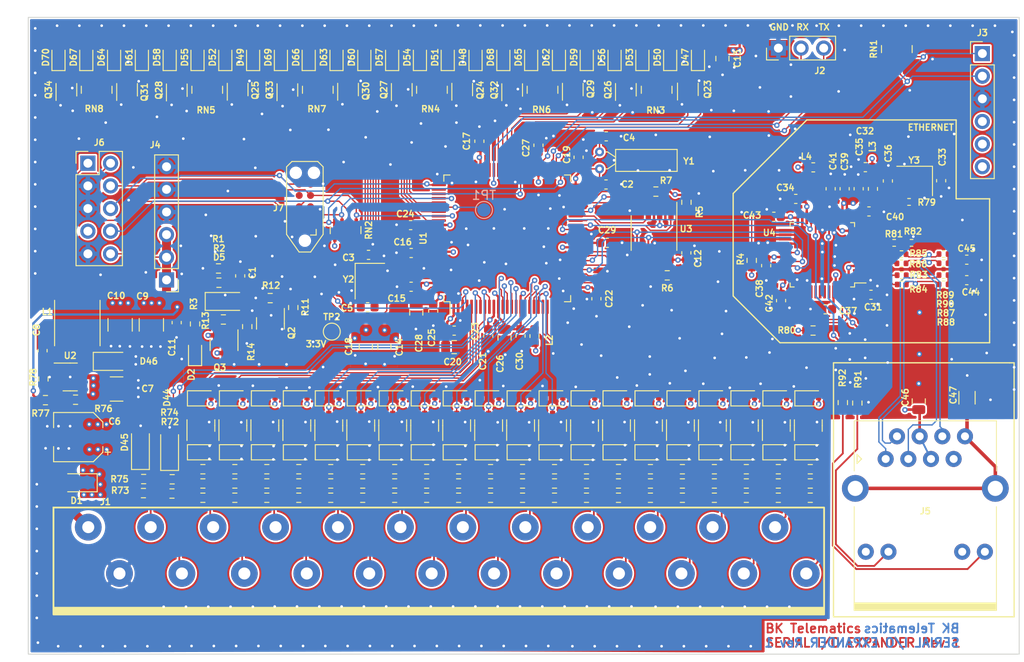
<source format=kicad_pcb>
(kicad_pcb (version 20221018) (generator pcbnew)
  (layers (0 "F.Cu" signal) (1 "In1.Cu" signal) (2 "In2.Cu" signal) (31 "B.Cu" signal) (34 "B.Paste" user) (35 "F.Paste" user) (36 "B.SilkS" user "B.Silkscreen") (37 "F.SilkS" user "F.Silkscreen") (38 "B.Mask" user) (39 "F.Mask" user) (44 "Edge.Cuts" user))
  (net 0 "")
  (net 1 "GND")
  (net 2 "+3.3V")
  (net 3 "+VIN")
  (net 4 "Net-(D41-K)")
  (net 5 "Net-(D7-K)")
  (net 6 "Net-(D9-K)")
  (net 7 "Net-(D11-K)")
  (net 8 "Net-(D13-K)")
  (net 9 "Net-(D15-K)")
  (net 10 "Net-(D17-K)")
  (net 11 "Net-(D19-K)")
  (net 12 "Net-(D21-K)")
  (net 13 "Net-(D23-K)")
  (net 14 "Net-(D25-K)")
  (net 15 "Net-(D27-K)")
  (net 16 "Net-(D29-K)")
  (net 17 "Net-(D16-K)")
  (net 18 "Net-(D33-K)")
  (net 19 "Net-(D35-K)")
  (net 20 "Net-(D37-K)")
  (net 21 "Net-(D39-K)")
  (net 22 "Net-(D31-K)")
  (net 23 "Net-(D43-K)")
  (net 24 "Net-(D4-K)")
  (net 25 "Net-(D8-K)")
  (net 26 "Net-(D10-K)")
  (net 27 "Net-(D12-K)")
  (net 28 "Net-(D14-K)")
  (net 29 "Net-(D18-K)")
  (net 30 "Net-(D20-K)")
  (net 31 "Net-(D22-K)")
  (net 32 "Net-(D24-K)")
  (net 33 "Net-(D26-K)")
  (net 34 "Net-(D28-K)")
  (net 35 "Net-(D30-K)")
  (net 36 "Net-(D32-K)")
  (net 37 "Net-(D34-K)")
  (net 38 "Net-(D36-K)")
  (net 39 "Net-(D38-K)")
  (net 40 "Net-(D40-K)")
  (net 41 "Net-(D42-K)")
  (net 42 "Net-(D47-K)")
  (net 43 "Net-(D48-K)")
  (net 44 "Net-(D49-K)")
  (net 45 "Net-(D50-K)")
  (net 46 "Net-(D51-K)")
  (net 47 "Net-(D52-K)")
  (net 48 "Net-(D53-K)")
  (net 49 "Net-(D54-K)")
  (net 50 "Net-(D55-K)")
  (net 51 "Net-(D56-K)")
  (net 52 "Net-(D57-K)")
  (net 53 "Net-(D58-K)")
  (net 54 "Net-(D59-K)")
  (net 55 "Net-(D60-K)")
  (net 56 "Net-(D63-K)")
  (net 57 "Net-(D65-K)")
  (net 58 "Net-(D66-K)")
  (net 59 "Net-(D67-K)")
  (net 60 "Net-(D68-K)")
  (net 61 "Net-(D44-K)")
  (net 62 "Net-(D45-K)")
  (net 63 "Net-(C45-Pad1)")
  (net 72 "Net-(D6-K)")
  (net 73 "Net-(D5-A)")
  (net 74 "Net-(D3-K)")
  (net 75 "Net-(Q26B-C2)")
  (net 76 "Net-(Q26A-C1)")
  (net 77 "Net-(Q25B-C2)")
  (net 78 "Net-(Q25A-C1)")
  (net 79 "Net-(Q24B-C2)")
  (net 80 "Net-(Q24A-C1)")
  (net 81 "Net-(Q23B-C2)")
  (net 82 "Net-(Q23A-C1)")
  (net 83 "Net-(D62-K)")
  (net 84 "Net-(D61-K)")
  (net 103 "Net-(Q2-C)")
  (net 104 "Net-(U4-XSCO)")
  (net 105 "Net-(U4-XSCI)")
  (net 106 "Net-(U4-TXOP)")
  (net 107 "Net-(U4-TXON)")
  (net 108 "Net-(U4-RXIP)")
  (net 109 "Net-(U4-RXIN)")
  (net 110 "Net-(U4-RSET_BG)")
  (net 111 "Net-(U2-~{SHDN})")
  (net 112 "Net-(U2-FB)")
  (net 113 "Net-(U2-CB)")
  (net 114 "Net-(Q2-B)")
  (net 115 "Net-(Q34B-C2)")
  (net 116 "Net-(Q34A-C1)")
  (net 117 "Net-(Q33B-C2)")
  (net 118 "Net-(Q33A-C1)")
  (net 119 "Net-(Q32B-C2)")
  (net 120 "Net-(Q32A-C1)")
  (net 121 "Net-(Q31B-C2)")
  (net 122 "Net-(Q31A-C1)")
  (net 123 "Net-(Q30B-C2)")
  (net 124 "Net-(Q30A-C1)")
  (net 125 "Net-(Q29B-C2)")
  (net 126 "Net-(Q29A-C1)")
  (net 127 "Net-(Q28B-C2)")
  (net 128 "Net-(Q28A-C1)")
  (net 129 "Net-(Q27B-C2)")
  (net 130 "Net-(Q27A-C1)")
  (net 131 "Net-(J5-SHIELD)")
  (net 132 "Net-(J5-Pad12)")
  (net 133 "Net-(J5-Pad10)")
  (net 134 "Net-(D70-K)")
  (net 135 "Net-(D69-K)")
  (net 136 "Net-(D64-K)")
  (net 137 "Net-(D2-A)")
  (net 138 "Net-(C44-Pad1)")
  (net 139 "Net-(R81-Pad1)")
  (net 140 "/power supply/SW")
  (net 141 "/mcu/XOUT32")
  (net 142 "/mcu/XOUT")
  (net 143 "/mcu/XIN32")
  (net 144 "/mcu/XIN")
  (net 145 "/mcu/TWI_SDA")
  (net 146 "/mcu/TWI_SCL")
  (net 147 "/mcu/TDI")
  (net 148 "/mcu/SWO{slash}TDO")
  (net 149 "/mcu/SWDIO{slash}TMS")
  (net 150 "/mcu/SWCLK{slash}TCK")
  (net 151 "/mcu/RESET")
  (net 152 "/mcu/MCU_TX")
  (net 153 "/mcu/MCU_RX")
  (net 154 "/mcu/MCU Supply/+VDDPLL")
  (net 155 "/mcu/MCU Supply/+VDDCORE")
  (net 156 "/mcu/ERASE")
  (net 157 "/mcu/DEBUG_TX")
  (net 158 "/mcu/DEBUG_RX")
  (net 159 "/digital_inputs/input1/PULLUP")
  (net 160 "/digital_inputs/PULLUP_EN")
  (net 161 "/digital_inputs/IN9")
  (net 162 "/digital_inputs/IN8")
  (net 163 "/digital_inputs/IN7")
  (net 164 "/digital_inputs/IN6")
  (net 165 "/digital_inputs/IN5")
  (net 166 "/digital_inputs/IN4")
  (net 167 "/digital_inputs/IN3")
  (net 168 "/digital_inputs/IN20")
  (net 169 "/digital_inputs/IN2")
  (net 170 "/digital_inputs/IN19")
  (net 171 "/digital_inputs/IN18")
  (net 172 "/digital_inputs/IN17")
  (net 173 "/digital_inputs/IN16")
  (net 174 "/digital_inputs/IN15")
  (net 175 "/digital_inputs/IN14")
  (net 176 "/digital_inputs/IN13")
  (net 177 "/digital_inputs/IN12")
  (net 178 "/digital_inputs/IN11")
  (net 179 "/digital_inputs/IN10")
  (net 180 "/digital_inputs/IN1")
  (net 181 "/digital_inputs/COLLECTOR9")
  (net 182 "/digital_inputs/COLLECTOR8")
  (net 183 "/digital_inputs/COLLECTOR7")
  (net 184 "/digital_inputs/COLLECTOR6")
  (net 185 "/digital_inputs/COLLECTOR5")
  (net 186 "/digital_inputs/COLLECTOR4")
  (net 187 "/digital_inputs/COLLECTOR3")
  (net 188 "/digital_inputs/COLLECTOR20")
  (net 189 "/digital_inputs/COLLECTOR2")
  (net 190 "/digital_inputs/COLLECTOR19")
  (net 191 "/digital_inputs/COLLECTOR18")
  (net 192 "/digital_inputs/COLLECTOR17")
  (net 193 "/digital_inputs/COLLECTOR16")
  (net 194 "/digital_inputs/COLLECTOR15")
  (net 195 "/digital_inputs/COLLECTOR14")
  (net 196 "/digital_inputs/COLLECTOR13")
  (net 197 "/digital_inputs/COLLECTOR12")
  (net 198 "/digital_inputs/COLLECTOR11")
  (net 199 "/digital_inputs/COLLECTOR10")
  (net 200 "/digital_inputs/COLLECTOR1")
  (net 201 "/VIN_MEAS")
  (net 202 "/SERIAL_TX")
  (net 203 "/SERIAL_RX")
  (net 204 "/NOR Flash/FLASH_MEM_WP")
  (net 205 "/NOR Flash/FLASH_MEM_HOLD")
  (net 206 "/NOR Flash/FLASH_MEM_CS")
  (net 207 "/LED indicators/LED9")
  (net 208 "/LED indicators/LED8")
  (net 209 "/LED indicators/LED7")
  (net 210 "/LED indicators/LED6")
  (net 211 "/LED indicators/LED5")
  (net 212 "/LED indicators/LED4")
  (net 213 "/LED indicators/LED3")
  (net 214 "/LED indicators/LED24")
  (net 215 "/LED indicators/LED23")
  (net 216 "/LED indicators/LED22")
  (net 217 "/LED indicators/LED21")
  (net 218 "/LED indicators/LED20")
  (net 219 "/LED indicators/LED2")
  (net 220 "/LED indicators/LED19")
  (net 221 "/LED indicators/LED18")
  (net 222 "/LED indicators/LED17")
  (net 223 "/LED indicators/LED16")
  (net 224 "/LED indicators/LED15")
  (net 225 "/LED indicators/LED14")
  (net 226 "/LED indicators/LED13")
  (net 227 "/LED indicators/LED12")
  (net 228 "/LED indicators/LED11")
  (net 229 "/LED indicators/LED10")
  (net 230 "/LED indicators/LED1")
  (net 231 "/Ethernet/WIZ_RST")
  (net 232 "/Ethernet/WIZ_MOSI")
  (net 233 "/Ethernet/WIZ_MISO")
  (net 234 "/Ethernet/WIZ_LNK_SPEED")
  (net 235 "/Ethernet/WIZ_INT")
  (net 236 "/Ethernet/WIZ_DUPLEX_MODE")
  (net 237 "/Ethernet/WIZ_CS")
  (net 238 "/Ethernet/WIZ_COL_DET")
  (net 239 "/Ethernet/WIZ_CLK")
  (net 240 "/Ethernet/TX_P")
  (net 241 "/Ethernet/TX_N")
  (net 242 "/Ethernet/RX_P")
  (net 243 "/Ethernet/RX_N")
  (net 244 "/Ethernet/ETH_LNK")
  (net 245 "/Ethernet/ETH_ACT")
  (net 246 "/Ethernet/+W6100_3V3_A")
  (net 247 "/Ethernet/+W6100_1V2_D")
  (net 248 "/Ethernet/+W6100_1V2_A")
  (net 249 "/+PWR")
  (footprint "Resistor_SMD:R_0603_1608Metric" (layer "F.Cu") (at 140.39 91.65 -90)
    (fp_text reference "R5")
    (fp_text value "100K")
  )
  (footprint "Resistor_SMD:R_0603_1608Metric" (layer "F.Cu") (at 154.275 123.2 180)
    (fp_text reference "R58" hide)
    (fp_text value "150K")
  )
  (footprint "LED_SMD:LED_0603_1608Metric" (layer "F.Cu") (at 122.980736 75.3875 90)
    (fp_text reference "D65")
    (fp_text value "LED_Small_Filled")
  )
  (footprint "Crystal:Crystal_SMD_3225-4Pin_3.2x2.5mm" (layer "F.Cu") (at 165.97625 89.25875 180)
    (fp_text reference "Y3")
    (fp_text value "25MHz")
  )
  (footprint "Resistor_SMD:R_0603_1608Metric" (layer "F.Cu") (at 136.35394 123.2 180)
    (fp_text reference "R61" hide)
    (fp_text value "150K")
  )
  (footprint "Resistor_SMD:R_0402_1005Metric" (layer "F.Cu") (at 165.35125 91.60875)
    (fp_text reference "R79")
    (fp_text value "1M")
  )
  (footprint "Capacitor_SMD:C_0603_1608Metric" (layer "F.Cu") (at 109.53 97.34 180)
    (fp_text reference "C16")
    (fp_text value "0.1u")
  )
  (footprint "Resistor_SMD:R_0603_1608Metric" (layer "F.Cu") (at 150.69078 123.2 180)
    (fp_text reference "R34" hide)
    (fp_text value "150K")
  )
  (footprint "Diode_SMD:D_SOD-323" (layer "F.Cu") (at 146.98657 119.7)
    (fp_text reference "D43" hide)
    (fp_text value "1N4148WX-TP")
  )
  (footprint "Package_SO:SOIC-8_3.9x4.9mm_P1.27mm" (layer "F.Cu") (at 136.755 95.1 -90)
    (fp_text reference "U3")
    (fp_text value "AT25SF321B-SSHB-X")
  )
  (footprint "Capacitor_SMD:C_0603_1608Metric" (layer "F.Cu") (at 68.2 108.3 90)
    (fp_text reference "C8")
    (fp_text value "0.1u")
  )
  (footprint "Package_TO_SOT_SMD:SOT-363_SC-70-6" (layer "F.Cu") (at 90.075 79 90)
    (fp_text reference "Q25")
    (fp_text value "MUN5211DW1")
  )
  (footprint "Package_TO_SOT_SMD:SOT-23" (layer "F.Cu") (at 100.29184 116.702 90)
    (fp_text reference "Q7" hide)
    (fp_text value "MMBT3904")
  )
  (footprint "Resistor_SMD:R_0603_1608Metric" (layer "F.Cu") (at 118.43289 123.2 180)
    (fp_text reference "R43" hide)
    (fp_text value "150K")
  )
  (footprint "Capacitor_SMD:C_0603_1608Metric" (layer "F.Cu") (at 131.375 89.65)
    (fp_text reference "C2")
    (fp_text value "~")
  )
  (footprint "Package_TO_SOT_SMD:SOT-23" (layer "F.Cu") (at 85.955 116.702 90)
    (fp_text reference "Q1" hide)
    (fp_text value "MMBT3904")
  )
  (footprint "Resistor_SMD:R_0603_1608Metric" (layer "F.Cu") (at 79.535 122.705)
    (fp_text reference "R75")
    (fp_text value "100R")
  )
  (footprint "Capacitor_SMD:C_1206_3216Metric" (layer "F.Cu") (at 171.85 113.58 90)
    (fp_text reference "C47")
    (fp_text value "1n/2kV")
  )
  (footprint "Resistor_SMD:R_0603_1608Metric" (layer "F.Cu") (at 93.34342 123.2 180)
    (fp_text reference "R19" hide)
    (fp_text value "150K")
  )
  (footprint "Resistor_SMD:R_0603_1608Metric" (layer "F.Cu") (at 150.69078 124.8 180)
    (fp_text reference "R33" hide)
    (fp_text value "47K")
  )
  (footprint "Resistor_SMD:R_0603_1608Metric" (layer "F.Cu") (at 100.51184 121.6 180)
    (fp_text reference "R26" hide)
    (fp_text value "10K")
  )
  (footprint "Diode_SMD:D_SOD-323" (layer "F.Cu") (at 129.06552 119.7)
    (fp_text reference "D31" hide)
    (fp_text value "1N4148WX-TP")
  )
  (footprint "My Footprints:ARJM11B1-009-AB-EW2_Horizontal" (layer "F.Cu") (at 167.175 126.8)
    (fp_text reference "J5")
    (fp_text value "ARJM11B1-009-AB-EW2")
  )
  (footprint "Resistor_SMD:R_0402_1005Metric" (layer "F.Cu") (at 164.52125 99.83375 180)
    (fp_text reference "R83")
    (fp_text value "3R3")
  )
  (footprint "Package_TO_SOT_SMD:SOT-23" (layer "F.Cu") (at 125.38131 116.702 90)
    (fp_text reference "Q15" hide)
    (fp_text value "MMBT3904")
  )
  (footprint "Resistor_SMD:R_0402_1005Metric" (layer "F.Cu") (at 169.22 97.46 180)
    (fp_text reference "R89")
    (fp_text value "49R9")
  )
  (footprint "Resistor_SMD:R_0603_1608Metric" (layer "F.Cu") (at 129.18552 121.6 180)
    (fp_text reference "R53" hide)
    (fp_text value "10K")
  )
  (footprint "Resistor_SMD:R_0603_1608Metric" (layer "F.Cu") (at 139.93815 123.2 180)
    (fp_text reference "R64" hide)
    (fp_text value "150K")
  )
  (footprint "Resistor_SMD:R_0603_1608Metric" (layer "F.Cu") (at 139.93815 124.8 180)
    (fp_text reference "R63" hide)
    (fp_text value "47K")
  )
  (footprint "Resistor_SMD:R_0603_1608Metric" (layer "F.Cu") (at 100.51184 124.8 180)
    (fp_text reference "R24" hide)
    (fp_text value "47K")
  )
  (footprint "Resistor_SMD:R_0603_1608Metric" (layer "F.Cu") (at 122.0171 121.6 180)
    (fp_text reference "R47" hide)
    (fp_text value "10K")
  )
  (footprint "Capacitor_SMD:C_0603_1608Metric" (layer "F.Cu") (at 128.3 86.6 90)
    (fp_text reference "C19")
    (fp_text value "0.1u")
  )
  (footprint "Capacitor_SMD:C_0603_1608Metric" (layer "F.Cu") (at 155.95125 103.65875 180)
    (fp_text reference "C37")
    (fp_text value "0.1u")
  )
  (footprint "Diode_SMD:D_SOD-123" (layer "F.Cu") (at 82.445 119.3775 90)
    (fp_text reference "D44")
    (fp_text value "3V")
  )
  (footprint "Resistor_SMD:R_0402_1005Metric" (layer "F.Cu") (at 169.22 99.82 180)
    (fp_text reference "R87")
    (fp_text value "49R9")
  )
  (footprint "Resistor_SMD:R_Array_Concave_4x0603" (layer "F.Cu") (at 111.85824 79.025 -90)
    (fp_text reference "RN4")
    (fp_text value "R_Pack04_Split")
  )
  (footprint "Diode_SMD:D_SOD-323" (layer "F.Cu") (at 146.98657 113.65)
    (fp_text reference "D42" hide)
    (fp_text value "1N4148WX-TP")
  )
  (footprint "Package_TO_SOT_SMD:SOT-23" (layer "F.Cu") (at 146.88657 116.702 90)
    (fp_text reference "Q22" hide)
    (fp_text value "MMBT3904")
  )
  (footprint "Resistor_SMD:R_0603_1608Metric" (layer "F.Cu") (at 104.09605 121.6 180)
    (fp_text reference "R29" hide)
    (fp_text value "10K")
  )
  (footprint "Resistor_SMD:R_0603_1608Metric" (layer "F.Cu") (at 138.24 99.85 180)
    (fp_text reference "R6")
    (fp_text value "100K")
  )
  (footprint "Diode_SMD:D_SOD-323" (layer "F.Cu") (at 93.22342 119.7)
    (fp_text reference "D9" hide)
    (fp_text value "1N4148WX-TP")
  )
  (footprint "Package_TO_SOT_SMD:SOT-363_SC-70-6" (layer "F.Cu") (at 140.55 78.975 90)
    (fp_text reference "Q23")
    (fp_text value "MUN5211DW1")
  )
  (footprint "Resistor_SMD:R_0603_1608Metric" (layer "F.Cu") (at 125.60131 123.2 180)
    (fp_text reference "R49" hide)
    (fp_text value "150K")
  )
  (footprint "Diode_SMD:D_SOD-323" (layer "F.Cu") (at 107.56026 113.65)
    (fp_text reference "D16" hide)
    (fp_text value "1N4148WX-TP")
  )
  (footprint "LED_SMD:LED_0603_1608Metric" (layer "F.Cu") (at 101.159524 75.3875 90)
    (fp_text reference "D63")
    (fp_text value "LED_Small_Filled")
  )
  (footprint "LED_SMD:LED_0603_1608Metric" (layer "F.Cu") (at 110.511472 75.3875 90)
    (fp_text reference "D54")
    (fp_text value "LED_Small_Filled")
  )
  (footprint "Capacitor_SMD:C_0805_2012Metric" (layer "F.Cu") (at 104.445 107.9 -90)
    (fp_text reference "C18")
    (fp_text value "10u")
  )
  (footprint "Capacitor_SMD:C_0603_1608Metric" (layer "F.Cu") (at 149.33 98.76 -90)
    (fp_text reference "C38")
    (fp_text value "0.1u")
  )
  (footprint "Resistor_SMD:R_0402_1005Metric" (layer "F.Cu") (at 169.22 98.49 180)
    (fp_text reference "R90")
    (fp_text value "49R9")
  )
  (footprint "Resistor_SMD:R_0603_1608Metric" (layer "F.Cu") (at 82.735 122.73)
    (fp_text reference "R74")
    (fp_text value "100R")
  )
  (footprint "Resistor_SMD:R_0603_1608Metric" (layer "F.Cu") (at 100.51184 123.2 180)
    (fp_text reference "R25" hide)
    (fp_text value "150K")
  )
  (footprint "Resistor_SMD:R_0603_1608Metric" (layer "F.Cu") (at 150.69078 121.6 180)
    (fp_text reference "R35" hide)
    (fp_text value "10K")
  )
  (footprint "Package_TO_SOT_SMD:SOT-23" (layer "F.Cu") (at 118.21289 116.702 90)
    (fp_text reference "Q13" hide)
    (fp_text value "MMBT3904")
  )
  (footprint "Diode_SMD:D_SOD-323" (layer "F.Cu") (at 136.23394 113.65)
    (fp_text reference "D36" hide)
    (fp_text value "1N4148WX-TP")
  )
  (footprint "Diode_SMD:D_PowerDI-123" (layer "F.Cu") (at 72.02 123.12 180)
    (fp_text reference "D1")
    (fp_text value "SBR3U60P1Q-7")
  )
  (footprint "Resistor_SMD:R_0603_1608Metric" (layer "F.Cu") (at 147.10657 124.8 180)
    (fp_text reference "R69" hide)
    (fp_text value "47K")
  )
  (footprint "Connector_PinHeader_2.54mm:PinHeader_1x06_P2.54mm_Vertical" (layer "F.Cu") (at 82.1 100.36 180)
    (fp_text reference "J4")
    (fp_text value "Conn_01x06")
  )
  (footprint "Resistor_SMD:R_0603_1608Metric" (layer "F.Cu") (at 93.34342 121.6 180)
    (fp_text reference "R20" hide)
    (fp_text value "10K")
  )
  (footprint "Capacitor_SMD:C_0805_2012Metric" (layer "F.Cu") (at 110.1 104.05 -90)
    (fp_text reference "C28")
    (fp_text value "4.7u")
  )
  (footprint "Package_TO_SOT_SMD:SOT-23" (layer "F.Cu") (at 154.055 116.702 90)
    (fp_text reference "Q18" hide)
    (fp_text value "MMBT3904")
  )
  (footprint "Diode_SMD:D_PowerDI-123" (layer "F.Cu") (at 76.2 109.5)
    (fp_text reference "D46")
    (fp_text value "SBR3U60P1Q-7")
  )
  (footprint "Diode_SMD:D_SOD-323" (layer "F.Cu") (at 96.80763 119.7)
    (fp_text reference "D11" hide)
    (fp_text value "1N4148WX-TP")
  )
  (footprint "Resistor_SMD:R_Array_Concave_4x0603" (layer "F.Cu") (at 74.267072 79.025 -90)
    (fp_text reference "RN8")
    (fp_text value "R_Pack04_Split")
  )
  (footprint "Resistor_SMD:R_0603_1608Metric" (layer "F.Cu") (at 125.60131 121.6 180)
    (fp_text reference "R50" hide)
    (fp_text value "10K")
  )
  (footprint "Resistor_SMD:R_0603_1608Metric" (layer "F.Cu") (at 147.10657 121.6 180)
    (fp_text reference "R71" hide)
    (fp_text value "10K")
  )
  (footprint "Resistor_SMD:R_0603_1608Metric" (layer "F.Cu") (at 147.71 98.17 90)
    (fp_text reference "R4")
    (fp_text value "100K")
  )
  (footprint "Resistor_SMD:R_0603_1608Metric" (layer "F.Cu") (at 143.52236 123.2 180)
    (fp_text reference "R67" hide)
    (fp_text value "150K")
  )
  (footprint "Resistor_SMD:R_0603_1608Metric" (layer "F.Cu") (at 107.68026 121.6 180)
    (fp_text reference "R32" hide)
    (fp_text value "10K")
  )
  (footprint "LED_SMD:LED_0603_1608Metric" (layer "F.Cu") (at 104.27684 75.3875 90)
    (fp_text reference "D60")
    (fp_text value "LED_Small_Filled")
  )
  (footprint "Diode_SMD:D_SOD-323" (layer "F.Cu") (at 103.97605 119.7)
    (fp_text reference "D15" hide)
    (fp_text value "1N4148WX-TP")
  )
  (footprint "Resistor_SMD:R_Array_Concave_4x0603" (layer "F.Cu") (at 102.175 94.775 -90)
    (fp_text reference "RN2")
    (fp_text value "100K")
  )
  (footprint "Resistor_SMD:R_0603_1608Metric" (layer "F.Cu") (at 86.175 124.8 180)
    (fp_text reference "R8" hide)
    (fp_text value "47K")
  )
  (footprint "Package_TO_SOT_SMD:SOT-363_SC-70-6" (layer "F.Cu") (at 83.25 79.075 90)
    (fp_text reference "Q28")
    (fp_text value "MUN5211DW1")
  )
  (footprint "Resistor_SMD:R_0603_1608Metric" (layer "F.Cu") (at 107.68026 124.8 180)
    (fp_text reference "R30" hide)
    (fp_text value "47K")
  )
  (footprint "Resistor_SMD:R_0603_1608Metric" (layer "F.Cu") (at 85.3 105.3 90)
    (fp_text reference "R3")
    (fp_text value "470R")
  )
  (footprint "Resistor_SMD:R_0603_1608Metric" (layer "F.Cu") (at 132.76973 123.2 180)
    (fp_text reference "R55" hide)
    (fp_text value "150K")
  )
  (footprint "Package_TO_SOT_SMD:SOT-23" (layer "F.Cu") (at 150.47078 116.702 90)
    (fp_text reference "Q10" hide)
    (fp_text value "MMBT3904")
  )
  (footprint "Package_TO_SOT_SMD:SOT-23" (layer "F.Cu") (at 103.87605 116.702 90)
    (fp_text reference "Q8" hide)
    (fp_text value "MMBT3904")
  )
  (footprint "Resistor_SMD:R_0603_1608Metric" (layer "F.Cu") (at 87.975 100.675)
    (fp_text reference "R1")
    (fp_text value "100K")
  )
  (footprint "Capacitor_SMD:C_1210_3225Metric" (layer "F.Cu") (at 80.4 105.4 -90)
    (fp_text reference "C9")
    (fp_text value "22u")
  )
  (footprint "Capacitor_SMD:C_0603_1608Metric" (layer "F.Cu") (at 83.24 105.15 -90)
    (fp_text reference "C11")
    (fp_text value "0.1u")
  )
  (footprint "Resistor_SMD:R_0603_1608Metric" (layer "F.Cu") (at 89.75921 123.2 180)
    (fp_text reference "R16" hide)
    (fp_text value "150K")
  )
  (footprint "Diode_SMD:D_SOD-323" (layer "F.Cu") (at 154.155 119.7)
    (fp_text reference "D35" hide)
    (fp_text value "1N4148WX-TP")
  )
  (footprint "Diode_SMD:D_SOD-323" (layer "F.Cu") (at 118.31289 113.65)
    (fp_text reference "D24" hide)
    (fp_text value "1N4148WX-TP")
  )
  (footprint "Diode_SMD:D_SOD-323" (layer "F.Cu") (at 89.63921 113.65)
    (fp_text reference "D6" hide)
    (fp_text value "1N4148WX-TP")
  )
  (footprint "Inductor_SMD:L_0603_1608Metric" (layer "F.Cu") (at 154.61 87.73 180)
    (fp_text reference "L4")
    (fp_text value "L_Ferrite_Small")
  )
  (footprint "Resistor_SMD:R_0402_1005Metric" (layer "F.Cu") (at 165.63125 96.20375 180)
    (fp_text reference "R82")
    (fp_text value "12K")
  )
  (footprint "Package_TO_SOT_SMD:SOT-363_SC-70-6" (layer "F.Cu") (at 133.6 79.025 90)
    (fp_text reference "Q26")
    (fp_text value "MUN5211DW1")
  )
  (footprint "Diode_SMD:D_SOD-323" (layer "F.Cu") (at 132.64973 119.7)
    (fp_text reference "D33" hide)
    (fp_text value "1N4148WX-TP")
  )
  (footprint "Diode_SMD:D_SOD-323" (layer "F.Cu") (at 100.39184 113.65)
    (fp_text reference "D12" hide)
    (fp_text value "1N4148WX-TP")
  )
  (footprint "Diode_SMD:D_SOD-323" (layer "F.Cu") (at 96.80763 113.65)
    (fp_text reference "D10" hide)
    (fp_text value "1N4148WX-TP")
  )
  (footprint "Diode_SMD:D_SOD-323" (layer "F.Cu") (at 139.81815 119.7)
    (fp_text reference "D39" hide)
    (fp_text value "1N4148WX-TP")
  )
  (footprint "Diode_SMD:D_SOD-323" (layer "F.Cu") (at 121.8971 113.65)
    (fp_text reference "D26" hide)
    (fp_text value "1N4148WX-TP")
  )
  (footprint "LED_SMD:LED_0603_1608Metric" (layer "F.Cu") (at 88.69026 75.3875 90)
    (fp_text reference "D52")
    (fp_text value "LED_Small_Filled")
  )
  (footprint "Resistor_SMD:R_0603_1608Metric" (layer "F.Cu") (at 132.76973 121.6 180)
    (fp_text reference "R56" hide)
    (fp_text value "10K")
  )
  (footprint "Package_TO_SOT_SMD:SOT-23" (layer "F.Cu") (at 132.54973 116.702 90)
    (fp_text reference "Q17" hide)
    (fp_text value "MMBT3904")
  )
  (footprint "Resistor_SMD:R_0603_1608Metric" (layer "F.Cu") (at 154.275 124.8 180)
    (fp_text reference "R57" hide)
    (fp_text value "47K")
  )
  (footprint "Diode_SMD:D_SOD-323" (layer "F.Cu") (at 150.57078 113.65)
    (fp_text reference "D18" hide)
    (fp_text value "1N4148WX-TP")
  )
  (footprint "LED_SMD:LED_0603_1608Metric" (layer "F.Cu") (at 85.572944 75.3875 90)
    (fp_text reference "D55")
    (fp_text value "LED_Small_Filled")
  )
  (footprint "Package_TO_SOT_SMD:SOT-23" (layer "F.Cu") (at 111.04447 116.702 90)
    (fp_text reference "Q11" hide)
    (fp_text value "MMBT3904")
  )
  (footprint "Package_TO_SOT_SMD:SOT-363_SC-70-6" (layer "F.Cu") (at 115.25 79 90)
    (fp_text reference "Q24")
    (fp_text value "MUN5211DW1")
  )
  (footprint "Resistor_SMD:R_0603_1608Metric" (layer "F.Cu") (at 111.26447 121.6 180)
    (fp_text reference "R38" hide)
    (fp_text value "10K")
  )
  (footprint "Package_TO_SOT_SMD:SOT-363_SC-70-6" (layer "F.Cu") (at 102.45 79 90)
    (fp_text reference "Q30")
    (fp_text value "MUN5211DW1")
  )
  (footprint "Capacitor_SMD:C_0603_1608Metric" (layer "F.Cu") (at 159.70125 90.13375 90)
    (fp_text reference "C35")
    (fp_text value "0.1u")
  )
  (footprint "Resistor_SMD:R_0402_1005Metric" (layer "F.Cu") (at 164.53125 100.87375 180)
    (fp_text reference "R84")
    (fp_text value "3R3")
  )
  (footprint "LED_SMD:LED_0603_1608Metric" (layer "F.Cu") (at 69.986364 75.3875 90)
    (fp_text reference "D70")
    (fp_text value "LED_Small_Filled")
  )
  (footprint "Diode_SMD:D_SOD-123F" (layer "F.Cu") (at 88.65 102.775)
    (fp_text reference "D5")
    (fp_text value "8.2V")
  )
  (footprint "Capacitor_SMD:C_0805_2012Metric" (layer "F.Cu") (at 166.44 113.96 90)
    (fp_text reference "C46")
    (fp_text value "1u")
  )
  (footprint "Resistor_SMD:R_0402_1005Metric" (layer "F.Cu") (at 163.68125 96.20375 180)
    (fp_text reference "R81")
    (fp_text value "300R")
  )
  (footprint "Capacitor_SMD:CP_Elec_5x5.3" (layer "F.Cu") (at 72.2 118 180)
    (fp_text reference "C6")
    (fp_text value "10u")
  )
  (footprint "Capacitor_SMD:C_0603_1608Metric" (layer "F.Cu") (at 171.82 98.09)
    (fp_text reference "C45")
    (fp_text value "0.1u")
  )
  (footprint "My Footprints:TerminalBlock_TE_1-2834011-x(24P-merged)" (layer "F.Cu") (at 153.825 133.3)
    (fp_text reference "J1")
    (fp_text value "Conn_01x24")
  )
  (footprint "Diode_SMD:D_SOD-123" (layer "F.Cu") (at 79.175 119.27 90)
    (fp_text reference "D45")
    (fp_text value "3V")
  )
  (footprint "Resistor_SMD:R_0603_1608Metric" (layer "F.Cu") (at 132.76973 124.8 180)
    (fp_text reference "R54" hide)
    (fp_text value "47K")
  )
  (footprint "Package_TO_SOT_SMD:SOT-23" (layer "F.Cu") (at 128.96552 116.702 90)
    (fp_text reference "Q16" hide)
    (fp_text value "MMBT3904")
  )
  (footprint "Capacitor_SMD:C_0603_1608Metric" (layer "F.Cu") (at 160.85625 92.67875)
    (fp_text reference "C40")
    (fp_text value "0.1u")
  )
  (footprint "Resistor_SMD:R_0603_1608Metric" (layer "F.Cu") (at 136.35394 124.8 180)
    (fp_text reference "R60" hide)
    (fp_text value "47K")
  )
  (footprint "Package_TO_SOT_SMD:SOT-23" (layer "F.Cu") (at 93.75 105.2375 -90)
    (fp_text reference "Q2")
    (fp_text value "MMBT3904")
  )
  (footprint "LED_SMD:LED_0603_1608Metric" (layer "F.Cu") (at 113.628788 75.3875 90)
    (fp_text reference "D51")
    (fp_text value "LED_Small_Filled")
  )
  (footprint "Resistor_SMD:R_0603_1608Metric" (layer "F.Cu") (at 89.75921 124.8 180)
    (fp_text reference "R15" hide)
    (fp_text value "47K")
  )
  (footprint "Capacitor_SMD:C_0805_2012Metric" (layer "F.Cu") (at 106.525 107.9 -90)
    (fp_text reference "C14")
    (fp_text value "4.7u")
  )
  (footprint "Resistor_SMD:R_0603_1608Metric" (layer "F.Cu") (at 71.9 113.8)
    (fp_text reference "R76")
    (fp_text value "100K")
  )
  (footprint "LED_SMD:LED_0603_1608Metric" (layer "F.Cu") (at 129.215368 75.3875 90)
    (fp_text reference "D59")
    (fp_text value "LED_Small_Filled")
  )
  (footprint "Capacitor_SMD:C_0603_1608Metric" (layer "F.Cu") (at 104.75 97.55)
    (fp_text reference "C3")
    (fp_text value "~")
  )
  (footprint "Resistor_SMD:R_0603_1608Metric" (layer "F.Cu") (at 82.71 124.33 180)
    (fp_text reference "R72")
    (fp_text value "4K7")
  )
  (footprint "LED_SMD:LED_0603_1608Metric" (layer "F.Cu") (at 76.220996 75.3875 90)
    (fp_text reference "D64")
    (fp_text value "LED_Small_Filled")
  )
  (footprint "Crystal:Crystal_SMD_Abracon_ABM8G-4Pin_3.2x2.5mm" (layer "F.Cu") (at 104.9 100.5 -90)
    (fp_text reference "Y2")
    (fp_text value "12MHz")
  )
  (footprint "Capacitor_SMD:C_0603_1608Metric" (layer "F.Cu") (at 104.65 103.425 180)
    (fp_text reference "C5")
    (fp_text value "~")
  )
  (footprint "Diode_SMD:D_SOD-323" (layer "F.Cu") (at 93.22342 113.65)
    (fp_text reference "D8" hide)
    (fp_text value "1N4148WX-TP")
  )
  (footprint "Resistor_SMD:R_Array_Concave_4x0603" (layer "F.Cu") (at 124.255296 79.025 -90)
    (fp_text reference "RN6")
    (fp_text value "R_Pack04_Split")
  )
  (footprint "Resistor_SMD:R_0603_1608Metric" (layer "F.Cu") (at 68.525 113.85 180)
    (fp_text reference "R77")
    (fp_text value "33K")
  )
  (footprint "LED_SMD:LED_0603_1608Metric" (layer "F.Cu") (at 73.10368 75.3875 90)
    (fp_text reference "D67")
    (fp_text value "LED_Small_Filled")
  )
  (footprint "Package_TO_SOT_SMD:SOT-23" (layer "F.Cu") (at 93.12342 116.702 90)
    (fp_text reference "Q5" hide)
    (fp_text value "MMBT3904")
  )
  (footprint "Capacitor_SMD:C_0603_1608Metric" (layer "F.Cu") (at 152.65 91.27 180)
    (fp_text reference "C34")
    (fp_text value "0.1u")
  )
  (footprint "Package_TO_SOT_SMD:SOT-23" (layer "F.Cu") (at 121.7971 116.702 90)
    (fp_text reference "Q14" hide)
    (fp_text value "MMBT3904")
  )
  (footprint "Diode_SMD:D_SOD-323" (layer "F.Cu") (at 114.72868 119.7)
    (fp_text reference "D23" hide)
    (fp_text value "1N4148WX-TP")
  )
  (footprint "Diode_SMD:D_SOD-323" (layer "F.Cu") (at 154.155 113.65)
    (fp_text reference "D34" hide)
    (fp_text value "1N4148WX-TP")
  )
  (footprint "Resistor_SMD:R_0603_1608Metric" (layer "F.Cu") (at 147.10657 123.2 180)
    (fp_text reference "R70" hide)
    (fp_text value "150K")
  )
  (footprint "Resistor_SMD:R_0402_1005Metric" (layer "F.Cu") (at 169.22 100.86 180)
    (fp_text reference "R88")
    (fp_text value "49R9")
  )
  (footprint "LED_SMD:LED_0603_1608Metric" (layer "F.Cu") (at 132.332684 75.3875 90)
    (fp_text reference "D56")
    (fp_text value "LED_Small_Filled")
  )
  (footprint "Capacitor_SMD:C_0603_1608Metric" (layer "F.Cu") (at 109.47 94.21 180)
    (fp_text reference "C24")
    (fp_text value "0.1u")
  )
  (footprint "Resistor_SMD:R_0603_1608Metric" (layer "F.Cu") (at 96.92763 121.6 180)
    (fp_text reference "R23" hide)
    (fp_text value "10K")
  )
  (footprint "Capacitor_SMD:C_0603_1608Metric" (layer "F.Cu") (at 158.13125 90.13375 90)
    (fp_text reference "C39")
    (fp_text value "3.3u")
  )
  (footprint "Resistor_SMD:R_0603_1608Metric" (layer "F.Cu") (at 89.75921 121.6 180)
    (fp_text reference "R17" hide)
    (fp_text value "10K")
  )
  (footprint "LED_SMD:LED_0603_1608Metric" (layer "F.Cu") (at 107.394156 75.3875 90)
    (fp_text reference "D57")
    (fp_text value "LED_Small_Filled")
  )
  (footprint "LED_SMD:LED_0603_1608Metric" (layer "F.Cu") (at 82.455628 75.3875 90)
    (fp_text reference "D58")
    (fp_text value "LED_Small_Filled")
  )
  (footprint "Resistor_SMD:R_0603_1608Metric" (layer "F.Cu") (at 129.18552 123.2 180)
    (fp_text reference "R52" hide)
    (fp_text value "150K")
  )
  (footprint "Resistor_SMD:R_0603_1608Metric" (layer "F.Cu") (at 125.60131 124.8 180)
    (fp_text reference "R48" hide)
    (fp_text value "47K")
  )
  (footprint "TestPoint:TestPoint_Pad_D1.5mm" (layer "F.Cu") (at 100.63 106.16)
    (fp_text reference "TP2")
    (fp_text value "TestPoint")
  )
  (footprint "Resistor_SMD:R_0603_1608Metric" (layer "F.Cu") (at 87.925 99.075 180)
    (fp_text reference "R2")
    (fp_text value "10K")
  )
  (footprint "Resistor_SMD:R_0603_1608Metric" (layer "F.Cu") (at 139.93815 121.6 180)
    (fp_text reference "R65" hide)
    (fp_text value "10K")
  )
  (footprint "Package_TO_SOT_SMD:SOT-23" (layer "F.Cu") (at 88.55 107.6375 -90)
    (fp_text reference "Q3")
    (fp_text value "BSS84")
  )
  (footprint "Resistor_SMD:R_0402_1005Metric" (layer "F.Cu") (at 164.50125 97.47375 180)
    (fp_text reference "R85")
    (fp_text value "3R3")
  )
  (footprint "LED_SMD:LED_0603_1608Metric" (layer "F.Cu") (at 138.567316 75.3875 90)
    (fp_text reference "D50")
    (fp_text value "LED_Small_Filled")
  )
  (footprint "Resistor_SMD:R_0603_1608Metric" (layer "F.Cu") (at 143.52236 121.6 180)
    (fp_text reference "R68" hide)
    (fp_text value "10K")
  )
  (footprint "Resistor_SMD:R_0603_1608Metric" (layer "F.Cu") (at 114.84868 123.2 180)
    (fp_text reference "R40" hide)
    (fp_text value "150K")
  )
  (footprint "Resistor_SMD:R_0603_1608Metric" (layer "F.Cu") (at 93.34342 124.8 180)
    (fp_text reference "R18" hide)
    (fp_text value "47K")
  )
  (footprint "Capacitor_SMD:C_0603_1608Metric" (layer "F.Cu") (at 171.82 100.39)
    (fp_text reference "C44")
    (fp_text value "0.1u")
  )
  (footprint "Package_TO_SOT_SMD:SOT-23" (layer "F.Cu") (at 136.13394 116.702 90)
    (fp_text reference "Q19" hide)
    (fp_text value "MMBT3904")
  )
  (footprint "Capacitor_SMD:C_1210_3225Metric" (layer "F.Cu") (at 76.5 112.6)
    (fp_text reference "C7")
    (fp_text value "2.2u")
  )
  (footprint "Diode_SMD:D_SOD-323" (layer "F.Cu") (at 143.40236 113.65)
    (fp_text reference "D40" hide)
    (fp_text value "1N4148WX-TP")
  )
  (footprint "LED_SMD:LED_0603_1608Metric" (layer "F.Cu") (at 116.746104 75.3875 90)
    (fp_text reference "D48")
    (fp_text value "LED_Small_Filled")
  )
  (footprint "Capacitor_SMD:C_0603_1608Metric" (layer "F.Cu") (at 123.8 85.25 90)
    (fp_text reference "C27")
    (fp_text value "0.1u")
  )
  (footprint "LED_SMD:LED_0603_1608Metric" (layer "F.Cu") (at 94.924892 75.3875 90)
    (fp_text reference "D69")
    (fp_text value "LED_Small_Filled")
  )
  (footprint "Capacitor_SMD:C_0603_1608Metric" (layer "F.Cu") (at 156.56125 90.13375 90)
    (fp_text reference "C41")
    (fp_text value "0.1u")
  )
  (footprint "Resistor_SMD:R_0603_1608Metric" (layer "F.Cu") (at 111.26447 123.2 180)
    (fp_text reference "R37" hide)
    (fp_text value "150K")
  )
  (footprint "LED_SMD:LED_0603_1608Metric" (layer "F.Cu") (at 85.3 108.5 90)
    (fp_text reference "D2")
    (fp_text value "LED_Small_Filled")
  )
  (footprint "Diode_SMD:D_SOD-323" (layer "F.Cu") (at 89.63921 119.7)
    (fp_text reference "D7" hide)
    (fp_text value "1N4148WX-TP")
  )
  (footprint "Resistor_SMD:R_0603_1608Metric" (layer "F.Cu") (at 143.52236 124.8 180)
    (fp_text reference "R66" hide)
    (fp_text value "47K")
  )
  (footprint "Capacitor_SMD:C_0805_2012Metric" (layer "F.Cu") (at 120 106.86 -90)
    (fp_text reference "C26")
    (fp_text value "4.7u")
  )
  (footprint "Resistor_SMD:R_0603_1608Metric" (layer "F.Cu") (at 86.175 123.2 180)
    (fp_text reference "R9" hide)
    (fp_text value "150K")
  )
  (footprint "Package_TO_SOT_SMD:SOT-23" (layer "F.Cu") (at 96.70763 116.702 90)
    (fp_text reference "Q6" hide)
    (fp_text value "MMBT3904")
  )
  (footprint "Resistor_SMD:R_0603_1608Metric" (layer "F.Cu") (at 154.275 121.6 180)
    (fp_text reference "R59" hide)
    (fp_text value "10K")
  )
  (footprint "Package_TO_SOT_SMD:SOT-363_SC-70-6" (layer "F.Cu") (at 108.475 79.025 90)
    (fp_text reference "Q27")
    (fp_text value "MUN5211DW1")
  )
  (footprint "Package_TO_SOT_SMD:SOT-23" (layer "F.Cu") (at 107.46026 116.702 90)
    (fp_text reference "Q9" hide)
    (fp_text value "MMBT3904")
  )
  (footprint "Capacitor_SMD:C_0603_1608Metric" (layer "F.Cu") (at 160.45125 87.70875 180)
    (fp_text reference "C32")
    (fp_text value "0.1u")
  )
  (footprint "Resistor_SMD:R_0603_1608Metric" (layer "F.Cu") (at 114.84868 124.8 180)
    (fp_text reference "R39" hide)
    (fp_text value "47K")
  )
  (footprint "Diode_SMD:D_SOD-323" (layer "F.Cu") (at 132.64973 113.65)
    (fp_text reference "D32" hide)
    (fp_text value "1N4148WX-TP")
  )
  (footprint "Diode_SMD:D_SOD-323" (layer "F.Cu") (at 111.14447 113.65)
    (fp_text reference "D20" hide)
    (fp_text value "1N4148WX-TP")
  )
  (footprint "Capacitor_SMD:C_0603_1608Metric" (layer "F.Cu") (at 112 103.85 -90)
    (fp_text reference "C25")
    (fp_text value "0.1u")
  )
  (footprint "Inductor_SMD:L_0603_1608Metric" (layer "F.Cu") (at 123.36 106.66 90)
    (fp_text reference "L2")
    (fp_text value "10uH")
  )
  (footprint "Capacitor_SMD:C_0603_1608Metric" (layer "F.Cu") (at 90.36 99.91 90)
    (fp_text reference "C1")
    (fp_text value "0.1u")
  )
  (footprint "Package_QFP:LQFP-100_14x14mm_P0.5mm" (layer "F.Cu") (at 120.3 95.7 90)
    (fp_text reference "U1")
    (fp_text value "ATSAM4S4C")
  )
  (footprint "Capacitor_SMD:C_0805_2012Metric" (layer "F.Cu") (at 144.425 75.525 -90)
    (fp_text reference "C13")
    (fp_text value "10u")
  )
  (footprint "Package_TO_SOT_SMD:SOT-363_SC-70-6" (layer "F.Cu") (at 120.85 79.05 90)
    (fp_text reference "Q32")
    (fp_text value "MUN5211DW1")
  )
  (footprint "Capacitor_SMD:C_0603_1608Metric" (layer "F.Cu") (at 117.175 84.8 90)
    (fp_text reference "C17")
    (fp_text value "0.1u")
  )
  (footprint "Connector_PinHeader_2.54mm:PinHeader_2x05_P2.54mm_Vertical" (layer "F.Cu") (at 73.285 87.27)
    (fp_text reference "J6")
    (fp_text value "HeaderPin_ARM_JTAG_SWD_10")
  )
  (footprint "Resistor_SMD:R_0603_1608Metric" (layer "F.Cu") (at 96.92763 123.2 180)
    (fp_text reference "R22" hide)
    (fp_text value "150K")
  )
  (footprint "Resistor_SMD:R_0603_1608Metric" (layer "F.Cu") (at 136.35394 121.6 180)
    (fp_text reference "R62" hide)
    (fp_text value "10K")
  )
  (footprint "Diode_SMD:D_SOD-323" (layer "F.Cu") (at 139.81815 113.65)
    (fp_text reference "D38" hide)
    (fp_text value "1N4148WX-TP")
  )
  (footprint "Capacitor_SMD:C_0603_1608Metric" (layer "F.Cu") (at 109.525 101.125 180)
    (fp_text reference "C15")
    (fp_text value "0.1u")
  )
  (footprint "Resistor_SMD:R_0603_1608Metric" (layer "F.Cu") (at 93.725 102.4)
    (fp_text reference "R12")
    (fp_text value "10K")
  )
  (footprint "LED_SMD:LED_0603_1608Metric" (layer "F.Cu") (at 79.338312 75.3875 90)
    (fp_text reference "D61")
    (fp_text value "LED_Small_Filled")
  )
  (footprint "LED_SMD:LED_0603_1608Metric" (layer "F.Cu") (at 98.042208 75.3875 90)
    (fp_text reference "D66")
    (fp_text value "LED_Small_Filled")
  )
  (footprint "Resistor_SMD:R_Array_Concave_4x0603" (layer "F.Cu") (at 86.664128 79.025 -90)
    (fp_text reference "RN5")
    (fp_text value "R_Pack04_Split")
  )
  (footprint "Resistor_SMD:R_0603_1608Metric" (layer "F.Cu") (at 159.55 114.175 -90)
    (fp_text reference "R91")
    (fp_text value "470R")
  )
  (footprint "Capacitor_SMD:C_0603_1608Metric" (layer "F.Cu") (at 150.19125 93.27375 180)
    (fp_text reference "C43")
    (fp_text value "0.1u")
  )
  (footprint "Capacitor_SMD:C_0603_1608Metric" (layer "F.Cu") (at 121.79 106.65 -90)
    (fp_text reference "C30")
    (fp_text value "0.1u")
  )
  (footprint "Diode_SMD:D_SOD-323" (layer "F.Cu") (at 150.57078 119.7)
    (fp_text reference "D19" hide)
    (fp_text value "1N4148WX-TP")
  )
  (footprint "Resistor_SMD:R_0603_1608Metric" (layer "F.Cu") (at 96.31 103.46 90)
    (fp_text reference "R11")
    (fp_text value "10K")
  )
  (footprint "Resistor_SMD:R_0603_1608Metric" (layer "F.Cu") (at 136.965 90.45 180)
    (fp_text reference "R7")
    (fp_text value "100K")
  )
  (footprint "Diode_SMD:D_SOD-323" (layer "F.Cu") (at 118.31289 119.7)
    (fp_text reference "D25" hide)
    (fp_text value "1N4148WX-TP")
  )
  (footprint "Resistor_SMD:R_Array_Concave_4x0603" (layer "F.Cu") (at 99.061184 79.025 -90)
    (fp_text reference "RN7")
    (fp_text value "R_Pack04_Split")
  )
  (footprint "Resistor_SMD:R_0603_1608Metric" (layer "F.Cu") (at 114.84868 121.6 180)
    (fp_text reference "R41" hide)
    (fp_text value "10K")
  )
  (footprint "LED_SMD:LED_0603_1608Metric" (layer "F.Cu") (at 141.684633 75.3875 90)
    (fp_text reference "D47")
    (fp_text value "LED_Small_Filled")
  )
  (footprint "Inductor_SMD:L_Taiyo-Yuden_NR-50xx" (layer "F.Cu") (at 72.1 105.2 90)
    (fp_text reference "L1")
    (fp_text value "22uH")
  )
  (footprint "Resistor_SMD:R_0603_1608Metric" (layer "F.Cu") (at 104.09605 124.8 180)
    (fp_text reference "R27" hide)
    (fp_text value "47K")
  )
  (footprint "Resistor_SMD:R_0402_1005Metric" (layer "F.Cu") (at 164.50125 98.50375 180)
    (fp_text reference "R86")
    (fp_text value "3R3")
  )
  (footprint "Package_TO_SOT_SMD:SOT-23" (layer "F.Cu") (at 114.62868 116.702 90)
    (fp_text reference "Q12" hide)
    (fp_text value "MMBT3904")
  )
  (footprint "Resistor_SMD:R_0603_1608Metric" (layer "F.Cu") (at 104.09605 123.2 180)
    (fp_text reference "R28" hide)
    (fp_text value "150K")
  )
  (footprint "Connector:Tag-Connect_TC2050-IDC-NL_2x05_P1.27mm_Vertical" (layer "F.Cu") (at 97.61 92.15 90)
    (fp_text reference "J7")
    (fp_text value "TC2050_Connector")
  )
  (footprint "Capacitor_SMD:C_1210_3225Metric" (layer "F.Cu") (at 76.9 105.4 -90)
    (fp_text reference "C10")
    (fp_text value "22u")
  )
  (footprint "Crystal:Crystal_C26-LF_D2.1mm_L6.5mm_Horizontal" (layer "F.Cu") (at 130.65 87.9 90)
    (fp_text reference "Y1")
    (fp_text value "32.768KHz")
  )
  (footprint "Diode_SMD:D_SOD-323" (layer "F.Cu") (at 143.40236 119.7)
    (fp_text reference "D41" hide)
    (fp_text value "1N4148WX-TP")
  )
  (footprint "Package_TO_SOT_SMD:SOT-363_SC-70-6" (layer "F.Cu") (at 95.65 79.05 90)
    (fp_text reference "Q33")
    (fp_text value "MUN5211DW1")
  )
  (footprint "Diode_SMD:D_SOD-323" (layer "F.Cu") (at 100.39184 119.7)
    (fp_text reference "D13" hide)
    (fp_text value "1N4148WX-TP")
  )
  (footprint "Package_TO_SOT_SMD:SOT-23" (layer "F.Cu") (at 143.30236 116.702 90)
    (fp_text reference "Q21" hide)
    (fp_text value "MMBT3904")
  )
  (footprint "Resistor_SMD:R_0603_1608Metric" (layer "F.Cu") (at 122.0171 123.2 180)
    (fp_text reference "R46" hide)
    (fp_text value "150K")
  )
  (footprint "LED_SMD:LED_0603_1608Metric" (layer "F.Cu") (at 126.098052 75.3875 90)
    (fp_text reference "D62")
    (fp_text value "LED_Small_Filled")
  )
  (footprint "LED_SMD:LED_0603_1608Metric" (layer "F.Cu") (at 135.45 75.3875 90)
    (fp_text reference "D53")
    (fp_text value "LED_Small_Filled")
  )
  (footprint "Diode_SMD:D_SOD-323" (layer "F.Cu") (at 86.055 113.65)
    (fp_text reference "D3" hide)
    (fp_text value "1N4148WX-TP")
  )
  (footprint "Package_TO_SOT_SMD:SOT-363_SC-70-6" (layer "F.Cu") (at 77.675 79.025 90)
    (fp_text reference "Q31")
    (fp_text value "MUN5211DW1")
  )
  (footprint "LED_SMD:LED_0603_1608Metric" (layer "F.Cu") (at 91.807576 75.3875 90)
    (fp_text reference "D49")
    (fp_text value "LED_Small_Filled")
  )
  (footprint "Diode_SMD:D_SOD-323" (layer "F.Cu") (at 107.56026 119.7)
    (fp_text reference "D17" hide)
    (fp_text value "1N4148WX-TP")
  )
  (footprint "Inductor_SMD:L_0603_1608Metric" (layer "F.Cu") (at 161.30125 90.14625 90)
    (fp_text reference "L3")
    (fp_text value "L_Ferrite_Small")
  )
  (footprint "Resistor_SMD:R_0603_1608Metric" (layer "F.Cu") (at 118.43289 124.8 180)
    (fp_text reference "R42" hide)
    (fp_text value "47K")
  )
  (footprint "Diode_SMD:D_SOD-323" (layer "F.Cu") (at 125.48131 119.7)
    (fp_text reference "D29" hide)
    (fp_text value "1N4148WX-TP")
  )
  (footprint "Package_QFP:LQFP-48_7x7mm_P0.5mm" (layer "F.Cu") (at 155.63125 97.54125 180)
    (fp_text reference "U4")
    (fp_text value "W6100L")
  )
  (footprint "Resistor_SMD:R_0603_1608Metric" (layer "F.Cu") (at 107.68026 123.2 180)
    (fp_text reference "R31" hide)
    (fp_text value "150K")
  )
  (footprint "Resistor_SMD:R_0603_1608Metric" (layer "F.Cu") (at 154.59 106.04 180)
    (fp_text reference "R80")
    (fp_text value "10K")
  )
  (footprint "Resistor_SMD:R_0603_1608Metric" (layer "F.Cu") (at 111.26447 124.8 180)
    (fp_text reference "R36" hide)
    (fp_text value "47K")
  )
  (footprint "Capacitor_SMD:C_0603_1608Metric" (layer "F.Cu") (at 118.17 106.66 -90)
    (fp_text reference "C21")
    (fp_text value "0.1u")
  )
  (footprint "Capacitor_SMD:C_0603_1608Metric" (layer "F.Cu") (at 162.97625 89.25875 90)
    (fp_text reference "C36")
    (fp_text value "12p")
  )
  (footprint "Resistor_SMD:R_0603_1608Metric" (layer "F.Cu") (at 86.175 121.6 180)
    (fp_text reference "R10" hide)
    (fp_text value "10K")
  )
  (footprint "Resistor_SMD:R_0603_1608Metric" (layer "F.Cu") (at 129.18552 124.8 180)
    (fp_text reference "R51" hide)
    (fp_text value "47K")
  )
  (footprint "Connector_PinHeader_2.54mm:PinHeader_1x03_P2.54mm_Vertical" (layer "F.Cu") (at 150.7 74.35 90)
    (fp_text reference "J2")
    (fp_text value "Conn_01x03")
  )
  (footprint "Capacitor_SMD:C_0603_1608Metric" (layer "F.Cu") (at 114.35 106.05)
    (fp_text reference "C23")
    (fp_text value "0.1u")
  )
  (footprint "Capacitor_SMD:C_0805_2012Metric" (layer "F.Cu") (at 114.35 107.9)
    (fp_text reference "C20")
    (fp_text value "4.7u")
  )
  (footprint "Diode_SMD:D_SOD-323" (layer "F.Cu") (at 129.06552 113.65)
    (fp_text reference "D30" hide)
    (fp_text value "1N4148WX-TP")
  )
  (footprint "Resistor_SMD:R_0603_1608Metric" (layer "F.Cu") (at 91.15 105.6 90)
    (fp_text reference "R14")
    (fp_text value "10K")
  )
  (footprint "Resistor_SMD:R_0603_1608Metric" (layer "F.Cu") (at 157.925 114.125 -90)
    (fp_text reference "R92")
    (fp_text value "470R")
  )
  (footprint "Resistor_SMD:R_0603_1608Metric" (layer "F.Cu") (at 68.3 111.475 -90)
    (fp_text reference "R78")
    (fp_text value "10K")
  )
  (footprint "Package_TO_SOT_SMD:SOT-23" (layer "F.Cu") (at 139.71815 116.702 90)
    (fp_text reference "Q20" hide)
    (fp_text value "MMBT3904")
  )
  (footprint "LED_SMD:LED_0603_1608Metric" (layer "F.Cu") (at 119.86342 75.3875 90)
    (fp_text reference "D68")
    (fp_text value "LED_Small_Filled")
  )
  (footprint "Resistor_SMD:R_0603_1608Metric" (layer "F.Cu") (at 79.51 124.28 180)
    (fp_text reference "R73")
    (fp_text value "4K7")
  )
  (footprint "Diode_SMD:D_SOD-323" (layer "F.Cu") (at 125.48131 113.65)
    (fp_text reference "D28" hide)
    (fp_text value "1N4148WX-TP")
  )
  (footprint "Capacitor_SMD:C_0603_1608Metric" (layer "F.Cu") (at 131.4 84.25)
    (fp_text reference "C4")
    (fp_text value "~")
  )
  (footprint "Package_TO_SOT_SMD:SOT-363_SC-70-6" (layer "F.Cu") (at 127.65 79 90)
    (fp_text reference "Q29")
    (fp_text value "MUN5211DW1")
  )
  (footprint "Package_TO_SOT_SMD:SOT-363_SC-70-6" (layer "F.Cu") (at 70.875 79.025 90)
    (fp_text reference "Q34")
    (fp_text value "MUN5211DW1")
  )
  (footprint "Package_TO_SOT_SMD:SOT-23" (layer "F.Cu") (at 89.53921 116.702 90)
    (fp_text reference "Q4" hide)
    (fp_text value "MMBT3904")
  )
  (footprint "Capacitor_SMD:C_0603_1608Metric" (layer "F.Cu") (at 131.5 96.2)
    (fp_text reference "C29")
    (fp_text value "0.1u")
  )
  (footprint "Capacitor_SMD:C_0603_1608Metric" (layer "F.Cu") (at 151.00125 102.68375 -90)
    (fp_text reference "C42")
    (fp_text value "0.1u")
  )
  (footprint "Diode_SMD:D_SOD-323" (layer "F.Cu") (at 136.23394 119.7)
    (fp_text reference "D37" hide)
    (fp_text value "1N4148WX-TP")
  )
  (footprint "Resistor_SMD:R_Array_Concave_4x0603" (layer "F.Cu") (at 163.98 74.46 90)
    (fp_text reference "RN1")
    (fp_text value "4K7")
  )
  (footprint "Capacitor_SMD:C_0603_1608Metric" (layer "F.Cu") (at 168.95 89.23 -90)
    (fp_text reference "C33")
    (fp_text value "12p")
  )
  (footprint "Diode_SMD:D_SOD-323" (layer "F.Cu") (at 86.055 119.7)
    (fp_text reference "D4" hide)
    (fp_text value "1N4148WX-TP")
  )
  (footprint "Capacitor_SMD:C_0603_1608Metric" (layer "F.Cu") (at 140.38 97.325 90)
    (fp_text reference "C12")
    (fp_text value "0.1u")
  )
  (footprint "Diode_SMD:D_SOD-323" (layer "F.Cu") (at 103.97605 113.65)
    (fp_text reference "D14" hide)
    (fp_text value "1N4148WX-TP")
  )
  (footprint "Diode_SMD:D_SOD-323" (layer "F.Cu") (at 111.14447 119.7)
    (fp_text reference "D21" hide)
    (fp_text value "1N4148WX-TP")
  )
  (footprint "Resistor_SMD:R_0603_1608Metric" (layer "F.Cu") (at 88.475 104.8 180)
    (fp_text reference "R13")
    (fp_text value "10K")
  )
  (footprint "Connector_PinHeader_2.54mm:PinHeader_1x06_P2.54mm_Vertical" (layer "F.Cu") (at 173.57 74.96)
    (fp_text reference "J3")
    (fp_text value "Conn_01x06")
  )
  (footprint "Capacitor_SMD:C_0603_1608Metric" (layer "F.Cu") (at 161.08125 102.02875)
    (fp_text reference "C31")
    (fp_text value "0.1u")
  )
  (footprint "Resistor_SMD:R_0603_1608Metric" (layer "F.Cu") (at 118.43289 121.6 180)
    (fp_text reference "R44" hide)
    (fp_text value "10K")
  )
  (footprint "Capacitor_SMD:C_0603_1608Metric" (layer "F.Cu") (at 130.295 102.475 -90)
    (fp_text reference "C22")
    (fp_text value "0.1u")
  )
  (footprint "Diode_SMD:D_SOD-323" (layer "F.Cu") (at 114.72868 113.65)
    (fp_text reference "D22" hide)
    (fp_text value "1N4148WX-TP")
  )
  (footprint "Resistor_SMD:R_Array_Concave_4x0603" (layer "F.Cu") (at 137.052352 79.025 -90)
    (fp_text reference "RN3")
    (fp_text value "R_Pack04_Split")
  )
  (footprint "Package_TO_SOT_SMD:SOT-23-6" (layer "F.Cu") (at 71.3 111.25)
    (fp_text reference "U2")
    (fp_text value "LV2862x")
  )
  (footprint "Diode_SMD:D_SOD-323" (layer "F.Cu") (at 121.8971 119.7)
    (fp_text reference "D27" hide)
    (fp_text value "1N4148WX-TP")
  )
  (footprint "Resistor_SMD:R_0603_1608Metric" (layer "F.Cu") (at 96.92763 124.8 180)
    (fp_text reference "R21" hide)
    (fp_text value "47K")
  )
  (footprint "Resistor_SMD:R_0603_1608Metric" (layer "F.Cu") (at 122.0171 124.8 180)
    (fp_text reference "R45" hide)
    (fp_text value "47K")
  )
  (footprint "TestPoint:TestPoint_Pad_D1.5mm" (layer "B.Cu") (at 117.69 92.51 180)
    (fp_text reference "TP1")
    (fp_text value "TestPoint")
  )
  (gr_line (start 174.38 91.26) (end 174.38 106.16) (stroke (width 0.15)) (layer "F.SilkS"))
  (gr_line (start 153.88 82.41) (end 170.63 82.41) (stroke (width 0.15)) (layer "F.SilkS"))
  (gr_line (start 170.63 82.41) (end 170.63 91.26) (stroke (width 0.15)) (layer "F.SilkS"))
  (gr_line (start 177.13 109.66) (end 177.13 138.16) (stroke (width 0.15)) (layer "F.SilkS"))
  (gr_line (start 176.63 109.66) (end 177.13 109.66) (stroke (width 0.15)) (layer "F.SilkS"))
  (gr_line (start 150.88 107.41) (end 145.63 102.16) (stroke (width 0.15)) (layer "F.SilkS"))
  (gr_line (start 156.88 137.66) (end 156.88 109.66) (stroke (width 0.15)) (layer "F.SilkS"))
  (gr_line (start 170.63 91.26) (end 174.38 91.26) (stroke (width 0.15)) (layer "F.SilkS"))
  (gr_line (start 156.88 138.16) (end 156.88 137.66) (stroke (width 0.15)) (layer "F.SilkS"))
  (gr_line (start 156.88 109.66) (end 176.63 109.66) (stroke (width 0.15)) (layer "F.SilkS"))
  (gr_line (start 174.38 106.16) (end 174.38 107.41) (stroke (width 0.15)) (layer "F.SilkS"))
  (gr_line (start 177.13 138.16) (end 156.88 138.16) (stroke (width 0.15)) (layer "F.SilkS"))
  (gr_line (start 174.38 107.41) (end 150.88 107.41) (stroke (width 0.15)) (layer "F.SilkS"))
  (gr_line (start 145.63 102.16) (end 145.63 90.66) (stroke (width 0.15)) (layer "F.SilkS"))
  (gr_line (start 145.63 90.66) (end 153.88 82.41) (stroke (width 0.15)) (layer "F.SilkS"))
  (gr_rect (start 66.6 70.9) (end 177.7 142.35) (stroke (width 0.1)) (fill none) (layer "Edge.Cuts"))
  (gr_text "BK Telematics\nSERIAL I/O EXPANDER Rev 1" (at 149.13 141.66) (layer "F.Cu") (effects (font (size 1 1) (thickness 0.2) bold) (justify left bottom)))
  (gr_text "BK Telematics\nSERIAL I/O EXPANDER Rev 1" (at 171.13 141.66) (layer "B.Cu") (effects (font (size 1 1) (thickness 0.2) bold) (justify left bottom mirror)))
  (gr_text "TX" (at 155.13 72.41) (layer "F.SilkS") (effects (font (size 0.7 0.7) (thickness 0.15) bold) (justify left bottom)))
  (gr_text "ETHERNET" (at 165.13 83.66) (layer "F.SilkS") (effects (font (size 0.7 0.7) (thickness 0.15) bold) (justify left bottom)))
  (gr_text "3.3V" (at 97.63 107.96) (layer "F.SilkS") (effects (font (size 0.7 0.7) (thickness 0.15) bold) (justify left bottom)))
  (gr_text "GND" (at 149.63 72.41) (layer "F.SilkS") (effects (font (size 0.7 0.7) (thickness 0.15) bold) (justify left bottom)))
  (gr_text "RX" (at 152.63 72.41) (layer "F.SilkS") (effects (font (size 0.7 0.7) (thickness 0.15) bold) (justify left bottom)))
  (segment (start 163.03 88.43) (end 162.97625 88.48375) (width 0.254) (layer "F.Cu") (net 1))
  (segment (start 151.00125 103.45875) (end 151.90875 103.45875) (width 0.254) (layer "F.Cu") (net 1))
  (segment (start 140.66815 117.6395) (end 140.66815 116.39815) (width 0.2) (layer "F.Cu") (net 1))
  (segment (start 151.46875 96.29125) (end 152.71125 96.29125) (width 0.254) (layer "F.Cu") (net 1))
  (segment (start 162.97625 88.48375) (end 164.80125 88.48375) (width 0.254) (layer "F.Cu") (net 1))
  (segment (start 164.83 88.3625) (end 164.87625 88.40875) (width 0.2) (layer "F.Cu") (net 1))
  (segment (start 94.1 119) (end 94.07342 119.02658) (width 0.2) (layer "F.Cu") (net 1))
  (segment (start 129.91552 117.6395) (end 129.91552 116.34948) (width 0.2) (layer "F.Cu") (net 1))
  (segment (start 94.16842 121.6) (end 94.055 121.48658) (width 0.3) (layer "F.Cu") (net 1))
  (segment (start 127.975 101.7) (end 127.026002 101.7) (width 0.254) (layer "F.Cu") (net 1))
  (segment (start 161.03 100.39) (end 161.04 100.39) (width 0.254) (layer "F.Cu") (net 1))
  (segment (start 156.88125 95.01875) (end 156.81 95.09) (width 0.254) (layer "F.Cu") (net 1))
  (segment (start 134.135 92.625) (end 134.17 92.59) (width 0.254) (layer "F.Cu") (net 1))
  (segment (start 104.92105 121.6) (end 104.92105 116.35105) (width 0.3) (layer "F.Cu") (net 1))
  (segment (start 79.175 116.75) (end 79.2 116.725) (width 0.2) (layer "F.Cu") (net 1))
  (segment (start 94.055 121.48658) (end 94.055 116.31) (width 0.3) (layer "F.Cu") (net 1))
  (segment (start 156.88125 93.37875) (end 156.96 95.05) (width 0.254) (layer "F.Cu") (net 1))
  (segment (start 121.34 89.37) (end 121.3 89.41) (width 0.254) (layer "F.Cu") (net 1))
  (segment (start 115.6 120.5) (end 115.57868 120.52132) (width 0.2) (layer "F.Cu") (net 1))
  (segment (start 158.49875 97.29125) (end 158.48 97.31) (width 0.254) (layer "F.Cu") (net 1))
  (segment (start 147.825 120.5) (end 147.83657 120.51157) (width 0.2) (layer "F.Cu") (net 1))
  (segment (start 126.33 121.50369) (end 126.33 116.31) (width 0.3) (layer "F.Cu") (net 1))
  (segment (start 106.815 99.4) (end 106.88 99.335) (width 0.2) (layer "F.Cu") (net 1))
  (segment (start 157.905 100.36) (end 157.68 100.59) (width 0.254) (layer "F.Cu") (net 1))
  (segment (start 97.68 121.52737) (end 97.68 116.31) (width 0.3) (layer "F.Cu") (net 1))
  (segment (start 107.945 101.125) (end 107.94 101.12) (width 0.254) (layer "F.Cu") (net 1))
  (segment (start 151.46875 94.79125) (end 150.21125 94.79125) (width 0.254) (layer "F.Cu") (net 1))
  (segment (start 147.83657 121.505) (end 147.93157 121.6) (width 0.2) (layer "F.Cu") (net 1))
  (segment (start 112.08947 121.6) (end 112.08947 116.39447) (width 0.3) (layer "F.Cu") (net 1))
  (segment (start 95 80) (end 95 80.75) (width 0.2) (layer "F.Cu") (net 1))
  (segment (start 101.24184 117.6395) (end 101.24184 118.94184) (width 0.2) (layer "F.Cu") (net 1))
  (segment (start 140.66815 120.48185) (end 140.66815 121.505) (width 0.2) (layer "F.Cu") (net 1))
  (segment (start 115.9 78.05) (end 116.54 78.05) (width 0.2) (layer "F.Cu") (net 1))
  (segment (start 87.1 99.075) (end 86.195 99.075) (width 0.15) (layer "F.Cu") (net 1))
  (segment (start 121.92 107.435) (end 121.92 108.35) (width 0.254) (layer "F.Cu") (net 1))
  (segment (start 86.905 120.445) (end 86.9 120.45) (width 0.2) (layer "F.Cu") (net 1))
  (segment (start 132.175 84.25) (end 133.05 84.25) (width 0.15) (layer "F.Cu") (net 1))
  (segment (start 144.25236 121.505) (end 144.34736 121.6) (width 0.2) (layer "F.Cu") (net 1))
  (segment (start 155.005 118.93) (end 155.005 120.48) (width 0.2) (layer "F.Cu") (net 1))
  (segment (start 158.13125 89.35875) (end 158.13125 88.52875) (width 0.254) (layer "F.Cu") (net 1))
  (segment (start 133.49973 116.35473) (end 133.455 116.31) (width 0.2) (layer "F.Cu") (net 1))
  (segment (start 166.44 113.01) (end 166.44 111.99) (width 0.3) (layer "F.Cu") (net 1))
  (segment (start 144.425 76.475) (end 144.425 77.335) (width 0.5) (layer "F.Cu") (net 1))
  (segment (start 104.82605 117.6395) (end 104.82605 118.92605) (width 0.2) (layer "F.Cu") (net 1))
  (segment (start 132.95 80.75) (end 132.93 80.77) (width 0.2) (layer "F.Cu") (net 1))
  (segment (start 151.46875 95.79125) (end 150.21125 95.79125) (width 0.254) (layer "F.Cu") (net 1))
  (segment (start 128.3 78.05) (end 128.96 78.05) (width 0.2) (layer "F.Cu") (net 1))
  (segment (start 101.24184 120.53316) (end 101.24184 121.505) (width 0.2) (layer "F.Cu") (net 1))
  (segment (start 156.88125 93.37875) (end 156.88125 92.599046) (width 0.2) (layer "F.Cu") (net 1))
  (segment (start 144.34736 121.6) (end 144.34736 116.50236) (width 0.3) (layer "F.Cu") (net 1))
  (segment (start 90.5 118.975) (end 90.48921 118.98579) (width 0.2) (layer "F.Cu") (net 1))
  (segment (start 120.07 107.81) (end 120.07 108.74) (width 0.254) (layer "F.Cu") (net 1))
  (segment (start 114.83 101.9) (end 114.83 101.89) (width 0.254) (layer "F.Cu") (net 1))
  (segment (start 90.48921 118.96421) (end 90.5 118.975) (width 0.2) (layer "F.Cu") (net 1))
  (segment (start 137.17894 121.6) (end 137.08 121.50106) (width 0.3) (layer "F.Cu") (net 1))
  (segment (start 168.95 90.005) (end 167.18 90.005) (width 0.254) (layer "F.Cu") (net 1))
  (segment (start 123.8 84.475) (end 124.665 84.475) (width 0.254) (layer "F.Cu") (net 1))
  (segment (start 165.8 95.56) (end 162.52 95.56) (width 0.2) (layer "F.Cu") (net 1))
  (segment (start 151.425 118.9) (end 151.42078 118.90422) (width 0.2) (layer "F.Cu") (net 1))
  (segment (start 137.08394 117.6395) (end 137.08394 118.95894) (width 0.2) (layer "F.Cu") (net 1))
  (segment (start 137.08394 120.49106) (end 137.075 120.5) (width 0.2) (layer "F.Cu") (net 1))
  (segment (start 127.975 101.7) (end 126.67 101.7) (width 0.254) (layer "F.Cu") (net 1))
  (segment (start 82.445 116.905) (end 82.45 116.9) (width 0.2) (layer "F.Cu") (net 1))
  (segment (start 122.7471 120.4721) (end 122.8 120.525) (width 0.2) (layer "F.Cu") (net 1))
  (segment (start 112 105.48) (end 112.01 105.49) (width 0.254) (layer "F.Cu") (net 1))
  (segment (start 101.24184 121.505) (end 101.33684 121.6) (width 0.2) (layer "F.Cu") (net 1))
  (segment (start 68.9 111.25) (end 68.3 110.65) (width 0.4) (layer "F.Cu") (net 1))
  (segment (start 104.82605 118.97395) (end 104.82605 120.54895) (width 0.2) (layer "F.Cu") (net 1))
  (segment (start 115.57868 116.31132) (end 115.58 116.31) (width 0.2) (layer "F.Cu") (net 1))
  (segment (start 129.75 103.25) (end 129.46 102.96) (width 0.254) (layer "F.Cu") (net 1))
  (segment (start 151.42078 118.90422) (end 151.42078 120.52078) (width 0.2) (layer "F.Cu") (net 1))
  (segment (start 95 80.75) (end 95.11 80.86) (width 0.2) (layer "F.Cu") (net 1))
  (segment (start 111.99447 121.505) (end 112.08947 121.6) (width 0.2) (layer "F.Cu") (net 1))
  (segment (start 129.91552 116.34948) (end 129.93 116.335) (width 0.2) (layer "F.Cu") (net 1))
  (segment (start 113.96 99.2) (end 114 99.24) (width 0.254) (layer "F.Cu") (net 1))
  (segment (start 156.88125 92.599046) (end 156.436102 92.153898) (width 0.2) (layer "F.Cu") (net 1))
  (segment (start 120.07 108.74) (end 120.08 108.75) (width 0.254) (layer "F.Cu") (net 1))
  (segment (start 90.48921 116.34421) (end 90.48 116.335) (width 0.2) (layer "F.Cu") (net 1))
  (segment (start 111.99447 117.6395) (end 111.99447 118.81947) (width 0.2) (layer "F.Cu") (net 1))
  (segment (start 86.9 120.45) (end 86.905 120.455) (width 0.2) (layer "F.Cu") (net 1))
  (segment (start 114.8 104.58) (end 115.03 104.81) (width 0.254) (layer "F.Cu") (net 1))
  (segment (start 133.59473 121.6) (end 133.59473 116.44973) (width 0.3) (layer "F.Cu") (net 1))
  (segment (start 160.93125 100.29125) (end 161.03 100.39) (width 0.254) (layer "F.Cu") (net 1))
  (segment (start 128.92 101.7) (end 127.975 101.7) (width 0.254) (layer "F.Cu") (net 1))
  (segment (start 114.6 79.95) (end 114.6 80.8) (width 0.2) (layer "F.Cu") (net 1))
  (segment (start 97.75263 121.6) (end 97.68 121.52737) (width 0.3) (layer "F.Cu") (net 1))
  (segment (start 162.28875 95.79125) (end 159.79375 95.79125) (width 0.2) (layer "F.Cu") (net 1))
  (segment (start 86.88 121.48) (end 86.88 116.31) (width 0.3) (layer "F.Cu") (net 1))
  (segment (start 90.48921 120.46079) (end 90.48921 121.505) (width 0.2) (layer "F.Cu") (net 1))
  (segment (start 101.24184 118.95816) (end 101.24184 120.51684) (width 0.2) (layer "F.Cu") (net 1))
  (segment (start 71.525 78.825) (end 71.53 78.83) (width 0.2) (layer "F.Cu") (net 1))
  (segment (start 86.905 121.505) (end 87 121.6) (width 0.2) (layer "F.Cu") (net 1))
  (segment (start 159.69 86.91) (end 159.69 86.85) (width 0.254) (layer "F.Cu") (net 1))
  (segment (start 97.65763 117.6395) (end 97.65763 118.94237) (width 0.2) (layer "F.Cu") (net 1))
  (segment (start 134.25 78.86) (end 134.23 78.88) (width 0.2) (layer "F.Cu") (net 1))
  (segment (start 116.79 89.36) (end 116.8 89.37) (width 0.254) (layer "F.Cu") (net 1))
  (segment (start 121.3 89.41) (end 121.3 89.51) (width 0.254) (layer "F.Cu") (net 1))
  (segment (start 119.25789 116.36289) (end 119.23 116.335) (width 0.3) (layer "F.Cu") (net 1))
  (segment (start 111.99447 118.88053) (end 111.99447 120.54447) (width 0.2) (layer "F.Cu") (net 1))
  (segment (start 166.14125 96.20375) (end 166.14125 95.90125) (width 0.2) (layer "F.Cu") (net 1))
  (segment (start 119.16289 118.91211) (end 119.16289 120.56289) (width 0.2) (layer "F.Cu") (net 1))
  (segment (start 129.145 85.825) (end 129.18 85.86) (width 0.254) (layer "F.Cu") (net 1))
  (segment (start 151.42078 117.6395) (end 151.42078 116.34422) (width 0.2) (layer "F.Cu") (net 1))
  (segment (start 151.425 120.525) (end 151.42078 120.52922) (width 0.2) (layer "F.Cu") (net 1))
  (segment (start 90.48921 117.6395) (end 90.48921 116.34421) (width 0.2) (layer "F.Cu") (net 1))
  (segment (start 97.65763 116.33237) (end 97.68 116.31) (width 0.2) (layer "F.Cu") (net 1))
  (segment (start 122.75 118.95) (end 122.7471 118.9529) (width 0.2) (layer "F.Cu") (net 1))
  (segment (start 155.17625 103.65875) (end 154.32875 103.65875) (width 0.254) (layer "F.Cu") (net 1))
  (segment (start 115.57868 117.6395) (end 115.57868 118.95368) (width 0.2) (layer "F.Cu") (net 1))
  (segment (start 77.025 80.685) (end 77.02 80.69) (width 0.2) (layer "F.Cu") (net 1))
  (segment (start 167.08 91.16) (end 167.08 90.1125) (width 0.2) (layer "F.Cu") (net 1))
  (segment (start 119.16289 116.40211) (end 119.23 116.335) (width 0.2) (layer "F.Cu") (net 1))
  (segment (start 165.83 95.59) (end 165.83 95.5) (width 0.2) (layer "F.Cu") (net 1))
  (segment (start 119.16289 117.6395) (end 119.16289 118.88789) (width 0.2) (layer "F.Cu") (net 1))
  (segment (start 104.825 120.55) (end 104.82605 120.55105) (width 0.2) (layer "F.Cu") (net 1))
  (segment (start 141.27 96.55) (end 141.29 96.53) (width 0.254) (layer "F.Cu") (net 1))
  (segment (start 108.755 97.34) (end 107.91 97.34) (width 0.254) (layer "F.Cu") (net 1))
  (segment (start 129.46 102.5) (end 129.46 102.24) (width 0.254) (layer "F.Cu") (net 1))
  (segment (start 173.46 100.39) (end 173.47 100.38) (width 0.15) (layer "F.Cu") (net 1))
  (segment (start 158.48 97.31) (end 158.47 97.32) (width 0.254) (layer "F.Cu") (net 1))
  (segment (start 133.49973 120.52473) (end 133.5 120.525) (width 0.2) (layer "F.Cu") (net 1))
  (segment (start 96.3 78.1) (end 96.3 79.01) (width 0.2) (layer "F.Cu") (net 1))
  (segment (start 122.7471 118.9529) (end 122.7471 120.4721) (width 0.2) (layer "F.Cu") (net 1))
  (segment (start 101.33684 121.6) (end 101.33684 116.36684) (width 0.3) (layer "F.Cu") (net 1))
  (segment (start 139.9 79.925) (end 139.9 80.65) (width 0.2) (layer "F.Cu") (net 1))
  (segment (start 154.32875 103.65875) (end 154.3 103.63) (width 0.254) (layer "F.Cu") (net 1))
  (segment (start 147.83657 118.88843) (end 147.825 118.9) (width 0.2) (layer "F.Cu") (net 1))
  (segment (start 162.48875 92.67875) (end 162.53 92.72) (width 0.15) (layer "F.Cu") (net 1))
  (segment (start 137.08394 120.50894) (end 137.08394 121.505) (width 0.2) (layer "F.Cu") (net 1))
  (segment (start 126.33131 116.31131) (end 126.33 116.31) (width 0.2) (layer "F.Cu") (net 1))
  (segment (start 115.03 105.955) (end 115.125 106.05) (width 0.254) (layer "F.Cu") (net 1))
  (segment (start 126.33131 117.6395) (end 126.33131 116.31131) (width 0.2) (layer "F.Cu") (net 1))
  (segment (start 129.91552 118.94052) (end 129.925 118.95) (width 0.2) (layer "F.Cu") (net 1))
  (segment (start 86.905 117.6395) (end 86.905 116.335) (width 0.2) (layer "F.Cu") (net 1))
  (segment (start 122.7471 117.6395) (end 122.7471 118.9471) (width 0.2) (layer "F.Cu") (net 1))
  (segment (start 97.65763 120.46737) (end 97.65 120.475) (width 0.2) (layer "F.Cu") (net 1))
  (segment (start 144.25 120.5) (end 144.25236 120.50236) (width 0.2) (layer "F.Cu") (net 1))
  (segment (start 112.08947 116.39447) (end 112.005 116.31) (width 0.3) (layer "F.Cu") (net 1))
  (segment (start 140.66815 116.39815) (end 140.605 116.335) (width 0.2) (layer "F.Cu") (net 1))
  (segment (start 112.625 99.2) (end 113.96 99.2) (width 0.254) (layer "F.Cu") (net 1))
  (segment (start 108.41026 118.88526) (end 108.425 118.9) (width 0.2) (layer "F.Cu") (net 1))
  (segment (start 147.83657 117.6395) (end 147.83657 116.39157) (width 0.2) (layer "F.Cu") (net 1))
  (segment (start 94.07342 116.32842) (end 94.055 116.31) (width 0.2) (layer "F.Cu") (net 1))
  (segment (start 140.66815 120.46815) (end 140.675 120.475) (width 0.2) (layer "F.Cu") (net 1))
  (segment (start 133.49973 118.89973) (end 133.5 118.9) (width 0.2) (layer "F.Cu") (net 1))
  (segment (start 94.07342 117.6395) (end 94.07342 118.97342) (width 0.2) (layer "F.Cu") (net 1))
  (segment (start 140.38 96.55) (end 141.27 96.55) (width 0.254) (layer "F.Cu") (net 1))
  (segment (start 124.665 84.475) (end 124.68 84.46) (width 0.254) (layer "F.Cu") (net 1))
  (segment (start 104.82605 116.26395) (end 104.83 116.26) (width 0.2) (layer "F.Cu") (net 1))
  (segment (start 159.67625 88.51375) (end 159.655 88.535) (width 0.254) (layer "F.Cu") (net 1))
  (segment (start 147.83657 116.39157) (end 147.78 116.335) (width 0.2) (layer "F.Cu") (net 1))
  (segment (start 107.91 97.34) (end 107.88 97.31) (width 0.254) (layer "F.Cu") (net 1))
  (segment (start 161.68 101.04) (end 161.8 101.04) (width 0.254) (layer "F.Cu") (net 1))
  (segment (start 104.82605 120.54895) (end 104.825 120.55) (width 0.2) (layer "F.Cu") (net 1))
  (segment (start 86.195 99.075) (end 86.18 99.06) (width 0.15) (layer "F.Cu") (net 1))
  (segment (start 111.99447 120.55553) (end 111.99447 121.505) (width 0.2) (layer "F.Cu") (net 1))
  (segment (start 104.05 101.6) (end 102.895 101.6) (width 0.2) (layer "F.Cu") (net 1))
  (segment (start 114.83 101.89) (end 114.84 101.89) (width 0.254) (layer "F.Cu") (net 1))
  (segment (start 151.90875 103.45875) (end 151.94 103.49) (width 0.254) (layer "F.Cu") (net 1))
  (segment (start 110.1 105) (end 110.1 105.83) (width 0.254) (layer "F.Cu") (net 1))
  (segment (start 126.64 92.2) (end 126.62 92.18) (width 0.254) (layer "F.Cu") (net 1))
  (segment (start 122.7471 120.5779) (end 122.7471 121.505) (width 0.2) (layer "F.Cu") (net 1))
  (segment (start 140.76315 121.6) (end 140.76315 116.49315) (width 0.3) (layer "F.Cu") (net 1))
  (segment (start 115.67368 116.40368) (end 115.58 116.31) (width 0.3) (layer "F.Cu") (net 1))
  (segment (start 173.47 98.09) (end 173.49 98.11) (width 0.15) (layer "F.Cu") (net 1))
  (segment (start 156.56125 88.46875) (end 156.57 88.46) (width 0.254) (layer "F.Cu") (net 1))
  (segment (start 140.66815 118.90685) (end 140.65 118.925) (width 0.2) (layer "F.Cu") (net 1))
  (segment (start 129.91552 118.95948) (end 129.91552 120.53448) (width 0.2) (layer "F.Cu") (net 1))
  (segment (start 85.3 109.2875) (end 83.8575 109.2875) (width 0.254) (layer "F.Cu") (net 1))
  (segment (start 92.12 102.4) (end 92.105 102.385) (width 0.5) (layer "F.Cu") (net 1))
  (segment (start 129.46 102.6) (end 129.41 102.55) (width 0.254) (layer "F.Cu") (net 1))
  (segment (start 108.425 120.525) (end 108.41026 120.53974) (width 0.2) (layer "F.Cu") (net 1))
  (segment (start 112 104.625) (end 112 105.48) (width 0.254) (layer "F.Cu") (net 1))
  (segment (start 156.56125 89.35875) (end 156.56125 88.46875) (width 0.254) (layer "F.Cu") (net 1))
  (segment (start 147.93157 116.43657) (end 147.83 116.335) (width 0.3) (layer "F.Cu") (net 1))
  (segment (start 155.005 116.335) (end 155.03 116.31) (width 0.2) (layer "F.Cu") (net 1))
  (segment (start 121.5 78.94) (end 121.49 78.95) (width 0.2) (layer "F.Cu") (net 1))
  (segment (start 116.8 88.025) (end 116.8 89.35) (width 0.254) (layer "F.Cu") (net 1))
  (segment (start 155.025 120.5) (end 155.005 120.52) (width 0.2) (layer "F.Cu") (net 1))
  (segment (start 111.99447 116.32053) (end 112.005 116.31) (width 0.2) (layer "F.Cu") (net 1))
  (segment (start 140.76315 116.49315) (end 140.605 116.335) (width 0.3) (layer "F.Cu") (net 1))
  (segment (start 122.755 121.5129) (end 122.8421 121.6) (width 0.3) (layer "F.Cu") (net 1))
  (segment (start 69 111.25) (end 68.99 111.26) (width 0.254) (layer "F.Cu") (net 1))
  (segment (start 126.35 118.975) (end 126.33131 118.99369) (width 0.2) (layer "F.Cu") (net 1))
  (segment (start 133.49973 117.6395) (end 133.49973 118.89973) (width 0.2) (layer "F.Cu") (net 1))
  (segment (start 94.07342 119.02658) (end 94.07342 120.49842) (width 0.2) (layer "F.Cu") (net 1))
  (segment (start 159.67625 88.55625) (end 159.67625 89.33375) (width 0.254) (layer "F.Cu") (net 1))
  (segment (start 101.24184 117.6395) (end 101.24184 116.27184) (width 0.2) (layer "F.Cu") (net 1))
  (segment (start 159.63 86.85) (end 159.67 86.89) (width 0.254) (layer "F.Cu") (net 1))
  (segment (start 99.04 92.15) (end 99.32 92.43) (width 0.15) (layer "F.Cu") (net 1))
  (segment (start 140.66815 117.6395) (end 140.66815 118.90685) (width 0.2) (layer "F.Cu") (net 1))
  (segment (start 133.49973 121.505) (end 133.59473 121.6) (width 0.2) (layer "F.Cu") (net 1))
  (segment (start 90.36 98.33) (end 90.38 98.31) (width 0.2) (layer "F.Cu") (net 1))
  (segment (start 133.49973 120.52527) (end 133.49973 121.505) (width 0.2) (layer "F.Cu") (net 1))
  (segment (start 90.725 78.05) (end 91.39 78.05) (width 0.2) (layer "F.Cu") (net 1))
  (segment (start 168.95 90.005) (end 169.8 90.005) (width 0.2) (layer "F.Cu") (net 1))
  (segment (start 126.42631 121.6) (end 126.33 121.50369) (width 0.3) (layer "F.Cu") (net 1))
  (segment (start 134.04 92.72) (end 134.13 92.63) (width 0.254) (layer "F.Cu") (net 1))
  (segment (start 114.8 101.93) (end 114.83 101.9) (width 0.254) (layer "F.Cu") (net 1))
  (segment (start 159.67625 87.70875) (end 159.67625 88.51375) (width 0.254) (layer "F.Cu") (net 1))
  (segment (start 86.905 116.335) (end 86.88 116.31) (width 0.2) (layer "F.Cu") (net 1))
  (segment (start 129.41 102.55) (end 129.46 102.5) (width 0.254) (layer "F.Cu") (net 1))
  (segment (start 97.65 120.475) (end 97.65763 120.48263) (width 0.2) (layer "F.Cu") (net 1))
  (segment (start 78.975 78.075) (end 78.98 78.07) (width 0.2) (layer "F.Cu") (net 1))
  (segment (start 140.66815 121.505) (end 140.76315 121.6) (width 0.2) (layer "F.Cu") (net 1))
  (segment (start 127 79.95) (end 127 80.72) (width 0.2) (layer "F.Cu") (net 1))
  (segment (start 83.9 78.88) (end 83.89 78.89) (width 0.2) (layer "F.Cu") (net 1))
  (segment (start 97.65763 118.94237) (end 97.65 118.95) (width 0.2) (layer "F.Cu") (net 1))
  (segment (start 161.8 101.04) (end 161.8 101.16) (width 0.254) (layer "F.Cu") (net 1))
  (segment (start 83.8575 109.2875) (end 83.805 109.235) (width 0.254) (layer "F.Cu") (net 1))
  (segment (start 161.04 100.4) (end 161.68 101.04) (width 0.254) (layer "F.Cu") (net 1))
  (segment (start 108.50526 121.6) (end 108.50526 116.31026) (width 0.3) (layer "F.Cu") (net 1))
  (segment (start 90.36 99.135) (end 90.36 98.33) (width 0.2) (layer "F.Cu") (net 1))
  (segment (start 126.67 101.7) (end 126.57 101.6) (width 0.254) (layer "F.Cu") (net 1))
  (segment (start 144.425 77.335) (end 144.44 77.35) (width 0.5) (layer "F.Cu") (net 1))
  (segment (start 151.42078 118.89578) (end 151.425 118.9) (width 0.2) (layer "F.Cu") (net 1))
  (segment (start 115.125 106.88) (end 115.125 106.05) (width 0.254) (layer "F.Cu") (net 1))
  (segment (start 164.80125 88.48375) (end 164.87625 88.40875) (width 0.254) (layer "F.Cu") (net 1))
  (segment (start 134.04 92.59) (end 134.04 92.72) (width 0.254) (layer "F.Cu") (net 1))
  (segment (start 133.49973 117.6395) (end 133.49973 116.35473) (width 0.2) (layer "F.Cu") (net 1))
  (segment (start 115.6 118.975) (end 115.57868 118.99632) (width 0.2) (layer "F.Cu") (net 1))
  (segment (start 70.225 80.765) (end 70.22 80.77) (width 0.2) (layer "F.Cu") (net 1))
  (segment (start 151.46875 95.29125) (end 150.19875 95.29125) (width 0.254) (layer "F.Cu") (net 1))
  (segment (start 147.825 118.9) (end 147.83657 118.91157) (width 0.2) (layer "F.Cu") (net 1))
  (segment (start 137.08 121.50106) (end 137.08 116.335) (width 0.3) (layer "F.Cu") (net 1))
  (segment (start 103.85 78.05) (end 103.87 78.03) (width 0.2) (layer "F.Cu") (net 1))
  (segment (start 90.48921 121.505) (end 90.58421 121.6) (width 0.2) (layer "F.Cu") (net 1))
  (segment (start 161.04 100.39) (end 161.04 100.4) (width 0.254) (layer "F.Cu") (net 1))
  (segment (start 94.07342 117.6395) (end 94.07342 116.32842) (width 0.2) (layer "F.Cu") (net 1))
  (segment (start 82.445 117.7275) (end 82.445 116.905) (width 0.2) (layer "F.Cu") (net 1))
  (segment (start 144.34736 116.50236) (end 144.18 116.335) (width 0.3) (layer "F.Cu") (net 1))
  (segment (start 108.41026 118.91474) (end 108.41026 120.51026) (width 0.2) (layer "F.Cu") (net 1))
  (segment (start 112.025 118.85) (end 111.99447 118.88053) (width 0.2) (layer "F.Cu") (net 1))
  (segment (start 110.475 104.625) (end 110.1 105) (width 0.3) (layer "F.Cu") (net 1))
  (segment (start 119.16289 118.88789) (end 119.175 118.9) (width 0.2) (layer "F.Cu") (net 1))
  (segment (start 121.3 89.51) (end 121.25 89.56) (width 0.254) (layer "F.Cu") (net 1))
  (segment (start 134.17 92.59) (end 134.04 92.59) (width 0.254) (layer "F.Cu") (net 1))
  (segment (start 70.1775 111.25) (end 69 111.25) (width 0.4) (layer "F.Cu") (net 1))
  (segment (start 161.85625 101.21625) (end 161.85625 102.02875) (width 0.254) (layer "F.Cu") (net 1))
  (segment (start 86.925 118.975) (end 86.905 118.995) (width 0.2) (layer "F.Cu") (net 1))
  (segment (start 151.51578 121.6) (end 151.43 121.51422) (width 0.3) (layer "F.Cu") (net 1))
  (segment (start 122.7471 117.6395) (end 122.7471 116.66) (width 0.2) (layer "F.Cu") (net 1))
  (segment (start 90.48921 117.6395) (end 90.48921 118.96421) (width 0.2) (layer "F.Cu") (net 1))
  (segment (start 102.895 101.6) (end 102.855 101.56) (width 0.2) (layer "F.Cu") (net 1))
  (segment (start 114.8 103.375) (end 114.8 101.93) (width 0.254) (layer "F.Cu") (net 1))
  (segment (start 147.83657 118.91157) (end 147.83657 120.48843) (width 0.2) (layer "F.Cu") (net 1))
  (segment (start 155.1 121.6) (end 155.1 116.38) (width 0.3) (layer "F.Cu") (net 1))
  (segment (start 158.13125 88.52875) (end 158.14 88.52) (width 0.254) (layer "F.Cu") (net 1))
  (segment (start 115.57868 118.99632) (end 115.57868 120.47868) (width 0.2) (layer "F.Cu") (net 1))
  (segment (start 68.99 111.26) (end 68.98 111.25) (width 0.254) (layer "F.Cu") (net 1))
  (segment (start 122.7471 118.9471) (end 122.75 118.95) (width 0.2) (layer "F.Cu") (net 1))
  (segment (start 162.52 95.56) (end 162.28875 95.79125) (width 0.2) (layer "F.Cu") (net 1))
  (segment (start 171.85 111.1) (end 171.87 111.08) (width 0.3) (layer "F.Cu") (net 1))
  (segment (start 104.85 118.95) (end 104.82605 118.97395) (width 0.2) (layer "F.Cu") (net 1))
  (segment (start 137.08394 118.99106) (end 137.08394 120.49106) (width 0.2) (layer "F.Cu") (net 1))
  (segment (start 144.25236 117.6395) (end 144.25236 116.40736) (width 0.2) (layer "F.Cu") (net 1))
  (segment (start 130.01052 121.6) (end 130.01052 116.41552) (width 0.3) (layer "F.Cu") (net 1))
  (segment (start 119.16289 117.6395) (end 119.16289 116.40211) (width 0.2) (layer "F.Cu") (net 1))
  (segment (start 90.48921 120.43921) (end 90.5 120.45) (width 0.2) (layer "F.Cu") (net 1))
  (segment (start 156.56125 89.35875) (end 159.70125 89.35875) (width 0.254) (layer "F.Cu") (net 1))
  (segment (start 133.59473 116.44973) (end 133.455 116.31) (width 0.3) (layer "F.Cu") (net 1))
  (segment (start 111.99447 120.54447) (end 112 120.55) (width 0.2) (layer "F.Cu") (net 1))
  (segment (start 119.25789 121.6) (end 119.25789 116.36289) (width 0.3) (layer "F.Cu") (net 1))
  (segment (start 94.07342 121.505) (end 94.16842 121.6) (width 0.2) (layer "F.Cu") (net 1))
  (segment (start 129.925 118.95) (end 129.91552 118.95948) (width 0.2) (layer "F.Cu") (net 1))
  (segment (start 108.41026 117.6395) (end 108.41026 118.88526) (width 0.2) (layer "F.Cu") (net 1))
  (segment (start 108.41026 117.6395) (end 108.41026 116.35474) (width 0.2) (layer "F.Cu") (net 1))
  (segment (start 79.175 117.62) (end 79.175 116.75) (width 0.2) (layer "F.Cu") (net 1))
  (segment (start 111.99447 118.81947) (end 112.025 118.85) (width 0.2) (layer "F.Cu") (net 1))
  (segment (start 151.42078 120.52922) (end 151.42078 121.505) (width 0.2) (layer "F.Cu") (net 1))
  (segment (start 159.79375 100.29125) (end 160.93125 100.29125) (width 0.254) (layer "F.Cu") (net 1))
  (segment (start 167.08 90.1125) (end 167.07625 90.10875) (width 0.2) (layer "F.Cu") (net 1))
  (segment (start 164.83 87.36) (end 164.83 88.3625) (width 0.2) (layer "F.Cu") (net 1))
  (segment (start 149.49 92.44) (end 149.42 92.51) (width 0.2) (layer "F.Cu") (net 1))
  (segment (start 89.425 79.95) (end 89.425 80.675) (width 0.2) (layer "F.Cu") (net 1))
  (segment (start 70.1625 111.25) (end 71.3 111.25) (width 0.4) (layer "F.Cu") (net 1))
  (segment (start 77.025 79.975) (end 77.025 80.685) (width 0.2) (layer "F.Cu") (net 1))
  (segment (start 151.42078 117.6395) (end 151.42078 118.89578) (width 0.2) (layer "F.Cu") (net 1))
  (segment (start 144.25236 118.97264) (end 144.25 118.975) (width 0.2) (layer "F.Cu") (net 1))
  (segment (start 90.5 120.45) (end 90.48921 120.46079) (width 0.2) (layer "F.Cu") (net 1))
  (segment (start 98.245 92.15) (end 99.04 92.15) (width 0.15) (layer "F.Cu") (net 1))
  (segment (start 128.96 78.05) (end 128.97 78.06) (width 0.2) (layer "F.Cu") (net 1))
  (segment (start 97.65763 120.48263) (end 97.65763 121.505) (width 0.2) (layer "F.Cu") (net 1))
  (segment (start 97.65 118.95) (end 97.65763 118.95763) (width 0.2) (layer "F.Cu") (net 1))
  (segment (start 159.67625 86.89625) (end 159.69 86.91) (width 0.254) (layer "F.Cu") (net 1))
  (segment (start 97.65763 117.6395) (end 97.65763 116.33237) (width 0.2) (layer "F.Cu") (net 1))
  (segment (start 161.63125 92.67875) (end 162.48875 92.67875) (width 0.254) (layer "F.Cu") (net 1))
  (segment (start 132.275 96.2) (end 133.16 96.2) (width 0.254) (layer "F.Cu") (net 1))
  (segment (start 168.95 90.99) (end 168.95 90.005) (width 0.254) (layer "F.Cu") (net 1))
  (segment (start 86.905 120.455) (end 86.905 121.505) (width 0.2) (layer "F.Cu") (net 1))
  (segment (start 121.5 78.1) (end 121.5 78.94) (width 0.2) (layer "F.Cu") (net 1))
  (segment (start 150.21125 95.79125) (end 150.18 95.76) (width 0.254) (layer "F.Cu") (net 1))
  (segment (start 151.42078 120.52078) (end 151.425 120.525) (width 0.2) (layer "F.Cu") (net 1))
  (segment (start 114.6 80.8) (end 114.59 80.81) (width 0.2) (layer "F.Cu") (net 1))
  (segment (start 147.83657 120.51157) (end 147.83657 121.505) (width 0.2) (layer "F.Cu") (net 1))
  (segment (start 103.875 103.425) (end 103.875 101.775) (width 0.2) (layer "F.Cu") (net 1))
  (segment (start 151.43 121.51422) (end 151.43 116.335) (width 0.3) (layer "F.Cu") (net 1))
  (segment (start 101.24184 116.27184) (end 101.23 116.26) (width 0.2) (layer "F.Cu") (net 1))
  (segment (start 149.4 92.53) (end 149.4 92.44) (width 0.2) (layer "F.Cu") (net 1))
  (segment (start 149.33 100.4025) (end 149.34875 100.42125) (width 0.254) (layer "F.Cu") (net 1))
  (segment (start 147.83657 117.6395) (end 147.83657 118.88843) (width 0.2) (layer "F.Cu") (net 1))
  (segment (start 155.005 117.6395) (end 155.005 118.92) (width 0.2) (layer "F.Cu") (net 1))
  (segment (start 104.82605 118.92605) (end 104.85 118.95) (width 0.2) (layer "F.Cu") (net 1))
  (segment (start 159.67625 87.70875) (end 159.67625 86.89625) (width 0.254) (layer "F.Cu") (net 1))
  (segment (start 90.58421 116.43921) (end 90.48 116.335) (width 0.3) (layer "F.Cu") (net 1))
  (segment (start 92.8 104.3) (end 92.8 102.5) (width 0.5) (layer "F.Cu") (net 1))
  (segment (start 133.5 120.525) (end 133.49973 120.52527) (width 0.2) (layer "F.Cu") (net 1))
  (segment (start 172.595 98.09) (end 173.47 98.09) (width 0.254) (layer "F.Cu") (net 1))
  (segment (start 153.38125 94.69125) (end 153.39 94.7) (width 0.254) (layer "F.Cu") (net 1))
  (segment (start 115.57868 120.52132) (end 115.57868 121.505) (width 0.2) (layer "F.Cu") (net 1))
  (segment (start 149.4 92.44) (end 149.49 92.44) (width 0.2) (layer "F.Cu") (net 1))
  (segment (start 82.6 80.025) (end 82.6 80.65) (width 0.2) (layer "F.Cu") (net 1))
  (segment (start 133.07 89.65) (end 133.1 89.62) (width 0.15) (layer "F.Cu") (net 1))
  (segment (start 68.98 111.25) (end 68.9 111.25) (width 0.254) (layer "F.Cu") (net 1))
  (segment (start 149.41625 92.51375) (end 149.4 92.53) (width 0.2) (layer "F.Cu") (net 1))
  (segment (start 115.57868 121.505) (end 115.67368 121.6) (width 0.2) (layer "F.Cu") (net 1))
  (segment (start 115.3 107.055) (end 115.125 106.88) (width 0.254) (layer "F.Cu") (net 1))
  (segment (start 149.41625 93.27375) (end 149.41625 92.51375) (width 0.254) (layer "F.Cu") (net 1))
  (segment (start 126.62 92.18) (end 126.6 92.2) (width 0.254) (layer "F.Cu") (net 1))
  (segment (start 103.875 101.775) (end 104.05 101.6) (width 0.3) (layer "F.Cu") (net 1))
  (segment (start 101.24184 118.94184) (end 101.25 118.95) (width 0.2) (layer "F.Cu") (net 1))
  (segment (start 111.99447 117.6395) (end 111.99447 116.32053) (width 0.2) (layer "F.Cu") (net 1))
  (segment (start 94.07342 120.49842) (end 94.075 120.5) (width 0.2) (layer "F.Cu") (net 1))
  (segment (start 144.25 118.975) (end 144.25236 118.97736) (width 0.2) (layer "F.Cu") (net 1))
  (segment (start 71.525 78.075) (end 71.525 78.825) (width 0.2) (layer "F.Cu") (net 1))
  (segment (start 129.9 120.55) (end 129.91552 120.56552) (width 0.2) (layer "F.Cu") (net 1))
  (segment (start 115.03 104.81) (end 115.03 104.91) (width 0.254) (layer "F.Cu") (net 1))
  (segment (start 157.38125 101.70375) (end 157.38125 100.88875) (width 0.254) (layer "F.Cu") (net 1))
  (segment (start 108.41026 120.53974) (end 108.41026 121.505) (width 0.2) (layer "F.Cu") (net 1))
  (segment (start 103.1 78.05) (end 103.85 78.05) (width 0.2) (layer "F.Cu") (net 1))
  (segment (start 129.46 102.24) (end 128.92 101.7) (width 0.254) (layer "F.Cu") (net 1))
  (segment (start 78.325 78.075) (end 78.975 78.075) (width 0.2) (layer "F.Cu") (net 1))
  (segment (start 108.695 94.21) (end 107.93 94.21) (width 0.254) (layer "F.Cu") (net 1))
  (segment (start 171.85 112.105) (end 171.85 111.1) (width 0.4) (layer "F.Cu") (net 1))
  (segment (start 101.8 79.95) (end 101.8 80.6305) (width 0.2) (layer "F.Cu") (net 1))
  (segment (start 105.635 97.66) (end 105.525 97.55) (width 0.2) (layer "F.Cu") (net 1))
  (segment (start 122.755 116.335) (end 122.755 121.5129) (width 0.3) (layer "F.Cu") (net 1))
  (segment (start 110.1 105.83) (end 110.06 105.87) (width 0.254) (layer "F.Cu") (net 1))
  (segment (start 101.25 120.525) (end 101.24184 120.53316) (width 0.2) (layer "F.Cu") (net 1))
  (segment (start 144.25236 120.50236) (end 144.25236 121.505) (width 0.2) (layer "F.Cu") (net 1))
  (segment (start 105.75 99.4) (end 106.815 99.4) (width 0.2) (layer "F.Cu") (net 1))
  (segment (start 87 121.6) (end 86.88 121.48) (width 0.3) (layer "F.Cu") (net 1))
  (segment (start 147.83657 120.48843) (end 147.825 120.5) (width 0.2) (layer "F.Cu") (net 1))
  (segment (start 109.125 78.075) (end 109.125 78.915) (width 0.2) (layer "F.Cu") (net 1))
  (segment (start 116.8 89.46) (end 116.68 89.58) (width 0.254) (layer "F.Cu") (net 1))
  (segment (start 129.91552 120.56552) (end 129.91552 121.505) (width 0.2) (layer "F.Cu") (net 1))
  (segment (start 169.8 90.005) (end 169.83 90.035) (width 0.2) (layer "F.Cu") (net 1))
  (segment (start 115.57868 117.6395) (end 115.57868 116.31132) (width 0.2) (layer "F.Cu") (net 1))
  (segment (start 82.6 80.65) (end 82.67 80.72) (width 0.2) (layer "F.Cu") (net 1))
  (segment (start 119.16289 120.56289) (end 119.175 120.575) (width 0.2) (layer "F.Cu") (net 1))
  (segment (start 140.65 118.925) (end 140.66815 118.94315) (width 0.2) (layer "F.Cu") (net 1))
  (segment (start 150.11125 96.29125) (end 150.08 96.26) (width 0.254) (layer "F.Cu") (net 1))
  (segment (start 151.46875 95.79125) (end 152.69125 95.79125) (width 0.254) (layer "F.Cu") (net 1))
  (segment (start 144.25236 118.97736) (end 144.25236 120.49764) (width 0.2) (layer "F.Cu") (net 1))
  (segment (start 119.16289 120.58711) (end 119.16289 121.505) (width 0.2) (layer "F.Cu") (net 1))
  (segment (start 126.33131 117.6395) (end 126.33131 118.95631) (width 0.2) (layer "F.Cu") (net 1))
  (segment (start 116.54 78.05) (end 116.55 78.06) (width 0.2) (layer "F.Cu") (net 1))
  (segment (start 129.46 102.96) (end 129.46 102.6) (width 0.254) (layer "F.Cu") (net 1))
  (segment (start 133.05 84.25) (end 133.06 84.24) (width 0.15) (layer "F.Cu") (net 1))
  (segment (start 151.42078 121.505) (end 151.51578 121.6) (width 0.2) (layer "F.Cu") (net 1))
  (segment (start 151.46875 96.29125) (end 150.11125 96.29125) (width 0.254) (layer "F.Cu") (net 1))
  (segment (start 165.74 95.5) (end 165.8 95.56) (width 0.2) (layer "F.Cu") (net 1))
  (segment (start 92.8 102.5) (end 92.9 102.4) (width 0.5) (layer "F.Cu") (net 1))
  (segment (start 115.3 107.9) (end 115.3 107.055) (width 0.254) (layer "F.Cu") (net 1))
  (segment (start 126.325 120.55) (end 126.33131 120.55631) (width 0.2) (layer "F.Cu") (net 1))
  (segment (start 132.95 79.975) (end 132.95 80.75) (width 0.2) (layer "F.Cu") (net 1))
  (segment (start 137.08394 117.6395) (end 137.08394 116.33894) (width 0.2) (layer "F.Cu") (net 1))
  (segment (start 115.57868 120.47868) (end 115.6 120.5) (width 0.2) (layer "F.Cu") (net 1))
  (segment (start 121.3 88.025) (end 121.3 89.33) (width 0.254) (layer "F.Cu") (net 1))
  (segment (start 86.905 118.995) (end 86.905 120.445) (width 0.2) (layer "F.Cu") (net 1))
  (segment (start 119.16289 121.505) (end 119.25789 121.6) (width 0.2) (layer "F.Cu") (net 1))
  (segment (start 159.79375 97.29125) (end 158.49875 97.29125) (width 0.254) (layer "F.Cu") (net 1))
  (segment (start 155 118.925) (end 155.005 118.93) (width 0.2) (layer "F.Cu") (net 1))
  (segment (start 134.85 92.625) (end 134.135 92.625) (width 0.254) (layer "F.Cu") (net 1))
  (segment (start 83.9 78.125) (end 83.9 78.88) (width 0.2) (layer "F.Cu") (net 1))
  (segment (start 101.24184 120.51684) (end 101.25 120.525) (width 0.2) (layer "F.Cu") (net 1))
  (segment (start 130.295 103.25) (end 129.75 103.25) (width 0.254) (layer "F.Cu") (net 1))
  (segment (start 126.33131 120.54369) (end 126.325 120.55) (width 0.2) (layer "F.Cu") (net 1))
  (segment (start 132.15 89.65) (end 133.07 89.65) (width 0.15) (layer "F.Cu") (net 1))
  (segment (start 97.65763 121.505) (end 97.75263 121.6) (width 0.2) (layer "F.Cu") (net 1))
  (segment (start 172.595 100.39) (end 173.46 100.39) (width 0.254) (layer "F.Cu") (net 1))
  (segment (start 155.1 116.38) (end 155.03 116.31) (width 0.3) (layer "F.Cu") (net 1))
  (segment (start 149.33 99.535) (end 149.33 100.4025) (width 0.254) (layer "F.Cu") (net 1))
  (segment (start 115.57868 118.95368) (end 115.6 118.975) (width 0.2) (layer "F.Cu") (net 1))
  (segment (start 151.42078 116.34422) (end 151.43 116.335) (width 0.2) (layer "F.Cu") (net 1))
  (segment (start 116.8 89.35) (end 116.79 89.36) (width 0.254) (layer "F.Cu") (net 1))
  (segment (start 122.8421 116.755) (end 122.7471 116.66) (width 0.3) (layer "F.Cu") (net 1))
  (segment (start 94.075 120.5) (end 94.07342 120.50158) (width 0.2) (layer "F.Cu") (net 1))
  (segment (start 104.82605 120.55105) (end 104.82605 121.505) (width 0.2) (layer "F.Cu") (net 1))
  (segment (start 101.33684 116.36684) (end 101.23 116.26) (width 0.3) (layer "F.Cu") (net 1))
  (segment (start 120.2 80) (end 120.2 80.77) (width 0.2) (layer "F.Cu") (net 1))
  (segment (start 155.005 117.6395) (end 155.005 116.335) (width 0.2) (layer "F.Cu") (net 1))
  (segment (start 108.41026 120.51026) (end 108.425 120.525) (width 0.2) (layer "F.Cu") (net 1))
  (segment (start 106.48 97.66) (end 105.635 97.66) (width 0.2) (layer "F.Cu") (net 1))
  (segment (start 141.795 78.025) (end 141.81 78.01) (width 0.2) (layer "F.Cu") (net 1))
  (segment (start 109.125 78.915) (end 109.19 78.98) (width 0.2) (layer "F.Cu") (net 1))
  (segment (start 105.75 97.775) (end 105.75 99.4) (width 0.15) (layer "F.Cu") (net 1))
  (segment (start 114.84 101.89) (end 114.94 101.79) (width 0.254) (layer "F.Cu") (net 1))
  (segment (start 108.41026 121.505) (end 108.50526 121.6) (width 0.2) (layer "F.Cu") (net 1))
  (segment (start 157.38125 100.88875) (end 157.905 100.36) (width 0.254) (layer "F.Cu") (net 1))
  (segment (start 151.46875 94.79125) (end 152.69125 94.79125) (width 0.254) (layer "F.Cu") (net 1))
  (segment (start 128.3 85.825) (end 129.145 85.825) (width 0.254) (layer "F.Cu") (net 1))
  (segment (start 133.16 96.2) (end 133.17 96.19) (width 0.254) (layer "F.Cu") (net 1))
  (segment (start 163.03 87.52) (end 163.03 88.43) (width 0.254) (layer "F.Cu") (net 1))
  (segment (start 155.005 120.52) (end 155.005 121.505) (width 0.2) (layer "F.Cu") (net 1))
  (segment (start 101.8 80.6305) (end 101.82 80.6505) (width 0.2) (layer "F.Cu") (net 1))
  (segment (start 133.49973 118.90027) (end 133.49973 120.52473) (width 0.2) (layer "F.Cu") (net 1))
  (segment (start 117.175 84.025) (end 117.175 83.165) (width 0.254) (layer "F.Cu") (net 1))
  (segment (start 122.8 120.525) (end 122.7471 120.5779) (width 0.2) (layer "F.Cu") (net 1))
  (segment (start 90.58421 121.6) (end 90.58421 116.43921) (width 0.3) (layer "F.Cu") (net 1))
  (segment (start 97.65763 118.95763) (end 97.65763 120.46737) (width 0.2) (layer "F.Cu") (net 1))
  (segment (start 122.7471 121.505) (end 122.8421 121.6) (width 0.2) (layer "F.Cu") (net 1))
  (segment (start 86.905 118.955) (end 86.925 118.975) (width 0.2) (layer "F.Cu") (net 1))
  (segment (start 159.655 88.535) (end 159.67625 88.55625) (width 0.254) (layer "F.Cu") (net 1))
  (segment (start 122.7471 116.3429) (end 122.755 116.335) (width 0.2) (layer "F.Cu") (net 1))
  (segment (start 112 104.625) (end 110.475 104.625) (width 0.3) (layer "F.Cu") (net 1))
  (segment (start 118.17 107.435) (end 118.17 108.37) (width 0.254) (layer "F.Cu") (net 1))
  (segment (start 116.8 89.37) (end 116.8 89.46) (width 0.254) (layer "F.Cu") (net 1))
  (segment (start 144.25236 116.40736) (end 144.18 116.335) (width 0.2) (layer "F.Cu") (net 1))
  (segment (start 115.03 104.91) (end 115.03 105.955) (width 0.254) (layer "F.Cu") (net 1))
  (segment (start 144.25236 120.49764) (end 144.25 120.5) (width 0.2) (layer "F.Cu") (net 1))
  (segment (start 104.82605 117.6395) (end 104.82605 116.26395) (width 0.2) (layer "F.Cu") (net 1))
  (segment (start 99.63 89.61) (end 99.66 89.58) (width 0.15) (layer "F.Cu") (net 1))
  (segment (start 91.39 78.05) (end 91.4 78.04) (width 0.2) (layer "F.Cu") (net 1))
  (segment (start 129.91552 121.505) (end 130.01052 121.6) (width 0.2) (layer "F.Cu") (net 1))
  (segment (start 155.005 121.505) (end 155.1 121.6) (width 0.2) (layer "F.Cu") (net 1))
  (segment (start 101.25 118.95) (end 101.24184 118.95816) (width 0.2) (layer "F.Cu") (net 1))
  (segment (start 137.08394 118.95894) (end 137.1 118.975) (width 0.2) (layer "F.Cu") (net 1))
  (segment (start 130.01052 116.41552) (end 129.93 116.335) (width 0.3) (layer "F.Cu") (net 1))
  (segment (start 126.33131 118.95631) (end 126.35 118.975) (width 0.2) (layer "F.Cu") (net 1))
  (segment (start 126.33131 120.55631) (end 126.33131 121.505) (width 0.2) (layer "F.Cu") (net 1))
  (segment (start 140.66815 118.94315) (end 140.66815 120.46815) (width 0.2) (layer "F.Cu") (net 1))
  (segment (start 133.5 118.9) (end 133.49973 118.90027) (width 0.2) (layer "F.Cu") (net 1))
  (segment (start 107.93 94.21) (end 107.89 94.17) (width 0.254) (layer "F.Cu") (net 1))
  (segment (start 155.005 118.92) (end 155 118.925) (width 0.2) (layer "F.Cu") (net 1))
  (segment (start 129.91552 120.53448) (end 129.9 120.55) (width 0.2) (layer "F.Cu") (net 1))
  (segment (start 166.14125 95.90125) (end 165.83 95.59) (width 0.2) (layer "F.Cu") (net 1))
  (segment (start 167.18 90.005) (end 167.07625 90.10875) (width 0.254) (layer "F.Cu") (net 1))
  (segment (start 137.08394 121.505) (end 137.17894 121.6) (width 0.2) (layer "F.Cu") (net 1))
  (segment (start 151.875 91.27) (end 150.9 91.27) (width 0.254) (layer "F.Cu") (net 1))
  (segment (start 86.905 117.6395) (end 86.905 118.955) (width 0.2) (layer "F.Cu") (net 1))
  (segment (start 117.175 83.165) (end 117.18 83.16) (width 0.254) (layer "F.Cu") (net 1))
  (segment (start 89.425 80.675) (end 89.42 80.68) (width 0.2) (layer "F.Cu") (net 1))
  (segment (start 114 99.24) (end 114.04 99.2) (width 0.254) (layer "F.Cu") (net 1))
  (segment (start 159.67625 89.33375) (end 159.70125 89.35875) (width 0.254) (layer "F.Cu") (net 1))
  (segment (start 161.8 101.16) (end 161.85625 101.21625) (width 0.254) (layer "F.Cu") (net 1))
  (segment (start 94.07342 120.50158) (end 94.07342 121.505) (width 0.2) (layer "F.Cu") (net 1))
  (segment (start 153.38125 93.37875) (end 153.38125 94.69125) (width 0.254) (layer "F.Cu") (net 1))
  (segment (start 115.67368 121.6) (end 115.67368 116.40368) (width 0.3) (layer "F.Cu") (net 1))
  (segment (start 92.9 102.4) (end 92.12 102.4) (width 0.5) (layer "F.Cu") (net 1))
  (segment (start 137.08394 116.33894) (end 137.08 116.335) (width 0.2) (layer "F.Cu") (net 1))
  (segment (start 156.96 95.05) (end 156.88125 95.01875) (width 0.254) (layer "F.Cu") (net 1))
  (segment (start 119.175 120.575) (end 119.16289 120.58711) (width 0.2) (layer "F.Cu") (net 1))
  (segment (start 70.225 79.975) (end 70.225 80.765) (width 0.2) (layer "F.Cu") (net 1))
  (segment (start 112 120.55) (end 111.99447 120.55553) (width 0.2) (layer "F.Cu") (net 1))
  (segment (start 122.7471 116.66) (end 122.7471 116.3429) (width 0.2) (layer "F.Cu") (net 1))
  (segment (start 139.9 80.65) (end 139.89 80.66) (width 0.2) (layer "F.Cu") (net 1))
  (segment (start 104.82605 121.505) (end 104.92105 121.6) (width 0.2) (layer "F.Cu") (net 1))
  (segment (start 108.425 118.9) (end 108.41026 118.91474) (width 0.2) (layer "F.Cu") (net 1))
  (segment (start 108.50526 116.31026) (end 108.48 116.285) (width 0.3) (layer "F.Cu") (net 1))
  (segment (start 165.83 95.5) (end 165.74 95.5) (width 0.2) (layer "F.Cu") (net 1))
  (segment (start 107.825 80.765) (end 107.88 80.82) (width 0.2) (layer "F.Cu") (net 1))
  (segment (start 98.245 89.61) (end 99.63 89.61) (width 0.15) (layer "F.Cu") (net 1))
  (segment (start 114.8 103.375) (end 114.8 104.58) (width 0.254) (layer "F.Cu") (net 1))
  (segment (start 134.25 78.075) (end 134.25 78.86) (width 0.2) (layer "F.Cu") (net 1))
  (segment (start 108.75 101.125) (end 107.945 101.125) (width 0.254) (layer "F.Cu") (net 1))
  (segment (start 141.2 78.025) (end 141.795 78.025) (width 0.2) (layer "F.Cu") (net 1))
  (segment (start 155.005 120.48) (end 155.025 120.5) (width 0.2) (layer "F.Cu") (net 1))
  (segment (start 140.675 120.475) (end 140.66815 120.48185) (width 0.2) (layer "F.Cu") (net 1))
  (segment (start 90.48921 118.98579) (end 90.48921 120.43921) (width 0.2) (layer "F.Cu") (net 1))
  (segment (start 126.33131 121.505) (end 126.42631 121.6) (width 0.2) (layer "F.Cu") (net 1))
  (segment (start 105.525 97.55) (end 105.75 97.775) (width 0.15) (layer "F.Cu") (net 1))
  (segment (start 151.46875 95.29125) (end 152.76125 95.29125) (width 0.254) (layer "F.Cu") (net 1))
  (segment (start 94.07342 118.97342) (end 94.1 119) (width 0.2) (layer "F.Cu") (net 1))
  (segment (start 121.3 89.33) (end 121.34 89.37) (width 0.254) (layer "F.Cu") (net 1))
  (segment (start 144.25236 117.6395) (end 144.25236 118.97264) (width 0.2) (layer "F.Cu") (net 1))
  (segment (start 126.33131 118.99369) (end 126.33131 120.54369) (width 0.2) (layer "F.Cu") (net 1))
  (segment (start 108.41026 116.35474) (end 108.48 116.285) (width 0.2) (layer "F.Cu") (net 1))
  (segment (start 159.69 86.85) (end 159.63 86.85) (width 0.254) (layer "F.Cu") (net 1))
  (segment (start 127.975 92.2) (end 126.64 92.2) (width 0.254) (layer "F.Cu") (net 1))
  (segment (start 107.825 79.975) (end 107.825 80.765) (width 0.2) (layer "F.Cu") (net 1))
  (segment (start 104.92105 116.35105) (end 104.83 116.26) (width 0.3) (layer "F.Cu") (net 1))
  (segment (start 147.93157 121.6) (end 147.93157 116.43657) (width 0.3) (layer "F.Cu") (net 1))
  (segment (start 129.91552 117.6395) (end 129.91552 118.94052) (width 0.2) (layer "F.Cu") (net 1))
  (segment (start 137.075 120.5) (end 137.08394 120.50894) (width 0.2) (layer "F.Cu") (net 1))
  (segment (start 119.175 118.9) (end 119.16289 118.91211) (width 0.2) (layer "F.Cu") (net 1))
  (segment (start 137.1 118.975) (end 137.08394 118.99106) (width 0.2) (layer "F.Cu") (net 1))
  (via (at 91.705 100.01) (size 0.6) (drill 0.3) (layers "F.Cu" "B.Cu") (net 1))
  (via (at 136.38 101.11) (size 0.6) (drill 0.3) (layers "F.Cu" "B.Cu") (net 1))
  (via (at 129.93 116.335) (size 0.6) (drill 0.3) (layers "F.Cu" "B.Cu") (net 1))
  (via (at 67.38 79.635) (size 0.6) (drill 0.3) (layers "F.Cu" "B.Cu") (net 1))
  (via (at 82.455 141.46) (size 0.6) (drill 0.3) (layers "F.Cu" "B.Cu") (net 1))
  (via (at 101.005 98.66) (size 0.6) (drill 0.3) (layers "F.Cu" "B.Cu") (net 1))
  (via (at 83.805 109.235) (size 0.6) (drill 0.3) (layers "F.Cu" "B.Cu") (net 1))
  (via (at 119.175 118.9) (size 0.6) (drill 0.3) (layers "F.Cu" "B.Cu") (net 1))
  (via (at 147.105 109.06) (size 0.6) (drill 0.3) (layers "F.Cu" "B.Cu") (net 1))
  (via (at 67.38 74.635) (size 0.6) (drill 0.3) (layers "F.Cu" "B.Cu") (net 1))
  (via (at 67.555 138.285) (size 0.6) (drill 0.3) (layers "F.Cu" "B.Cu") (net 1))
  (via (at 129.18 85.86) (size 0.6) (drill 0.3) (layers "F.Cu" "B.Cu") (net 1))
  (via (at 99.905 141.435) (size 0.6) (drill 0.3) (layers "F.Cu" "B.Cu") (net 1))
  (via (at 97.33 71.835) (size 0.6) (drill 0.3) (layers "F.Cu" "B.Cu") (net 1))
  (via (at 159.69 86.85) (size 0.6) (drill 0.3) (layers "F.Cu" "B.Cu") (net 1))
  (via (at 126.325 120.55) (size 0.6) (drill 0.3) (layers "F.Cu" "B.Cu") (net 1))
  (via (at 161.8 101.04) (size 0.6) (drill 0.3) (layers "F.Cu" "B.Cu") (net 1))
  (via (at 143.405 88.16) (size 0.6) (drill 0.3) (layers "F.Cu" "B.Cu") (net 1))
  (via (at 144.18 116.335) (size 0.6) (drill 0.3) (layers "F.Cu" "B.Cu") (net 1))
  (via (at 88.98 90.385) (size 0.6) (drill 0.3) (layers "F.Cu" "B.Cu") (net 1))
  (via (at 104.905 141.435) (size 0.6) (drill 0.3) (layers "F.Cu" "B.Cu") (net 1))
  (via (at 133.5 118.9) (size 0.6) (drill 0.3) (layers "F.Cu" "B.Cu") (net 1))
  (via (at 152.43 112.31) (size 0.6) (drill 0.3) (layers "F.Cu" "B.Cu") (net 1))
  (via (at 153.13 86.66) (size 0.6) (drill 0.3) (layers "F.Cu" "B.Cu") (net 1))
  (via (at 113.455 112.335) (size 0.6) (drill 0.3) (layers "F.Cu" "B.Cu") (net 1))
  (via (at 95.38 93.785) (size 0.6) (drill 0.3) (layers "F.Cu" "B.Cu") (net 1))
  (via (at 115.905 96.435) (size 0.6) (drill 0.3) (layers "F.Cu" "B.Cu") (net 1))
  (via (at 174.98 71.835) (size 0.6) (drill 0.3) (layers "F.Cu" "B.Cu") (net 1))
  (via (at 167.48 71.835) (size 0.6) (drill 0.3) (layers "F.Cu" "B.Cu") (net 1))
  (via (at 90.23 75.91) (size 0.6) (drill 0.3) (layers "F.Cu" "B.Cu") (net 1))
  (via (at 127.98 112.36) (size 0.6) (drill 0.3) (layers "F.Cu" "B.Cu") (net 1))
  (via (at 177.13 80.16) (size 0.6) (drill 0.3) (layers "F.Cu" "B.Cu") (net 1))
  (via (at 69.83 71.835) (size 0.6) (drill 0.3) (layers "F.Cu" "B.Cu") (net 1))
  (via (at 101.25 120.525) (size 0.6) (drill 0.3) (layers "F.Cu" "B.Cu") (net 1))
  (via (at 84.905 141.435) (size 0.6) (drill 0.3) (layers "F.Cu" "B.Cu") (net 1))
  (via (at 127.08 86.385) (size 0.6) (drill 0.3) (layers "F.Cu" "B.Cu") (net 1))
  (via (at 67.38 87.135) (size 0.6) (drill 0.3) (layers "F.Cu" "B.Cu") (net 1))
  (via (at 114.83 101.89) (size 0.6) (drill 0.3) (layers "F.Cu" "B.Cu") (net 1))
  (via (at 92.105 95.46) (size 0.6) (drill 0.3) (layers "F.Cu" "B.Cu") (net 1))
  (via (at 81.78 137.035) (size 0.6) (drill 0.3) (layers "F.Cu" "B.Cu") (net 1))
  (via (at 111.73 137.01) (size 0.6) (drill 0.3) (layers "F.Cu" "B.Cu") (net 1))
  (via (at 126.35 118.975) (size 0.6) (drill 0.3) (layers "F.Cu" "B.Cu") (net 1))
  (via (at 129.23 102.51) (size 0.6) (drill 0.3) (layers "F.Cu" "B.Cu") (net 1))
  (via (at 125.48 84.21) (size 0.6) (drill 0.3) (layers "F.Cu" "B.Cu") (net 1))
  (via (at 177.13 100.16) (size 0.6) (drill 0.3) (layers "F.Cu" "B.Cu") (net 1))
  (via (at 78.94 113.49) (size 0.6) (drill 0.3) (layers "F.Cu" "B.Cu") (net 1))
  (via (at 122.75 118.95) (size 0.6) (drill 0.3) (layers "F.Cu" "B.Cu") (net 1))
  (via (at 92.105 102.385) (size 0.6) (drill 0.3) (layers "F.Cu" "B.Cu") (net 1))
  (via (at 122.8 120.525) (size 0.6) (drill 0.3) (layers "F.Cu" "B.Cu") (net 1))
  (via (at 92.055 87.785) (size 0.6) (drill 0.3) (layers "F.Cu" "B.Cu") (net 1))
  (via (at 149.63 84.16) (size 0.6) (drill 0.3) (layers "F.Cu" "B.Cu") (net 1))
  (via (at 117.405 141.435) (size 0.6) (drill 0.3) (layers "F.Cu" "B.Cu") (net 1))
  (via (at 160.43 107.06) (size 0.6) (drill 0.3) (layers "F.Cu" "B.Cu") (net 1))
  (via (at 112.405 141.435) (size 0.6) (drill 0.3) (layers "F.Cu" "B.Cu") (net 1))
  (via (at 105.805 112.385) (size 0.6) (drill 0.3) (layers "F.Cu" "B.Cu") (net 1))
  (via (at 71.58 81.385) (size 0.6) (drill 0.3) (layers "F.Cu" "B.Cu") (net 1))
  (via (at 124.405 96.635) (size 0.6) (drill 0.3) (layers "F.Cu" "B.Cu") (net 1))
  (via (at 158.14 88.52) (size 0.6) (drill 0.3) (layers "F.Cu" "B.Cu") (net 1))
  (via (at 67.555 123.285) (size 0.6) (drill 0.3) (layers "F.Cu" "B.Cu") (net 1))
  (via (at 166.44 111.99) (size 0.6) (drill 0.3) (layers "F.Cu" "B.Cu") (net 1))
  (via (at 128.63 107.61) (size 0.6) (drill 0.3) (layers "F.Cu" "B.Cu") (net 1))
  (via (at 79.2 116.725) (size 0.6) (drill 0.3) (layers "F.Cu" "B.Cu") (net 1))
  (via (at 130.305 104.435) (size 0.6) (drill 0.3) (layers "F.Cu" "B.Cu") (net 1))
  (via (at 101.205 104.685) (size 0.6) (drill 0.3) (layers "F.Cu" "B.Cu") (net 1))
  (via (at 83.22 106.81) (size 0.6) (drill 0.3) (layers "F.Cu" "B.Cu") (net 1))
  (via (at 165.83 95.5) (size 0.6) (drill 0.3) (layers "F.Cu" "B.Cu") (net 1))
  (via (at 110.06 105.87) (size 0.6) (drill 0.3) (layers "F.Cu" "B.Cu") (net 1))
  (via (at 171.33 93.635) (size 0.6) (drill 0.3) (layers "F.Cu" "B.Cu") (net 1))
  (via (at 77.455 141.46) (size 0.6) (drill 0.3) (layers "F.Cu" "B.Cu") (net 1))
  (via (at 134.78 71.81) (size 0.6) (drill 0.3) (layers "F.Cu" "B.Cu") (net 1))
  (via (at 177.13 75.16) (size 0.6) (drill 0.3) (layers "F.Cu" "B.Cu") (net 1))
  (via (at 107.94 101.12) (size 0.6) (drill 0.3) (layers "F.Cu" "B.Cu") (net 1))
  (via (at 156.96 95.05) (size 0.6) (drill 0.3) (layers "F.Cu" "B.Cu") (net 1))
  (via (at 82.45 116.9) (size 0.6) (drill 0.3) (layers "F.Cu" "B.Cu") (net 1))
  (via (at 155.63 97.235) (size 0.6) (drill 0.3) (layers "F.Cu" "B.Cu") (net 1))
  (via (at 119.23 78.56) (size 0.6) (drill 0.3) (layers "F.Cu" "B.Cu") (net 1))
  (via (at 138.53 111.96) (size 0.6) (drill 0.3) (layers "F.Cu" "B.Cu") (net 1))
  (via (at 138.505 88.06) (size 0.6) (drill 0.3) (layers "F.Cu" "B.Cu") (net 1))
  (via (at 103.87 78.03) (size 0.6) (drill 0.3) (layers "F.Cu" "B.Cu") (net 1))
  (via (at 114.905 141.435) (size 0.6) (drill 0.3) (layers "F.Cu" "B.Cu") (net 1))
  (via (at 138.73 103.76) (size 0.6) (drill 0.3) (layers "F.Cu" "B.Cu") (net 1))
  (via (at 104.83 116.26) (size 0.6) (drill 0.3) (layers "F.Cu" "B.Cu") (net 1))
  (via (at 67.38 72.135) (size 0.6) (drill 0.3) (layers "F.Cu" "B.Cu") (net 1))
  (via (at 144.44 77.35) (size 0.6) (drill 0.3) (layers "F.Cu" "B.Cu") (net 1))
  (via (at 157.48 71.835) (size 0.6) (drill 0.3) (layers "F.Cu" "B.Cu") (net 1))
  (via (at 132.28 71.81) (size 0.6) (drill 0.3) (layers "F.Cu" "B.Cu") (net 1))
  (via (at 104.425 109.775) (size 0.6) (drill 0.3) (layers "F.Cu" "B.Cu") (net 1))
  (via (at 156.57 88.46) (size 0.6) (drill 0.3) (layers "F.Cu" "B.Cu") (net 1))
  (via (at 144.78 71.81) (size 0.6) (drill 0.3) (layers "F.Cu" "B.Cu") (net 1))
  (via (at 173.93 104.26) (size 0.6) (drill 0.3) (layers "F.Cu" "B.Cu") (net 1))
  (via (at 94.1 119) (size 0.6) (drill 0.3) (layers "F.Cu" "B.Cu") (net 1))
  (via (at 144.83 103.86) (size 0.6) (drill 0.3) (layers "F.Cu" "B.Cu") (net 1))
  (via (at 129.78 71.81) (size 0.6) (drill 0.3) (layers "F.Cu" "B.Cu") (net 1))
  (via (at 141.53 98.26) (size 0.6) (drill 0.3) (layers "F.Cu" "B.Cu") (net 1))
  (via (at 151.425 118.9) (size 0.6) (drill 0.3) (layers "F.Cu" "B.Cu") (net 1))
  (via (at 100.255 83.51) (size 0.6) (drill 0.3) (layers "F.Cu" "B.Cu") (net 1))
  (via (at 115.6 120.5) (size 0.6) (drill 0.3) (layers "F.Cu" "B.Cu") (net 1))
  (via (at 119.905 141.435) (size 0.6) (drill 0.3) (layers "F.Cu" "B.Cu") (net 1))
  (via (at 117.155 100.435) (size 0.6) (drill 0.3) (layers "F.Cu" "B.Cu") (net 1))
  (via (at 103.25 108.825) (size 0.6) (drill 0.3) (layers "F.Cu" "B.Cu") (net 1))
  (via (at 69.99 116.77) (size 0.6) (drill 0.3) (layers "F.Cu" "B.Cu") (net 1))
  (via (at 127 80.72) (size 0.6) (drill 0.3) (layers "F.Cu" "B.Cu") (net 1))
  (via (at 77.02 80.69) (size 0.6) (drill 0.3) (layers "F.Cu" "B.Cu") (net 1))
  (via (at 99.32 92.43) (size 0.6) (drill 0.3) (layers "F.Cu" "B.Cu") (net 1))
  (via (at 173.49 98.11) (size 0.6) (drill 0.3) (layers "F.Cu" "B.Cu") (net 1))
  (via (at 110.63 82.81) (size 0.6) (drill 0.3) (layers "F.Cu" "B.Cu") (net 1))
  (via (at 121.73 137.01) (size 0.6) (drill 0.3) (layers "F.Cu" "B.Cu") (net 1))
  (via (at 107.205 87.41) (size 0.6) (drill 0.3) (layers "F.Cu" "B.Cu") (net 1))
  (via (at 124.905 141.435) (size 0.6) (drill 0.3) (layers "F.Cu" "B.Cu") (net 1))
  (via (at 95.555 109.835) (size 0.6) (drill 0.3) (layers "F.Cu" "B.Cu") (net 1))
  (via (at 136.28 110.96) (size 0.6) (drill 0.3) (layers "F.Cu" "B.Cu") (net 1))
  (via (at 89.905 141.435) (size 0.6) (drill 0.3) (layers "F.Cu" "B.Cu") (net 1))
  (via (at 68.73 116.78) (size 0.6) (drill 0.3) (layers "F.Cu" "B.Cu") (net 1))
  (via (at 94.83 71.835) (size 0.6) (drill 0.3) (layers "F.Cu" "B.Cu") (net 1))
  (via (at 109.905 141.435) (size 0.6) (drill 0.3) (layers "F.Cu" "B.Cu") (net 1))
  (via (at 127.755 103.585) (size 0.6) (drill 0.3) (layers "F.Cu" "B.Cu") (net 1))
  (via (at 74.955 141.46) (size 0.6) (drill 0.3) (layers "F.Cu" "B.Cu") (net 1))
  (via (at 114 99.24) (size 0.6) (drill 0.3) (layers "F.Cu" "B.Cu") (net 1))
  (via (at 133.98 105.61) (size 0.6) (drill 0.3) (layers "F.Cu" "B.Cu") (net 1))
  (via (at 150.03 106.985) (size 0.6) (drill 0.3) (layers "F.Cu" "B.Cu") (net 1))
  (via (at 83.805 99.685) (size 0.6) (drill 0.3) (layers "F.Cu" "B.Cu") (net 1))
  (via (at 162.53 92.72) (size 0.6) (drill 0.3) (layers "F.Cu" "B.Cu") (net 1))
  (via (at 126.73 137.01) (size 0.6) (drill 0.3) (layers "F.Cu" "B.Cu") (net 1))
  (via (at 67.38 82.135) (size 0.6) (drill 0.3) (layers "F.Cu" "B.Cu") (net 1))
  (via (at 104.83 71.835) (size 0.6) (drill 0.3) (layers "F.Cu" "B.Cu") (net 1))
  (via (at 143.555 109.11) (size 0.6) (drill 0.3) (layers "F.Cu" "B.Cu") (net 1))
  (via (at 86.88 116.31) (size 0.6) (drill 0.3) (layers "F.Cu" "B.Cu") (net 1))
  (via (at 69.97 119.27) (size 0.6) (drill 0.3) (layers "F.Cu" "B.Cu") (net 1))
  (via (at 162.955 109.635) (size 0.6) (drill 0.3) (layers "F.Cu" "B.Cu") (net 1))
  (via (at 152.8 100.33) (size 0.6) (drill 0.3) (layers "F.Cu" "B.Cu") (net 1))
  (via (at 140.08 75.86) (size 0.6) (drill 0.3) (layers "F.Cu" "B.Cu") (net 1))
  (via (at 143.005 84.31) (size 0.6) (drill 0.3) (layers "F.Cu" "B.Cu") (net 1))
  (via (at 112.025 118.85) (size 0.6) (drill 0.3) (layers "F.Cu" "B.Cu") (net 1))
  (via (at 132.28 86.935) (size 0.6) (drill 0.3) (layers "F.Cu" "B.Cu") (net 1))
  (via (at 108.425 120.525) (size 0.6) (drill 0.3) (layers "F.Cu" "B.Cu") (net 1))
  (via (at 147.28 71.81) (size 0.6) (drill 0.3) (layers "F.Cu" "B.Cu") (net 1))
  (via (at 149.78 103.51) (size 0.6) (drill 0.3) (layers "F.Cu" "B.Cu") (net 1))
  (via (at 95.055 105.885) (size 0.6) (drill 0.3) (layers "F.Cu" "B.Cu") (net 1))
  (via (at 124.48 75.51) (size 0.6) (drill 0.3) (layers "F.Cu" "B.Cu") (net 1))
  (via (at 157.455 79.21) (size 0.6) (drill 0.3) (layers "F.Cu" "B.Cu") (net 1))
  (via (at 119.23 116.335) (size 0.6) (drill 0.3) (layers "F.Cu" "B.Cu") (net 1))
  (via (at 94.055 116.31) (size 0.6) (drill 0.3) (layers "F.Cu" "B.Cu") (net 1))
  (via (at 114.105 89.485) (size 0.6) (drill 0.3) (layers "F.Cu" "B.Cu") (net 1))
  (via (at 156.99 98.74) (size 0.6) (drill 0.3) (layers "F.Cu" "B.Cu") (net 1))
  (via (at 143.18 81.31) (size 0.6) (drill 0.3) (layers "F.Cu" "B.Cu") (net 1))
  (via (at 72.455 141.46) (size 0.6) (drill 0.3) (layers "F.Cu" "B.Cu") (net 1))
  (via (at 125.455 108.61) (size 0.6) (drill 0.3) (layers "F.Cu" "B.Cu") (net 1))
  (via (at 67.555 128.285) (size 0.6) (drill 0.3) (layers "F.Cu" "B.Cu") (net 1))
  (via (at 136.93 137.035) (size 0.6) (drill 0.3) (layers "F.Cu" "B.Cu") (net 1))
  (via (at 149.34875 100.42125) (size 0.6) (drill 0.3) (layers "F.Cu" "B.Cu") (net 1))
  (via (at 137.28 71.81) (size 0.6) (drill 0.3) (layers "F.Cu" "B.Cu") (net 1))
  (via (at 114.78 71.81) (size 0.6) (drill 0.3) (layers "F.Cu" "B.Cu") (net 1))
  (via (at 128.83 84.61) (size 0.6) (drill 0.3) (layers "F.Cu" "B.Cu") (net 1))
  (via (at 115.6 118.975) (size 0.6) (drill 0.3) (layers "F.Cu" "B.Cu") (net 1))
  (via (at 78 107.82) (size 0.6) (drill 0.3) (layers "F.Cu" "B.Cu") (net 1))
  (via (at 102.58 75.86) (size 0.6) (drill 0.3) (layers "F.Cu" "B.Cu") (net 1))
  (via (at 136.83 96.235) (size 0.6) (drill 0.3) (layers "F.Cu" "B.Cu") (net 1))
  (via (at 90.5 118.975) (size 0.6) (drill 0.3) (layers "F.Cu" "B.Cu") (net 1))
  (via (at 127.08 105.16) (size 0.6) (drill 0.3) (layers "F.Cu" "B.Cu") (net 1))
  (via (at 135.105 141.46) (size 0.6) (drill 0.3) (layers "F.Cu" "B.Cu") (net 1))
  (via (at 134.04 92.59) (size 0.6) (drill 0.3) (layers "F.Cu" "B.Cu") (net 1))
  (via (at 115.58 116.31) (size 0.6) (drill 0.3) (layers "F.Cu" "B.Cu") (net 1))
  (via (at 67.555 135.785) (size 0.6) (drill 0.3) (layers "F.Cu" "B.Cu") (net 1))
  (via (at 86.925 118.975) (size 0.6) (drill 0.3) (layers "F.Cu" "B.Cu") (net 1))
  (via (at 102.855 101.56) (size 0.6) (drill 0.3) (layers "F.Cu" "B.Cu") (net 1))
  (via (at 155.03 116.31) (size 0.6) (drill 0.3) (layers "F.Cu" "B.Cu") (net 1))
  (via (at 92.33 71.835) (size 0.6) (drill 0.3) (layers "F.Cu" "B.Cu") (net 1))
  (via (at 145.255 112.46) (size 0.6) (drill 0.3) (layers "F.Cu" "B.Cu") (net 1))
  (via (at 144.38 106.41) (size 0.6) (drill 0.3) (layers "F.Cu" "B.Cu") (net 1))
  (via (at 77.855 91.41) (size 0.6) (drill 0.3) (layers "F.Cu" "B.Cu") (net 1))
  (via (at 92.88 101.31) (size 0.6) (drill 0.3) (layers "F.Cu" "B.Cu") (net 1))
  (via (at 142.605 141.46) (size 0.6) (drill 0.3) (layers "F.Cu" "B.Cu") (net 1))
  (via (at 110.955 99.06) (size 0.6) (drill 0.3) (layers "F.Cu" "B.Cu") (net 1))
  (via (at 115.33 75.91) (size 0.6) (drill 0.3) (layers "F.Cu" "B.Cu") (net 1))
  (via (at 129.9 120.55) (size 0.6) (drill 0.3) (layers "F.Cu" "B.Cu") (net 1))
  (via (at 140.28 110.56) (size 0.6) (drill 0.3) (layers "F.Cu" "B.Cu") (net 1))
  (via (at 95.98 83.535) (size 0.6) (drill 0.3) (layers "F.Cu" "B.Cu") (net 1))
  (via (at 109.58 84.935) (size 0.6) (drill 0.3) (layers "F.Cu" "B.Cu") (net 1))
  (via (at 96.73 137.01) (size 0.6) (drill 0.3) (layers "F.Cu" "B.Cu") (net 1))
  (via (at 87.555 97.21) (size 0.6) (drill 0.3) (layers "F.Cu" "B.Cu") (net 1))
  (via (at 90.48 116.335) (size 0.6) (drill 0.3) (layers "F.Cu" "B.Cu") (net 1))
  (via (at 117.73 98.385) (size 0.6) (drill 0.3) (layers "F.Cu" "B.Cu") (net 1))
  (via (at 132.605 141.46) (size 0.6) (drill 0.3) (layers "F.Cu" "B.Cu") (net 1))
  (via (at 83.98 84.51) (size 0.6) (drill 0.3) (layers "F.Cu" "B.Cu") (net 1))
  (via (at 158.755 111.86) (size 0.6) (drill 0.3) (layers "F.Cu" "B.Cu") (net 1))
  (via (at 147.605 141.46) (size 0.6) (drill 0.3) (layers "F.Cu" "B.Cu") (net 1))
  (via (at 142.28 71.81) (size 0.6) (drill 0.3) (layers "F.Cu" "B.Cu") (net 1))
  (via (at 134.955 88.085) (size 0.6) (drill 0.3) (layers "F.Cu" "B.Cu") (net 1))
  (via (at 160.505 111.41) (size 0.6) (drill 0.3) (layers "F.Cu" "B.Cu") (net 1))
  (via (at 159.18 102.51) (size 0.6) (drill 0.3) (layers "F.Cu" "B.Cu") (net 1))
  (via (at 67.38 94.635) (size 0.6) (drill 0.3) (layers "F.Cu" "B.Cu") (net 1))
  (via (at 152.105 76.21) (size 0.6) (drill 0.3) (layers "F.Cu" "B.Cu") (net 1))
  (via (at 106.48 97.66) (size 0.6) (drill 0.3) (layers "F.Cu" "B.Cu") (net 1))
  (via (at 79.83 71.835) (size 0.6) (drill 0.3) (layers "F.Cu" "B.Cu") (net 1))
  (via (at 129.925 118.95) (size 0.6) (drill 0.3) (layers "F.Cu" "B.Cu") (net 1))
  (via (at 136.955 84.085) (size 0.6) (drill 0.3) (layers "F.Cu" "B.Cu") (net 1))
  (via (at 91.4 78.04) (size 0.6) (drill 0.3) (layers "F.Cu" "B.Cu") (net 1))
  (via (at 71.3 111.25) (size 0.6) (drill 0.3) (layers "F.Cu" "B.Cu") (net 1))
  (via (at 151.94 103.49) (size 0.6) (drill 0.3) (layers "F.Cu" "B.Cu") (net 1))
  (via (at 75.28 82.71) (size 0.6) (drill 0.3) (layers "F.Cu" "B.Cu") (net 1))
  (via (at 177.13 97.66) (size 0.6) (drill 0.3) (layers "F.Cu" "B.Cu") (net 1))
  (via (at 150.9 91.27) (size 0.6) (drill 0.3) (layers "F.Cu" "B.Cu") (net 1))
  (via (at 137.075 120.5) (size 0.6) (drill 0.3) (layers "F.Cu" "B.Cu") (net 1))
  (via (at 126.155 90.885) (size 0.6) (drill 0.3) (layers "F.Cu" "B.Cu") (net 1))
  (via (at 89.83 71.835) (size 0.6) (drill 0.3) (layers "F.Cu" "B.Cu") (net 1))
  (via (at 118.17 108.37) (size 0.6) (drill 0.3) (layers "F.Cu" "B.Cu") (net 1))
  (via (at 124.905 94.585) (size 0.6) (drill 0.3) (layers "F.Cu" "B.Cu") (net 1))
  (via (at 124.78 71.81) (size 0.6) (drill 0.3) (layers "F.Cu" "B.Cu") (net 1))
  (via (at 67.38 97.135) (size 0.6) (drill 0.3) (layers "F.Cu" "B.Cu") (net 1))
  (via (at 139.78 71.81) (size 0.6) (drill 0.3) (layers "F.Cu" "B.Cu") (net 1))
  (via (at 67.38 99.635) (size 0.6) (drill 0.3) (layers "F.Cu" "B.Cu") (net 1))
  (via (at 104.825 120.55) (size 0.6) (drill 0.3) (layers "F.Cu" "B.Cu") (net 1))
  (via (at 177.13 102.66) (size 0.6) (drill 0.3) (layers "F.Cu" "B.Cu") (net 1))
  (via (at 164.98 71.835) (size 0.6) (drill 0.3) (layers "F.Cu" "B.Cu") (net 1))
  (via (at 160.805 114.085) (size 0.6) (drill 0.3) (layers "F.Cu" "B.Cu") (net 1))
  (via (at 130.83 108.86) (size 0.6) (drill 0.3) (layers "F.Cu" "B.Cu") (net 1))
  (via (at 162.48 71.835) (size 0.6) (drill 0.3) (layers "F.Cu" "B.Cu") (net 1))
  (via (at 151.93 137.035) (size 0.6) (drill 0.3) (layers "F.Cu" "B.Cu") (net 1))
  (via (at 67.555 133.285) (size 0.6) (drill 0.3) (layers "F.Cu" "B.Cu") (net 1))
  (via (at 83.705 96.535) (size 0.6) (drill 0.3) (layers "F.Cu" "B.Cu") (net 1))
  (via (at 139.43 137.035) (size 0.6) (drill 0.3) (layers "F.Cu" "B.Cu") (net 1))
  (via (at 82.33 71.835) (size 0.6) (drill 0.3) (layers "F.Cu" "B.Cu") (net 1))
  (via (at 167.08 91.16) (size 0.6) (drill 0.3) (layers "F.Cu" "B.Cu") (net 1))
  (via (at 112.005 116.31) (size 0.6) (drill 0.3) (layers "F.Cu" "B.Cu") (net 1))
  (via (at 87.105 95.41) (size 0.6) (drill 0.3) (layers "F.Cu" "B.Cu") (net 1))
  (via (at 126.23 98.11) (size 0.6) (drill 0.3) (layers "F.Cu" "B.Cu") (net 1))
  (via (at 95.555 112.46) (size 0.6) (drill 0.3) (layers "F.Cu" "B.Cu") (net 1))
  (via (at 104.23 137.01) (size 0.6) (drill 0.3) (layers "F.Cu" "B.Cu") (net 1))
  (via (at 71.53 78.83) (size 0.6) (drill 0.3) (layers "F.Cu" "B.Cu") (net 1))
  (via (at 86.9 120.45) (size 0.6) (drill 0.3) (layers "F.Cu" "B.Cu") (net 1))
  (via (at 159.23 104.135) (size 0.6) (drill 0.3) (layers "F.Cu" "B.Cu") (net 1))
  (via (at 98.13 112.435) (size 0.6) (drill 0.3) (layers "F.Cu" "B.Cu") (net 1))
  (via (at 158.755 84.085) (size 0.6) (drill 0.3) (layers "F.Cu" "B.Cu") (net 1))
  (via (at 134.355 81.56) (size 0.6) (drill 0.3) (layers "F.Cu" "B.Cu") (net 1))
  (via (at 137.08 116.335) (size 0.6) (drill 0.3) (layers "F.Cu" "B.Cu") (net 1))
  (via (at 74.83 71.835) (size 0.6) (drill 0.3) (layers "F.Cu" "B.Cu") (net 1))
  (via (at 78.98 78.07) (size 0.6) (drill 0.3) (layers "F.Cu" "B.Cu") (net 1))
  (via (at 105.23 96.36) (size 0.6) (drill 0.3) (layers "F.Cu" "B.Cu") (net 1))
  (via (at 177.13 90.16) (size 0.6) (drill 0.3) (layers "F.Cu" "B.Cu") (net 1))
  (via (at 144.08 97.16) (size 0.6) (drill 0.3) (layers "F.Cu" "B.Cu") (net 1))
  (via (at 69.955 141.46) (size 0.6) (drill 0.3) (layers "F.Cu" "B.Cu") (net 1))
  (via (at 157.15 96.47) (size 0.6) (drill 0.3) (layers "F.Cu" "B.Cu") (net 1))
  (via (at 177.13 92.66) (size 0.6) (drill 0.3) (layers "F.Cu" "B.Cu") (net 1))
  (via (at 145.705 81.385) (size 0.6) (drill 0.3) (layers "F.Cu" "B.Cu") (net 1))
  (via (at 97.65 120.475) (size 0.6) (drill 0.3) (layers "F.Cu" "B.Cu") (net 1))
  (via (at 97.405 141.435) (size 0.6) (drill 0.3) (layers "F.Cu" "B.Cu") (net 1))
  (via (at 114.59 80.81) (size 0.6) (drill 0.3) (layers "F.Cu" "B.Cu") (net 1))
  (via (at 93.63 79.56) (size 0.6) (drill 0.3) (layers "F.Cu" "B.Cu") (net 1))
  (via (at 176.93 72.535) (size 0.6) (drill 0.3) (layers "F.Cu" "B.Cu") (net 1))
  (via (at 144.43 137.035) (size 0.6) (drill 0.3) (layers "F.Cu" "B.Cu") (net 1))
  (via (at 165.43 79.085) (size 0.6) (drill 0.3) (layers "F.Cu" "B.Cu") (net 1))
  (via (at 119.78 71.81) (size 0.6) (drill 0.3) (layers "F.Cu" "B.Cu") (net 1))
  (via (at 78.94 111.63) (size 0.6) (drill 0.3) (layers "F.Cu" "B.Cu") (net 1))
  (via (at 118.93 82.51) (size 0.6) (drill 0.3) (layers "F.Cu" "B.Cu") (net 1))
  (via (at 114.055 96.135) (size 0.6) (drill 0.3) (layers "F.Cu" "B.Cu") (net 1))
  (via (at 81.42 107.84) (size 0.6) (drill 0.3) (layers "F.Cu" "B.Cu") (net 1))
  (via (at 107.33 71.835) (size 0.6) (drill 0.3) (layers "F.Cu" "B.Cu") (net 1))
  (via (at 86.78 137.035) (size 0.6) (drill 0.3) (layers "F.Cu" "B.Cu") (net 1))
  (via (at 101.73 137.01) (size 0.6) (drill 0.3) (layers "F.Cu" "B.Cu") (net 1))
  (via (at 139.89 80.66) (size 0.6) (drill 0.3) (layers "F.Cu" "B.Cu") (net 1))
  (via (at 165.28 84.285) (size 0.6) (drill 0.3) (layers "F.Cu" "B.Cu") (net 1))
  (via (at 98.53 107.31) (size 0.6) (drill 0.3) (layers "F.Cu" "B.Cu") (net 1))
  (via (at 76.86 107.8) (size 0.6) (drill 0.3) (layers "F.Cu" "B.Cu") (net 1))
  (via (at 89.42 80.68) (size 0.6) (drill 0.3) (layers "F.Cu" "B.Cu") (net 1))
  (via (at 114.605 82.71) (size 0.6) (drill 0.3) (layers "F.Cu" "B.Cu") (net 1))
  (via (at 140.675 120.475) (size 0.6) (drill 0.3) (layers "F.Cu" "B.Cu") (net 1))
  (via (at 109.23 137.01) (size 0.6) (drill 0.3) (layers "F.Cu" "B.Cu") (net 1))
  (via (at 149.505 96.185) (size 0.6) (drill 0.3) (layers "F.Cu" "B.Cu") (net 1))
  (via (at 87.33 71.835) (size 0.6) (drill 0.3) (layers "F.Cu" "B.Cu") (net 1))
  (via (at 159.655 88.535) (size 0.6) (drill 0.3) (layers "F.Cu" "B.Cu") (net 1))
  (via (at 107.675 108.925) (size 0.6) (drill 0.3) (layers "F.Cu" "B.Cu") (net 1))
  (via (at 141.78 92.71) (size 0.6) (drill 0.3) (layers "F.Cu" "B.Cu") (net 1))
  (via (at 119.175 120.575) (size 0.6) (drill 0.3) (layers "F.Cu" "B.Cu") (net 1))
  (via (at 152.58 83.41) (size 0.6) (drill 0.3) (layers "F.Cu" "B.Cu") (net 1))
  (via (at 131.53 99.385) (size 0.6) (drill 0.3) (layers "F.Cu" "B.Cu") (net 1))
  (via (at 101.25 118.95) (size 0.6) (drill 0.3) (layers "F.Cu" "B.Cu") (net 1))
  (via (at 156.436102 92.153898) (size 0.6) (drill 0.3) (layers "F.Cu" "B.Cu") (net 1))
  (via (at 77.78 75.91) (size 0.6) (drill 0.3) (layers "F.Cu" "B.Cu") (net 1))
  (via (at 125.13 92.36) (size 0.6) (drill 0.3) (layers "F.Cu" "B.Cu") (net 1))
  (via (at 106.55 109.825) (size 0.6) (drill 0.3) (layers "F.Cu" "B.Cu") (net 1))
  (via (at 162.88 102.035) (size 0.6) (drill 0.3) (layers "F.Cu" "B.Cu") (net 1))
  (via (at 130.83 75.76) (size 0.6) (drill 0.3) (layers "F.Cu" "B.Cu") (net 1))
  (via (at 166.53 104.01) (size 0.6) (drill 0.3) (layers "F.Cu" "B.Cu") (net 1))
  (via (at 169.98 71.835) (size 0.6) (drill 0.3) (layers "F.Cu" "B.Cu") (net 1))
  (via (at 148.18 75.235) (size 0.6) (drill 0.3) (layers "F.Cu" "B.Cu") (net 1))
  (via (at 157.02 97.74) (size 0.6) (drill 0.3) (layers "F.Cu" "B.Cu") (net 1))
  (via (at 119.855 112.26) (size 0.6) (drill 0.3) (layers "F.Cu" "B.Cu") (net 1))
  (via (at 101.23 116.26) (size 0.6) (drill 0.3) (layers "F.Cu" "B.Cu") (net 1))
  (via (at 174.055 108.56) (size 0.6) (drill 0.3) (layers "F.Cu" "B.Cu") (net 1))
  (via (at 126.62 92.18) (size 0.6) (drill 0.3) (layers "F.Cu" "B.Cu") (net 1))
  (via (at 67.38 84.635) (size 0.6) (drill 0.3) (layers "F.Cu" "B.Cu") (net 1))
  (via (at 81.03 82.06) (size 0.6) (drill 0.3) (layers "F.Cu" "B.Cu") (net 1))
  (via (at 99.805 96.535) (size 0.6) (drill 0.3) (layers "F.Cu" "B.Cu") (net 1))
  (via (at 153.855 110.21) (size 0.6) (drill 0.3) (layers "F.Cu" "B.Cu") (net 1))
  (via (at 148.63 78.76) (size 0.6) (drill 0.3) (layers "F.Cu" "B.Cu") (net 1))
  (via (at 139.63 106.91) (size 0.6) (drill 0.3) (layers "F.Cu" "B.Cu") (net 1))
  (via (at 78.66 108.95) (size 0.6) (drill 0.3) (layers "F.Cu" "B.Cu") (net 1))
  (via (at 86.505 93.06) (size 0.6) (drill 0.3) (layers "F.Cu" "B.Cu") (net 1))
  (via (at 83.89 78.89) (size 0.6) (drill 0.3) (layers "F.Cu" "B.Cu") (net 1))
  (via (at 67.38 77.135) (size 0.6) (drill 0.3) (layers "F.Cu" "B.Cu") (net 1))
  (via (at 67.38 92.135) (size 0.6) (drill 0.3) (layers "F.Cu" "B.Cu") (net 1))
  (via (at 93.955 97.685) (size 0.6) (drill 0.3) (layers "F.Cu" "B.Cu") (net 1))
  (via (at 107.405 141.435) (size 0.6) (drill 0.3) (layers "F.Cu" "B.Cu") (net 1))
  (via (at 92.405 141.435) (size 0.6) (drill 0.3) (layers "F.Cu" "B.Cu") (net 1))
  (via (at 94.23 137.01) (size 0.6) (drill 0.3) (layers "F.Cu" "B.Cu") (net 1))
  (via (at 119.23 137.01) (size 0.6) (drill 0.3) (layers "F.Cu" "B.Cu") (net 1))
  (via (at 171.87 111.08) (size 0.6) (drill 0.3) (layers "F.Cu" "B.Cu") (net 1))
  (via (at 126.33 116.31) (size 0.6) (drill 0.3) (layers "F.Cu" "B.Cu") (net 1))
  (via (at 109.705 112.335) (size 0.6) (drill 0.3) (layers "F.Cu" "B.Cu") (net 1))
  (via (at 133.755 97.56) (size 0.6) (drill 0.3) (layers "F.Cu" "B.Cu") (net 1))
  (via (at 121.78 81.16) (size 0.6) (drill 0.3) (layers "F.Cu" "B.Cu") (net 1))
  (via (at 86.18 99.06) (size 0.6) (drill 0.3) (layers "F.Cu" "B.Cu") (net 1))
  (via (at 67.555 125.785) (size 0.6) (drill 0.3) (layers "F.Cu" "B.Cu") (net 1))
  (via (at 120.005 92.435) (size 0.6) (drill 0.3) (layers "F.Cu" "B.Cu") (net 1))
  (via (at 87.405 141.435) (size 0.6) (drill 0.3) (layers "F.Cu" "B.Cu") (net 1))
  (via (at 79.36 107.84) (size 0.6) (drill 0.3) (layers "F.Cu" "B.Cu") (net 1))
  (via (at 67.38 89.635) (size 0.6) (drill 0.3) (layers "F.Cu" "B.Cu") (net 1))
  (via (at 117.23 111.61) (size 0.6) (drill 0.3) (layers "F.Cu" "B.Cu") (net 1))
  (via (at 101.43 101.76) (size 0.6) (drill 0.3) (layers "F.Cu" "B.Cu") (net 1))
  (via (at 95.055 99.985) (size 0.6) (drill 0.3) (layers "F.Cu" "B.Cu") (net 1))
  (via (at 154.3 103.63) (size 0.6) (drill 0.3) (layers "F.Cu" "B.Cu") (net 1))
  (via (at 116.73 137.01) (size 0.6) (drill 0.3) (layers "F.Cu" "B.Cu") (net 1))
  (via (at 157.13 108.035) (size 0.6) (drill 0.3) (layers "F.Cu" "B.Cu") (net 1))
  (via (at 146.58 92.76) (size 0.6) (drill 0.3) (layers "F.Cu" "B.Cu") (net 1))
  (via (at 129.73 95.21) (size 0.6) (drill 0.3) (layers "F.Cu" "B.Cu") (net 1))
  (via (at 91.78 137.035) (size 0.6) (drill 0.3) (layers "F.Cu" "B.Cu") (net 1))
  (via (at 82.67 80.72) (size 0.6) (drill 0.3) (layers "F.Cu" "B.Cu") (net 1))
  (via (at 72.28 84.51) (size 0.6) (drill 0.3) (layers "F.Cu" "B.Cu") (net 1))
  (via (at 155 118.925) (size 0.6) (drill 0.3) (layers "F.Cu" "B.Cu") (net 1))
  (via (at 155.64 94.75) (size 0.6) (drill 0.3) (layers "F.Cu" "B.Cu") (net 1))
  (via (at 87.955 112.21) (size 0.6) (drill 0.3) (layers "F.Cu" "B.Cu") (net 1))
  (via (at 84.83 71.835) (size 0.6) (drill 0.3) (layers "F.Cu" "B.Cu") (net 1))
  (via (at 155.58 100.23) (size 0.6) (drill 0.3) (layers "F.Cu" "B.Cu") (net 1))
  (via (at 90.38 98.31) (size 0.6) (drill 0.3) (layers "F.Cu" "B.Cu") (net 1))
  (via (at 106.88 99.335) (size 0.6) (drill 0.3) (layers "F.Cu" "B.Cu") (net 1))
  (via (at 141.78 90.66) (size 0.6) (drill 0.3) (layers "F.Cu" "B.Cu") (net 1))
  (via (at 112 120.55) (size 0.6) (drill 0.3) (layers "F.Cu" "B.Cu") (net 1))
  (via (at 96.005 101.385) (size 0.6) (drill 0.3) (layers "F.Cu" "B.Cu") (net 1))
  (via (at 144.25 118.975) (size 0.6) (drill 0.3) (layers "F.Cu" "B.Cu") (net 1))
  (via (at 129.83 81.56) (size 0.6) (drill 0.3) (layers "F.Cu" "B.Cu") (net 1))
  (via (at 151.43 116.335) (size 0.6) (drill 0.3) (layers "F.Cu" "B.Cu") (net 1))
  (via (at 79.78 99.51) (size 0.6) (drill 0.3) (layers "F.Cu" "B.Cu") (net 1))
  (via (at 78.93 112.48) (size 0.6) (drill 0.3) (layers "F.Cu" "B.Cu") (net 1))
  (via (at 102.73 102.96) (size 0.6) (drill 0.3) (layers "F.Cu" "B.Cu") (net 1))
  (via (at 109.83 71.835) (size 0.6) (drill 0.3) (layers "F.Cu" "B.Cu") (net 1))
  (via (at 120.155 98.56) (size 0.6) (drill 0.3) (layers "F.Cu" "B.Cu") (net 1))
  (via (at 131.73 137.01) (size 0.6) (drill 0.3) (layers "F.Cu" "B.Cu") (net 1))
  (via (at 177.13 105.16) (size 0.6) (drill 0.3) (layers "F.Cu" "B.Cu") (net 1))
  (via (at 177.13 107.66) (size 0.6) (drill 0.3) (layers "F.Cu" "B.Cu") (net 1))
  (via (at 163.03 87.52) (size 0.6) (drill 0.3) (layers "F.Cu" "B.Cu") (net 1))
  (via (at 130.105 141.46) (size 0.6) (drill 0.3) (layers "F.Cu" "B.Cu") (net 1))
  (via (at 127.605 141.46) (size 0.6) (drill 0.3) (layers "F.Cu" "B.Cu") (net 1))
  (via (at 89.68 109.835) (size 0.6) (drill 0.3) (layers "F.Cu" "B.Cu") (net 1))
  (via (at 90.78 84.56) (size 0.6) (drill 0.3) (layers "F.Cu" "B.Cu") (net 1))
  (via (at 143.93 100.56) (size 0.6) (drill 0.3) (layers "F.Cu" "B.Cu") (net 1))
  (via (at 174.48 113.81) (size 0.6) (drill 0.3) (layers "F.Cu" "B.Cu") (net 1))
  (via (at 149.43 137.035) (size 0.6) (drill 0.3) (layers "F.Cu" "B.Cu") (net 1))
  (via (at 168.95 90.99) (size 0.6) (drill 0.3) (layers "F.Cu" "B.Cu") (net 1))
  (via (at 101.955 87.135) (size 0.6) (drill 0.3) (layers "F.Cu" "B.Cu") (net 1))
  (via (at 133.06 84.24) (size 0.6) (drill 0.3) (layers "F.Cu" "B.Cu") (net 1))
  (via (at 99.66 89.58) (size 0.6) (drill 0.3) (layers "F.Cu" "B.Cu") (net 1))
  (via (at 145.755 76.51) (size 0.6) (drill 0.3) (layers "F.Cu" "B.Cu") (net 1))
  (via (at 149.705 108.51) (size 0.6) (drill 0.3) (layers "F.Cu" "B.Cu") (net 1))
  (via (at 149.4 92.44) (size 0.6) (drill 0.3) (layers "F.Cu" "B.Cu") (net 1))
  (via (at 148.48 96.235) (size 0.6) (drill 0.3) (layers "F.Cu" "B.Cu") (net 1))
  (via (at 146.93 137.035) (size 0.6) (drill 0.3) (layers "F.Cu" "B.Cu") (net 1))
  (via (at 172.48 71.835) (size 0.6) (drill 0.3) (layers "F.Cu" "B.Cu") (net 1))
  (via (at 123.805 90.835) (size 0.6) (drill 0.3) (layers "F.Cu" "B.Cu") (net 1))
  (via (at 112.28 71.81) (size 0.6) (drill 0.3) (layers "F.Cu" "B.Cu") (net 1))
  (via (at 92.48 109.835) (size 0.6) (drill 0.3) (layers "F.Cu" "B.Cu") (net 1))
  (via (at 167.98 75.585) (size 0.6) (drill 0.3) (layers "F.Cu" "B.Cu") (net 1))
  (via (at 140.605 116.335) (size 0.6) (drill 0.3) (layers "F.Cu" "B.Cu") (net 1))
  (via (at 112.01 105.49) (size 0.6) (drill 0.3) (layers "F.Cu" "B.Cu") (net 1))
  (via (at 124.68 84.46) (size 0.6) (drill 0.3) (layers "F.Cu" "B.Cu") (net 1))
  (via (at 101.605 112.385) (size 0.6) (drill 0.3) (layers "F.Cu" "B.Cu") (net 1))
  (via (at 97.68 116.31) (size 0.6) (drill 0.3) (layers "F.Cu" "B.Cu") (net 1))
  (via (at 141.29 96.53) (size 0.6) (drill 0.3) (layers "F.Cu" "B.Cu") (net 1))
  (via (at 68.54 119.25) (size 0.6) (drill 0.3) (layers "F.Cu" "B.Cu") (net 1))
  (via (at 102.405 141.435) (size 0.6) (drill 0.3) (layers "F.Cu" "B.Cu") (net 1))
  (via (at 177.13 87.66) (size 0.6) (drill 0.3) (layers "F.Cu" "B.Cu") (net 1))
  (via (at 118.805 94.585) (size 0.6) (drill 0.3) (layers "F.Cu" "B.Cu") (net 1))
  (via (at 134.23 137.01) (size 0.6) (drill 0.3) (layers "F.Cu" "B.Cu") (net 1))
  (via (at 162.88 105.46) (size 0.6) (drill 0.3) (layers "F.Cu" "B.Cu") (net 1))
  (via (at 135.48 103.21) (size 0.6) (drill 0.3) (layers "F.Cu" "B.Cu") (net 1))
  (via (at 109.19 78.98) (size 0.6) (drill 0.3) (layers "F.Cu" "B.Cu") (net 1))
  (via (at 141.93 137.035) (size 0.6) (drill 0.3) (layers "F.Cu" "B.Cu") (net 1))
  (via (at 77.33 71.835) (size 0.6) (drill 0.3) (layers "F.Cu" "B.Cu") (net 1))
  (via (at 80.39 107.83) (size 0.6) (drill 0.3) (layers "F.Cu" "B.Cu") (net 1))
  (via (at 115.705 94.61) (size 0.6) (drill 0.3) (layers "F.Cu" "B.Cu") (net 1))
  (via (at 99.48 101.935) (size 0.6) (drill 0.3) (layers "F.Cu" "B.Cu") (net 1))
  (via (at 134.83 112.21) (size 0.6) (drill 0.3) (layers "F.Cu" "B.Cu") (net 1))
  (via (at 107.89 94.17) (size 0.6) (drill 0.3) (layers "F.Cu" "B.Cu") (net 1))
  (via (at 113.38 85.385) (size 0.6) (drill 0.3) (layers "F.Cu" "B.Cu") (net 1))
  (via (at 88.68 102.06) (size 0.6) (drill 0.3) (layers "F.Cu" "B.Cu") (net 1))
  (via (at 70.22 80.77) (size 0.6) (drill 0.3) (layers "F.Cu" "B.Cu") (net 1))
  (via (at 172.555 96.935) (size 0.6) (drill 0.3) (layers "F.Cu" "B.Cu") (net 1))
  (via (at 147.825 118.9) (size 0.6) (drill 0.3) (layers "F.Cu" "B.Cu") (net 1))
  (via (at 67.555 130.785) (size 0.6) (drill 0.3) (layers "F.Cu" "B.Cu") (net 1))
  (via (at 152.105 79.785) (size 0.6) (drill 0.3) (layers "F.Cu" "B.Cu") (net 1))
  (via (at 170.08 103.01) (size 0.6) (drill 0.3) (layers "F.Cu" "B.Cu") (net 1))
  (via (at 99.83 71.835) (size 0.6) (drill 0.3) (layers "F.Cu" "B.Cu") (net 1))
  (via (at 148.705 112.01) (size 0.6) (drill 0.3) (layers "F.Cu" "B.Cu") (net 1))
  (via (at 142.28 112.01) (size 0.6) (drill 0.3) (layers "F.Cu" "B.Cu") (net 1))
  (via (at 99.655 110.135) (size 0.6) (drill 0.3) (layers "F.Cu" "B.Cu") (net 1))
  (via (at 153.92 100.42) (size 0.6) (drill 0.3) (layers "F.Cu" "B.Cu") (net 1))
  (via (at 124.23 137.01) (size 0.6) (drill 0.3) (layers "F.Cu" "B.Cu") (net 1))
  (via (at 169.83 90.035) (size 0.6) (drill 0.3) (layers "F.Cu" "B.Cu") (net 1))
  (via (at 144.25 120.5) (size 0.6) (drill 0.3) (layers "F.Cu" "B.Cu") (net 1))
  (via (at 68.99 111.26) (size 0.6) (drill 0.3) (layers "F.Cu" "B.Cu") (net 1))
  (via (at 133.17 96.19) (size 0.6) (drill 0.3) (layers "F.Cu" "B.Cu") (net 1))
  (via (at 115.03 104.91) (size 0.6) (drill 0.3) (layers "F.Cu" "B.Cu") (net 1))
  (via (at 128.97 78.06) (size 0.6) (drill 0.3) (layers "F.Cu" "B.Cu") (net 1))
  (via (at 122.205 94.585) (size 0.6) (drill 0.3) (layers "F.Cu" "B.Cu") (net 1))
  (via (at 155.62 96.28) (size 0.6) (drill 0.3) (layers "F.Cu" "B.Cu") (net 1))
  (via (at 124.255 112.26) (size 0.6) (drill 0.3) (layers "F.Cu" "B.Cu") (net 1))
  (via (at 90.5 120.45) (size 0.6) (drill 0.3) (layers "F.Cu" "B.Cu") (net 1))
  (via (at 152.28 71.81) (size 0.6) (drill 0.3) (layers "F.Cu" "B.Cu") (net 1))
  (via (at 177.13 110.16) (size 0.6) (drill 0.3) (layers "F.Cu" "B.Cu") (net 1))
  (via (at 140.65 118.925) (size 0.6) (drill 0.3) (layers "F.Cu" "B.Cu") (net 1))
  (via (at 164.83 87.36) (size 0.6) (drill 0.3) (layers "F.Cu" "B.Cu") (net 1))
  (via (at 84.355 81.41) (size 0.6) (drill 0.3) (layers "F.Cu" "B.Cu") (net 1))
  (via (at 133.1 89.62) (size 0.6) (drill 0.3) (layers "F.Cu" "B.Cu") (net 1))
  (via (at 173.47 100.38) (size 0.6) (drill 0.3) (layers "F.Cu" "B.Cu") (net 1))
  (via (at 96.18 95.535) (size 0.6) (drill 0.3) (layers "F.Cu" "B.Cu") (net 1))
  (via (at 132.93 80.77) (size 0.6) (drill 0.3) (layers "F.Cu" "B.Cu") (net 1))
  (via (at 177.13 95.16) (size 0.6) (drill 0.3) (layers "F.Cu" "B.Cu") (net 1))
  (via (at 94.905 141.435) (size 0.6) (drill 0.3) (layers "F.Cu" "B.Cu") (net 1))
  (via (at 170.405 83.985) (size 0.6) (drill 0.3) (layers "F.Cu" "B.Cu") (net 1))
  (via (at 93.83 104.335) (size 0.6) (drill 0.3) (layers "F.Cu" "B.Cu") (net 1))
  (via (at 172.605 101.585) (size 0.6) (drill 0.3) (layers "F.Cu" "B.Cu") (net 1))
  (via (at 170.13 109.26) (size 0.6) (drill 0.3) (layers "F.Cu" "B.Cu") (net 1))
  (via (at 95.11 80.86) (size 0.6) (drill 0.3) (layers "F.Cu" "B.Cu") (net 1))
  (via (at 133.455 116.31) (size 0.6) (drill 0.3) (layers "F.Cu" "B.Cu") (net 1))
  (via (at 177.13 112.66) (size 0.6) (drill 0.3) (layers "F.Cu" "B.Cu") (net 1))
  (via (at 127.28 71.81) (size 0.6) (drill 0.3) (layers "F.Cu" "B.Cu") (net 1))
  (via (at 102.33 71.835) (size 0.6) (drill 0.3) (layers "F.Cu" "B.Cu") (net 1))
  (via (at 71.29 116.77) (size 0.6) (drill 0.3) (layers "F.Cu" "B.Cu") (net 1))
  (via (at 147.825 120.5) (size 0.6) (drill 0.3) (layers "F.Cu" "B.Cu") (net 1))
  (via (at 121.92 108.35) (size 0.6) (drill 0.3) (layers "F.Cu" "B.Cu") (net 1))
  (via (at 120.2 80.77) (size 0.6) (drill 0.3) (layers "F.Cu" "B.Cu") (net 1))
  (via (at 145.105 141.46) (size 0.6) (drill 0.3) (layers "F.Cu" "B.Cu") (net 1))
  (via (at 117.18 83.16) (size 0.6) (drill 0.3) (layers "F.Cu" "B.Cu") (net 1))
  (via (at 122.405 141.435) (size 0.6) (drill 0.3) (layers "F.Cu" "B.Cu") (net 1))
  (via (at 137.605 141.46) (size 0.6) (drill 0.3) (layers "F.Cu" "B.Cu") (net 1))
  (via (at 117.28 71.81) (size 0.6) (drill 0.3) (layers "F.Cu" "B.Cu") (net 1))
  (via (at 121.49 78.95) (size 0.6) (drill 0.3) (layers "F.Cu" "B.Cu") (net 1))
  (via (at 161.83 103.06) (size 0.6) (drill 0.3) (layers "F.Cu" "B.Cu") (net 1))
  (via (at 137.1 118.975) (size 0.6) (drill 0.3) (layers "F.Cu" "B.Cu") (net 1))
  (via (at 134.23 78.88) (size 0.6) (drill 0.3) (layers "F.Cu" "B.Cu") (net 1))
  (via (at 151.425 120.525) (size 0.6) (drill 0.3) (layers "F.Cu" "B.Cu") (net 1))
  (via (at 142.955 76.435) (size 0.6) (drill 0.3) (layers "F.Cu" "B.Cu") (net 1))
  (via (at 126.57 101.6) (size 0.6) (drill 0.3) (layers "F.Cu" "B.Cu") (net 1))
  (via (at 140.105 141.46) (size 0.6) (drill 0.3) (layers "F.Cu" "B.Cu") (net 1))
  (via (at 121.2 89.375) (size 0.6) (drill 0.3) (layers "F.Cu" "B.Cu") (net 1))
  (via (at 91.105 107.485) (size 0.6) (drill 0.3) (layers "F.Cu" "B.Cu") (net 1))
  (via (at 96.3 79.01) (size 0.6) (drill 0.3) (layers "F.Cu" "B.Cu") (net 1))
  (via (at 108.48 116.285) (size 0.6) (drill 0.3) (layers "F.Cu" "B.Cu") (net 1))
  (via (at 72.33 71.835) (size 0.6) (drill 0.3) (layers "F.Cu" "B.Cu") (net 1))
  (via (at 177.13 82.66) (size 0.6) (drill 0.3) (layers "F.Cu" "B.Cu") (net 1))
  (via (at 89.28 137.035) (size 0.6) (drill 0.3) (layers "F.Cu" "B.Cu") (net 1))
  (via (at 120.08 108.75) (size 0.6) (drill 0.3) (layers "F.Cu" "B.Cu") (net 1))
  (via (at 105.73 81.46) (size 0.6) (drill 0.3) (layers "F.Cu" "B.Cu") (net 1))
  (via (at 177.13 77.66) (size 0.6) (drill 0.3) (layers "F.Cu" "B.Cu") (net 1))
  (via (at 94.075 120.5) (size 0.6) (drill 0.3) (layers "F.Cu" "B.Cu") (net 1))
  (via (at 161.04 100.39) (size 0.6) (drill 0.3) (layers "F.Cu" "B.Cu") (net 1))
  (via (at 137.305 81.46) (size 0.6) (drill 0.3) (layers "F.Cu" "B.Cu") (net 1))
  (via (at 158.13 74.56) (size 0.6) (drill 0.3) (layers "F.Cu" "B.Cu") (net 1))
  (via (at 78.65 109.83) (size 0.6) (drill 0.3) (layers "F.Cu" "B.Cu") (net 1))
  (via (at 147.83 116.335) (size 0.6) (drill 0.3) (layers "F.Cu" "B.Cu") (net 1))
  (via (at 133.5 120.525) (size 0.6) (drill 0.3) (layers "F.Cu" "B.Cu") (net 1))
  (via (at 124.68 98.485) (size 0.6) (drill 0.3) (layers "F.Cu" "B.Cu") (net 1))
  (via (at 108.425 118.9) (size 0.6) (drill 0.3) (layers "F.Cu" "B.Cu") (net 1))
  (via (at 92.805 81.735) (size 0.6) (drill 0.3) (layers "F.Cu" "B.Cu") (net 1))
  (via (at 177.13 85.16) (size 0.6) (drill 0.3) (layers "F.Cu" "B.Cu") (net 1))
  (via (at 104.85 118.95) (size 0.6) (drill 0.3) (layers "F.Cu" "B.Cu") (net 1))
  (via (at 106.73 137.01) (size 0.6) (drill 0.3) (layers "F.Cu" "B.Cu") (net 1))
  (via (at 98.73 100.01) (size 0.6) (drill 0.3) (layers "F.Cu" "B.Cu") (net 1))
  (via (at 114.23 137.01) (size 0.6) (drill 0.3) (layers "F.Cu" "B.Cu") (net 1))
  (via (at 160.43 109.11) (size 0.6) (drill 0.3) (layers "F.Cu" "B.Cu") (net 1))
  (via (at 159.98 71.835) (size 0.6) (drill 0.3) (layers "F.Cu" "B.Cu") (net 1))
  (via (at 154.98 71.835) (size 0.6) (drill 0.3) (layers "F.Cu" "B.Cu") (net 1))
  (via (at 71.15 119.27) (size 0.6) (drill 0.3) (layers "F.Cu" "B.Cu") (net 1))
  (via (at 116.55 78.06) (size 0.6) (drill 0.3) (layers "F.Cu" "B.Cu") (net 1))
  (via (at 157.13 110.46) (size 0.6) (drill 0.3) (layers "F.Cu" "B.Cu") (net 1))
  (via (at 112.455 88.485) (size 0.6) (drill 0.3) (layers "F.Cu" "B.Cu") (net 1))
  (via (at 97.65 118.95) (size 0.6) (drill 0.3) (layers "F.Cu" "B.Cu") (net 1))
  (via (at 97.605 104.185) (size 0.6) (drill 0.3) (layers "F.Cu" "B.Cu") (net 1))
  (via (at 122.755 116.335) (size 0.6) (drill 0.3) (layers "F.Cu" "B.Cu") (net 1))
  (via (at 146.98 88.06) (size 0.6) (drill 0.3) (layers "F.Cu" "B.Cu") (net 1))
  (via (at 122.28 71.81) (size 0.6) (drill 0.3) (layers "F.Cu" "B.Cu") (net 1))
  (via (at 75.88 107.79) (size 0.6) (drill 0.3) (layers "F.Cu" "B.Cu") (net 1))
  (via (at 132.63 111.31) (size 0.6) (drill 0.3) (layers "F.Cu" "B.Cu") (net 1))
  (via (at 104.43 84.36) (size 0.6) (drill 0.3) (layers "F.Cu" "B.Cu") (net 1))
  (via (at 166.505 108.685) (size 0.6) (drill 0.3) (layers "F.Cu" "B.Cu") (net 1))
  (via (at 84.28 137.035) (size 0.6) (drill 0.3) (layers "F.Cu" "B.Cu") (net 1))
  (via (at 158.855 87.66) (size 0.6) (drill 0.3) (layers "F.Cu" "B.Cu") (net 1))
  (via (at 149.605 81.46) (size 0.6) (drill 0.3) (layers "F.Cu" "B.Cu") (net 1))
  (via (at 149.78 71.81) (size 0.6) (drill 0.3) (layers "F.Cu" "B.Cu") (net 1))
  (via (at 79.955 141.46) (size 0.6) (drill 0.3) (layers "F.Cu" "B.Cu") (net 1))
  (via (at 91.705 103.81) (size 0.6) (drill 0.3) (layers "F.Cu" "B.Cu") (net 1))
  (via (at 99.23 137.01) (size 0.6) (drill 0.3) (layers "F.Cu" "B.Cu") (net 1))
  (via (at 150.78 88.06) (size 0.6) (drill 0.3) (layers "F.Cu" "B.Cu") (net 1))
  (via (at 129.23 137.01) (size 0.6) (drill 0.3) (layers "F.Cu" "B.Cu") (net 1))
  (via (at 107.88 97.31) (size 0.6) (drill 0.3) (layers "F.Cu" "B.Cu") (net 1))
  (via (at 155.025 120.5) (size 0.6) (drill 0.3) (layers "F.Cu" "B.Cu") (net 1))
  (via (at 67.68 141.06) (size 0.6) (drill 0.3) (layers "F.Cu" "B.Cu") (net 1))
  (via (at 101.82 80.6505) (size 0.6) (drill 0.3) (layers "F.Cu" "B.Cu") (net 1))
  (via (at 141.81 78.01) (size 0.6) (drill 0.3) (layers "F.Cu" "B.Cu") (net 1))
  (via (at 158.705 106.36) (size 0.6) (drill 0.3) (layers "F.Cu" "B.Cu") (net 1))
  (via (at 136.28 108.96) (size 0.6) (drill 0.3) (layers "F.Cu" "B.Cu") (net 1))
  (via (at 116.79 89.36) (size 0.6) (drill 0.3) (layers "F.Cu" "B.Cu") (net 1))
  (via (at 107.88 80.82) (size 0.6) (drill 0.3) (layers "F.Cu" "B.Cu") (net 1))
  (via (at 126.13 100.21) (size 0.6) (drill 0.3) (layers "F.Cu" "B.Cu") (net 1))
  (via (at 91.78 112.235) (size 0.6) (drill 0.3) (layers "F.Cu" "B.Cu") (net 1))
  (via (at 158.705 109.285) (size 0.6) (drill 0.3) (layers "F.Cu" "B.Cu") (net 1))
  (via (at 74.705 99.785) (size 0.6) (drill 0.3) (layers "F.Cu" "B.Cu") (net 1))
  (via (at 78.38 87.735) (size 0.6) (drill 0.3) (layers "F.Cu" "B.Cu") (net 1))
  (segment (start 100.95 96.55) (end 100.95 95.65) (width 0.2) (layer "F.Cu") (net 2))
  (segment (start 113.94 104.71) (end 113.93 104.71) (width 0.254) (layer "F.Cu") (net 2))
  (segment (start 139.47 98.1) (end 139.44 98.13) (width 0.254) (layer "F.Cu") (net 2))
  (segment (start 112.625 97.2) (end 111.22 97.2) (width 0.254) (layer "F.Cu") (net 2))
  (segment (start 138.66 97.575) (end 138.66 98.675) (width 0.254) (layer "F.Cu") (net 2))
  (segment (start 113.4 106.225) (end 113.575 106.05) (width 0.254) (layer "F.Cu") (net 2))
  (segment (start 118.17 105.06) (end 118.17 105.885) (width 0.254) (layer "F.Cu") (net 2))
  (segment (start 99.18 95.625) (end 98.245 94.69) (width 0.15) (layer "F.Cu") (net 2))
  (segment (start 151.46875 100.69625) (end 151.215 100.95) (width 0.254) (layer "F.Cu") (net 2))
  (segment (start 127.975 88.985) (end 127.975 88.725) (width 0.254) (layer "F.Cu") (net 2))
  (segment (start 72.625 99.025) (end 77.375 99.025) (width 0.15) (layer "F.Cu") (net 2))
  (segment (start 151.00125 101.16375) (end 151.00125 101.90875) (width 0.254) (layer "F.Cu") (net 2))
  (segment (start 111.38 100.7) (end 111.25 100.83) (width 0.254) (layer "F.Cu") (net 2))
  (segment (start 67.17 113.32) (end 67.17 112.8) (width 0.254) (layer "F.Cu") (net 2))
  (segment (start 151.96125 93.37875) (end 151.18125 93.37875) (width 0.254) (layer "F.Cu") (net 2))
  (segment (start 100.975 95.625) (end 99.18 95.625) (width 0.15) (layer "F.Cu") (net 2))
  (segment (start 151.215 100.95) (end 151.19 100.95) (width 0.254) (layer "F.Cu") (net 2))
  (segment (start 151.46875 100.29125) (end 151.46875 100.69625) (width 0.254) (layer "F.Cu") (net 2))
  (segment (start 146.93 73.11) (end 146.53 73.51) (width 0.254) (layer "F.Cu") (net 2))
  (segment (start 71.925 98.325) (end 72.625 99.025) (width 0.15) (layer "F.Cu") (net 2))
  (segment (start 158.68 73.11) (end 159.18 73.61) (width 0.15) (layer "F.Cu") (net 2))
  (segment (start 114.3 103.375) (end 114.3 104.35) (width 0.254) (layer "F.Cu") (net 2))
  (segment (start 100.63 106.16) (end 103.13 106.16) (width 0.15) (layer "F.Cu") (net 2))
  (segment (start 127.97 88.99) (end 127.975 88.985) (width 0.254) (layer "F.Cu") (net 2))
  (segment (start 127.975 89.7) (end 127.975 88.995) (width 0.254) (layer "F.Cu") (net 2))
  (segment (start 138.66 98.675) (end 139.065 99.08) (width 0.254) (layer "F.Cu") (net 2))
  (segment (start 100.95 95.65) (end 100.975 95.625) (width 0.2) (layer "F.Cu") (net 2))
  (segment (start 165.18 73.61) (end 159.08 73.61) (width 0.254) (layer "F.Cu") (net 2))
  (segment (start 78.6 97.8) (end 82.1 97.8) (width 0.15) (layer "F.Cu") (net 2))
  (segment (start 112.625 100.7) (end 111.38 100.7) (width 0.254) (layer "F.Cu") (net 2))
  (segment (start 110.305 97.34) (end 111.08 97.34) (width 0.254) (layer "F.Cu") (net 2))
  (segment (start 152.15875 93.37875) (end 152.06 93.28) (width 0.254) (layer "F.Cu") (net 2))
  (segment (start 147.71 99.81) (end 147.7 99.82) (width 0.2) (layer "F.Cu") (net 2))
  (segment (start 113.4 107.9) (end 113.4 106.225) (width 0.254) (layer "F.Cu") (net 2))
  (segment (start 118.8 103.375) (end 118.8 104.41) (width 0.254) (layer "F.Cu") (net 2))
  (segment (start 151.19 100.95) (end 151.19 100.975) (width 0.254) (layer "F.Cu") (net 2))
  (segment (start 145.63 74.61) (end 145.62 74.6) (width 0.5) (layer "F.Cu") (net 2))
  (segment (start 165.18 73.61) (end 162.78 73.61) (width 0.15) (layer "F.Cu") (net 2))
  (segment (start 138.56 90.45) (end 138.935 90.825) (width 0.254) (layer "F.Cu") (net 2))
  (segment (start 113.575 105.075) (end 113.575 106.05) (width 0.254) (layer "F.Cu") (net 2))
  (segment (start 114.23 97.2) (end 114.26 97.23) (width 0.254) (layer "F.Cu") (net 2))
  (segment (start 145.62 74.6) (end 69.986364 74.6) (width 0.5) (layer "F.Cu") (net 2))
  (segment (start 140.38 98.1) (end 139.47 98.1) (width 0.254) (layer "F.Cu") (net 2))
  (segment (start 158.58 73.11) (end 146.93 73.11) (width 0.254) (layer "F.Cu") (net 2))
  (segment (start 128.3 88.4) (end 128.3 87.375) (width 0.254) (layer "F.Cu") (net 2))
  (segment (start 112.625 97.2) (end 114.23 97.2) (width 0.254) (layer "F.Cu") (net 2))
  (segment (start 146.36 74.6) (end 69.986364 74.6) (width 0.7) (layer "F.Cu") (net 2))
  (segment (start 113.93 104.71) (end 113.93 104.72) (width 0.254) (layer "F.Cu") (net 2))
  (segment (start 159.18 73.61) (end 163.58 73.61) (width 0.15) (layer "F.Cu") (net 2))
  (segment (start 151.19 100.975) (end 151.00125 101.16375) (width 0.254) (layer "F.Cu") (net 2))
  (segment (start 152.88125 93.37875) (end 152.15875 93.37875) (width 0.254) (layer "F.Cu") (net 2))
  (segment (start 146.36 73.68) (end 146.36 74.6) (width 0.254) (layer "F.Cu") (net 2))
  (segment (start 127.975 88.995) (end 127.97 88.99) (width 0.254) (layer "F.Cu") (net 2))
  (segment (start 152.92 87.73) (end 152.9 87.71) (width 0.254) (layer "F.Cu") (net 2))
  (segment (start 111.25 100.83) (end 111.12 100.7) (width 0.254) (layer "F.Cu") (net 2))
  (segment (start 71.925 88.63) (end 71.925 98.325) (width 0.15) (layer "F.Cu") (net 2))
  (segment (start 114.3 104.35) (end 113.94 104.71) (width 0.254) (layer "F.Cu") (net 2))
  (segment (start 152.06 93.28) (end 151.96125 93.37875) (width 0.254) (layer "F.Cu") (net 2))
  (segment (start 139.41 98.1) (end 138.67 98.1) (width 0.254) (layer "F.Cu") (net 2))
  (segment (start 77.375 99.025) (end 78.6 97.8) (width 0.15) (layer "F.Cu") (net 2))
  (segment (start 138.935 90.825) (end 139.075 90.825) (width 0.254) (layer "F.Cu") (net 2))
  (segment (start 152.96 106.04) (end 152.93 106.01) (width 0.15) (layer "F.Cu") (net 2))
  (segment (start 82.1 95.26) (end 82.1 102.125) (width 1) (layer "F.Cu") (net 2))
  (segment (start 127.975 101.2) (end 129.33 101.2) (width 0.254) (layer "F.Cu") (net 2))
  (segment (start 129.795 101.2) (end 130.295 101.7) (width 0.254) (layer "F.Cu") (net 2))
  (segment (start 158.58 73.11) (end 158.68 73.11) (width 0.15) (layer "F.Cu") (net 2))
  (segment (start 118.8 104.41) (end 118.36 104.85) (width 0.254) (layer "F.Cu") (net 2))
  (segment (start 139.44 98.13) (end 139.41 98.1) (width 0.254) (layer "F.Cu") (net 2))
  (segment (start 151.18125 93.37875) (end 150.95625 93.15375) (width 0.254) (layer "F.Cu") (net 2))
  (segment (start 110.725 100.7) (end 110.3 101.125) (width 0.254) (layer "F.Cu") (net 2))
  (segment (start 83.34 104.475) (end 83.24 104.375) (width 0.254) (layer "F.Cu") (net 2))
  (segment (start 159.08 73.61) (end 158.58 73.11) (width 0.254) (layer "F.Cu") (net 2))
  (segment (start 117.3 86.74) (end 117.18 86.62) (width 0.254) (layer "F.Cu") (net 2))
  (segment (start 153.8225 87.73) (end 152.92 87.73) (width 0.254) (layer "F.Cu") (net 2))
  (segment (start 127.975 88.725) (end 128.3 88.4) (width 0.254) (layer "F.Cu") (net 2))
  (segment (start 137.79 90.45) (end 138.56 90.45) (width 0.254) (layer "F.Cu") (net 2))
  (segment (start 117.3 88.025) (end 117.3 86.74) (width 0.254) (layer "F.Cu") (net 2))
  (segment (start 147.71 98.995) (end 147.71 99.81) (width 0.2) (layer "F.Cu") (net 2))
  (segment (start 73.285 87.27) (end 71.925 88.63) (width 0.15) (layer "F.Cu") (net 2))
  (segment (start 85.3 104.475) (end 83.34 104.475) (width 0.254) (layer "F.Cu") (net 2))
  (segment (start 153.765 106.04) (end 152.96 106.04) (width 0.15) (layer "F.Cu") (net 2))
  (segment (start 146.53 73.51) (end 146.36 73.68) (width 0.254) (layer "F.Cu") (net 2))
  (segment (start 139.12 90.78) (end 139.165 90.825) (width 0.254) (layer "F.Cu") (net 2))
  (segment (start 113.93 104.72) (end 113.575 105.075) (width 0.254) (layer "F.Cu") (net 2))
  (segment (start 118.36 104.87) (end 118.17 105.06) (width 0.254) (layer "F.Cu") (net 2))
  (segment (start 117.3 86.5) (end 117.3 85.575) (width 0.254) (layer "F.Cu") (net 2))
  (segment (start 117.18 86.62) (end 117.3 86.5) (width 0.254) (layer "F.Cu") (net 2))
  (segment (start 111.12 100.7) (end 110.725 100.7) (width 0.254) (layer "F.Cu") (net 2))
  (segment (start 111.08 97.34) (end 111.22 97.2) (width 0.254) (layer "F.Cu") (net 2))
  (segment (start 129.33 101.2) (end 129.795 101.2) (width 0.254) (layer "F.Cu") (net 2))
  (segment (start 139.075 90.825) (end 139.12 90.78) (width 0.254) (layer "F.Cu") (net 2))
  (segment (start 139.165 90.825) (end 140.39 90.825) (width 0.254) (layer "F.Cu") (net 2))
  (segment (start 67.7 113.85) (end 67.17 113.32) (width 0.254) (layer "F.Cu") (net 2))
  (segment (start 103.375 95.625) (end 100.975 95.625) (width 0.2) (layer "F.Cu") (net 2))
  (segment (start 139.065 99.08) (end 139.065 99.85) (width 0.254) (layer "F.Cu") (net 2))
  (via (at 67.17 112.8) (size 0.6) (drill 0.3) (layers "F.Cu" "B.Cu") (net 2))
  (via (at 114.26 97.23) (size 0.6) (drill 0.3) (layers "F.Cu" "B.Cu") (net 2))
  (via (at 139.12 90.78) (size 0.6) (drill 0.3) (layers "F.Cu" "B.Cu") (net 2))
  (via (at 147.7 99.82) (size 0.6) (drill 0.3) (layers "F.Cu" "B.Cu") (net 2))
  (via (at 80.425 102.95) (size 0.6) (drill 0.3) (layers "F.Cu" "B.Cu") (net 2))
  (via (at 145.63 74.61) (size 0.6) (drill 0.3) (layers "F.Cu" "B.Cu") (net 2))
  (via (at 79.55 102.95) (size 0.6) (drill 0.3) (layers "F.Cu" "B.Cu") (net 2))
  (via (at 81.3 102.95) (size 0.6) (drill 0.3) (layers "F.Cu" "B.Cu") (net 2))
  (via (at 103.205 106.91) (size 0.6) (drill 0.3) (layers "F.Cu" "B.Cu") (net 2))
  (via (at 127.97 88.99) (size 0.6) (drill 0.3) (layers "F.Cu" "B.Cu") (net 2))
  (via (at 76.925 102.95) (size 0.6) (drill 0.3) (layers "F.Cu" "B.Cu") (net 2))
  (via (at 100.95 96.55) (size 0.6) (drill 0.3) (layers "F.Cu" "B.Cu") (net 2))
  (via (at 151.19 100.95) (size 0.6) (drill 0.3) (layers "F.Cu" "B.Cu") (net 2))
  (via (at 107.805 106.96) (size 0.6) (drill 0.3) (layers "F.Cu" "B.Cu") (net 2))
  (via (at 113.93 104.71) (size 0.6) (drill 0.3) (layers "F.Cu" "B.Cu") (net 2))
  (via (at 118.36 104.85) (size 0.6) (drill 0.3) (layers "F.Cu" "B.Cu") (net 2))
  (via (at 152.06 93.28) (size 0.6) (drill 0.3) (layers "F.Cu" "B.Cu") (net 2))
  (via (at 76.05 102.95) (size 0.6) (drill 0.3) (layers "F.Cu" "B.Cu") (net 2))
  (via (at 139.44 98.13) (size 0.6) (drill 0.3) (layers "F.Cu" "B.Cu") (net 2))
  (via (at 77.8 102.95) (size 0.6) (drill 0.3) (layers "F.Cu" "B.Cu") (net 2))
  (via (at 152.93 106.01) (size 0.6) (drill 0.3) (layers "F.Cu" "B.Cu") (net 2))
  (via (at 152.9 87.71) (size 0.6) (drill 0.3) (layers "F.Cu" "B.Cu") (net 2))
  (via (at 106.545 106) (size 0.6) (drill 0.3) (layers "F.Cu" "B.Cu") (net 2))
  (via (at 146.36 74.6) (size 0.6) (drill 0.3) (layers "F.Cu" "B.Cu") (net 2))
  (via (at 117.18 86.62) (size 0.6) (drill 0.3) (layers "F.Cu" "B.Cu") (net 2))
  (via (at 83.3 103.4) (size 0.6) (drill 0.3) (layers "F.Cu" "B.Cu") (net 2))
  (via (at 111.25 100.83) (size 0.6) (drill 0.3) (layers "F.Cu" "B.Cu") (net 2))
  (via (at 129.33 101.2) (size 0.6) (drill 0.3) (layers "F.Cu" "B.Cu") (net 2))
  (via (at 104.465 105.98) (size 0.6) (drill 0.3) (layers "F.Cu" "B.Cu") (net 2))
  (segment (start 68.16 104.24) (end 67.17 105.23) (width 0.254) (layer "B.Cu") (net 2))
  (segment (start 83.3 103.4) (end 83.3 103.8) (width 0.254) (layer "B.Cu") (net 2))
  (segment (start 82.86 104.24) (end 68.16 104.24) (width 0.254) (layer "B.Cu") (net 2))
  (segment (start 83.3 103.8) (end 82.86 104.24) (width 0.254) (layer "B.Cu") (net 2))
  (segment (start 67.17 112.8) (end 67.17 105.23) (width 0.254) (layer "B.Cu") (net 2))
  (segment (start 87.6 106.7) (end 87.6 104.85) (width 0.5) (layer "F.Cu") (net 3))
  (segment (start 87.15 102.675) (end 87.25 102.775) (width 0.5) (layer "F.Cu") (net 3))
  (segment (start 86.76 106.58) (end 87.48 106.58) (width 0.5) (layer "F.Cu") (net 3))
  (segment (start 87.6 104.85) (end 87.65 104.8) (width 0.5) (layer "F.Cu") (net 3))
  (segment (start 87.48 106.58) (end 87.6 106.7) (width 0.5) (layer "F.Cu") (net 3))
  (segment (start 87.25 103.62) (end 87.65 104.02) (width 0.5) (layer "F.Cu") (net 3))
  (segment (start 87.25 102.775) (end 87.25 103.62) (width 0.5) (layer "F.Cu") (net 3))
  (segment (start 87.65 104.8) (end 87.65 104.02) (width 0.5) (layer "F.Cu") (net 3))
  (segment (start 87.15 100.675) (end 87.15 102.675) (width 0.5) (layer "F.Cu") (net 3))
  (via (at 73.43 116.56) (size 0.6) (drill 0.3) (layers "F.Cu" "B.Cu") (net 3))
  (via (at 73.89 111.39) (size 0.6) (drill 0.3) (layers "F.Cu" "B.Cu") (net 3))
  (via (at 73.87 113.16) (size 0.6) (drill 0.3) (layers "F.Cu" "B.Cu") (net 3))
  (via (at 73.91 112.22) (size 0.6) (drill 0.3) (layers "F.Cu" "B.Cu") (net 3))
  (via (at 75.36 116.56) (size 0.6) (drill 0.3) (layers "F.Cu" "B.Cu") (net 3))
  (via (at 75.38 119.38) (size 0.6) (drill 0.3) (layers "F.Cu" "B.Cu") (net 3))
  (via (at 74.395 116.56) (size 0.6) (drill 0.3) (layers "F.Cu" "B.Cu") (net 3))
  (via (at 73.73 121.76) (size 0.6) (drill 0.3) (layers "F.Cu" "B.Cu") (net 3))
  (via (at 73.73 124.46) (size 0.6) (drill 0.3) (layers "F.Cu" "B.Cu") (net 3))
  (via (at 72.73 121.71) (size 0.6) (drill 0.3) (layers "F.Cu" "B.Cu") (net 3))
  (via (at 74.68 124.46) (size 0.6) (drill 0.3) (layers "F.Cu" "B.Cu") (net 3))
  (via (at 74.68 123.31) (size 0.6) (drill 0.3) (layers "F.Cu" "B.Cu") (net 3))
  (via (at 74.415 119.38) (size 0.6) (drill 0.3) (layers "F.Cu" "B.Cu") (net 3))
  (via (at 74.58 122.16) (size 0.6) (drill 0.3) (layers "F.Cu" "B.Cu") (net 3))
  (via (at 72.83 124.46) (size 0.6) (drill 0.3) (layers "F.Cu" "B.Cu") (net 3))
  (via (at 86.76 106.58) (size 0.6) (drill 0.3) (layers "F.Cu" "B.Cu") (net 3))
  (via (at 73.45 119.38) (size 0.6) (drill 0.3) (layers "F.Cu" "B.Cu") (net 3))
  (segment (start 142.69736 120.57736) (end 142.69736 123.2) (width 0.2) (layer "F.Cu") (net 4))
  (segment (start 142.35236 120.23236) (end 142.69736 120.57736) (width 0.2) (layer "F.Cu") (net 4))
  (segment (start 142.35236 117.6395) (end 142.35236 119.7) (width 0.2) (layer "F.Cu") (net 4))
  (segment (start 142.35236 119.7) (end 142.35236 120.23236) (width 0.2) (layer "F.Cu") (net 4))
  (segment (start 88.58921 117.6395) (end 88.58921 119.7) (width 0.2) (layer "F.Cu") (net 5))
  (segment (start 88.93421 120.58421) (end 88.93421 121.6) (width 0.2) (layer "F.Cu") (net 5))
  (segment (start 88.58921 119.7) (end 88.58921 120.23921) (width 0.2) (layer "F.Cu") (net 5))
  (segment (start 88.93421 123.2) (end 88.93421 121.6) (width 0.2) (layer "F.Cu") (net 5))
  (segment (start 88.58921 120.23921) (end 88.93421 120.58421) (width 0.2) (layer "F.Cu") (net 5))
  (segment (start 92.51842 123.2) (end 92.51842 120.59842) (width 0.2) (layer "F.Cu") (net 6))
  (segment (start 92.17342 120.25342) (end 92.17342 119.7) (width 0.2) (layer "F.Cu") (net 6))
  (segment (start 92.17342 117.6395) (end 92.17342 119.7) (width 0.2) (layer "F.Cu") (net 6))
  (segment (start 92.51842 120.59842) (end 92.17342 120.25342) (width 0.2) (layer "F.Cu") (net 6))
  (segment (start 95.75763 119.7) (end 95.75763 120.28763) (width 0.2) (layer "F.Cu") (net 7))
  (segment (start 95.75763 120.28763) (end 96.10263 120.63263) (width 0.2) (layer "F.Cu") (net 7))
  (segment (start 96.10263 120.63263) (end 96.10263 123.2) (width 0.2) (layer "F.Cu") (net 7))
  (segment (start 95.75763 117.6395) (end 95.75763 119.7) (width 0.2) (layer "F.Cu") (net 7))
  (segment (start 99.34184 120.15184) (end 99.68684 120.49684) (width 0.2) (layer "F.Cu") (net 8))
  (segment (start 99.68684 120.49684) (end 99.68684 123.2) (width 0.2) (layer "F.Cu") (net 8))
  (segment (start 99.34184 119.7) (end 99.34184 120.15184) (width 0.2) (layer "F.Cu") (net 8))
  (segment (start 99.34184 117.6395) (end 99.34184 119.7) (width 0.2) (layer "F.Cu") (net 8))
  (segment (start 103.27105 120.66105) (end 103.27105 123.2) (width 0.2) (layer "F.Cu") (net 9))
  (segment (start 102.92605 117.6395) (end 102.92605 119.7) (width 0.2) (layer "F.Cu") (net 9))
  (segment (start 102.92605 119.7) (end 102.92605 120.31605) (width 0.2) (layer "F.Cu") (net 9))
  (segment (start 102.92605 120.31605) (end 103.27105 120.66105) (width 0.2) (layer "F.Cu") (net 9))
  (segment (start 106.51026 117.6395) (end 106.51026 119.7) (width 0.2) (layer "F.Cu") (net 10))
  (segment (start 106.51026 119.7) (end 106.51026 120.18026) (width 0.2) (layer "F.Cu") (net 10))
  (segment (start 106.85526 120.52526) (end 106.85526 123.2) (width 0.2) (layer "F.Cu") (net 10))
  (segment (start 106.51026 120.18026) (end 106.85526 120.52526) (width 0.2) (layer "F.Cu") (net 10))
  (segment (start 149.52078 119.7) (end 149.52078 120.28078) (width 0.2) (layer "F.Cu") (net 11))
  (segment (start 149.52078 120.28078) (end 149.86578 120.62578) (width 0.2) (layer "F.Cu") (net 11))
  (segment (start 149.52078 117.6395) (end 149.52078 119.7) (width 0.2) (layer "F.Cu") (net 11))
  (segment (start 149.86578 120.62578) (end 149.86578 123.2) (width 0.2) (layer "F.Cu") (net 11))
  (segment (start 110.43947 120.46947) (end 110.43947 123.2) (width 0.2) (layer "F.Cu") (net 12))
  (segment (start 110.09447 119.7) (end 110.09447 120.12447) (width 0.2) (layer "F.Cu") (net 12))
  (segment (start 110.09447 120.12447) (end 110.43947 120.46947) (width 0.2) (layer "F.Cu") (net 12))
  (segment (start 110.09447 117.6395) (end 110.09447 119.7) (width 0.2) (layer "F.Cu") (net 12))
  (segment (start 113.67868 117.6395) (end 113.67868 119.7) (width 0.2) (layer "F.Cu") (net 13))
  (segment (start 114.02368 120.61368) (end 114.02368 123.2) (width 0.2) (layer "F.Cu") (net 13))
  (segment (start 113.67868 120.26868) (end 114.02368 120.61368) (width 0.2) (layer "F.Cu") (net 13))
  (segment (start 113.67868 119.7) (end 113.67868 120.26868) (width 0.2) (layer "F.Cu") (net 13))
  (segment (start 117.26289 117.6395) (end 117.26289 119.7) (width 0.2) (layer "F.Cu") (net 14))
  (segment (start 117.26289 119.7) (end 117.26289 120.21289) (width 0.2) (layer "F.Cu") (net 14))
  (segment (start 117.26289 120.21289) (end 117.61 120.56) (width 0.2) (layer "F.Cu") (net 14))
  (segment (start 117.60789 120.56211) (end 117.60789 123.2) (width 0.2) (layer "F.Cu") (net 14))
  (segment (start 117.61 120.56) (end 117.60789 120.56211) (width 0.2) (layer "F.Cu") (net 14))
  (segment (start 120.8471 119.7) (end 120.8471 120.2171) (width 0.2) (layer "F.Cu") (net 15))
  (segment (start 121.1921 120.5621) (end 121.1921 123.2) (width 0.2) (layer "F.Cu") (net 15))
  (segment (start 120.8471 117.6395) (end 120.8471 119.7) (width 0.2) (layer "F.Cu") (net 15))
  (segment (start 120.8471 120.2171) (end 121.1921 120.5621) (width 0.2) (layer "F.Cu") (net 15))
  (segment (start 124.77631 120.53631) (end 124.77631 123.2) (width 0.2) (layer "F.Cu") (net 16))
  (segment (start 124.43131 120.19131) (end 124.77631 120.53631) (width 0.2) (layer "F.Cu") (net 16))
  (segment (start 124.43131 117.6395) (end 124.43131 119.7) (width 0.2) (layer "F.Cu") (net 16))
  (segment (start 124.43131 119.7) (end 124.43131 120.19131) (width 0.2) (layer "F.Cu") (net 16))
  (segment (start 105.8 123.74474) (end 105.8 114.36026) (width 0.2) (layer "F.Cu") (net 17))
  (segment (start 106.85526 124.8) (end 105.8 123.74474) (width 0.2) (layer "F.Cu") (net 17))
  (segment (start 105.8 114.36026) (end 106.51026 113.65) (width 0.2) (layer "F.Cu") (net 17))
  (segment (start 131.59973 117.6395) (end 131.59973 119.7) (width 0.2) (layer "F.Cu") (net 18))
  (segment (start 131.94473 120.60473) (end 131.94473 123.2) (width 0.2) (layer "F.Cu") (net 18))
  (segment (start 131.59973 119.7) (end 131.59973 120.25973) (width 0.2) (layer "F.Cu") (net 18))
  (segment (start 131.59973 120.25973) (end 131.94473 120.60473) (width 0.2) (layer "F.Cu") (net 18))
  (segment (start 153.105 117.6395) (end 153.105 119.7) (width 0.2) (layer "F.Cu") (net 19))
  (segment (start 153.105 120.285) (end 153.45 120.63) (width 0.2) (layer "F.Cu") (net 19))
  (segment (start 153.45 120.63) (end 153.45 123.2) (width 0.2) (layer "F.Cu") (net 19))
  (segment (start 153.105 119.7) (end 153.105 120.285) (width 0.2) (layer "F.Cu") (net 19))
  (segment (start 135.52894 120.51894) (end 135.52894 123.2) (width 0.2) (layer "F.Cu") (net 20))
  (segment (start 135.18394 119.7) (end 135.18394 120.17394) (width 0.2) (layer "F.Cu") (net 20))
  (segment (start 135.18394 117.6395) (end 135.18394 119.7) (width 0.2) (layer "F.Cu") (net 20))
  (segment (start 135.18394 120.17394) (end 135.52894 120.51894) (width 0.2) (layer "F.Cu") (net 20))
  (segment (start 138.76815 117.6395) (end 138.76815 119.7) (width 0.2) (layer "F.Cu") (net 21))
  (segment (start 138.76815 119.7) (end 138.76815 120.21815) (width 0.2) (layer "F.Cu") (net 21))
  (segment (start 139.11315 123.2) (end 139.11315 121.6) (width 0.2) (layer "F.Cu") (net 21))
  (segment (start 138.76815 120.21815) (end 139.11315 120.56315) (width 0.2) (layer "F.Cu") (net 21))
  (segment (start 139.11315 120.56315) (end 139.11315 121.6) (width 0.2) (layer "F.Cu") (net 21))
  (segment (start 128.37 123.19052) (end 128.36052 123.2) (width 0.2) (layer "F.Cu") (net 22))
  (segment (start 128.01552 119.7) (end 128.01552 120.25552) (width 0.2) (layer "F.Cu") (net 22))
  (segment (start 128.01552 120.25552) (end 128.37 120.61) (width 0.2) (layer "F.Cu") (net 22))
  (segment (start 128.37 120.61) (end 128.37 123.19052) (width 0.2) (layer "F.Cu") (net 22))
  (segment (start 128.01552 117.6395) (end 128.01552 119.7) (width 0.2) (layer "F.Cu") (net 22))
  (segment (start 145.93657 119.7) (end 145.93657 120.15657) (width 0.2) (layer "F.Cu") (net 23))
  (segment (start 145.93657 120.15657) (end 146.28157 120.50157) (width 0.2) (layer "F.Cu") (net 23))
  (segment (start 145.93657 117.6395) (end 145.93657 119.7) (width 0.2) (layer "F.Cu") (net 23))
  (segment (start 146.28157 120.50157) (end 146.28157 123.2) (width 0.2) (layer "F.Cu") (net 23))
  (segment (start 85.35 123.2) (end 85.35 121.6) (width 0.2) (layer "F.Cu") (net 24))
  (segment (start 85.005 119.7) (end 85.005 120.305) (width 0.2) (layer "F.Cu") (net 24))
  (segment (start 85.005 117.6395) (end 85.005 119.7) (width 0.2) (layer "F.Cu") (net 24))
  (segment (start 85.35 120.65) (end 85.35 121.6) (width 0.2) (layer "F.Cu") (net 24))
  (segment (start 85.005 120.305) (end 85.35 120.65) (width 0.2) (layer "F.Cu") (net 24))
  (segment (start 91.52 114.30342) (end 92.17342 113.65) (width 0.2) (layer "F.Cu") (net 25))
  (segment (start 92.51842 124.8) (end 91.52 123.80158) (width 0.2) (layer "F.Cu") (net 25))
  (segment (start 91.52 123.80158) (end 91.52 114.30342) (width 0.2) (layer "F.Cu") (net 25))
  (segment (start 95 123.69737) (end 95 114.40763) (width 0.2) (layer "F.Cu") (net 26))
  (segment (start 96.10263 124.8) (end 95 123.69737) (width 0.2) (layer "F.Cu") (net 26))
  (segment (start 95 114.40763) (end 95.75763 113.65) (width 0.2) (layer "F.Cu") (net 26))
  (segment (start 99.68684 124.8) (end 98.64 123.75316) (width 0.2) (layer "F.Cu") (net 27))
  (segment (start 98.64 123.75316) (end 98.64 114.35184) (width 0.2) (layer "F.Cu") (net 27))
  (segment (start 98.64 114.35184) (end 99.34184 113.65) (width 0.2) (layer "F.Cu") (net 27))
  (segment (start 103.27105 124.8) (end 102.33 123.85895) (width 0.2) (layer "F.Cu") (net 28))
  (segment (start 102.33 123.85895) (end 102.33 114.24605) (width 0.2) (layer "F.Cu") (net 28))
  (segment (start 102.33 114.24605) (end 102.92605 113.65) (width 0.2) (layer "F.Cu") (net 28))
  (segment (start 148.78 123.71422) (end 148.78 114.39078) (width 0.2) (layer "F.Cu") (net 29))
  (segment (start 148.78 114.39078) (end 149.52078 113.65) (width 0.2) (layer "F.Cu") (net 29))
  (segment (start 149.86578 124.8) (end 148.78 123.71422) (width 0.2) (layer "F.Cu") (net 29))
  (segment (start 109.38 114.36447) (end 110.09447 113.65) (width 0.2) (layer "F.Cu") (net 30))
  (segment (start 109.38 123.74053) (end 109.38 114.36447) (width 0.2) (layer "F.Cu") (net 30))
  (segment (start 110.43947 124.8) (end 109.38 123.74053) (width 0.2) (layer "F.Cu") (net 30))
  (segment (start 112.95 123.72632) (end 112.95 114.37868) (width 0.2) (layer "F.Cu") (net 31))
  (segment (start 114.02368 124.8) (end 112.95 123.72632) (width 0.2) (layer "F.Cu") (net 31))
  (segment (start 112.95 114.37868) (end 113.67868 113.65) (width 0.2) (layer "F.Cu") (net 31))
  (segment (start 117.60789 124.8) (end 116.64 123.83211) (width 0.2) (layer "F.Cu") (net 32))
  (segment (start 116.64 114.27289) (end 117.26289 113.65) (width 0.2) (layer "F.Cu") (net 32))
  (segment (start 116.64 123.83211) (end 116.64 114.27289) (width 0.2) (layer "F.Cu") (net 32))
  (segment (start 120.12 114.3771) (end 120.8471 113.65) (width 0.2) (layer "F.Cu") (net 33))
  (segment (start 121.1921 124.8) (end 120.12 123.7279) (width 0.2) (layer "F.Cu") (net 33))
  (segment (start 120.12 123.7279) (end 120.12 114.3771) (width 0.2) (layer "F.Cu") (net 33))
  (segment (start 124.77631 124.8) (end 123.67 123.69369) (width 0.2) (layer "F.Cu") (net 34))
  (segment (start 123.67 123.69369) (end 123.67 114.41131) (width 0.2) (layer "F.Cu") (net 34))
  (segment (start 123.67 114.41131) (end 124.43131 113.65) (width 0.2) (layer "F.Cu") (net 34))
  (segment (start 127.41 123.360876) (end 127.41 114.25552) (width 0.2) (layer "F.Cu") (net 35))
  (segment (start 128.36052 124.8) (end 128.36052 124.311396) (width 0.2) (layer "F.Cu") (net 35))
  (segment (start 127.41 114.25552) (end 128.01552 113.65) (width 0.2) (layer "F.Cu") (net 35))
  (segment (start 128.36052 124.311396) (end 127.41 123.360876) (width 0.2) (layer "F.Cu") (net 35))
  (segment (start 131.94473 124.8) (end 130.84 123.69527) (width 0.2) (layer "F.Cu") (net 36))
  (segment (start 130.84 123.69527) (end 130.84 114.40973) (width 0.2) (layer "F.Cu") (net 36))
  (segment (start 130.84 114.40973) (end 131.59973 113.65) (width 0.2) (layer "F.Cu") (net 36))
  (segment (start 152.46 123.81) (end 152.46 114.295) (width 0.2) (layer "F.Cu") (net 37))
  (segment (start 153.45 124.8) (end 152.46 123.81) (width 0.2) (layer "F.Cu") (net 37))
  (segment (start 152.46 114.295) (end 153.105 113.65) (width 0.2) (layer "F.Cu") (net 37))
  (segment (start 134.55 123.82106) (end 134.55 114.28394) (width 0.2) (layer "F.Cu") (net 38))
  (segment (start 134.55 114.28394) (end 135.18394 113.65) (width 0.2) (layer "F.Cu") (net 38))
  (segment (start 135.52894 124.8) (end 134.55 123.82106) (width 0.2) (layer "F.Cu") (net 38))
  (segment (start 137.99 114.42815) (end 138.76815 113.65) (width 0.2) (layer "F.Cu") (net 39))
  (segment (start 139.11315 124.8) (end 137.99 123.67685) (width 0.2) (layer "F.Cu") (net 39))
  (segment (start 137.99 123.67685) (end 137.99 114.42815) (width 0.2) (layer "F.Cu") (net 39))
  (segment (start 141.63 114.37236) (end 142.35236 113.65) (width 0.2) (layer "F.Cu") (net 40))
  (segment (start 142.69736 124.8) (end 141.63 123.73264) (width 0.2) (layer "F.Cu") (net 40))
  (segment (start 141.63 123.73264) (end 141.63 114.37236) (width 0.2) (layer "F.Cu") (net 40))
  (segment (start 145.18 123.69843) (end 145.18 114.40657) (width 0.2) (layer "F.Cu") (net 41))
  (segment (start 146.28157 124.8) (end 145.18 123.69843) (width 0.2) (layer "F.Cu") (net 41))
  (segment (start 145.18 114.40657) (end 145.93657 113.65) (width 0.2) (layer "F.Cu") (net 41))
  (segment (start 141.684633 77.005367) (end 141.684633 76.175) (width 0.2) (layer "F.Cu") (net 42))
  (segment (start 138.252352 77.547648) (end 138.49 77.31) (width 0.2) (layer "F.Cu") (net 42))
  (segment (start 138.252352 78.175) (end 138.252352 77.547648) (width 0.2) (layer "F.Cu") (net 42))
  (segment (start 141.38 77.31) (end 141.684633 77.005367) (width 0.2) (layer "F.Cu") (net 42))
  (segment (start 138.49 77.31) (end 141.38 77.31) (width 0.2) (layer "F.Cu") (net 42))
  (segment (start 113.05824 78.175) (end 113.05824 77.56176) (width 0.2) (layer "F.Cu") (net 43))
  (segment (start 113.32 77.3) (end 116.45 77.3) (width 0.2) (layer "F.Cu") (net 43))
  (segment (start 113.05824 77.56176) (end 113.32 77.3) (width 0.2) (layer "F.Cu") (net 43))
  (segment (start 116.45 77.3) (end 116.746104 77.003896) (width 0.2) (layer "F.Cu") (net 43))
  (segment (start 116.746104 77.003896) (end 116.746104 76.175) (width 0.2) (layer "F.Cu") (net 43))
  (segment (start 87.864128 77.555872) (end 88.09 77.33) (width 0.2) (layer "F.Cu") (net 44))
  (segment (start 91.58 77.33) (end 91.807576 77.102424) (width 0.2) (layer "F.Cu") (net 44))
  (segment (start 91.807576 77.102424) (end 91.807576 76.175) (width 0.2) (layer "F.Cu") (net 44))
  (segment (start 88.09 77.33) (end 91.58 77.33) (width 0.2) (layer "F.Cu") (net 44))
  (segment (start 87.864128 78.175) (end 87.864128 77.555872) (width 0.2) (layer "F.Cu") (net 44))
  (segment (start 137.452352 78.175) (end 137.452352 76.477648) (width 0.2) (layer "F.Cu") (net 45))
  (segment (start 137.755 76.175) (end 138.567316 76.175) (width 0.2) (layer "F.Cu") (net 45))
  (segment (start 137.452352 76.477648) (end 137.755 76.175) (width 0.2) (layer "F.Cu") (net 45))
  (segment (start 112.595 76.175) (end 113.628788 76.175) (width 0.2) (layer "F.Cu") (net 46))
  (segment (start 112.25824 76.51176) (end 112.595 76.175) (width 0.2) (layer "F.Cu") (net 46))
  (segment (start 112.25824 78.175) (end 112.25824 76.51176) (width 0.2) (layer "F.Cu") (net 46))
  (segment (start 87.064128 76.745872) (end 87.635 76.175) (width 0.2) (layer "F.Cu") (net 47))
  (segment (start 87.635 76.175) (end 88.69026 76.175) (width 0.2) (layer "F.Cu") (net 47))
  (segment (start 87.064128 78.175) (end 87.064128 76.745872) (width 0.2) (layer "F.Cu") (net 47))
  (segment (start 136.652352 76.502352) (end 136.325 76.175) (width 0.2) (layer "F.Cu") (net 48))
  (segment (start 136.325 76.175) (end 135.45 76.175) (width 0.2) (layer "F.Cu") (net 48))
  (segment (start 136.652352 78.175) (end 136.652352 76.502352) (width 0.2) (layer "F.Cu") (net 48))
  (segment (start 111.45824 77.121768) (end 110.511472 76.175) (width 0.2) (layer "F.Cu") (net 49))
  (segment (start 111.45824 78.175) (end 111.45824 77.121768) (width 0.2) (layer "F.Cu") (net 49))
  (segment (start 86.264128 78.175) (end 86.264128 76.866184) (width 0.2) (layer "F.Cu") (net 50))
  (segment (start 86.264128 76.866184) (end 85.572944 76.175) (width 0.2) (layer "F.Cu") (net 50))
  (segment (start 132.545 77.075) (end 132.332684 76.862684) (width 0.2) (layer "F.Cu") (net 51))
  (segment (start 132.332684 76.862684) (end 132.332684 76.175) (width 0.2) (layer "F.Cu") (net 51))
  (segment (start 135.852352 77.522352) (end 135.405 77.075) (width 0.2) (layer "F.Cu") (net 51))
  (segment (start 135.405 77.075) (end 132.545 77.075) (width 0.2) (layer "F.Cu") (net 51))
  (segment (start 135.852352 78.175) (end 135.852352 77.522352) (width 0.2) (layer "F.Cu") (net 51))
  (segment (start 110.65824 77.59824) (end 110.26 77.2) (width 0.2) (layer "F.Cu") (net 52))
  (segment (start 107.71 77.2) (end 107.394156 76.884156) (width 0.2) (layer "F.Cu") (net 52))
  (segment (start 107.394156 76.884156) (end 107.394156 76.175) (width 0.2) (layer "F.Cu") (net 52))
  (segment (start 110.65824 78.175) (end 110.65824 77.59824) (width 0.2) (layer "F.Cu") (net 52))
  (segment (start 110.26 77.2) (end 107.71 77.2) (width 0.2) (layer "F.Cu") (net 52))
  (segment (start 85.06 77.2) (end 82.73 77.2) (width 0.2) (layer "F.Cu") (net 53))
  (segment (start 85.464128 78.175) (end 85.464128 77.604128) (width 0.2) (layer "F.Cu") (net 53))
  (segment (start 82.455628 76.925628) (end 82.455628 76.175) (width 0.2) (layer "F.Cu") (net 53))
  (segment (start 85.464128 77.604128) (end 85.06 77.2) (width 0.2) (layer "F.Cu") (net 53))
  (segment (start 82.73 77.2) (end 82.455628 76.925628) (width 0.2) (layer "F.Cu") (net 53))
  (segment (start 125.65 77.42) (end 128.84 77.42) (width 0.2) (layer "F.Cu") (net 54))
  (segment (start 125.455296 77.614704) (end 125.65 77.42) (width 0.2) (layer "F.Cu") (net 54))
  (segment (start 129.215368 77.044632) (end 129.215368 76.175) (width 0.2) (layer "F.Cu") (net 54))
  (segment (start 125.455296 78.175) (end 125.455296 77.614704) (width 0.2) (layer "F.Cu") (net 54))
  (segment (start 128.84 77.42) (end 129.215368 77.044632) (width 0.2) (layer "F.Cu") (net 54))
  (segment (start 100.44 77.36) (end 103.93 77.36) (width 0.2) (layer "F.Cu") (net 55))
  (segment (start 103.93 77.36) (end 104.27684 77.01316) (width 0.2) (layer "F.Cu") (net 55))
  (segment (start 100.261184 78.175) (end 100.261184 77.538816) (width 0.2) (layer "F.Cu") (net 55))
  (segment (start 104.27684 77.01316) (end 104.27684 76.175) (width 0.2) (layer "F.Cu") (net 55))
  (segment (start 100.261184 77.538816) (end 100.44 77.36) (width 0.2) (layer "F.Cu") (net 55))
  (segment (start 99.865 76.175) (end 101.159524 76.175) (width 0.2) (layer "F.Cu") (net 56))
  (segment (start 99.461184 78.175) (end 99.461184 76.578816) (width 0.2) (layer "F.Cu") (net 56))
  (segment (start 99.461184 76.578816) (end 99.865 76.175) (width 0.2) (layer "F.Cu") (net 56))
  (segment (start 123.855296 78.175) (end 123.855296 77.04956) (width 0.2) (layer "F.Cu") (net 57))
  (segment (start 123.855296 77.04956) (end 122.980736 76.175) (width 0.2) (layer "F.Cu") (net 57))
  (segment (start 98.661184 78.175) (end 98.661184 76.793976) (width 0.2) (layer "F.Cu") (net 58))
  (segment (start 98.661184 76.793976) (end 98.042208 76.175) (width 0.2) (layer "F.Cu") (net 58))
  (segment (start 73.867072 78.175) (end 73.867072 76.938392) (width 0.2) (layer "F.Cu") (net 59))
  (segment (start 73.867072 76.938392) (end 73.10368 76.175) (width 0.2) (layer "F.Cu") (net 59))
  (segment (start 120.075 77.075) (end 119.86342 76.86342) (width 0.2) (layer "F.Cu") (net 60))
  (segment (start 119.86342 76.86342) (end 119.86342 76.175) (width 0.2) (layer "F.Cu") (net 60))
  (segment (start 123.055296 78.175) (end 123.055296 77.535296) (width 0.2) (layer "F.Cu") (net 60))
  (segment (start 123.055296 77.535296) (end 122.595 77.075) (width 0.2) (layer "F.Cu") (net 60))
  (segment (start 122.595 77.075) (end 120.075 77.075) (width 0.2) (layer "F.Cu") (net 60))
  (segment (start 81.885 124.33) (end 81.885 122.755) (width 0.2) (layer "F.Cu") (net 61))
  (segment (start 81.91 122.73) (end 81.91 121.5625) (width 0.2) (layer "F.Cu") (net 61))
  (segment (start 81.885 122.755) (end 81.91 122.73) (width 0.2) (layer "F.Cu") (net 61))
  (segment (start 81.91 121.5625) (end 82.445 121.0275) (width 0.2) (layer "F.Cu") (net 61))
  (segment (start 78.685 124.28) (end 78.685 122.73) (width 0.2) (layer "F.Cu") (net 62))
  (segment (start 78.71 121.385) (end 79.175 120.92) (width 0.2) (layer "F.Cu") (net 62))
  (segment (start 78.71 122.705) (end 78.71 121.385) (width 0.2) (layer "F.Cu") (net 62))
  (segment (start 78.685 122.73) (end 78.71 122.705) (width 0.2) (layer "F.Cu") (net 62))
  (segment (start 169.73 98.49) (end 169.73 98.07) (width 0.15) (layer "F.Cu") (net 63))
  (segment (start 169.73 98.07) (end 169.73 97.46) (width 0.15) (layer "F.Cu") (net 63))
  (segment (start 169.75 98.09) (end 169.73 98.07) (width 0.15) (layer "F.Cu") (net 63))
  (segment (start 171.045 98.09) (end 169.75 98.09) (width 0.15) (layer "F.Cu") (net 63))
  (segment (start 87.82 114.41921) (end 88.58921 113.65) (width 0.2) (layer "F.Cu") (net 72))
  (segment (start 87.82 123.68579) (end 87.82 114.41921) (width 0.2) (layer "F.Cu") (net 72))
  (segment (start 88.93421 124.8) (end 87.82 123.68579) (width 0.2) (layer "F.Cu") (net 72))
  (segment (start 90.05 103.21) (end 89.3 103.96) (width 0.5) (layer "F.Cu") (net 73))
  (segment (start 89.5 105.72) (end 89.5 106.7) (width 0.5) (layer "F.Cu") (net 73))
  (segment (start 89.3 105.52) (end 89.5 105.72) (width 0.5) (layer "F.Cu") (net 73))
  (segment (start 89.325 104.775) (end 89.3 104.8) (width 0.5) (layer "F.Cu") (net 73))
  (segment (start 91.15 104.775) (end 89.325 104.775) (width 0.5) (layer "F.Cu") (net 73))
  (segment (start 89.3 103.96) (end 89.3 104.8) (width 0.5) (layer "F.Cu") (net 73))
  (segment (start 90.05 102.775) (end 90.05 103.21) (width 0.5) (layer "F.Cu") (net 73))
  (segment (start 89.3 104.8) (end 89.3 105.52) (width 0.5) (layer "F.Cu") (net 73))
  (segment (start 84.47 121.28) (end 84.3 121.11) (width 0.2) (layer "F.Cu") (net 74))
  (segment (start 84.47 123.92) (end 84.47 121.28) (width 0.2) (layer "F.Cu") (net 74))
  (segment (start 84.3 121.11) (end 84.3 114.355) (width 0.2) (layer "F.Cu") (net 74))
  (segment (start 85.35 124.8) (end 84.47 123.92) (width 0.2) (layer "F.Cu") (net 74))
  (segment (start 84.3 114.355) (end 85.005 113.65) (width 0.2) (layer "F.Cu") (net 74))
  (segment (start 134.925 77.75) (end 134.925 79.6) (width 0.15) (layer "F.Cu") (net 75))
  (segment (start 134.575 77.4) (end 134.925 77.75) (width 0.15) (layer "F.Cu") (net 75))
  (segment (start 132.95 78.075) (end 132.95 77.675) (width 0.15) (layer "F.Cu") (net 75))
  (segment (start 132.95 77.675) (end 133.225 77.4) (width 0.15) (layer "F.Cu") (net 75))
  (segment (start 133.225 77.4) (end 134.575 77.4) (width 0.15) (layer "F.Cu") (net 75))
  (segment (start 135.2 79.875) (end 135.852352 79.875) (width 0.15) (layer "F.Cu") (net 75))
  (segment (start 134.925 79.6) (end 135.2 79.875) (width 0.15) (layer "F.Cu") (net 75))
  (segment (start 134.425 80.65) (end 136.425 80.65) (width 0.15) (layer "F.Cu") (net 76))
  (segment (start 134.25 80.475) (end 134.425 80.65) (width 0.15) (layer "F.Cu") (net 76))
  (segment (start 134.25 79.975) (end 134.25 80.475) (width 0.15) (layer "F.Cu") (net 76))
  (segment (start 136.652352 79.875) (end 136.652352 80.422648) (width 0.15) (layer "F.Cu") (net 76))
  (segment (start 136.652352 80.422648) (end 136.425 80.65) (width 0.15) (layer "F.Cu") (net 76))
  (segment (start 88.525 78.3) (end 88.775 78.05) (width 0.15) (layer "F.Cu") (net 77))
  (segment (start 87.064128 79.875) (end 87.064128 79.285872) (width 0.15) (layer "F.Cu") (net 77))
  (segment (start 87.064128 79.285872) (end 87.2 79.15) (width 0.15) (layer "F.Cu") (net 77))
  (segment (start 88.375 79.15) (end 88.525 79) (width 0.15) (layer "F.Cu") (net 77))
  (segment (start 88.775 78.05) (end 89.425 78.05) (width 0.15) (layer "F.Cu") (net 77))
  (segment (start 87.2 79.15) (end 88.375 79.15) (width 0.15) (layer "F.Cu") (net 77))
  (segment (start 88.525 79) (end 88.525 78.3) (width 0.15) (layer "F.Cu") (net 77))
  (segment (start 90.725 79.95) (end 90.725 79.6) (width 0.15) (layer "F.Cu") (net 78))
  (segment (start 90.475 79.35) (end 89.075 79.35) (width 0.15) (layer "F.Cu") (net 78))
  (segment (start 88.55 79.875) (end 87.864128 79.875) (width 0.15) (layer "F.Cu") (net 78))
  (segment (start 89.075 79.35) (end 88.55 79.875) (width 0.15) (layer "F.Cu") (net 78))
  (segment (start 90.725 79.6) (end 90.475 79.35) (width 0.15) (layer "F.Cu") (net 78))
  (segment (start 113.475 79.125) (end 112.425 79.125) (width 0.15) (layer "F.Cu") (net 79))
  (segment (start 114.6 78.05) (end 113.975 78.05) (width 0.15) (layer "F.Cu") (net 79))
  (segment (start 113.975 78.05) (end 113.775 78.25) (width 0.15) (layer "F.Cu") (net 79))
  (segment (start 112.25824 79.29176) (end 112.25824 79.875) (width 0.15) (layer "F.Cu") (net 79))
  (segment (start 112.425 79.125) (end 112.25824 79.29176) (width 0.15) (layer "F.Cu") (net 79))
  (segment (start 113.775 78.25) (end 113.775 78.825) (width 0.15) (layer "F.Cu") (net 79))
  (segment (start 113.775 78.825) (end 113.475 79.125) (width 0.15) (layer "F.Cu") (net 79))
  (segment (start 115.9 79.95) (end 115.9 79.4) (width 0.15) (layer "F.Cu") (net 80))
  (segment (start 115.9 79.4) (end 115.7 79.2) (width 0.15) (layer "F.Cu") (net 80))
  (segment (start 115.7 79.2) (end 114.125 79.2) (width 0.15) (layer "F.Cu") (net 80))
  (segment (start 113.45 79.875) (end 113.05824 79.875) (width 0.15) (layer "F.Cu") (net 80))
  (segment (start 114.125 79.2) (end 113.45 79.875) (width 0.15) (layer "F.Cu") (net 80))
  (segment (start 139.4 78.025) (end 139.9 78.025) (width 0.15) (layer "F.Cu") (net 81))
  (segment (start 139.1875 78.2375) (end 139.4 78.025) (width 0.15) (layer "F.Cu") (net 81))
  (segment (start 137.452352 79.272648) (end 137.675 79.05) (width 0.15) (layer "F.Cu") (net 81))
  (segment (start 137.452352 79.875) (end 137.452352 79.272648) (width 0.15) (layer "F.Cu") (net 81))
  (segment (start 138.875 79.05) (end 139.1875 78.7375) (width 0.15) (layer "F.Cu") (net 81))
  (segment (start 139.1875 78.7375) (end 139.1875 78.2375) (width 0.15) (layer "F.Cu") (net 81))
  (segment (start 137.675 79.05) (end 138.875 79.05) (width 0.15) (layer "F.Cu") (net 81))
  (segment (start 139.325 79.225) (end 138.675 79.875) (width 0.15) (layer "F.Cu") (net 82))
  (segment (start 140.975 79.225) (end 139.325 79.225) (width 0.15) (layer "F.Cu") (net 82))
  (segment (start 138.675 79.875) (end 138.252352 79.875) (width 0.15) (layer "F.Cu") (net 82))
  (segment (start 141.2 79.925) (end 141.2 79.45) (width 0.15) (layer "F.Cu") (net 82))
  (segment (start 141.2 79.45) (end 140.975 79.225) (width 0.15) (layer "F.Cu") (net 82))
  (segment (start 124.655296 76.584704) (end 125.065 76.175) (width 0.2) (layer "F.Cu") (net 83))
  (segment (start 125.065 76.175) (end 126.098052 76.175) (width 0.2) (layer "F.Cu") (net 83))
  (segment (start 124.655296 78.175) (end 124.655296 76.584704) (width 0.2) (layer "F.Cu") (net 83))
  (segment (start 79.06 77.4) (end 79.338312 77.121688) (width 0.2) (layer "F.Cu") (net 84))
  (segment (start 75.73 77.4) (end 79.06 77.4) (width 0.2) (layer "F.Cu") (net 84))
  (segment (start 79.338312 77.121688) (end 79.338312 76.175) (width 0.2) (layer "F.Cu") (net 84))
  (segment (start 75.467072 77.662928) (end 75.73 77.4) (width 0.2) (layer "F.Cu") (net 84))
  (segment (start 75.467072 78.175) (end 75.467072 77.662928) (width 0.2) (layer "F.Cu") (net 84))
  (segment (start 92.585 106.175) (end 93.75 106.175) (width 0.5) (layer "F.Cu") (net 103))
  (segment (start 92.335 106.425) (end 92.585 106.175) (width 0.5) (layer "F.Cu") (net 103))
  (segment (start 91.15 106.425) (end 92.335 106.425) (width 0.5) (layer "F.Cu") (net 103))
  (segment (start 165.86125 91.60875) (end 162.17875 95.29125) (width 0.15) (layer "F.Cu") (net 104))
  (segment (start 168.95 88.455) (end 167.1225 88.455) (width 0.254) (layer "F.Cu") (net 104))
  (segment (start 167.1225 88.455) (end 167.07625 88.40875) (width 0.254) (layer "F.Cu") (net 104))
  (segment (start 166.75125 88.40875) (end 165.92625 89.23375) (width 0.15) (layer "F.Cu") (net 104))
  (segment (start 162.17875 95.29125) (end 159.79375 95.29125) (width 0.15) (layer "F.Cu") (net 104))
  (segment (start 165.86125 91.60875) (end 165.92625 91.54375) (width 0.15) (layer "F.Cu") (net 104))
  (segment (start 167.07625 88.40875) (end 166.75125 88.40875) (width 0.15) (layer "F.Cu") (net 104))
  (segment (start 165.92625 91.54375) (end 165.92625 89.23375) (width 0.15) (layer "F.Cu") (net 104))
  (segment (start 163.05125 90.10875) (end 162.97625 90.03375) (width 0.15) (layer "F.Cu") (net 105))
  (segment (start 164.87625 91.57375) (end 164.87625 90.10875) (width 0.15) (layer "F.Cu") (net 105))
  (segment (start 164.87625 90.10875) (end 163.05125 90.10875) (width 0.254) (layer "F.Cu") (net 105))
  (segment (start 162.16875 94.79125) (end 164.84125 92.11875) (width 0.15) (layer "F.Cu") (net 105))
  (segment (start 164.84125 91.60875) (end 164.87625 91.57375) (width 0.15) (layer "F.Cu") (net 105))
  (segment (start 159.79375 94.79125) (end 162.16875 94.79125) (width 0.15) (layer "F.Cu") (net 105))
  (segment (start 164.84125 92.11875) (end 164.84125 91.60875) (width 0.15) (layer "F.Cu") (net 105))
  (segment (start 159.79375 99.29125) (end 161.75 99.29125) (width 0.15) (layer "F.Cu") (net 106))
  (segment (start 163.2 100.14) (end 162.81 100.14) (width 0.15) (layer "F.Cu") (net 106))
  (segment (start 164.01125 99.83375) (end 163.50625 99.83375) (width 0.15) (layer "F.Cu") (net 106))
  (segment (start 162.81 100.14) (end 161.96125 99.29125) (width 0.15) (layer "F.Cu") (net 106))
  (segment (start 161.96125 99.29125) (end 161.75 99.29125) (width 0.15) (layer "F.Cu") (net 106))
  (segment (start 163.50625 99.83375) (end 163.2 100.14) (width 0.15) (layer "F.Cu") (net 106))
  (segment (start 163.57375 100.87375) (end 163.18 100.48) (width 0.15) (layer "F.Cu") (net 107))
  (segment (start 164.02125 100.87375) (end 163.57375 100.87375) (width 0.15) (layer "F.Cu") (net 107))
  (segment (start 162.036986 99.79125) (end 159.79375 99.79125) (width 0.15) (layer "F.Cu") (net 107))
  (segment (start 163.18 100.48) (end 162.725736 100.48) (width 0.15) (layer "F.Cu") (net 107))
  (segment (start 162.725736 100.48) (end 162.036986 99.79125) (width 0.15) (layer "F.Cu") (net 107))
  (segment (start 163.5 97.47375) (end 163.99125 97.47375) (width 0.15) (layer "F.Cu") (net 108))
  (segment (start 159.79375 97.79125) (end 163.1825 97.79125) (width 0.15) (layer "F.Cu") (net 108))
  (segment (start 163.1825 97.79125) (end 163.5 97.47375) (width 0.15) (layer "F.Cu") (net 108))
  (segment (start 163.46 98.50375) (end 163.99125 98.50375) (width 0.15) (layer "F.Cu") (net 109))
  (segment (start 163.2475 98.29125) (end 163.46 98.50375) (width 0.15) (layer "F.Cu") (net 109))
  (segment (start 159.79375 98.29125) (end 163.2475 98.29125) (width 0.15) (layer "F.Cu") (net 109))
  (segment (start 163.08375 96.29125) (end 163.17125 96.20375) (width 0.2) (layer "F.Cu") (net 110))
  (segment (start 159.79375 96.29125) (end 163.08375 96.29125) (width 0.2) (layer "F.Cu") (net 110))
  (segment (start 72.16 112.2) (end 72.4375 112.2) (width 0.254) (layer "F.Cu") (net 111))
  (segment (start 71.075 113.285) (end 72.16 112.2) (width 0.254) (layer "F.Cu") (net 111))
  (segment (start 71.075 113.8) (end 71.075 113.285) (width 0.254) (layer "F.Cu") (net 111))
  (segment (start 68.4 112.2) (end 68.3 112.3) (width 0.254) (layer "F.Cu") (net 112))
  (segment (start 69.35 113.59) (end 70.1625 112.7775) (width 0.254) (layer "F.Cu") (net 112))
  (segment (start 69.35 113.85) (end 69.35 113.59) (width 0.254) (layer "F.Cu") (net 112))
  (segment (start 70.1625 112.7775) (end 70.1625 112.2) (width 0.254) (layer "F.Cu") (net 112))
  (segment (start 70.1625 112.2) (end 68.4 112.2) (width 0.254) (layer "F.Cu") (net 112))
  (segment (start 68.9375 109.075) (end 70.1625 110.3) (width 0.254) (layer "F.Cu") (net 113))
  (segment (start 68.2 109.075) (end 68.9375 109.075) (width 0.254) (layer "F.Cu") (net 113))
  (segment (start 94.7 102.55) (end 94.55 102.4) (width 0.5) (layer "F.Cu") (net 114))
  (segment (start 96.31 104.285) (end 94.715 104.285) (width 0.2) (layer "F.Cu") (net 114))
  (segment (start 94.715 104.285) (end 94.7 104.3) (width 0.2) (layer "F.Cu") (net 114))
  (segment (start 94.7 104.3) (end 94.7 102.55) (width 0.5) (layer "F.Cu") (net 114))
  (segment (start 70.225 78.075) (end 70.225 77.7) (width 0.15) (layer "F.Cu") (net 115))
  (segment (start 72.2 79.525) (end 72.55 79.875) (width 0.15) (layer "F.Cu") (net 115))
  (segment (start 70.225 77.7) (end 70.475 77.45) (width 0.15) (layer "F.Cu") (net 115))
  (segment (start 72.2 77.8) (end 72.2 79.525) (width 0.15) (layer "F.Cu") (net 115))
  (segment (start 72.55 79.875) (end 73.067072 79.875) (width 0.15) (layer "F.Cu") (net 115))
  (segment (start 71.85 77.45) (end 72.2 77.8) (width 0.15) (layer "F.Cu") (net 115))
  (segment (start 70.475 77.45) (end 71.85 77.45) (width 0.15) (layer "F.Cu") (net 115))
  (segment (start 73.7 80.625) (end 73.867072 80.457928) (width 0.15) (layer "F.Cu") (net 116))
  (segment (start 71.525 79.975) (end 71.525 80.45) (width 0.15) (layer "F.Cu") (net 116))
  (segment (start 71.7 80.625) (end 73.7 80.625) (width 0.15) (layer "F.Cu") (net 116))
  (segment (start 73.867072 80.457928) (end 73.867072 79.875) (width 0.15) (layer "F.Cu") (net 116))
  (segment (start 71.525 80.45) (end 71.7 80.625) (width 0.15) (layer "F.Cu") (net 116))
  (segment (start 95.2 77.475) (end 96.6 77.475) (width 0.15) (layer "F.Cu") (net 117))
  (segment (start 96.6 77.475) (end 97.1 77.975) (width 0.15) (layer "F.Cu") (net 117))
  (segment (start 97.1 77.975) (end 97.1 79.7) (width 0.15) (layer "F.Cu") (net 117))
  (segment (start 95 78.1) (end 95 77.675) (width 0.15) (layer "F.Cu") (net 117))
  (segment (start 97.1 79.7) (end 97.275 79.875) (width 0.15) (layer "F.Cu") (net 117))
  (segment (start 97.275 79.875) (end 97.861184 79.875) (width 0.15) (layer "F.Cu") (net 117))
  (segment (start 95 77.675) (end 95.2 77.475) (width 0.15) (layer "F.Cu") (net 117))
  (segment (start 98.525 80.7) (end 98.661184 80.563816) (width 0.15) (layer "F.Cu") (net 118))
  (segment (start 98.661184 80.563816) (end 98.661184 79.875) (width 0.15) (layer "F.Cu") (net 118))
  (segment (start 96.475 80.7) (end 98.525 80.7) (width 0.15) (layer "F.Cu") (net 118))
  (segment (start 96.3 80) (end 96.3 80.525) (width 0.15) (layer "F.Cu") (net 118))
  (segment (start 96.3 80.525) (end 96.475 80.7) (width 0.15) (layer "F.Cu") (net 118))
  (segment (start 122.2 79.675) (end 122.4 79.875) (width 0.15) (layer "F.Cu") (net 119))
  (segment (start 120.425 77.4) (end 121.8 77.4) (width 0.15) (layer "F.Cu") (net 119))
  (segment (start 122.2 77.8) (end 122.2 79.675) (width 0.15) (layer "F.Cu") (net 119))
  (segment (start 120.2 78.1) (end 120.2 77.625) (width 0.15) (layer "F.Cu") (net 119))
  (segment (start 121.8 77.4) (end 122.2 77.8) (width 0.15) (layer "F.Cu") (net 119))
  (segment (start 120.2 77.625) (end 120.425 77.4) (width 0.15) (layer "F.Cu") (net 119))
  (segment (start 122.4 79.875) (end 123.055296 79.875) (width 0.15) (layer "F.Cu") (net 119))
  (segment (start 121.5 80) (end 121.5 80.5) (width 0.15) (layer "F.Cu") (net 120))
  (segment (start 123.65 80.6) (end 123.855296 80.394704) (width 0.15) (layer "F.Cu") (net 120))
  (segment (start 123.855296 80.394704) (end 123.855296 79.875) (width 0.15) (layer "F.Cu") (net 120))
  (segment (start 121.6 80.6) (end 123.65 80.6) (width 0.15) (layer "F.Cu") (net 120))
  (segment (start 121.5 80.5) (end 121.6 80.6) (width 0.15) (layer "F.Cu") (net 120))
  (segment (start 74.667072 79.875) (end 74.667072 79.257928) (width 0.15) (layer "F.Cu") (net 121))
  (segment (start 74.667072 79.257928) (end 74.775 79.15) (width 0.15) (layer "F.Cu") (net 121))
  (segment (start 75.925 79.15) (end 76.2 78.875) (width 0.15) (layer "F.Cu") (net 121))
  (segment (start 76.2 78.3) (end 76.425 78.075) (width 0.15) (layer "F.Cu") (net 121))
  (segment (start 76.425 78.075) (end 77.025 78.075) (width 0.15) (layer "F.Cu") (net 121))
  (segment (start 76.2 78.875) (end 76.2 78.3) (width 0.15) (layer "F.Cu") (net 121))
  (segment (start 74.775 79.15) (end 75.925 79.15) (width 0.15) (layer "F.Cu") (net 121))
  (segment (start 78.325 79.975) (end 78.325 79.575) (width 0.15) (layer "F.Cu") (net 122))
  (segment (start 78.325 79.575) (end 78.05 79.3) (width 0.15) (layer "F.Cu") (net 122))
  (segment (start 76.675 79.3) (end 76.1 79.875) (width 0.15) (layer "F.Cu") (net 122))
  (segment (start 78.05 79.3) (end 76.675 79.3) (width 0.15) (layer "F.Cu") (net 122))
  (segment (start 76.1 79.875) (end 75.467072 79.875) (width 0.15) (layer "F.Cu") (net 122))
  (segment (start 100.975 78.275) (end 101.2 78.05) (width 0.15) (layer "F.Cu") (net 123))
  (segment (start 100.7 79.15) (end 100.975 78.875) (width 0.15) (layer "F.Cu") (net 123))
  (segment (start 99.461184 79.875) (end 99.461184 79.338816) (width 0.15) (layer "F.Cu") (net 123))
  (segment (start 99.461184 79.338816) (end 99.65 79.15) (width 0.15) (layer "F.Cu") (net 123))
  (segment (start 100.975 78.875) (end 100.975 78.275) (width 0.15) (layer "F.Cu") (net 123))
  (segment (start 101.2 78.05) (end 101.8 78.05) (width 0.15) (layer "F.Cu") (net 123))
  (segment (start 99.65 79.15) (end 100.7 79.15) (width 0.15) (layer "F.Cu") (net 123))
  (segment (start 100.261184 79.875) (end 100.65 79.875) (width 0.15) (layer "F.Cu") (net 124))
  (segment (start 102.9 79.275) (end 103.1 79.475) (width 0.15) (layer "F.Cu") (net 124))
  (segment (start 103.1 79.475) (end 103.1 79.95) (width 0.15) (layer "F.Cu") (net 124))
  (segment (start 100.65 79.875) (end 101.25 79.275) (width 0.15) (layer "F.Cu") (net 124))
  (segment (start 101.25 79.275) (end 102.9 79.275) (width 0.15) (layer "F.Cu") (net 124))
  (segment (start 126.275 78.3) (end 126.525 78.05) (width 0.15) (layer "F.Cu") (net 125))
  (segment (start 124.655296 79.875) (end 124.655296 79.419704) (width 0.15) (layer "F.Cu") (net 125))
  (segment (start 124.655296 79.419704) (end 124.925 79.15) (width 0.15) (layer "F.Cu") (net 125))
  (segment (start 126.275 78.775) (end 126.275 78.3) (width 0.15) (layer "F.Cu") (net 125))
  (segment (start 126.525 78.05) (end 127 78.05) (width 0.15) (layer "F.Cu") (net 125))
  (segment (start 124.925 79.15) (end 125.9 79.15) (width 0.15) (layer "F.Cu") (net 125))
  (segment (start 125.9 79.15) (end 126.275 78.775) (width 0.15) (layer "F.Cu") (net 125))
  (segment (start 128.125 79.375) (end 126.55 79.375) (width 0.15) (layer "F.Cu") (net 126))
  (segment (start 128.3 79.55) (end 128.125 79.375) (width 0.15) (layer "F.Cu") (net 126))
  (segment (start 128.3 79.95) (end 128.3 79.55) (width 0.15) (layer "F.Cu") (net 126))
  (segment (start 126.05 79.875) (end 125.455296 79.875) (width 0.15) (layer "F.Cu") (net 126))
  (segment (start 126.55 79.375) (end 126.05 79.875) (width 0.15) (layer "F.Cu") (net 126))
  (segment (start 84.325 77.525) (end 84.725 77.925) (width 0.15) (layer "F.Cu") (net 127))
  (segment (start 82.6 77.7) (end 82.775 77.525) (width 0.15) (layer "F.Cu") (net 127))
  (segment (start 82.6 78.125) (end 82.6 77.7) (width 0.15) (layer "F.Cu") (net 127))
  (segment (start 82.775 77.525) (end 84.325 77.525) (width 0.15) (layer "F.Cu") (net 127))
  (segment (start 84.925 79.875) (end 85.464128 79.875) (width 0.15) (layer "F.Cu") (net 127))
  (segment (start 84.725 79.675) (end 84.925 79.875) (width 0.15) (layer "F.Cu") (net 127))
  (segment (start 84.725 77.925) (end 84.725 79.675) (width 0.15) (layer "F.Cu") (net 127))
  (segment (start 86.264128 79.875) (end 86.264128 80.460872) (width 0.15) (layer "F.Cu") (net 128))
  (segment (start 86.264128 80.460872) (end 86.025 80.7) (width 0.15) (layer "F.Cu") (net 128))
  (segment (start 83.9 80.025) (end 83.9 80.575) (width 0.15) (layer "F.Cu") (net 128))
  (segment (start 83.9 80.575) (end 84.025 80.7) (width 0.15) (layer "F.Cu") (net 128))
  (segment (start 84.025 80.7) (end 86.025 80.7) (width 0.15) (layer "F.Cu") (net 128))
  (segment (start 109.95 77.925) (end 109.95 79.725) (width 0.15) (layer "F.Cu") (net 129))
  (segment (start 107.95 77.525) (end 109.55 77.525) (width 0.15) (layer "F.Cu") (net 129))
  (segment (start 107.825 77.65) (end 107.95 77.525) (width 0.15) (layer "F.Cu") (net 129))
  (segment (start 107.825 78.075) (end 107.825 77.65) (width 0.15) (layer "F.Cu") (net 129))
  (segment (start 110.1 79.875) (end 110.65824 79.875) (width 0.15) (layer "F.Cu") (net 129))
  (segment (start 109.95 79.725) (end 110.1 79.875) (width 0.15) (layer "F.Cu") (net 129))
  (segment (start 109.55 77.525) (end 109.95 77.925) (width 0.15) (layer "F.Cu") (net 129))
  (segment (start 109.125 79.975) (end 109.125 80.55) (width 0.15) (layer "F.Cu") (net 130))
  (segment (start 111.45824 80.54176) (end 111.45824 79.875) (width 0.15) (layer "F.Cu") (net 130))
  (segment (start 109.275 80.7) (end 111.3 80.7) (width 0.15) (layer "F.Cu") (net 130))
  (segment (start 109.125 80.55) (end 109.275 80.7) (width 0.15) (layer "F.Cu") (net 130))
  (segment (start 111.3 80.7) (end 111.45824 80.54176) (width 0.15) (layer "F.Cu") (net 130))
  (segment (start 175.025 123.75) (end 175.025 121.315) (width 0.4) (layer "F.Cu") (net 131))
  (segment (start 171.85 117.68) (end 171.62 117.91) (width 0.4) (layer "F.Cu") (net 131))
  (segment (start 171.85 115.055) (end 171.85 117.68) (width 0.4) (layer "F.Cu") (net 131))
  (segment (start 175.025 121.315) (end 171.62 117.91) (width 0.4) (layer "F.Cu") (net 131))
  (segment (start 159.325 123.75) (end 175.025 123.75) (width 0.4) (layer "F.Cu") (net 131))
  (segment (start 157.925 119.825) (end 157.925 114.95) (width 0.2) (layer "F.Cu") (net 132))
  (segment (start 173.85 130.86) (end 171.91 132.8) (width 0.2) (layer "F.Cu") (net 132))
  (segment (start 159.425 132.8) (end 156.8 130.175) (width 0.2) (layer "F.Cu") (net 132))
  (segment (start 156.8 120.95) (end 157.925 119.825) (width 0.2) (layer "F.Cu") (net 132))
  (segment (start 171.91 132.8) (end 159.425 132.8) (width 0.2) (layer "F.Cu") (net 132))
  (segment (start 156.8 130.175) (end 156.8 120.95) (width 0.2) (layer "F.Cu") (net 132))
  (segment (start 163.04 130.86) (end 161.45 132.45) (width 0.2) (layer "F.Cu") (net 133))
  (segment (start 159.575 132.45) (end 157.15 130.025) (width 0.2) (layer "F.Cu") (net 133))
  (segment (start 161.45 132.45) (end 159.575 132.45) (width 0.2) (layer "F.Cu") (net 133))
  (segment (start 157.15 130.025) (end 157.15 121.725) (width 0.2) (layer "F.Cu") (net 133))
  (segment (start 159.55 119.325) (end 159.55 115) (width 0.2) (layer "F.Cu") (net 133))
  (segment (start 157.15 121.725) (end 159.55 119.325) (width 0.2) (layer "F.Cu") (net 133))
  (segment (start 73.067072 77.587072) (end 72.58 77.1) (width 0.2) (layer "F.Cu") (net 134))
  (segment (start 69.986364 76.866364) (end 69.986364 76.175) (width 0.2) (layer "F.Cu") (net 134))
  (segment (start 72.58 77.1) (end 70.22 77.1) (width 0.2) (layer "F.Cu") (net 134))
  (segment (start 70.22 77.1) (end 69.986364 76.866364) (width 0.2) (layer "F.Cu") (net 134))
  (segment (start 73.067072 78.175) (end 73.067072 77.587072) (width 0.2) (layer "F.Cu") (net 134))
  (segment (start 94.924892 76.954892) (end 94.924892 76.175) (width 0.2) (layer "F.Cu") (net 135))
  (segment (start 95.12 77.15) (end 94.924892 76.954892) (width 0.2) (layer "F.Cu") (net 135))
  (segment (start 97.861184 78.175) (end 97.861184 77.591184) (width 0.2) (layer "F.Cu") (net 135))
  (segment (start 97.861184 77.591184) (end 97.42 77.15) (width 0.2) (layer "F.Cu") (net 135))
  (segment (start 97.42 77.15) (end 95.12 77.15) (width 0.2) (layer "F.Cu") (net 135))
  (segment (start 75.325 76.175) (end 74.667072 76.832928) (width 0.2) (layer "F.Cu") (net 136))
  (segment (start 74.667072 78.175) (end 74.667072 77.502928) (width 0.2) (layer "F.Cu") (net 136))
  (segment (start 74.667072 76.832928) (end 74.667072 77.502928) (width 0.2) (layer "F.Cu") (net 136))
  (segment (start 76.220996 76.175) (end 75.325 76.175) (width 0.2) (layer "F.Cu") (net 136))
  (segment (start 85.3 106.125) (end 85.3 107.7125) (width 0.254) (layer "F.Cu") (net 137))
  (segment (start 169.73 100.35) (end 169.73 99.82) (width 0.15) (layer "F.Cu") (net 138))
  (segment (start 169.77 100.39) (end 169.73 100.35) (width 0.15) (layer "F.Cu") (net 138))
  (segment (start 169.73 100.86) (end 169.73 100.35) (width 0.15) (layer "F.Cu") (net 138))
  (segment (start 171.045 100.39) (end 169.77 100.39) (width 0.15) (layer "F.Cu") (net 138))
  (segment (start 165.12125 96.20375) (end 164.19125 96.20375) (width 0.2) (layer "F.Cu") (net 139))
  (segment (start 129.5 88.1) (end 129.7 87.9) (width 0.15) (layer "F.Cu") (net 141))
  (segment (start 129.7 87.9) (end 130.65 87.9) (width 0.15) (layer "F.Cu") (net 141))
  (segment (start 130.65 89.6) (end 130.65 87.9) (width 0.15) (layer "F.Cu") (net 141))
  (segment (start 129 90.7) (end 129.5 90.2) (width 0.15) (layer "F.Cu") (net 141))
  (segment (start 129.5 90.2) (end 129.5 88.1) (width 0.15) (layer "F.Cu") (net 141))
  (segment (start 127.975 90.7) (end 129 90.7) (width 0.15) (layer "F.Cu") (net 141))
  (segment (start 130.6 89.65) (end 130.65 89.6) (width 0.15) (layer "F.Cu") (net 141))
  (segment (start 106.83 100.41) (end 107.54 99.7) (width 0.15) (layer "F.Cu") (net 142))
  (segment (start 103.975 97.55) (end 104.05 97.625) (width 0.15) (layer "F.Cu") (net 142))
  (segment (start 104.93 100.41) (end 106.83 100.41) (width 0.15) (layer "F.Cu") (net 142))
  (segment (start 104.05 99.53) (end 104.93 100.41) (width 0.15) (layer "F.Cu") (net 142))
  (segment (start 107.54 99.7) (end 112.625 99.7) (width 0.15) (layer "F.Cu") (net 142))
  (segment (start 104.05 99.4) (end 104.05 99.53) (width 0.15) (layer "F.Cu") (net 142))
  (segment (start 104.05 97.625) (end 104.05 99.4) (width 0.15) (layer "F.Cu") (net 142))
  (segment (start 130.65 84.275) (end 130.65 86) (width 0.15) (layer "F.Cu") (net 143))
  (segment (start 130.65 86) (end 129.2 87.45) (width 0.15) (layer "F.Cu") (net 143))
  (segment (start 129.2 89.9) (end 128.9 90.2) (width 0.15) (layer "F.Cu") (net 143))
  (segment (start 130.625 84.25) (end 130.65 84.275) (width 0.15) (layer "F.Cu") (net 143))
  (segment (start 128.9 90.2) (end 127.975 90.2) (width 0.15) (layer "F.Cu") (net 143))
  (segment (start 129.2 87.45) (end 129.2 89.9) (width 0.15) (layer "F.Cu") (net 143))
  (segment (start 105.75 101.6) (end 106.59 100.76) (width 0.15) (layer "F.Cu") (net 144))
  (segment (start 106.59 100.76) (end 107.02 100.76) (width 0.15) (layer "F.Cu") (net 144))
  (segment (start 105.425 103.425) (end 105.425 101.925) (width 0.15) (layer "F.Cu") (net 144))
  (segment (start 107.02 100.76) (end 107.58 100.2) (width 0.15) (layer "F.Cu") (net 144))
  (segment (start 107.58 100.2) (end 112.625 100.2) (width 0.15) (layer "F.Cu") (net 144))
  (segment (start 105.425 101.925) (end 105.75 101.6) (width 0.15) (layer "F.Cu") (net 144))
  (segment (start 118.8 89.49) (end 118.78 89.51) (width 0.15) (layer "F.Cu") (net 145))
  (segment (start 118.8 88.025) (end 118.8 89.49) (width 0.15) (layer "F.Cu") (net 145))
  (segment (start 166.93 75.31) (end 166.955 75.335) (width 0.15) (layer "F.Cu") (net 145))
  (segment (start 165.18 75.31) (end 166.93 75.31) (width 0.15) (layer "F.Cu") (net 145))
  (via (at 166.955 75.335) (size 0.6) (drill 0.3) (layers "F.Cu" "B.Cu") (net 145))
  (via (at 118.78 89.51) (size 0.6) (drill 0.3) (layers "F.Cu" "B.Cu") (net 145))
  (segment (start 118.78 89.51) (end 118.78 85.51) (width 0.15) (layer "B.Cu") (net 145))
  (segment (start 166.955 75.335) (end 167.33 74.96) (width 0.15) (layer "B.Cu") (net 145))
  (segment (start 167.33 74.96) (end 173.57 74.96) (width 0.15) (layer "B.Cu") (net 145))
  (segment (start 122.18 82.11) (end 160.18 82.11) (width 0.15) (layer "B.Cu") (net 145))
  (segment (start 160.18 82.11) (end 166.955 75.335) (width 0.15) (layer "B.Cu") (net 145))
  (segment (start 118.78 85.51) (end 122.18 82.11) (width 0.15) (layer "B.Cu") (net 145))
  (segment (start 164.38 75.31) (end 164.38 77.31) (width 0.15) (layer "F.Cu") (net 146))
  (segment (start 164.38 77.31) (end 165.155 78.085) (width 0.15) (layer "F.Cu") (net 146))
  (segment (start 124.3 88.025) (end 124.3 86.99) (width 0.15) (layer "F.Cu") (net 146))
  (segment (start 124.3 86.99) (end 124.83 86.46) (width 0.15) (layer "F.Cu") (net 146))
  (via (at 124.83 86.46) (size 0.6) (drill 0.3) (layers "F.Cu" "B.Cu") (net 146))
  (via (at 165.155 78.085) (size 0.6) (drill 0.3) (layers "F.Cu" "B.Cu") (net 146))
  (segment (start 165.74 77.5) (end 165.155 78.085) (width 0.15) (layer "B.Cu") (net 146))
  (segment (start 124.83 85.71) (end 128.13 82.41) (width 0.15) (layer "B.Cu") (net 146))
  (segment (start 160.83 82.41) (end 165.155 78.085) (width 0.15) (layer "B.Cu") (net 146))
  (segment (start 173.57 77.5) (end 165.74 77.5) (width 0.15) (layer "B.Cu") (net 146))
  (segment (start 124.83 86.46) (end 124.83 85.71) (width 0.15) (layer "B.Cu") (net 146))
  (segment (start 128.13 82.41) (end 160.83 82.41) (width 0.15) (layer "B.Cu") (net 146))
  (segment (start 126.3 89.37) (end 126.27 89.4) (width 0.15) (layer "F.Cu") (net 147))
  (segment (start 102.575 92.675) (end 102.575 93.925) (width 0.15) (layer "F.Cu") (net 147))
  (segment (start 96.975 92.15) (end 97.5937 91.5313) (width 0.15) (layer "F.Cu") (net 147))
  (segment (start 100.175 91.525) (end 100.1813 91.5313) (width 0.15) (layer "F.Cu") (net 147))
  (segment (start 100.1687 91.5313) (end 100.175 91.525) (width 0.15) (layer "F.Cu") (net 147))
  (segment (start 100.1813 91.5313) (end 101.4313 91.5313) (width 0.15) (layer "F.Cu") (net 147))
  (segment (start 126.3 88.025) (end 126.3 89.37) (width 0.15) (layer "F.Cu") (net 147))
  (segment (start 101.4313 91.5313) (end 102.575 92.675) (width 0.15) (layer "F.Cu") (net 147))
  (segment (start 97.5937 91.5313) (end 100.1687 91.5313) (width 0.15) (layer "F.Cu") (net 147))
  (via (at 100.175 91.525) (size 0.6) (drill 0.3) (layers "F.Cu" "B.Cu") (net 147))
  (via (at 126.27 89.4) (size 0.6) (drill 0.3) (layers "F.Cu" "B.Cu") (net 147))
  (segment (start 101.565 90.11) (end 100.15 91.525) (width 0.15) (layer "B.Cu") (net 147))
  (segment (start 100.175 91.525) (end 80.625 91.525) (width 0.15) (layer "B.Cu") (net 147))
  (segment (start 77.26 94.89) (end 75.825 94.89) (width 0.15) (layer "B.Cu") (net 147))
  (segment (start 126.27 89.4) (end 125.56 90.11) (width 0.15) (layer "B.Cu") (net 147))
  (segment (start 125.56 90.11) (end 101.565 90.11) (width 0.15) (layer "B.Cu") (net 147))
  (segment (start 80.625 91.525) (end 77.26 94.89) (width 0.15) (layer "B.Cu") (net 147))
  (segment (start 111.29 89.63) (end 111.29 89.5855) (width 0.15) (layer "F.Cu") (net 148))
  (segment (start 95.746182 89.61) (end 94.77271 88.636528) (width 0.15) (layer "F.Cu") (net 148))
  (segment (start 112.625 89.7) (end 111.36 89.7) (width 0.15) (layer "F.Cu") (net 148))
  (segment (start 96.975 89.61) (end 95.746182 89.61) (width 0.15) (layer "F.Cu") (net 148))
  (segment (start 111.36 89.7) (end 111.29 89.63) (width 0.15) (layer "F.Cu") (net 148))
  (via (at 111.29 89.5855) (size 0.6) (drill 0.3) (layers "F.Cu" "B.Cu") (net 148))
  (via (at 94.77271 88.636528) (size 0.6) (drill 0.3) (layers "F.Cu" "B.Cu") (net 148))
  (segment (start 79.2175 88.9575) (end 83.3675 88.9575) (width 0.15) (layer "B.Cu") (net 148))
  (segment (start 100.9145 89.5855) (end 111.29 89.5855) (width 0.15) (layer "B.Cu") (net 148))
  (segment (start 100.105 90.395) (end 100.9145 89.5855) (width 0.15) (layer "B.Cu") (net 148))
  (segment (start 83.685 88.64) (end 94.77 88.64) (width 0.15) (layer "B.Cu") (net 148))
  (segment (start 96.525 90.395) (end 100.105 90.395) (width 0.15) (layer "B.Cu") (net 148))
  (segment (start 94.77 88.64) (end 96.525 90.395) (width 0.15) (layer "B.Cu") (net 148))
  (segment (start 83.3675 88.9575) (end 83.685 88.64) (width 0.15) (layer "B.Cu") (net 148))
  (segment (start 75.825 92.35) (end 79.2175 88.9575) (width 0.15) (layer "B.Cu") (net 148))
  (segment (start 75.3 93.675) (end 77.4 93.675) (width 0.15) (layer "F.Cu") (net 149))
  (segment (start 77.4 93.675) (end 79.525 91.55) (width 0.15) (layer "F.Cu") (net 149))
  (segment (start 101.775 93.1) (end 101.725 93.05) (width 0.15) (layer "F.Cu") (net 149))
  (segment (start 101.725 93.05) (end 99.725 93.05) (width 0.15) (layer "F.Cu") (net 149))
  (segment (start 79.525 91.55) (end 94.15 91.55) (width 0.15) (layer "F.Cu") (net 149))
  (segment (start 75.825 87.27) (end 74.6 88.495) (width 0.15) (layer "F.Cu") (net 149))
  (segment (start 94.15 91.55) (end 95.4 92.8) (width 0.15) (layer "F.Cu") (net 149))
  (segment (start 112.625 91.2) (end 114.03 91.2) (width 0.15) (layer "F.Cu") (net 149))
  (segment (start 97.625 92.8) (end 98.245 93.42) (width 0.15) (layer "F.Cu") (net 149))
  (segment (start 74.6 88.495) (end 74.6 92.975) (width 0.15) (layer "F.Cu") (net 149))
  (segment (start 95.4 92.8) (end 97.625 92.8) (width 0.15) (layer "F.Cu") (net 149))
  (segment (start 99.355 93.42) (end 98.245 93.42) (width 0.15) (layer "F.Cu") (net 149))
  (segment (start 101.775 93.925) (end 101.775 93.1) (width 0.15) (layer "F.Cu") (net 149))
  (segment (start 114.03 91.2) (end 114.05 91.22) (width 0.15) (layer "F.Cu") (net 149))
  (segment (start 74.6 92.975) (end 75.3 93.675) (width 0.15) (layer "F.Cu") (net 149))
  (segment (start 99.725 93.05) (end 99.355 93.42) (width 0.15) (layer "F.Cu") (net 149))
  (via (at 114.05 91.22) (size 0.6) (drill 0.3) (layers "F.Cu" "B.Cu") (net 149))
  (via (at 101.725 93.05) (size 0.6) (drill 0.3) (layers "F.Cu" "B.Cu") (net 149))
  (segment (start 101.725 92.2) (end 101.725 93.05) (width 0.15) (layer "B.Cu") (net 149))
  (segment (start 114.05 91.22) (end 102.705 91.22) (width 0.15) (layer "B.Cu") (net 149))
  (segment (start 102.705 91.22) (end 101.725 92.2) (width 0.15) (layer "B.Cu") (net 149))
  (segment (start 98.245 90.88) (end 97.615 90.25) (width 0.15) (layer "F.Cu") (net 150))
  (segment (start 95.12 90.25) (end 93.92 89.05) (width 0.15) (layer "F.Cu") (net 150))
  (segment (start 79.9 89.05) (end 79.14 89.81) (width 0.15) (layer "F.Cu") (net 150))
  (segment (start 79.14 89.81) (end 75.825 89.81) (width 0.15) (layer "F.Cu") (net 150))
  (segment (start 112.625 93.2) (end 114.12 93.2) (width 0.15) (layer "F.Cu") (net 150))
  (segment (start 103.375 91.775) (end 102.48 90.88) (width 0.15) (layer "F.Cu") (net 150))
  (segment (start 97.615 90.25) (end 95.12 90.25) (width 0.15) (layer "F.Cu") (net 150))
  (segment (start 103.375 93.05) (end 103.375 91.775) (width 0.15) (layer "F.Cu") (net 150))
  (segment (start 103.375 93.925) (end 103.375 93.1) (width 0.15) (layer "F.Cu") (net 150))
  (segment (start 114.12 93.2) (end 114.15 93.17) (width 0.15) (layer "F.Cu") (net 150))
  (segment (start 102.48 90.88) (end 98.245 90.88) (width 0.15) (layer "F.Cu") (net 150))
  (segment (start 93.92 89.05) (end 79.9 89.05) (width 0.15) (layer "F.Cu") (net 150))
  (via (at 114.15 93.17) (size 0.6) (drill 0.3) (layers "F.Cu" "B.Cu") (net 150))
  (via (at 103.4 93.075) (size 0.6) (drill 0.3) (layers "F.Cu" "B.Cu") (net 150))
  (segment (start 103.38 93.17) (end 114.15 93.17) (width 0.15) (layer "B.Cu") (net 150))
  (segment (start 77.22 97.43) (end 75.825 97.43) (width 0.15) (layer "F.Cu") (net 151))
  (segment (start 83.5 93.975) (end 80.675 93.975) (width 0.15) (layer "F.Cu") (net 151))
  (segment (start 99.5176 93.925) (end 99.3713 94.0713) (width 0.15) (layer "F.Cu") (net 151))
  (segment (start 80.675 93.975) (end 77.22 97.43) (width 0.15) (layer "F.Cu") (net 151))
  (segment (start 99.3713 94.0713) (end 97.5937 94.0713) (width 0.15) (layer "F.Cu") (net 151))
  (segment (start 100.275 93.925) (end 99.5176 93.925) (width 0.15) (layer "F.Cu") (net 151))
  (segment (start 100.975 93.925) (end 100.325 93.925) (width 0.15) (layer "F.Cu") (net 151))
  (segment (start 84.215 94.69) (end 83.5 93.975) (width 0.15) (layer "F.Cu") (net 151))
  (segment (start 121.8 90.675) (end 121.75 90.725) (width 0.15) (layer "F.Cu") (net 151))
  (segment (start 121.8 88.025) (end 121.8 90.675) (width 0.15) (layer "F.Cu") (net 151))
  (segment (start 96.975 94.69) (end 84.215 94.69) (width 0.15) (layer "F.Cu") (net 151))
  (segment (start 97.5937 94.0713) (end 96.975 94.69) (width 0.15) (layer "F.Cu") (net 151))
  (via (at 121.75 90.725) (size 0.6) (drill 0.3) (layers "F.Cu" "B.Cu") (net 151))
  (via (at 100.3 93.9) (size 0.6) (drill 0.3) (layers "F.Cu" "B.Cu") (net 151))
  (segment (start 101.88 90.695) (end 100.275 92.3) (width 0.15) (layer "B.Cu") (net 151))
  (segment (start 121.72 90.695) (end 101.88 90.695) (width 0.15) (layer "B.Cu") (net 151))
  (segment (start 100.275 92.3) (end 100.275 93.875) (width 0.15) (layer "B.Cu") (net 151))
  (segment (start 121.75 90.725) (end 121.72 90.695) (width 0.15) (layer "B.Cu") (net 151))
  (segment (start 118.3 103.375) (end 118.3 102.31) (width 0.15) (layer "F.Cu") (net 152))
  (segment (start 118.3 102.31) (end 117.71 101.72) (width 0.15) (layer "F.Cu") (net 152))
  (segment (start 83.56 122.73) (end 83.56 112.45) (width 0.15) (layer "F.Cu") (net 152))
  (via (at 117.71 101.72) (size 0.6) (drill 0.3) (layers "F.Cu" "B.Cu") (net 152))
  (via (at 83.58 112.42) (size 0.6) (drill 0.3) (layers "F.Cu" "B.Cu") (net 152))
  (segment (start 115.309264 107.965) (end 117.71 105.564264) (width 0.15) (layer "B.Cu") (net 152))
  (segment (start 85.15 110.87) (end 97.86 110.87) (width 0.15) (layer "B.Cu") (net 152))
  (segment (start 83.6 112.42) (end 85.15 110.87) (width 0.15) (layer "B.Cu") (net 152))
  (segment (start 97.86 110.87) (end 100.765 107.965) (width 0.15) (layer "B.Cu") (net 152))
  (segment (start 83.58 112.42) (end 83.6 112.42) (width 0.15) (layer "B.Cu") (net 152))
  (segment (start 100.765 107.965) (end 115.309264 107.965) (width 0.15) (layer "B.Cu") (net 152))
  (segment (start 117.71 105.564264) (end 117.71 101.72) (width 0.15) (layer "B.Cu") (net 152))
  (segment (start 117.3 102.4) (end 116.72 101.82) (width 0.15) (layer "F.Cu") (net 153))
  (segment (start 117.3 103.375) (end 117.3 102.4) (width 0.15) (layer "F.Cu") (net 153))
  (segment (start 82.87 112.85) (end 82.87 113.66) (width 0.15) (layer "F.Cu") (net 153))
  (segment (start 82.87 113.66) (end 80.36 116.17) (width 0.15) (layer "F.Cu") (net 153))
  (segment (start 80.36 116.17) (end 80.36 122.705) (width 0.15) (layer "F.Cu") (net 153))
  (via (at 116.72 101.82) (size 0.6) (drill 0.3) (layers "F.Cu" "B.Cu") (net 153))
  (via (at 82.87 112.85) (size 0.6) (drill 0.3) (layers "F.Cu" "B.Cu") (net 153))
  (segment (start 116.72 106.13) (end 115.185 107.665) (width 0.15) (layer "B.Cu") (net 153))
  (segment (start 100.545 107.665) (end 97.73 110.48) (width 0.15) (layer "B.Cu") (net 153))
  (segment (start 115.185 107.665) (end 100.545 107.665) (width 0.15) (layer "B.Cu") (net 153))
  (segment (start 116.72 101.82) (end 116.72 106.13) (width 0.15) (layer "B.Cu") (net 153))
  (segment (start 97.73 110.48) (end 84.55 110.48) (width 0.15) (layer "B.Cu") (net 153))
  (segment (start 82.87 112.16) (end 82.87 112.85) (width 0.15) (layer "B.Cu") (net 153))
  (segment (start 84.55 110.48) (end 82.87 112.16) (width 0.15) (layer "B.Cu") (net 153))
  (segment (start 110.125 103.075) (end 110.1 103.1) (width 0.254) (layer "F.Cu") (net 154))
  (segment (start 112.625 102.45) (end 112 103.075) (width 0.254) (layer "F.Cu") (net 154))
  (segment (start 112.625 101.7) (end 112.625 102.36) (width 0.254) (layer "F.Cu") (net 154))
  (segment (start 123.5 108.3) (end 123.49 108.31) (width 0.254) (layer "F.Cu") (net 154))
  (segment (start 123.5 107.3475) (end 123.5 108.3) (width 0.254) (layer "F.Cu") (net 154))
  (segment (start 112 103.075) (end 110.125 103.075) (width 0.254) (layer "F.Cu") (net 154))
  (via (at 112.8 102.33) (size 0.6) (drill 0.3) (layers "F.Cu" "B.Cu") (net 154))
  (via (at 123.49 108.31) (size 0.6) (drill 0.3) (layers "F.Cu" "B.Cu") (net 154))
  (segment (start 127.975 96.7) (end 126.5 96.7) (width 0.254) (layer "F.Cu") (net 155))
  (segment (start 121.945 105.91) (end 121.92 105.885) (width 0.254) (layer "F.Cu") (net 155))
  (segment (start 121.8 103.375) (end 121.8 105.865) (width 0.254) (layer "F.Cu") (net 155))
  (segment (start 112.625 94.2) (end 113.875 94.2) (width 0.254) (layer "F.Cu") (net 155))
  (segment (start 123.5325 105.91) (end 121.945 105.91) (width 0.254) (layer "F.Cu") (net 155))
  (segment (start 121.8 102.175) (end 122.1 101.875) (width 0.254) (layer "F.Cu") (net 155))
  (segment (start 127.975 96.7) (end 129.25 96.7) (width 0.254) (layer "F.Cu") (net 155))
  (segment (start 120 105.23) (end 119.3 104.53) (width 0.254) (layer "F.Cu") (net 155))
  (segment (start 123.8 88.025) (end 123.8 89.375) (width 0.2) (layer "F.Cu") (net 155))
  (segment (start 119.3 102.25) (end 118.9 101.85) (width 0.254) (layer "F.Cu") (net 155))
  (segment (start 110.255 94.2) (end 110.245 94.21) (width 0.254) (layer "F.Cu") (net 155))
  (segment (start 123.8 86.025) (end 123.8 88.025) (width 0.254) (layer "F.Cu") (net 155))
  (segment (start 119.3 103.375) (end 119.3 102.25) (width 0.254) (layer "F.Cu") (net 155))
  (segment (start 129.75 96.2) (end 130.725 96.2) (width 0.254) (layer "F.Cu") (net 155))
  (segment (start 129.25 96.7) (end 129.75 96.2) (width 0.254) (layer "F.Cu") (net 155))
  (segment (start 121.8 105.865) (end 121.79 105.875) (width 0.254) (layer "F.Cu") (net 155))
  (segment (start 121.8 103.375) (end 121.8 102.175) (width 0.254) (layer "F.Cu") (net 155))
  (segment (start 121.92 105.885) (end 120.095 105.885) (width 0.254) (layer "F.Cu") (net 155))
  (segment (start 120 105.91) (end 120 105.23) (width 0.254) (layer "F.Cu") (net 155))
  (segment (start 112.625 94.2) (end 110.255 94.2) (width 0.254) (layer "F.Cu") (net 155))
  (segment (start 119.3 104.53) (end 119.3 103.375) (width 0.254) (layer "F.Cu") (net 155))
  (segment (start 120.095 105.885) (end 120.07 105.91) (width 0.254) (layer "F.Cu") (net 155))
  (via (at 113.875 94.2) (size 0.6) (drill 0.3) (layers "F.Cu" "B.Cu") (net 155))
  (via (at 123.8 89.375) (size 0.6) (drill 0.3) (layers "F.Cu" "B.Cu") (net 155))
  (via (at 118.9 101.85) (size 0.6) (drill 0.3) (layers "F.Cu" "B.Cu") (net 155))
  (via (at 122.1 101.875) (size 0.6) (drill 0.3) (layers "F.Cu" "B.Cu") (net 155))
  (via (at 126.5 96.7) (size 0.6) (drill 0.3) (layers "F.Cu" "B.Cu") (net 155))
  (segment (start 114.46 92.2) (end 114.47 92.21) (width 0.15) (layer "F.Cu") (net 156))
  (segment (start 112.625 92.2) (end 114.46 92.2) (width 0.15) (layer "F.Cu") (net 156))
  (via (at 114.47 92.21) (size 0.6) (drill 0.3) (layers "F.Cu" "B.Cu") (net 156))
  (segment (start 117.39 92.21) (end 117.69 92.51) (width 0.15) (layer "B.Cu") (net 156))
  (segment (start 114.47 92.21) (end 117.39 92.21) (width 0.15) (layer "B.Cu") (net 156))
  (segment (start 155.78 74.35) (end 155.78 79.21) (width 0.15) (layer "F.Cu") (net 157))
  (segment (start 125.8 86.648757) (end 126.034587 86.41417) (width 0.15) (layer "F.Cu") (net 157))
  (segment (start 155.78 79.21) (end 151.38 83.61) (width 0.15) (layer "F.Cu") (net 157))
  (segment (start 125.8 88.025) (end 125.8 86.648757) (width 0.15) (layer "F.Cu") (net 157))
  (via (at 126.034587 86.41417) (size 0.6) (drill 0.3) (layers "F.Cu" "B.Cu") (net 157))
  (via (at 151.38 83.61) (size 0.6) (drill 0.3) (layers "F.Cu" "B.Cu") (net 157))
  (segment (start 127.309379 85.139379) (end 129.188758 83.26) (width 0.15) (layer "B.Cu") (net 157))
  (segment (start 151.28 83.71) (end 151.38 83.61) (width 0.15) (layer "B.Cu") (net 157))
  (segment (start 126.034587 86.41417) (end 127.309379 85.139379) (width 0.15) (layer "B.Cu") (net 157))
  (segment (start 129.188758 83.26) (end 139.18 83.26) (width 0.15) (layer "B.Cu") (net 157))
  (segment (start 145.78 83.26) (end 149.83 83.26) (width 0.15) (layer "B.Cu") (net 157))
  (segment (start 150.28 83.71) (end 151.28 83.71) (width 0.15) (layer "B.Cu") (net 157))
  (segment (start 149.83 83.26) (end 150.28 83.71) (width 0.15) (layer "B.Cu") (net 157))
  (segment (start 139.18 83.26) (end 145.78 83.26) (width 0.15) (layer "B.Cu") (net 157))
  (segment (start 125.3 88.025) (end 125.3 86.94) (width 0.15) (layer "F.Cu") (net 158))
  (segment (start 153.24 79.51) (end 153.24 74.35) (width 0.15) (layer "F.Cu") (net 158))
  (segment (start 125.3 86.94) (end 125.43 86.81) (width 0.15) (layer "F.Cu") (net 158))
  (segment (start 125.43 86.81) (end 125.48 86.76) (width 0.15) (layer "F.Cu") (net 158))
  (segment (start 125.48 86.76) (end 125.48 85.91) (width 0.15) (layer "F.Cu") (net 158))
  (segment (start 153.24 80.3) (end 153.24 79.51) (width 0.15) (layer "F.Cu") (net 158))
  (segment (start 150.53 83.01) (end 153.24 80.3) (width 0.15) (layer "F.Cu") (net 158))
  (via (at 150.53 83.01) (size 0.6) (drill 0.3) (layers "F.Cu" "B.Cu") (net 158))
  (via (at 125.48 85.91) (size 0.6) (drill 0.3) (layers "F.Cu" "B.Cu") (net 158))
  (segment (start 150.53 83.01) (end 150.48 82.96) (width 0.15) (layer "B.Cu") (net 158))
  (segment (start 125.48 85.91) (end 126.53 84.86) (width 0.15) (layer "B.Cu") (net 158))
  (segment (start 126.53 84.86) (end 128.48 82.91) (width 0.15) (layer "B.Cu") (net 158))
  (segment (start 128.48 82.91) (end 150.43 82.91) (width 0.15) (layer "B.Cu") (net 158))
  (segment (start 150.43 82.91) (end 150.53 83.01) (width 0.15) (layer "B.Cu") (net 158))
  (segment (start 115.785 113.62) (end 115.785 114.205) (width 0.3) (layer "F.Cu") (net 159))
  (segment (start 105.035 113.64) (end 105.035 114.225) (width 0.3) (layer "F.Cu") (net 159))
  (segment (start 88.55 108.575) (end 87.785 108.575) (width 0.5) (layer "F.Cu") (net 159))
  (segment (start 101.465 113.64) (end 101.465 114.225) (width 0.3) (layer "F.Cu") (net 159))
  (segment (start 90.685 113.66) (end 90.685 114.245) (width 0.3) (layer "F.Cu") (net 159))
  (segment (start 137.305 113.62) (end 137.305 114.205) (width 0.3) (layer "F.Cu") (net 159))
  (segment (start 108.635 113.64) (end 108.635 114.225) (width 0.3) (layer "F.Cu") (net 159))
  (segment (start 97.875 113.65) (end 97.875 114.235) (width 0.3) (layer "F.Cu") (net 159))
  (segment (start 112.195 113.62) (end 112.195 114.205) (width 0.3) (layer "F.Cu") (net 159))
  (segment (start 140.895 113.64) (end 140.895 114.225) (width 0.3) (layer "F.Cu") (net 159))
  (segment (start 155.245 113.68) (end 155.245 114.265) (width 0.3) (layer "F.Cu") (net 159))
  (segment (start 144.505 113.66) (end 144.505 114.245) (width 0.3) (layer "F.Cu") (net 159))
  (segment (start 87.105 113.65) (end 87.105 114.235) (width 0.3) (layer "F.Cu") (net 159))
  (segment (start 94.275 113.66) (end 94.275 114.245) (width 0.3) (layer "F.Cu") (net 159))
  (segment (start 151.645 113.68) (end 151.645 114.265) (width 0.3) (layer "F.Cu") (net 159))
  (segment (start 148.045 113.66) (end 148.045 114.245) (width 0.3) (layer "F.Cu") (net 159))
  (segment (start 126.545 113.62) (end 126.545 114.205) (width 0.3) (layer "F.Cu") (net 159))
  (segment (start 122.945 113.62) (end 122.945 114.205) (width 0.3) (layer "F.Cu") (net 159))
  (segment (start 130.125 113.63) (end 130.125 114.215) (width 0.3) (layer "F.Cu") (net 159))
  (segment (start 119.365 113.62) (end 119.365 114.205) (width 0.3) (layer "F.Cu") (net 159))
  (segment (start 133.735 113.62) (end 133.735 114.205) (width 0.3) (layer "F.Cu") (net 159))
  (segment (start 87.105 114.235) (end 87.08 114.26) (width 0.3) (layer "F.Cu") (net 159))
  (via (at 155.22 114.29) (size 0.6) (drill 0.3) (layers "F.Cu" "B.Cu") (net 159))
  (via (at 115.76 114.23) (size 0.6) (drill 0.3) (layers "F.Cu" "B.Cu") (net 159))
  (via (at 148.02 114.27) (size 0.6) (drill 0.3) (layers "F.Cu" "B.Cu") (net 159))
  (via (at 112.17 114.23) (size 0.6) (drill 0.3) (layers "F.Cu" "B.Cu") (net 159))
  (via (at 144.48 114.27) (size 0.6) (drill 0.3) (layers "F.Cu" "B.Cu") (net 159))
  (via (at 126.52 114.23) (size 0.6) (drill 0.3) (layers "F.Cu" "B.Cu") (net 159))
  (via (at 87.08 114.26) (size 0.6) (drill 0.3) (layers "F.Cu" "B.Cu") (net 159))
  (via (at 133.71 114.23) (size 0.6) (drill 0.3) (layers "F.Cu" "B.Cu") (net 159))
  (via (at 140.87 114.25) (size 0.6) (drill 0.3) (layers "F.Cu" "B.Cu") (net 159))
  (via (at 122.92 114.23) (size 0.6) (drill 0.3) (layers "F.Cu" "B.Cu") (net 159))
  (via (at 130.1 114.24) (size 0.6) (drill 0.3) (layers "F.Cu" "B.Cu") (net 159))
  (via (at 105.01 114.25) (size 0.6) (drill 0.3) (layers "F.Cu" "B.Cu") (net 159))
  (via (at 151.62 114.29) (size 0.6) (drill 0.3) (layers "F.Cu" "B.Cu") (net 159))
  (via (at 119.34 114.23) (size 0.6) (drill 0.3) (layers "F.Cu" "B.Cu") (net 159))
  (via (at 101.44 114.25) (size 0.6) (drill 0.3) (layers "F.Cu" "B.Cu") (net 159))
  (via (at 94.25 114.27) (size 0.6) (drill 0.3) (layers "F.Cu" "B.Cu") (net 159))
  (via (at 97.85 114.26) (size 0.6) (drill 0.3) (layers "F.Cu" "B.Cu") (net 159))
  (via (at 108.61 114.25) (size 0.6) (drill 0.3) (layers "F.Cu" "B.Cu") (net 159))
  (via (at 90.66 114.27) (size 0.6) (drill 0.3) (layers "F.Cu" "B.Cu") (net 159))
  (via (at 87.77 108.56) (size 0.6) (drill 0.3) (layers "F.Cu" "B.Cu") (net 159))
  (via (at 137.28 114.23) (size 0.6) (drill 0.3) (layers "F.Cu" "B.Cu") (net 159))
  (segment (start 107.91 101.99) (end 106.8 103.1) (width 0.15) (layer "F.Cu") (net 160))
  (segment (start 111.71 101.2) (end 110.92 101.99) (width 0.15) (layer "F.Cu") (net 160))
  (segment (start 100.285 102.635) (end 96.31 102.635) (width 0.15) (layer "F.Cu") (net 160))
  (segment (start 102.16 104.51) (end 100.285 102.635) (width 0.15) (layer "F.Cu") (net 160))
  (segment (start 106.8 103.1) (end 106.8 103.81) (width 0.15) (layer "F.Cu") (net 160))
  (segment (start 106.8 103.81) (end 106.1 104.51) (width 0.15) (layer "F.Cu") (net 160))
  (segment (start 110.92 101.99) (end 107.91 101.99) (width 0.15) (layer "F.Cu") (net 160))
  (segment (start 112.625 101.2) (end 111.71 101.2) (width 0.15) (layer "F.Cu") (net 160))
  (segment (start 106.1 104.51) (end 102.16 104.51) (width 0.15) (layer "F.Cu") (net 160))
  (segment (start 115.67368 127.75132) (end 115.325 128.1) (width 0.2) (layer "F.Cu") (net 161))
  (segment (start 115.67368 123.2) (end 115.67368 127.75132) (width 0.2) (layer "F.Cu") (net 161))
  (segment (start 112.08947 133.03553) (end 111.825 133.3) (width 0.2) (layer "F.Cu") (net 162))
  (segment (start 112.08947 123.2) (end 112.08947 133.03553) (width 0.2) (layer "F.Cu") (net 162))
  (segment (start 108.50526 127.91974) (end 108.325 128.1) (width 0.2) (layer "F.Cu") (net 163))
  (segment (start 108.50526 123.2) (end 108.50526 127.91974) (width 0.2) (layer "F.Cu") (net 163))
  (segment (start 104.92105 133.20395) (end 104.825 133.3) (width 0.2) (layer "F.Cu") (net 164))
  (segment (start 104.92105 123.2) (end 104.92105 133.20395) (width 0.2) (layer "F.Cu") (net 164))
  (segment (start 101.33684 123.2) (end 101.325 123.21184) (width 0.2) (layer "F.Cu") (net 165))
  (segment (start 101.325 123.21184) (end 101.325 128.1) (width 0.2) (layer "F.Cu") (net 165))
  (segment (start 97.75263 133.22763) (end 97.825 133.3) (width 0.2) (layer "F.Cu") (net 166))
  (segment (start 97.75263 123.2) (end 97.75263 133.22763) (width 0.2) (layer "F.Cu") (net 166))
  (segment (start 94.325 128.1) (end 94.16842 127.94342) (width 0.2) (layer "F.Cu") (net 167))
  (segment (start 94.16842 127.94342) (end 94.16842 123.2) (width 0.2) (layer "F.Cu") (net 167))
  (segment (start 155.1 123.2) (end 155.1 132.025) (width 0.2) (layer "F.Cu") (net 168))
  (segment (start 155.1 132.025) (end 153.825 133.3) (width 0.2) (layer "F.Cu") (net 168))
  (segment (start 90.58421 133.05921) (end 90.825 133.3) (width 0.2) (layer "F.Cu") (net 169))
  (segment (start 90.58421 123.2) (end 90.58421 133.05921) (width 0.2) (layer "F.Cu") (net 169))
  (segment (start 151.51578 123.2) (end 151.51578 126.90922) (width 0.2) (layer "F.Cu") (net 170))
  (segment (start 151.51578 126.90922) (end 150.325 128.1) (width 0.2) (layer "F.Cu") (net 170))
  (segment (start 147.93157 132.19343) (end 146.825 133.3) (width 0.2) (layer "F.Cu") (net 171))
  (segment (start 147.93157 123.2) (end 147.93157 132.19343) (width 0.2) (layer "F.Cu") (net 171))
  (segment (start 144.34736 127.07764) (end 143.325 128.1) (width 0.2) (layer "F.Cu") (net 172))
  (segment (start 144.34736 123.2) (end 144.34736 127.07764) (width 0.2) (layer "F.Cu") (net 172))
  (segment (start 140.76315 132.36185) (end 139.825 133.3) (width 0.2) (layer "F.Cu") (net 173))
  (segment (start 140.76315 123.2) (end 140.76315 132.36185) (width 0.2) (layer "F.Cu") (net 173))
  (segment (start 137.17894 127.24606) (end 136.325 128.1) (width 0.2) (layer "F.Cu") (net 174))
  (segment (start 137.17894 123.2) (end 137.17894 127.24606) (width 0.2) (layer "F.Cu") (net 174))
  (segment (start 133.59473 123.2) (end 133.59473 132.53027) (width 0.2) (layer "F.Cu") (net 175))
  (segment (start 133.59473 132.53027) (end 132.825 133.3) (width 0.2) (layer "F.Cu") (net 175))
  (segment (start 130.01052 123.2) (end 130.01052 127.41448) (width 0.2) (layer "F.Cu") (net 176))
  (segment (start 130.01052 127.41448) (end 129.325 128.1) (width 0.2) (layer "F.Cu") (net 176))
  (segment (start 126.42631 123.2) (end 126.42631 132.69869) (width 0.2) (layer "F.Cu") (net 177))
  (segment (start 126.42631 132.69869) (end 125.825 133.3) (width 0.2) (layer "F.Cu") (net 177))
  (segment (start 122.8421 123.2) (end 122.8421 127.5829) (width 0.2) (layer "F.Cu") (net 178))
  (segment (start 122.8421 127.5829) (end 122.325 128.1) (width 0.2) (layer "F.Cu") (net 178))
  (segment (start 119.25789 123.2) (end 119.25789 132.86711) (width 0.2) (layer "F.Cu") (net 179))
  (segment (start 119.25789 132.86711) (end 118.825 133.3) (width 0.2) (layer "F.Cu") (net 179))
  (segment (start 87 127.775) (end 87.325 128.1) (width 0.2) (layer "F.Cu") (net 180))
  (segment (start 87 124.8) (end 87 127.775) (width 0.2) (layer "F.Cu") (net 180))
  (segment (start 87 123.2) (end 87 124.8) (width 0.2) (layer "F.Cu") (net 180))
  (segment (start 114.62868 114.52132) (end 114.65 114.5) (width 0.15) (layer "F.Cu") (net 181))
  (segment (start 123.04 101.677463) (end 122.625 102.092463) (width 0.15) (layer "F.Cu") (net 181))
  (segment (start 123.37 100.41) (end 123.04 100.74) (width 0.15) (layer "F.Cu") (net 181))
  (segment (start 114.62868 115.7645) (end 114.62868 114.52132) (width 0.15) (layer "F.Cu") (net 181))
  (segment (start 123.04 100.74) (end 123.04 101.677463) (width 0.15) (layer "F.Cu") (net 181))
  (segment (start 122.3 103.375) (end 122.3 102.417463) (width 0.15) (layer "F.Cu") (net 181))
  (segment (start 122.3 102.417463) (end 122.625 102.092463) (width 0.15) (layer "F.Cu") (net 181))
  (via (at 114.65 114.5) (size 0.6) (drill 0.3) (layers "F.Cu" "B.Cu") (net 181))
  (via (at 123.37 100.41) (size 0.6) (drill 0.3) (layers "F.Cu" "B.Cu") (net 181))
  (segment (start 114.65 112.9) (end 114.65 114.5) (width 0.15) (layer "B.Cu") (net 181))
  (segment (start 122.943731 100.836269) (end 122.943731 104.606269) (width 0.15) (layer "B.Cu") (net 181))
  (segment (start 123.37 100.41) (end 122.943731 100.836269) (width 0.15) (layer "B.Cu") (net 181))
  (segment (start 122.943731 104.606269) (end 114.65 112.9) (width 0.15) (layer "B.Cu") (net 181))
  (segment (start 121.3 103.375) (end 121.3 101.95) (width 0.15) (layer "F.Cu") (net 182))
  (segment (start 121.28 101.34) (end 121.28 101.93) (width 0.15) (layer "F.Cu") (net 182))
  (segment (start 111.04447 115.7645) (end 111.04447 114.55553) (width 0.15) (layer "F.Cu") (net 182))
  (segment (start 111.04447 114.55553) (end 111.05 114.55) (width 0.15) (layer "F.Cu") (net 182))
  (segment (start 121.28 101.93) (end 121.3 101.95) (width 0.15) (layer "F.Cu") (net 182))
  (via (at 111.05 114.55) (size 0.6) (drill 0.3) (layers "F.Cu" "B.Cu") (net 182))
  (via (at 121.28 101.34) (size 0.6) (drill 0.3) (layers "F.Cu" "B.Cu") (net 182))
  (segment (start 121.28 101.34) (end 121.28 103.73) (width 0.15) (layer "B.Cu") (net 182))
  (segment (start 111.935 112.265) (end 112.82 111.38) (width 0.15) (layer "B.Cu") (net 182))
  (segment (start 111.05 113.15) (end 111.05 114.55) (width 0.15) (layer "B.Cu") (net 182))
  (segment (start 114.22 111.38) (end 121.28 104.32) (width 0.15) (layer "B.Cu") (net 182))
  (segment (start 121.28 104.32) (end 121.28 103.73) (width 0.15) (layer "B.Cu") (net 182))
  (segment (start 111.935 112.265) (end 111.05 113.15) (width 0.15) (layer "B.Cu") (net 182))
  (segment (start 112.82 111.38) (end 114.22 111.38) (width 0.15) (layer "B.Cu") (net 182))
  (segment (start 107.46026 115.7645) (end 107.46026 114.61026) (width 0.15) (layer "F.Cu") (net 183))
  (segment (start 120.71 101.8) (end 120.8 101.89) (width 0.15) (layer "F.Cu") (net 183))
  (segment (start 120.8 101.89) (end 120.8 103.375) (width 0.15) (layer "F.Cu") (net 183))
  (segment (start 120.71 100.67) (end 120.71 101.8) (width 0.15) (layer "F.Cu") (net 183))
  (segment (start 107.46026 114.61026) (end 107.45 114.6) (width 0.15) (layer "F.Cu") (net 183))
  (via (at 120.71 100.67) (size 0.6) (drill 0.3) (layers "F.Cu" "B.Cu") (net 183))
  (via (at 107.45 114.6) (size 0.6) (drill 0.3) (layers "F.Cu" "B.Cu") (net 183))
  (segment (start 107.45 112.9) (end 107.45 114.6) (width 0.15) (layer "B.Cu") (net 183))
  (segment (start 109.35 111) (end 114.098528 111) (width 0.15) (layer "B.Cu") (net 183))
  (segment (start 108.815 111.535) (end 107.45 112.9) (width 0.15) (layer "B.Cu") (net 183))
  (segment (start 120.71 104.388528) (end 120.71 103.08) (width 0.15) (layer "B.Cu") (net 183))
  (segment (start 114.098528 111) (end 120.71 104.388528) (width 0.15) (layer "B.Cu") (net 183))
  (segment (start 108.815 111.535) (end 109.35 111) (width 0.15) (layer "B.Cu") (net 183))
  (segment (start 120.71 100.67) (end 120.71 103.08) (width 0.15) (layer "B.Cu") (net 183))
  (segment (start 103.87605 114.67395) (end 103.9 114.65) (width 0.15) (layer "F.Cu") (net 184))
  (segment (start 119.975 101.555) (end 119.975 101.05) (width 0.15) (layer "F.Cu") (net 184))
  (segment (start 103.87605 115.7645) (end 103.87605 114.67395) (width 0.15) (layer "F.Cu") (net 184))
  (segment (start 120.3 103.375) (end 120.3 102.0745) (width 0.15) (layer "F.Cu") (net 184))
  (segment (start 120.3 101.88) (end 119.975 101.555) (width 0.15) (layer "F.Cu") (net 184))
  (segment (start 120.3 102.0745) (end 120.3 101.88) (width 0.15) (layer "F.Cu") (net 184))
  (via (at 103.9 114.65) (size 0.6) (drill 0.3) (layers "F.Cu" "B.Cu") (net 184))
  (via (at 119.975 101.05) (size 0.6) (drill 0.3) (layers "F.Cu" "B.Cu") (net 184))
  (segment (start 119.975 104.699264) (end 114.024264 110.65) (width 0.15) (layer "B.Cu") (net 184))
  (segment (start 114.024264 110.65) (end 105.8 110.65) (width 0.15) (layer "B.Cu") (net 184))
  (segment (start 103.9 112.55) (end 103.9 114.65) (width 0.15) (layer "B.Cu") (net 184))
  (segment (start 105.8 110.65) (end 103.9 112.55) (width 0.15) (layer "B.Cu") (net 184))
  (segment (start 119.975 101.05) (end 119.975 104.699264) (width 0.15) (layer "B.Cu") (net 184))
  (segment (start 119.63 100.185) (end 119.395 100.42) (width 0.15) (layer "F.Cu") (net 185))
  (segment (start 100.29184 115.7645) (end 100.29184 114.65816) (width 0.15) (layer "F.Cu") (net 185))
  (segment (start 119.65 102.148) (end 119.65 101.5) (width 0.15) (layer "F.Cu") (net 185))
  (segment (start 119.8 103.375) (end 119.8 102.298) (width 0.15) (layer "F.Cu") (net 185))
  (segment (start 119.395 100.42) (end 119.395 101.245) (width 0.15) (layer "F.Cu") (net 185))
  (segment (start 100.29184 114.65816) (end 100.3 114.65) (width 0.2) (layer "F.Cu") (net 185))
  (segment (start 119.8 102.298) (end 119.65 102.148) (width 0.15) (layer "F.Cu") (net 185))
  (segment (start 119.65 101.5) (end 119.395 101.245) (width 0.15) (layer "F.Cu") (net 185))
  (via (at 119.63 100.185) (size 0.6) (drill 0.3) (layers "F.Cu" "B.Cu") (net 185))
  (via (at 100.3 114.65) (size 0.6) (drill 0.3) (layers "F.Cu" "B.Cu") (net 185))
  (segment (start 102.075 110.85) (end 100.3 112.625) (width 0.15) (layer "B.Cu") (net 185))
  (segment (start 116.66 107.59) (end 113.9 110.35) (width 0.15) (layer "B.Cu") (net 185))
  (segment (start 119.63 100.185) (end 119.425 100.39) (width 0.15) (layer "B.Cu") (net 185))
  (segment (start 119.425 101.225) (end 119.425 104.825) (width 0.15) (layer "B.Cu") (net 185))
  (segment (start 119.425 100.39) (end 119.425 101.225) (width 0.15) (layer "B.Cu") (net 185))
  (segment (start 119.425 104.825) (end 116.66 107.59) (width 0.15) (layer "B.Cu") (net 185))
  (segment (start 102.575 110.35) (end 102.075 110.85) (width 0.15) (layer "B.Cu") (net 185))
  (segment (start 113.9 110.35) (end 102.575 110.35) (width 0.15) (layer "B.Cu") (net 185))
  (segment (start 100.3 112.625) (end 100.3 114.65) (width 0.15) (layer "B.Cu") (net 185))
  (segment (start 117.8 103.375) (end 117.8 104.85) (width 0.15) (layer "F.Cu") (net 186))
  (segment (start 117.8 104.85) (end 117.1 105.55) (width 0.15) (layer "F.Cu") (net 186))
  (segment (start 97.58263 111.675) (end 96.70763 112.55) (width 0.15) (layer "F.Cu") (net 186))
  (segment (start 115.375 111.675) (end 97.58263 111.675) (width 0.15) (layer "F.Cu") (net 186))
  (segment (start 117.1 105.55) (end 117.1 109.95) (width 0.15) (layer "F.Cu") (net 186))
  (segment (start 117.1 109.95) (end 115.375 111.675) (width 0.15) (layer "F.Cu") (net 186))
  (segment (start 96.70763 112.55) (end 96.70763 115.7645) (width 0.15) (layer "F.Cu") (net 186))
  (segment (start 116.8 109.825) (end 115.25 111.375) (width 0.15) (layer "F.Cu") (net 187))
  (segment (start 115.25 111.375) (end 94.69842 111.375) (width 0.15) (layer "F.Cu") (net 187))
  (segment (start 93.12342 112.95) (end 93.12342 115.7645) (width 0.15) (layer "F.Cu") (net 187))
  (segment (start 94.69842 111.375) (end 93.12342 112.95) (width 0.15) (layer "F.Cu") (net 187))
  (segment (start 116.8 103.375) (end 116.8 108.775) (width 0.15) (layer "F.Cu") (net 187))
  (segment (start 116.8 108.775) (end 116.8 109.825) (width 0.15) (layer "F.Cu") (net 187))
  (segment (start 129.377537 99.9) (end 131.104264 99.9) (width 0.15) (layer "F.Cu") (net 188))
  (segment (start 129.177537 99.7) (end 129.377537 99.9) (width 0.15) (layer "F.Cu") (net 188))
  (segment (start 138.992132 107.787868) (end 150.387868 107.787868) (width 0.15) (layer "F.Cu") (net 188))
  (segment (start 150.387868 107.787868) (end 153.955 111.355) (width 0.15) (layer "F.Cu") (net 188))
  (segment (start 131.104264 99.9) (end 138.992132 107.787868) (width 0.15) (layer "F.Cu") (net 188))
  (segment (start 154.055 111.455) (end 153.955 111.355) (width 0.15) (layer "F.Cu") (net 188))
  (segment (start 154.055 115.7645) (end 154.055 111.455) (width 0.15) (layer "F.Cu") (net 188))
  (segment (start 153.955 111.355) (end 154.05 111.45) (width 0.15) (layer "F.Cu") (net 188))
  (segment (start 127.975 99.7) (end 129.177537 99.7) (width 0.15) (layer "F.Cu") (net 188))
  (segment (start 116.45 105.525736) (end 116.45 109.750736) (width 0.15) (layer "F.Cu") (net 189))
  (segment (start 90.475 111.075) (end 89.53921 112.01079) (width 0.15) (layer "F.Cu") (net 189))
  (segment (start 115.125736 111.075) (end 90.475 111.075) (width 0.15) (layer "F.Cu") (net 189))
  (segment (start 116.3 103.375) (end 116.3 105.375736) (width 0.15) (layer "F.Cu") (net 189))
  (segment (start 89.53921 112.01079) (end 89.53921 115.7645) (width 0.15) (layer "F.Cu") (net 189))
  (segment (start 116.45 109.750736) (end 115.125736 111.075) (width 0.15) (layer "F.Cu") (net 189))
  (segment (start 116.3 105.375736) (end 116.45 105.525736) (width 0.15) (layer "F.Cu") (net 189))
  (segment (start 150.47078 115.7645) (end 150.47078 110.57078) (width 0.15) (layer "F.Cu") (net 190))
  (segment (start 150.4 110.5) (end 150.2 110.3) (width 0.15) (layer "F.Cu") (net 190))
  (segment (start 130.98 100.2) (end 138.867868 108.087868) (width 0.15) (layer "F.Cu") (net 190))
  (segment (start 138.867868 108.087868) (end 147.987868 108.087868) (width 0.15) (layer "F.Cu") (net 190))
  (segment (start 127.975 100.2) (end 130.98 100.2) (width 0.15) (layer "F.Cu") (net 190))
  (segment (start 150.47078 110.57078) (end 150.2 110.3) (width 0.15) (layer "F.Cu") (net 190))
  (segment (start 147.987868 108.087868) (end 150.2 110.3) (width 0.15) (layer "F.Cu") (net 190))
  (segment (start 128 100.675) (end 130.965 100.675) (width 0.15) (layer "F.Cu") (net 191))
  (segment (start 144.537868 108.387868) (end 146.85 110.7) (width 0.15) (layer "F.Cu") (net 191))
  (segment (start 127.975 100.7) (end 128 100.675) (width 0.15) (layer "F.Cu") (net 191))
  (segment (start 146.85 110.7) (end 146.85 115.72793) (width 0.15) (layer "F.Cu") (net 191))
  (segment (start 138.677868 108.387868) (end 144.537868 108.387868) (width 0.15) (layer "F.Cu") (net 191))
  (segment (start 130.965 100.675) (end 138.677868 108.387868) (width 0.15) (layer "F.Cu") (net 191))
  (segment (start 146.85 115.72793) (end 146.88657 115.7645) (width 0.15) (layer "F.Cu") (net 191))
  (segment (start 126.3 103.375) (end 126.3 106.622944) (width 0.15) (layer "F.Cu") (net 192))
  (segment (start 126.3 106.622944) (end 129.537056 109.86) (width 0.15) (layer "F.Cu") (net 192))
  (segment (start 143.3 111.36) (end 143.3 115.76214) (width 0.15) (layer "F.Cu") (net 192))
  (segment (start 143.3 115.76214) (end 143.30236 115.7645) (width 0.15) (layer "F.Cu") (net 192))
  (segment (start 141.8 109.86) (end 143.3 111.36) (width 0.15) (layer "F.Cu") (net 192))
  (segment (start 129.537056 109.86) (end 141.8 109.86) (width 0.15) (layer "F.Cu") (net 192))
  (segment (start 139.71 114.49) (end 139.71815 114.49815) (width 0.15) (layer "F.Cu") (net 193))
  (segment (start 139.71 111.45) (end 139.71 114.49) (width 0.15) (layer "F.Cu") (net 193))
  (segment (start 139.71815 114.49815) (end 139.71815 115.7645) (width 0.15) (layer "F.Cu") (net 193))
  (segment (start 138.42 110.16) (end 139.71 111.45) (width 0.15) (layer "F.Cu") (net 193))
  (segment (start 125.8 106.547208) (end 129.412792 110.16) (width 0.15) (layer "F.Cu") (net 193))
  (segment (start 129.412792 110.16) (end 138.42 110.16) (width 0.15) (layer "F.Cu") (net 193))
  (segment (start 125.8 103.375) (end 125.8 106.547208) (width 0.15) (layer "F.Cu") (net 193))
  (segment (start 136.1 114.5) (end 136.13394 114.53394) (width 0.15) (layer "F.Cu") (net 194))
  (segment (start 134.68 110.46) (end 136.1 111.88) (width 0.15) (layer "F.Cu") (net 194))
  (segment (start 129.288528 110.46) (end 134.68 110.46) (width 0.15) (layer "F.Cu") (net 194))
  (segment (start 125.3 103.375) (end 125.3 106.471472) (width 0.15) (layer "F.Cu") (net 194))
  (segment (start 136.13394 114.53394) (end 136.13394 115.7645) (width 0.15) (layer "F.Cu") (net 194))
  (segment (start 125.3 106.471472) (end 129.288528 110.46) (width 0.15) (layer "F.Cu") (net 194))
  (segment (start 136.1 111.88) (end 136.1 114.5) (width 0.15) (layer "F.Cu") (net 194))
  (segment (start 132.55 112.69) (end 132.55 114.6) (width 0.15) (layer "F.Cu") (net 195))
  (segment (start 124.8 103.375) (end 124.8 106.395736) (width 0.15) (layer "F.Cu") (net 195))
  (segment (start 132.54973 114.60027) (end 132.54973 115.7645) (width 0.15) (layer "F.Cu") (net 195))
  (segment (start 129.164264 110.76) (end 130.62 110.76) (width 0.15) (layer "F.Cu") (net 195))
  (segment (start 124.8 106.395736) (end 129.164264 110.76) (width 0.15) (layer "F.Cu") (net 195))
  (segment (start 130.62 110.76) (end 132.55 112.69) (width 0.15) (layer "F.Cu") (net 195))
  (segment (start 132.55 114.6) (end 132.54973 114.60027) (width 0.15) (layer "F.Cu") (net 195))
  (segment (start 128.9 115.69898) (end 128.96552 115.7645) (width 0.15) (layer "F.Cu") (net 196))
  (segment (start 124.3 103.375) (end 124.3 106.32) (width 0.15) (layer "F.Cu") (net 196))
  (segment (start 128.9 110.92) (end 128.9 115.69898) (width 0.15) (layer "F.Cu") (net 196))
  (segment (start 124.3 106.32) (end 128.9 110.92) (width 0.15) (layer "F.Cu") (net 196))
  (segment (start 125.38131 114.73131) (end 125.35 114.7) (width 0.15) (layer "F.Cu") (net 197))
  (segment (start 123.8 102.287) (end 123.9035 102.1835) (width 0.15) (layer "F.Cu") (net 197))
  (segment (start 124.177 101.91) (end 123.9035 102.1835) (width 0.15) (layer "F.Cu") (net 197))
  (segment (start 123.8 103.375) (end 123.8 102.287) (width 0.15) (layer "F.Cu") (net 197))
  (segment (start 125.38131 115.7645) (end 125.38131 114.73131) (width 0.15) (layer "F.Cu") (net 197))
  (segment (start 124.65 101.91) (end 124.177 101.91) (width 0.15) (layer "F.Cu") (net 197))
  (via (at 125.35 114.7) (size 0.6) (drill 0.3) (layers "F.Cu" "B.Cu") (net 197))
  (via (at 124.65 101.91) (size 0.6) (drill 0.3) (layers "F.Cu" "B.Cu") (net 197))
  (segment (start 125.35 111.525) (end 124.65 110.825) (width 0.15) (layer "B.Cu") (net 197))
  (segment (start 125.35 114.7) (end 125.35 111.525) (width 0.15) (layer "B.Cu") (net 197))
  (segment (start 124.65 110.825) (end 124.65 101.91) (width 0.15) (layer "B.Cu") (net 197))
  (segment (start 123.3 103.375) (end 123.3 102.362736) (width 0.15) (layer "F.Cu") (net 198))
  (segment (start 123.3 102.362736) (end 123.6745 101.988236) (width 0.15) (layer "F.Cu") (net 198))
  (segment (start 123.6745 101.9655) (end 124.55 101.09) (width 0.15) (layer "F.Cu") (net 198))
  (segment (start 121.83 115.7316) (end 121.7971 115.7645) (width 0.15) (layer "F.Cu") (net 198))
  (segment (start 123.6745 101.988236) (end 123.6745 101.9655) (width 0.15) (layer "F.Cu") (net 198))
  (segment (start 121.83 114.55) (end 121.83 115.7316) (width 0.15) (layer "F.Cu") (net 198))
  (via (at 121.83 114.55) (size 0.6) (drill 0.3) (layers "F.Cu" "B.Cu") (net 198))
  (via (at 124.55 101.09) (size 0.6) (drill 0.3) (layers "F.Cu" "B.Cu") (net 198))
  (segment (start 121.83 114.55) (end 121.83 113.25) (width 0.15) (layer "B.Cu") (net 198))
  (segment (start 124.3 102.99) (end 123.93 102.62) (width 0.15) (layer "B.Cu") (net 198))
  (segment (start 121.83 113.25) (end 124.3 110.78) (width 0.15) (layer "B.Cu") (net 198))
  (segment (start 123.93 102.62) (end 123.93 101.732736) (width 0.15) (layer "B.Cu") (net 198))
  (segment (start 124.3 110.78) (end 124.3 102.99) (width 0.15) (layer "B.Cu") (net 198))
  (segment (start 124.55 101.112736) (end 124.55 101.09) (width 0.15) (layer "B.Cu") (net 198))
  (segment (start 123.93 101.732736) (end 124.55 101.112736) (width 0.15) (layer "B.Cu") (net 198))
  (segment (start 122.870864 102.270863) (end 123.1495 101.992227) (width 0.15) (layer "F.Cu") (net 199))
  (segment (start 123.57 101.571727) (end 123.57 101.25) (width 0.15) (layer "F.Cu") (net 199))
  (segment (start 123.1495 101.992227) (end 123.57 101.571727) (width 0.15) (layer "F.Cu") (net 199))
  (segment (start 122.8 102.341727) (end 122.870864 102.270863) (width 0.15) (layer "F.Cu") (net 199))
  (segment (start 118.21289 114.56289) (end 118.2 114.55) (width 0.15) (layer "F.Cu") (net 199))
  (segment (start 122.8 103.375) (end 122.8 102.341727) (width 0.15) (layer "F.Cu") (net 199))
  (segment (start 118.21289 115.7645) (end 118.21289 114.56289) (width 0.15) (layer "F.Cu") (net 199))
  (via (at 123.57 101.25) (size 0.6) (drill 0.3) (layers "F.Cu" "B.Cu") (net 199))
  (via (at 118.2 114.55) (size 0.6) (drill 0.3) (layers "F.Cu" "B.Cu") (net 199))
  (segment (start 118.2 109.774264) (end 123.57 104.404264) (width 0.15) (layer "B.Cu") (net 199))
  (segment (start 123.57 104.404264) (end 123.57 101.25) (width 0.15) (layer "B.Cu") (net 199))
  (segment (start 118.2 114.55) (end 118.2 109.774264) (width 0.15) (layer "B.Cu") (net 199))
  (segment (start 116.15 109.626472) (end 115.001472 110.775) (width 0.15) (layer "F.Cu") (net 200))
  (segment (start 115.8 103.375) (end 115.8 105.3) (width 0.15) (layer "F.Cu") (net 200))
  (segment (start 115.001472 110.775) (end 87.48 110.775) (width 0.15) (layer "F.Cu") (net 200))
  (segment (start 85.955 112.3) (end 85.955 115.7645) (width 0.15) (layer "F.Cu") (net 200))
  (segment (start 116.15 105.65) (end 116.15 109.626472) (width 0.15) (layer "F.Cu") (net 200))
  (segment (start 115.8 105.3) (end 116.15 105.65) (width 0.15) (layer "F.Cu") (net 200))
  (segment (start 87.48 110.775) (end 85.955 112.3) (width 0.15) (layer "F.Cu") (net 200))
  (segment (start 88.81 100.685) (end 88.8 100.675) (width 0.15) (layer "F.Cu") (net 201))
  (segment (start 90.36 100.685) (end 88.81 100.685) (width 0.15) (layer "F.Cu") (net 201))
  (segment (start 99.235 100.685) (end 101.29 102.74) (width 0.15) (layer "F.Cu") (net 201))
  (segment (start 90.36 100.685) (end 99.235 100.685) (width 0.15) (layer "F.Cu") (net 201))
  (segment (start 88.75 100.625) (end 88.8 100.675) (width 0.15) (layer "F.Cu") (net 201))
  (segment (start 115.3 102.38) (end 115.65 102.03) (width 0.15) (layer "F.Cu") (net 201))
  (segment (start 115.65 102.03) (end 115.65 101.71) (width 0.15) (layer "F.Cu") (net 201))
  (segment (start 88.75 99.075) (end 88.75 100.625) (width 0.15) (layer "F.Cu") (net 201))
  (segment (start 115.3 103.375) (end 115.3 102.38) (width 0.15) (layer "F.Cu") (net 201))
  (via (at 115.65 101.71) (size 0.6) (drill 0.3) (layers "F.Cu" "B.Cu") (net 201))
  (via (at 101.29 102.74) (size 0.6) (drill 0.3) (layers "F.Cu" "B.Cu") (net 201))
  (segment (start 102.08 103.53) (end 101.29 102.74) (width 0.15) (layer "B.Cu") (net 201))
  (segment (start 115.64 102.85) (end 114.96 103.53) (width 0.15) (layer "B.Cu") (net 201))
  (segment (start 115.65 101.71) (end 115.64 101.72) (width 0.15) (layer "B.Cu") (net 201))
  (segment (start 115.64 101.72) (end 115.64 102.85) (width 0.15) (layer "B.Cu") (net 201))
  (segment (start 114.96 103.53) (end 102.08 103.53) (width 0.15) (layer "B.Cu") (net 201))
  (segment (start 83.535 133.01) (end 83.825 133.3) (width 0.2) (layer "F.Cu") (net 202))
  (segment (start 83.535 124.33) (end 83.535 133.01) (width 0.2) (layer "F.Cu") (net 202))
  (segment (start 80.325 124.425) (end 80.325 128.1) (width 0.2) (layer "F.Cu") (net 203))
  (segment (start 80.335 124.28) (end 80.21 124.405) (width 0.2) (layer "F.Cu") (net 203))
  (segment (start 130.8 93.95) (end 130.05 93.2) (width 0.15) (layer "F.Cu") (net 204))
  (segment (start 135.54 93.95) (end 130.8 93.95) (width 0.15) (layer "F.Cu") (net 204))
  (segment (start 136.12 93.37) (end 135.54 93.95) (width 0.15) (layer "F.Cu") (net 204))
  (segment (start 136.14 92.605) (end 136.12 92.625) (width 0.15) (layer "F.Cu") (net 204))
  (segment (start 136.12 92.625) (end 136.12 93.37) (width 0.15) (layer "F.Cu") (net 204))
  (segment (start 130.05 93.2) (end 127.975 93.2) (width 0.15) (layer "F.Cu") (net 204))
  (segment (start 136.14 90.45) (end 136.14 92.605) (width 0.15) (layer "F.Cu") (net 204))
  (segment (start 137.415 99.85) (end 137.415 97.6) (width 0.15) (layer "F.Cu") (net 205))
  (segment (start 132.29 97.2) (end 134.94 99.85) (width 0.15) (layer "F.Cu") (net 205))
  (segment (start 134.94 99.85) (end 137.415 99.85) (width 0.15) (layer "F.Cu") (net 205))
  (segment (start 127.975 97.2) (end 132.29 97.2) (width 0.15) (layer "F.Cu") (net 205))
  (segment (start 137.415 97.6) (end 137.39 97.575) (width 0.15) (layer "F.Cu") (net 205))
  (segment (start 138.19 94.8) (end 138.64 94.35) (width 0.15) (layer "F.Cu") (net 206))
  (segment (start 130 93.6) (end 130.65 94.25) (width 0.15) (layer "F.Cu") (net 206))
  (segment (start 138.64 94.35) (end 138.64 92.645) (width 0.15) (layer "F.Cu") (net 206))
  (segment (start 138.66 92.625) (end 140.24 92.625) (width 0.15) (layer "F.Cu") (net 206))
  (segment (start 136.34 94.8) (end 138.19 94.8) (width 0.15) (layer "F.Cu") (net 206))
  (segment (start 140.24 92.625) (end 140.39 92.475) (width 0.15) (layer "F.Cu") (net 206))
  (segment (start 138.64 92.645) (end 138.66 92.625) (width 0.15) (layer "F.Cu") (net 206))
  (segment (start 129.3 93.6) (end 130 93.6) (width 0.15) (layer "F.Cu") (net 206))
  (segment (start 130.65 94.25) (end 135.79 94.25) (width 0.15) (layer "F.Cu") (net 206))
  (segment (start 129.2 93.7) (end 129.3 93.6) (width 0.15) (layer "F.Cu") (net 206))
  (segment (start 127.975 93.7) (end 129.2 93.7) (width 0.15) (layer "F.Cu") (net 206))
  (segment (start 135.79 94.25) (end 136.34 94.8) (width 0.15) (layer "F.Cu") (net 206))
  (segment (start 117.925 80.45) (end 116.175 78.7) (width 0.15) (layer "F.Cu") (net 207))
  (segment (start 115.25 78.55) (end 115.25 78.05) (width 0.15) (layer "F.Cu") (net 207))
  (segment (start 117.8 86.4) (end 117.925 86.275) (width 0.15) (layer "F.Cu") (net 207))
  (segment (start 117.925 86.275) (end 117.925 80.45) (width 0.15) (layer "F.Cu") (net 207))
  (segment (start 116.175 78.7) (end 115.4 78.7) (width 0.15) (layer "F.Cu") (net 207))
  (segment (start 117.8 88.025) (end 117.8 86.4) (width 0.15) (layer "F.Cu") (net 207))
  (segment (start 115.4 78.7) (end 115.25 78.55) (width 0.15) (layer "F.Cu") (net 207))
  (segment (start 119.3 83.225) (end 120.85 81.675) (width 0.15) (layer "F.Cu") (net 208))
  (segment (start 119.3 88.025) (end 119.3 83.225) (width 0.15) (layer "F.Cu") (net 208))
  (segment (start 120.85 81.675) (end 120.85 80) (width 0.15) (layer "F.Cu") (net 208))
  (segment (start 120.85 78.1) (end 120.85 78.625) (width 0.15) (layer "F.Cu") (net 209))
  (segment (start 118.3 80.65) (end 118.3 88.025) (width 0.15) (layer "F.Cu") (net 209))
  (segment (start 120.55 78.925) (end 120.025 78.925) (width 0.15) (layer "F.Cu") (net 209))
  (segment (start 120.85 78.625) (end 120.55 78.925) (width 0.15) (layer "F.Cu") (net 209))
  (segment (start 120.025 78.925) (end 118.3 80.65) (width 0.15) (layer "F.Cu") (net 209))
  (segment (start 127.65 79.95) (end 127.65 81.05) (width 0.15) (layer "F.Cu") (net 210))
  (segment (start 119.8 88.025) (end 119.8 83.275) (width 0.15) (layer "F.Cu") (net 210))
  (segment (start 126.975 81.725) (end 124.075 81.725) (width 0.15) (layer "F.Cu") (net 210))
  (segment (start 119.8 83.275) (end 121.35 81.725) (width 0.15) (layer "F.Cu") (net 210))
  (segment (start 127.65 81.05) (end 126.975 81.725) (width 0.15) (layer "F.Cu") (net 210))
  (segment (start 121.35 81.725) (end 124.475 81.725) (width 0.15) (layer "F.Cu") (net 210))
  (segment (start 128.525 79) (end 129.075 79.55) (width 0.15) (layer "F.Cu") (net 211))
  (segment (start 121.474264 82.025) (end 121.099632 82.399632) (width 0.15) (layer "F.Cu") (net 211))
  (segment (start 127.825 79) (end 128.525 79) (width 0.15) (layer "F.Cu") (net 211))
  (segment (start 127.65 78.05) (end 127.65 78.825) (width 0.15) (layer "F.Cu") (net 211))
  (segment (start 129.075 79.55) (end 129.075 81.1) (width 0.15) (layer "F.Cu") (net 211))
  (segment (start 120.3 84.876472) (end 120.3 83.199264) (width 0.15) (layer "F.Cu") (net 211))
  (segment (start 127.65 78.825) (end 127.825 79) (width 0.15) (layer "F.Cu") (net 211))
  (segment (start 128.15 82.025) (end 123.151472 82.025) (width 0.15) (layer "F.Cu") (net 211))
  (segment (start 120.3 83.199264) (end 121.099632 82.399632) (width 0.15) (layer "F.Cu") (net 211))
  (segment (start 129.075 81.1) (end 128.15 82.025) (width 0.15) (layer "F.Cu") (net 211))
  (segment (start 120.3 84.876472) (end 120.3 88.025) (width 0.15) (layer "F.Cu") (net 211))
  (segment (start 123.151472 82.025) (end 121.474264 82.025) (width 0.15) (layer "F.Cu") (net 211))
  (segment (start 133.6 81.275) (end 132.25 82.625) (width 0.15) (layer "F.Cu") (net 212))
  (segment (start 122.3 83.801472) (end 122.3 88.025) (width 0.15) (layer "F.Cu") (net 212))
  (segment (start 132.25 82.625) (end 123.476472 82.625) (width 0.15) (layer "F.Cu") (net 212))
  (segment (start 123.476472 82.625) (end 122.3 83.801472) (width 0.15) (layer "F.Cu") (net 212))
  (segment (start 133.6 79.975) (end 133.6 81.275) (width 0.15) (layer "F.Cu") (net 212))
  (segment (start 120.8 83.375) (end 121.85 82.325) (width 0.15) (layer "F.Cu") (net 213))
  (segment (start 130.325 82.325) (end 131.775 80.875) (width 0.15) (layer "F.Cu") (net 213))
  (segment (start 131.775 79.625) (end 132.425 78.975) (width 0.15) (layer "F.Cu") (net 213))
  (segment (start 120.8 88.025) (end 120.8 83.375) (width 0.15) (layer "F.Cu") (net 213))
  (segment (start 121.85 82.325) (end 130.325 82.325) (width 0.15) (layer "F.Cu") (net 213))
  (segment (start 131.775 80.875) (end 131.775 79.625) (width 0.15) (layer "F.Cu") (net 213))
  (segment (start 133.6 78.5) (end 133.6 78.075) (width 0.15) (layer "F.Cu") (net 213))
  (segment (start 133.125 78.975) (end 133.6 78.5) (width 0.15) (layer "F.Cu") (net 213))
  (segment (start 132.425 78.975) (end 133.125 78.975) (width 0.15) (layer "F.Cu") (net 213))
  (segment (start 104.675 88.15) (end 102.35 85.825) (width 0.15) (layer "F.Cu") (net 214))
  (segment (start 111.025 96.5) (end 106.751801 96.5) (width 0.15) (layer "F.Cu") (net 214))
  (segment (start 106.751801 96.5) (end 104.675 94.423199) (width 0.15) (layer "F.Cu") (net 214))
  (segment (start 93.75 85.825) (end 91.4 83.475) (width 0.15) (layer "F.Cu") (net 214))
  (segment (start 72.465 83.475) (end 70.875 81.885) (width 0.15) (layer "F.Cu") (net 214))
  (segment (start 91.4 83.475) (end 72.465 83.475) (width 0.15) (layer "F.Cu") (net 214))
  (segment (start 112.625 96.7) (end 111.225 96.7) (width 0.15) (layer "F.Cu") (net 214))
  (segment (start 70.875 81.885) (end 70.875 79.975) (width 0.15) (layer "F.Cu") (net 214))
  (segment (start 111.225 96.7) (end 111.025 96.5) (width 0.15) (layer "F.Cu") (net 214))
  (segment (start 102.35 85.825) (end 93.75 85.825) (width 0.15) (layer "F.Cu") (net 214))
  (segment (start 104.675 94.423199) (end 104.675 88.15) (width 0.15) (layer "F.Cu") (net 214))
  (segment (start 104.375 88.274264) (end 102.225736 86.125) (width 0.15) (layer "F.Cu") (net 215))
  (segment (start 112.625 97.7) (end 111.37 97.7) (width 0.15) (layer "F.Cu") (net 215))
  (segment (start 70.875 78.675) (end 70.875 78.075) (width 0.15) (layer "F.Cu") (net 215))
  (segment (start 102.225736 86.125) (end 93.625736 86.125) (width 0.15) (layer "F.Cu") (net 215))
  (segment (start 111.005 98.065) (end 107.892537 98.065) (width 0.15) (layer "F.Cu") (net 215))
  (segment (start 72.325 83.775) (end 69.6 81.05) (width 0.15) (layer "F.Cu") (net 215))
  (segment (start 93.625736 86.125) (end 91.275736 83.775) (width 0.15) (layer "F.Cu") (net 215))
  (segment (start 69.6 79.225) (end 69.95 78.875) (width 0.15) (layer "F.Cu") (net 215))
  (segment (start 69.6 81.05) (end 69.6 79.225) (width 0.15) (layer "F.Cu") (net 215))
  (segment (start 91.275736 83.775) (end 72.325 83.775) (width 0.15) (layer "F.Cu") (net 215))
  (segment (start 104.375 94.547463) (end 104.375 88.274264) (width 0.15) (layer "F.Cu") (net 215))
  (segment (start 107.892537 98.065) (end 104.375 94.547463) (width 0.15) (layer "F.Cu") (net 215))
  (segment (start 70.675 78.875) (end 70.875 78.675) (width 0.15) (layer "F.Cu") (net 215))
  (segment (start 69.95 78.875) (end 70.675 78.875) (width 0.15) (layer "F.Cu") (net 215))
  (segment (start 111.37 97.7) (end 111.005 98.065) (width 0.15) (layer "F.Cu") (net 215))
  (segment (start 104.975 94.298935) (end 104.975 88.025736) (width 0.15) (layer "F.Cu") (net 216))
  (segment (start 102.474264 85.525) (end 93.874264 85.525) (width 0.15) (layer "F.Cu") (net 216))
  (segment (start 112.625 96.2) (end 106.876065 96.2) (width 0.15) (layer "F.Cu") (net 216))
  (segment (start 77.675 81.715) (end 77.675 79.975) (width 0.15) (layer "F.Cu") (net 216))
  (segment (start 91.524264 83.175) (end 79.135 83.175) (width 0.15) (layer "F.Cu") (net 216))
  (segment (start 106.876065 96.2) (end 104.975 94.298935) (width 0.15) (layer "F.Cu") (net 216))
  (segment (start 93.874264 85.525) (end 91.524264 83.175) (width 0.15) (layer "F.Cu") (net 216))
  (segment (start 104.975 88.025736) (end 102.474264 85.525) (width 0.15) (layer "F.Cu") (net 216))
  (segment (start 79.135 83.175) (end 77.675 81.715) (width 0.15) (layer "F.Cu") (net 216))
  (segment (start 101.6 85.225) (end 93.998528 85.225) (width 0.15) (layer "F.Cu") (net 217))
  (segment (start 112.625 95.7) (end 111.125 95.7) (width 0.15) (layer "F.Cu") (net 217))
  (segment (start 105.275 94.174671) (end 105.275 92.98) (width 0.15) (layer "F.Cu") (net 217))
  (segment (start 83.35 82.875) (end 80.045 82.875) (width 0.15) (layer "F.Cu") (net 217))
  (segment (start 105.275 89.39) (end 105.275 87.901472) (width 0.15) (layer "F.Cu") (net 217))
  (segment (start 107.000329 95.9) (end 105.795164 94.694835) (width 0.15) (layer "F.Cu") (net 217))
  (segment (start 77.675 78.65) (end 77.675 78.075) (width 0.15) (layer "F.Cu") (net 217))
  (segment (start 78.67 78.825) (end 77.85 78.825) (width 0.15) (layer "F.Cu") (net 217))
  (segment (start 109.14 95.9) (end 107.000329 95.9) (width 0.15) (layer "F.Cu") (net 217))
  (segment (start 105.275 89.795) (end 105.275 89.39) (width 0.15) (layer "F.Cu") (net 217))
  (segment (start 104.721764 87.348236) (end 102.598528 85.225) (width 0.15) (layer "F.Cu") (net 217))
  (segment (start 79.17 82) (end 79.17 79.325) (width 0.15) (layer "F.Cu") (net 217))
  (segment (start 102.598528 85.225) (end 101.6 85.225) (width 0.15) (layer "F.Cu") (net 217))
  (segment (start 93.998528 85.225) (end 91.648528 82.875) (width 0.15) (layer "F.Cu") (net 217))
  (segment (start 105.275 87.901472) (end 104.721764 87.348236) (width 0.15) (layer "F.Cu") (net 217))
  (segment (start 79.17 79.325) (end 78.67 78.825) (width 0.15) (layer "F.Cu") (net 217))
  (segment (start 105.275 92.98) (end 105.275 89.795) (width 0.15) (layer "F.Cu") (net 217))
  (segment (start 88.59 82.875) (end 83.35 82.875) (width 0.15) (layer "F.Cu") (net 217))
  (segment (start 110.925 95.9) (end 109.14 95.9) (width 0.15) (layer "F.Cu") (net 217))
  (segment (start 111.075 95.75) (end 110.925 95.9) (width 0.15) (layer "F.Cu") (net 217))
  (segment (start 105.795164 94.694835) (end 105.275 94.174671) (width 0.15) (layer "F.Cu") (net 217))
  (segment (start 77.85 78.825) (end 77.675 78.65) (width 0.15) (layer "F.Cu") (net 217))
  (segment (start 91.648528 82.875) (end 88.59 82.875) (width 0.15) (layer "F.Cu") (net 217))
  (segment (start 80.045 82.875) (end 79.17 82) (width 0.15) (layer "F.Cu") (net 217))
  (segment (start 111.125 95.7) (end 111.075 95.75) (width 0.15) (layer "F.Cu") (net 217))
  (segment (start 107.248857 95.3) (end 105.875 93.926143) (width 0.15) (layer "F.Cu") (net 218))
  (segment (start 102.847056 84.625) (end 94.247056 84.625) (width 0.15) (layer "F.Cu") (net 218))
  (segment (start 105.875 87.652944) (end 102.847056 84.625) (width 0.15) (layer "F.Cu") (net 218))
  (segment (start 83.25 81.6) (end 83.25 80.025) (width 0.15) (layer "F.Cu") (net 218))
  (segment (start 112.625 94.7) (end 111.1 94.7) (width 0.15) (layer "F.Cu") (net 218))
  (segment (start 83.925 82.275) (end 83.25 81.6) (width 0.15) (layer "F.Cu") (net 218))
  (segment (start 91.897056 82.275) (end 83.925 82.275) (width 0.15) (layer "F.Cu") (net 218))
  (segment (start 105.875 93.926143) (end 105.875 87.652944) (width 0.15) (layer "F.Cu") (net 218))
  (segment (start 94.247056 84.625) (end 91.897056 82.275) (width 0.15) (layer "F.Cu") (net 218))
  (segment (start 111.1 94.7) (end 110.5 95.3) (width 0.15) (layer "F.Cu") (net 218))
  (segment (start 110.5 95.3) (end 107.248857 95.3) (width 0.15) (layer "F.Cu") (net 218))
  (segment (start 122.8 86.8) (end 122.725 86.725) (width 0.15) (layer "F.Cu") (net 219))
  (segment (start 122.725 83.800736) (end 123.600736 82.925) (width 0.15) (layer "F.Cu") (net 219))
  (segment (start 139.525 82.925) (end 140.55 81.9) (width 0.15) (layer "F.Cu") (net 219))
  (segment (start 122.8 88.025) (end 122.8 86.8) (width 0.15) (layer "F.Cu") (net 219))
  (segment (start 122.725 86.725) (end 122.725 83.800736) (width 0.15) (layer "F.Cu") (net 219))
  (segment (start 140.55 81.9) (end 140.55 79.925) (width 0.15) (layer "F.Cu") (net 219))
  (segment (start 123.600736 82.925) (end 139.525 82.925) (width 0.15) (layer "F.Cu") (net 219))
  (segment (start 83.25 78.65) (end 83.25 78.125) (width 0.15) (layer "F.Cu") (net 220))
  (segment (start 91.772792 82.575) (end 83.274264 82.575) (width 0.15) (layer "F.Cu") (net 220))
  (segment (start 82.075 79.075) (end 82.325 78.825) (width 0.15) (layer "F.Cu") (net 220))
  (segment (start 82.325 78.825) (end 83.075 78.825) (width 0.15) (layer "F.Cu") (net 220))
  (segment (start 94.122792 84.925) (end 91.772792 82.575) (width 0.15) (layer "F.Cu") (net 220))
  (segment (start 82.075 81.375736) (end 82.075 79.075) (width 0.15) (layer "F.Cu") (net 220))
  (segment (start 107.124593 95.6) (end 105.575 94.050407) (width 0.15) (layer "F.Cu") (net 220))
  (segment (start 83.274264 82.575) (end 82.075 81.375736) (width 0.15) (layer "F.Cu") (net 220))
  (segment (start 111.024264 95.2) (end 110.624264 95.6) (width 0.15) (layer "F.Cu") (net 220))
  (segment (start 83.075 78.825) (end 83.25 78.65) (width 0.15) (layer "F.Cu") (net 220))
  (segment (start 105.575 87.777208) (end 102.722792 84.925) (width 0.15) (layer "F.Cu") (net 220))
  (segment (start 110.624264 95.6) (end 107.124593 95.6) (width 0.15) (layer "F.Cu") (net 220))
  (segment (start 105.575 94.050407) (end 105.575 87.777208) (width 0.15) (layer "F.Cu") (net 220))
  (segment (start 102.722792 84.925) (end 94.122792 84.925) (width 0.15) (layer "F.Cu") (net 220))
  (segment (start 112.625 95.2) (end 111.024264 95.2) (width 0.15) (layer "F.Cu") (net 220))
  (segment (start 108.45 86.549264) (end 108.45 90.875) (width 0.15) (layer "F.Cu") (net 221))
  (segment (start 95.050736 82.575) (end 104.475736 82.575) (width 0.15) (layer "F.Cu") (net 221))
  (segment (start 108.45 90.875) (end 111.275 93.7) (width 0.15) (layer "F.Cu") (net 221))
  (segment (start 90.25 80.575) (end 93.050736 80.575) (width 0.15) (layer "F.Cu") (net 221))
  (segment (start 111.275 93.7) (end 112.625 93.7) (width 0.15) (layer "F.Cu") (net 221))
  (segment (start 90.075 80.4) (end 90.25 80.575) (width 0.15) (layer "F.Cu") (net 221))
  (segment (start 90.075 79.95) (end 90.075 80.4) (width 0.15) (layer "F.Cu") (net 221))
  (segment (start 104.475736 82.575) (end 108.45 86.549264) (width 0.15) (layer "F.Cu") (net 221))
  (segment (start 93.050736 80.575) (end 95.050736 82.575) (width 0.15) (layer "F.Cu") (net 221))
  (segment (start 90.075 78.05) (end 90.075 78.625) (width 0.15) (layer "F.Cu") (net 222))
  (segment (start 108.75 90.750736) (end 108.75 89.29) (width 0.15) (layer "F.Cu") (net 222))
  (segment (start 110.699264 92.7) (end 109.869632 91.870368) (width 0.15) (layer "F.Cu") (net 222))
  (segment (start 111.44 92.7) (end 110.699264 92.7) (width 0.15) (layer "F.Cu") (net 222))
  (segment (start 112.625 92.7) (end 111.44 92.7) (width 0.15) (layer "F.Cu") (net 222))
  (segment (start 108.75 90.07) (end 108.75 90.55) (width 0.15) (layer "F.Cu") (net 222))
  (segment (start 95.175 82.275) (end 104.6 82.275) (width 0.15) (layer "F.Cu") (net 222))
  (segment (start 90.475 79.025) (end 91.925 79.025) (width 0.15) (layer "F.Cu") (net 222))
  (segment (start 90.075 78.625) (end 90.475 79.025) (width 0.15) (layer "F.Cu") (net 222))
  (segment (start 104.6 82.275) (end 108.75 86.425) (width 0.15) (layer "F.Cu") (net 222))
  (segment (start 108.75 86.425) (end 108.75 90.07) (width 0.15) (layer "F.Cu") (net 222))
  (segment (start 109.869632 91.870368) (end 108.75 90.750736) (width 0.15) (layer "F.Cu") (net 222))
  (segment (start 91.925 79.025) (end 95.175 82.275) (width 0.15) (layer "F.Cu") (net 222))
  (segment (start 96.075 81.675) (end 95.65 81.25) (width 0.15) (layer "F.Cu") (net 223))
  (segment (start 104.848528 81.675) (end 96.075 81.675) (width 0.15) (layer "F.Cu") (net 223))
  (segment (start 109.35 86.176472) (end 104.848528 81.675) (width 0.15) (layer "F.Cu") (net 223))
  (segment (start 95.65 81.25) (end 95.65 80) (width 0.15) (layer "F.Cu") (net 223))
  (segment (start 109.65 90.7) (end 109.35 90.4) (width 0.15) (layer "F.Cu") (net 223))
  (segment (start 109.35 90.4) (end 109.35 86.176472) (width 0.15) (layer "F.Cu") (net 223))
  (segment (start 112.625 90.7) (end 109.65 90.7) (width 0.15) (layer "F.Cu") (net 223))
  (segment (start 95.525 78.825) (end 95.65 78.7) (width 0.15) (layer "F.Cu") (net 224))
  (segment (start 94.425 81.100736) (end 94.425 79.05) (width 0.15) (layer "F.Cu") (net 224))
  (segment (start 110.123528 91.7) (end 109.05 90.626472) (width 0.15) (layer "F.Cu") (net 224))
  (segment (start 112.625 91.7) (end 110.123528 91.7) (width 0.15) (layer "F.Cu") (net 224))
  (segment (start 109.05 86.300736) (end 104.724264 81.975) (width 0.15) (layer "F.Cu") (net 224))
  (segment (start 94.425 79.05) (end 94.65 78.825) (width 0.15) (layer "F.Cu") (net 224))
  (segment (start 104.724264 81.975) (end 95.299264 81.975) (width 0.15) (layer "F.Cu") (net 224))
  (segment (start 94.65 78.825) (end 95.525 78.825) (width 0.15) (layer "F.Cu") (net 224))
  (segment (start 95.299264 81.975) (end 94.425 81.100736) (width 0.15) (layer "F.Cu") (net 224))
  (segment (start 109.05 90.626472) (end 109.05 86.300736) (width 0.15) (layer "F.Cu") (net 224))
  (segment (start 95.65 78.7) (end 95.65 78.1) (width 0.15) (layer "F.Cu") (net 224))
  (segment (start 102.45 80.375) (end 102.7 80.625) (width 0.15) (layer "F.Cu") (net 225))
  (segment (start 114.3 88.025) (end 114.3 85.05) (width 0.15) (layer "F.Cu") (net 225))
  (segment (start 102.45 79.95) (end 102.45 80.375) (width 0.15) (layer "F.Cu") (net 225))
  (segment (start 107.501472 82.1) (end 111.35 82.1) (width 0.15) (layer "F.Cu") (net 225))
  (segment (start 111.35 82.1) (end 112.6125 83.3625) (width 0.15) (layer "F.Cu") (net 225))
  (segment (start 102.7 80.625) (end 106.026472 80.625) (width 0.15) (layer "F.Cu") (net 225))
  (segment (start 114.3 85.05) (end 112.6125 83.3625) (width 0.15) (layer "F.Cu") (net 225))
  (segment (start 106.026472 80.625) (end 107.501472 82.1) (width 0.15) (layer "F.Cu") (net 225))
  (segment (start 114.8 88.025) (end 114.8 85) (width 0.15) (layer "F.Cu") (net 226))
  (segment (start 102.45 78.55) (end 102.45 78.05) (width 0.15) (layer "F.Cu") (net 226))
  (segment (start 111.6 81.8) (end 107.625736 81.8) (width 0.15) (layer "F.Cu") (net 226))
  (segment (start 114.8 85) (end 111.6 81.8) (width 0.15) (layer "F.Cu") (net 226))
  (segment (start 104.625736 78.8) (end 102.7 78.8) (width 0.15) (layer "F.Cu") (net 226))
  (segment (start 107.625736 81.8) (end 104.625736 78.8) (width 0.15) (layer "F.Cu") (net 226))
  (segment (start 102.7 78.8) (end 102.45 78.55) (width 0.15) (layer "F.Cu") (net 226))
  (segment (start 115.8 84.9) (end 115.8 88.025) (width 0.15) (layer "F.Cu") (net 227))
  (segment (start 108.475 79.975) (end 108.475 80.775) (width 0.15) (layer "F.Cu") (net 227))
  (segment (start 108.85 81.15) (end 112.05 81.15) (width 0.15) (layer "F.Cu") (net 227))
  (segment (start 108.475 80.775) (end 108.85 81.15) (width 0.15) (layer "F.Cu") (net 227))
  (segment (start 112.05 81.15) (end 115.8 84.9) (width 0.15) (layer "F.Cu") (net 227))
  (segment (start 115.3 88.025) (end 115.3 85) (width 0.15) (layer "F.Cu") (net 228))
  (segment (start 108.175 79.2) (end 108.475 78.9) (width 0.15) (layer "F.Cu") (net 228))
  (segment (start 111.8 81.5) (end 107.75 81.5) (width 0.15) (layer "F.Cu") (net 228))
  (segment (start 107.125 80.875) (end 107.125 79.475) (width 0.15) (layer "F.Cu") (net 228))
  (segment (start 108.475 78.9) (end 108.475 78.075) (width 0.15) (layer "F.Cu") (net 228))
  (segment (start 107.125 79.475) (end 107.4 79.2) (width 0.15) (layer "F.Cu") (net 228))
  (segment (start 107.75 81.5) (end 107.125 80.875) (width 0.15) (layer "F.Cu") (net 228))
  (segment (start 115.3 85) (end 111.8 81.5) (width 0.15) (layer "F.Cu") (net 228))
  (segment (start 107.4 79.2) (end 108.175 79.2) (width 0.15) (layer "F.Cu") (net 228))
  (segment (start 115.25 83.925736) (end 115.25 79.95) (width 0.15) (layer "F.Cu") (net 229))
  (segment (start 116.3 84.975736) (end 115.25 83.925736) (width 0.15) (layer "F.Cu") (net 229))
  (segment (start 116.3 88.025) (end 116.3 84.975736) (width 0.15) (layer "F.Cu") (net 229))
  (segment (start 123.025 83.925) (end 123.725 83.225) (width 0.15) (layer "F.Cu") (net 230))
  (segment (start 140.5 83.225) (end 141.975 81.75) (width 0.15) (layer "F.Cu") (net 230))
  (segment (start 140.725 78.85) (end 140.55 78.675) (width 0.15) (layer "F.Cu") (net 230))
  (segment (start 123.3 86.775) (end 123.025 86.5) (width 0.15) (layer "F.Cu") (net 230))
  (segment (start 141.975 79.225) (end 141.6 78.85) (width 0.15) (layer "F.Cu") (net 230))
  (segment (start 141.6 78.85) (end 140.725 78.85) (width 0.15) (layer "F.Cu") (net 230))
  (segment (start 123.025 86.5) (end 123.025 83.925) (width 0.15) (layer "F.Cu") (net 230))
  (segment (start 123.3 88.025) (end 123.3 86.775) (width 0.15) (layer "F.Cu") (net 230))
  (segment (start 140.55 78.675) (end 140.55 78.025) (width 0.15) (layer "F.Cu") (net 230))
  (segment (start 141.975 81.75) (end 141.975 79.225) (width 0.15) (layer "F.Cu") (net 230))
  (segment (start 123.725 83.225) (end 140.5 83.225) (width 0.15) (layer "F.Cu") (net 230))
  (segment (start 155.415 106.04) (end 155.415 105.155) (width 0.15) (layer "F.Cu") (net 231))
  (segment (start 127.975 98.7) (end 131.925736 98.7) (width 0.15) (layer "F.Cu") (net 231))
  (segment (start 155.41 105.15) (end 157.47 105.15) (width 0.15) (layer "F.Cu") (net 231))
  (segment (start 158.38125 104.74875) (end 158.38125 101.70375) (width 0.15) (layer "F.Cu") (net 231))
  (segment (start 157.98 105.15) (end 158.38125 104.74875) (width 0.15) (layer "F.Cu") (net 231))
  (segment (start 157.47 105.15) (end 157.98 105.15) (width 0.15) (layer "F.Cu") (net 231))
  (segment (start 131.925736 98.7) (end 138.375736 105.15) (width 0.15) (layer "F.Cu") (net 231))
  (segment (start 155.415 105.155) (end 155.41 105.15) (width 0.15) (layer "F.Cu") (net 231))
  (segment (start 138.375736 105.15) (end 155.41 105.15) (width 0.15) (layer "F.Cu") (net 231))
  (segment (start 134.85 95.005) (end 134.855 95) (width 0.2) (layer "F.Cu") (net 232))
  (segment (start 129.25 98.2) (end 129.8 98.2) (width 0.15) (layer "F.Cu") (net 232))
  (segment (start 153.38875 98.29125) (end 153.40125 98.30375) (width 0.15) (layer "F.Cu") (net 232))
  (segment (start 129.8 98.2) (end 129.85 98.15) (width 0.15) (layer "F.Cu") (net 232))
  (segment (start 151.46875 98.29125) (end 153.38875 98.29125) (width 0.15) (layer "F.Cu") (net 232))
  (segment (start 134.85 97.575) (end 134.85 95.005) (width 0.2) (layer "F.Cu") (net 232))
  (segment (start 127.975 98.2) (end 129.25 98.2) (width 0.15) (layer "F.Cu") (net 232))
  (via (at 134.855 95) (size 0.6) (drill 0.3) (layers "F.Cu" "B.Cu") (net 232))
  (via (at 129.85 98.15) (size 0.6) (drill 0.3) (layers "F.Cu" "B.Cu") (net 232))
  (via (at 153.40125 98.30375) (size 0.6) (drill 0.3) (layers "F.Cu" "B.Cu") (net 232))
  (segment (start 153.40125 95.90875) (end 152.93125 95.43875) (width 0.15) (layer "B.Cu") (net 232))
  (segment (start 134.215 95) (end 152.4925 95) (width 0.15) (layer "B.Cu") (net 232))
  (segment (start 129.85 98.15) (end 130.43 97.57) (width 0.15) (layer "B.Cu") (net 232))
  (segment (start 134.215 95) (end 131.38 95) (width 0.15) (layer "B.Cu") (net 232))
  (segment (start 131.33 95.05) (end 130.43 95.95) (width 0.15) (layer "B.Cu") (net 232))
  (segment (start 152.4925 95) (end 152.93125 95.43875) (width 0.15) (layer "B.Cu") (net 232))
  (segment (start 153.40125 98.30375) (end 153.40125 95.90875) (width 0.15) (layer "B.Cu") (net 232))
  (segment (start 131.38 95) (end 131.33 95.05) (width 0.15) (layer "B.Cu") (net 232))
  (segment (start 130.43 97.57) (end 130.43 97.24) (width 0.15) (layer "B.Cu") (net 232))
  (segment (start 130.43 95.95) (end 130.43 97.24) (width 0.15) (layer "B.Cu") (net 232))
  (segment (start 151.46875 98.79125) (end 152.60875 98.79125) (width 0.15) (layer "F.Cu") (net 233))
  (segment (start 137.455 94.25) (end 137.405 94.2) (width 0.2) (layer "F.Cu") (net 233))
  (segment (start 137.405 94.25) (end 137.455 94.25) (width 0.2) (layer "F.Cu") (net 233))
  (segment (start 152.60875 98.79125) (end 152.83125 99.01375) (width 0.15) (layer "F.Cu") (net 233))
  (segment (start 137.405 94.2) (end 137.405 94.25) (width 0.2) (layer "F.Cu") (net 233))
  (segment (start 137.39 94.235) (end 137.405 94.25) (width 0.15) (layer "F.Cu") (net 233))
  (segment (start 137.39 92.625) (end 137.39 94.235) (width 0.15) (layer "F.Cu") (net 233))
  (segment (start 137.39 94.185) (end 137.405 94.2) (width 0.2) (layer "F.Cu") (net 233))
  (segment (start 127.975 94.2) (end 129.62 94.2) (width 0.15) (layer "F.Cu") (net 233))
  (segment (start 137.39 92.625) (end 137.39 94.185) (width 0.2) (layer "F.Cu") (net 233))
  (via (at 137.405 94.25) (size 0.6) (drill 0.3) (layers "F.Cu" "B.Cu") (net 233))
  (via (at 152.83125 99.01375) (size 0.6) (drill 0.3) (layers "F.Cu" "B.Cu") (net 233))
  (via (at 129.62 94.2) (size 0.6) (drill 0.3) (layers "F.Cu" "B.Cu") (net 233))
  (segment (start 153.64625 99.01375) (end 152.83125 99.01375) (width 0.15) (layer "B.Cu") (net 233))
  (segment (start 129.67 94.25) (end 136.765 94.25) (width 0.15) (layer "B.Cu") (net 233))
  (segment (start 129.62 94.2) (end 129.67 94.25) (width 0.15) (layer "B.Cu") (net 233))
  (segment (start 152.8925 94.25) (end 154.05125 95.40875) (width 0.15) (layer "B.Cu") (net 233))
  (segment (start 154.05125 98.60875) (end 153.64625 99.01375) (width 0.15) (layer "B.Cu") (net 233))
  (segment (start 154.05125 95.40875) (end 154.05125 98.60875) (width 0.15) (layer "B.Cu") (net 233))
  (segment (start 136.765 94.25) (end 152.8925 94.25) (width 0.15) (layer "B.Cu") (net 233))
  (segment (start 133.15 90.45) (end 134.8 88.8) (width 0.15) (layer "F.Cu") (net 234))
  (segment (start 153.3425 88.8) (end 155.88125 91.33875) (width 0.15) (layer "F.Cu") (net 234))
  (segment (start 130.15 91.2) (end 130.9 90.45) (width 0.15) (layer "F.Cu") (net 234))
  (segment (start 155.88125 91.33875) (end 155.88125 93.37875) (width 0.15) (layer "F.Cu") (net 234))
  (segment (start 130.9 90.45) (end 133.15 90.45) (width 0.15) (layer "F.Cu") (net 234))
  (segment (start 127.975 91.2) (end 130.15 91.2) (width 0.15) (layer "F.Cu") (net 234))
  (segment (start 134.8 88.8) (end 153.3425 88.8) (width 0.15) (layer "F.Cu") (net 234))
  (segment (start 157.66 104.8) (end 138.45 104.8) (width 0.15) (layer "F.Cu") (net 235))
  (segment (start 131.275 97.625) (end 129.475 97.625) (width 0.15) (layer "F.Cu") (net 235))
  (segment (start 129.475 97.625) (end 129.4 97.7) (width 0.15) (layer "F.Cu") (net 235))
  (segment (start 157.88125 104.57875) (end 157.66 104.8) (width 0.15) (layer "F.Cu") (net 235))
  (segment (start 157.88125 101.70375) (end 157.88125 104.57875) (width 0.15) (layer "F.Cu") (net 235))
  (segment (start 129.4 97.7) (end 127.975 97.7) (width 0.15) (layer "F.Cu") (net 235))
  (segment (start 138.45 104.8) (end 131.275 97.625) (width 0.15) (layer "F.Cu") (net 235))
  (segment (start 131.15 91.05) (end 133.025736 91.05) (width 0.15) (layer "F.Cu") (net 236))
  (segment (start 155.38125 91.48875) (end 155.38125 93.37875) (width 0.15) (layer "F.Cu") (net 236))
  (segment (start 134.825736 89.25) (end 153.1425 89.25) (width 0.15) (layer "F.Cu") (net 236))
  (segment (start 133.025736 91.05) (end 134.825736 89.25) (width 0.15) (layer "F.Cu") (net 236))
  (segment (start 129.5 92.7) (end 129.65 92.55) (width 0.15) (layer "F.Cu") (net 236))
  (segment (start 127.975 92.7) (end 129.5 92.7) (width 0.15) (layer "F.Cu") (net 236))
  (segment (start 153.1425 89.25) (end 155.38125 91.48875) (width 0.15) (layer "F.Cu") (net 236))
  (via (at 131.15 91.05) (size 0.6) (drill 0.3) (layers "F.Cu" "B.Cu") (net 236))
  (via (at 129.65 92.55) (size 0.6) (drill 0.3) (layers "F.Cu" "B.Cu") (net 236))
  (segment (start 131.15 91.05) (end 129.65 92.55) (width 0.15) (layer "B.Cu") (net 236))
  (segment (start 150.13 96.79125) (end 151.46875 96.79125) (width 0.15) (layer "F.Cu") (net 237))
  (segment (start 147.71 97.345) (end 147.71 91.4675) (width 0.15) (layer "F.Cu") (net 237))
  (segment (start 127.975 91.7) (end 132.8 91.7) (width 0.15) (layer "F.Cu") (net 237))
  (segment (start 132.8 91.7) (end 134.9 89.6) (width 0.15) (layer "F.Cu") (net 237))
  (segment (start 147.71 97.345) (end 147.955 97.1) (width 0.15) (layer "F.Cu") (net 237))
  (segment (start 134.9 89.6) (end 139.73 89.6) (width 0.15) (layer "F.Cu") (net 237))
  (segment (start 147.71 91.4675) (end 146.65625 90.41375) (width 0.15) (layer "F.Cu") (net 237))
  (segment (start 147.955 97.1) (end 149.82125 97.1) (width 0.15) (layer "F.Cu") (net 237))
  (segment (start 149.82125 97.1) (end 150.13 96.79125) (width 0.15) (layer "F.Cu") (net 237))
  (segment (start 146.65625 90.41375) (end 145.8425 89.6) (width 0.15) (layer "F.Cu") (net 237))
  (segment (start 145.8425 89.6) (end 139.73 89.6) (width 0.15) (layer "F.Cu") (net 237))
  (segment (start 127.975 94.7) (end 126.5 94.7) (width 0.15) (layer "F.Cu") (net 238))
  (segment (start 154.38125 94.52875) (end 154.25125 94.65875) (width 0.15) (layer "F.Cu") (net 238))
  (segment (start 154.38125 93.37875) (end 154.38125 94.52875) (width 0.15) (layer "F.Cu") (net 238))
  (via (at 154.25125 94.65875) (size 0.6) (drill 0.3) (layers "F.Cu" "B.Cu") (net 238))
  (via (at 126.5 94.7) (size 0.6) (drill 0.3) (layers "F.Cu" "B.Cu") (net 238))
  (segment (start 126.5 94.03) (end 126.93 93.6) (width 0.15) (layer "B.Cu") (net 238))
  (segment (start 153.50125 93.90875) (end 154.25125 94.65875) (width 0.15) (layer "B.Cu") (net 238))
  (segment (start 126.5 94.7) (end 126.5 94.03) (width 0.15) (layer "B.Cu") (net 238))
  (segment (start 153.50125 93.90875) (end 150.01875 93.90875) (width 0.15) (layer "B.Cu") (net 238))
  (segment (start 126.93 93.6) (end 149.71 93.6) (width 0.15) (layer "B.Cu") (net 238))
  (segment (start 150.01875 93.90875) (end 149.71 93.6) (width 0.15) (layer "B.Cu") (net 238))
  (segment (start 136.12 97.575) (end 136.12 95.635) (width 0.2) (layer "F.Cu") (net 239))
  (segment (start 136.12 95.635) (end 136.155 95.6) (width 0.2) (layer "F.Cu") (net 239))
  (segment (start 152.80875 97.29125) (end 152.81125 97.29375) (width 0.15) (layer "F.Cu") (net 239))
  (segment (start 151.46875 97.29125) (end 152.80875 97.29125) (width 0.15) (layer "F.Cu") (net 239))
  (segment (start 127.975 99.2) (end 129.45 99.2) (width 0.15) (layer "F.Cu") (net 239))
  (via (at 152.81125 97.29375) (size 0.6) (drill 0.3) (layers "F.Cu" "B.Cu") (net 239))
  (via (at 129.5 99.25) (size 0.6) (drill 0.3) (layers "F.Cu" "B.Cu") (net 239))
  (via (at 136.155 95.6) (size 0.6) (drill 0.3) (layers "F.Cu" "B.Cu") (net 239))
  (segment (start 130.95 98.47) (end 130.335 99.085) (width 0.15) (layer "B.Cu") (net 239))
  (segment (start 135.515 95.6) (end 131.53 95.6) (width 0.15) (layer "B.Cu") (net 239))
  (segment (start 152.81125 96.36875) (end 152.81125 97.29375) (width 0.15) (layer "B.Cu") (net 239))
  (segment (start 152.70125 96.25875) (end 152.81125 96.36875) (width 0.15) (layer "B.Cu") (net 239))
  (segment (start 130.17 99.25) (end 129.5 99.25) (width 0.15) (layer "B.Cu") (net 239))
  (segment (start 152.37625 95.93375) (end 152.70125 96.25875) (width 0.15) (layer "B.Cu") (net 239))
  (segment (start 131.24 95.89) (end 130.95 96.18) (width 0.15) (layer "B.Cu") (net 239))
  (segment (start 130.17 99.25) (end 130.95 98.47) (width 0.15) (layer "B.Cu") (net 239))
  (segment (start 131.53 95.6) (end 131.24 95.89) (width 0.15) (layer "B.Cu") (net 239))
  (segment (start 135.515 95.6) (end 152.0425 95.6) (width 0.15) (layer "B.Cu") (net 239))
  (segment (start 130.95 96.18) (end 130.95 98.1) (width 0.15) (layer "B.Cu") (net 239))
  (segment (start 130.335 99.085) (end 130.2 99.22) (width 0.15) (layer "B.Cu") (net 239))
  (segment (start 130.335 99.085) (end 130.17 99.25) (width 0.15) (layer "B.Cu") (net 239))
  (segment (start 130.95 98.1) (end 130.95 98.47) (width 0.15) (layer "B.Cu") (net 239))
  (segment (start 152.0425 95.6) (end 152.37625 95.93375) (width 0.15) (layer "B.Cu") (net 239))
  (segment (start 168.34 100.14) (end 166.32 100.14) (width 0.15) (layer "F.Cu") (net 240))
  (segment (start 168.66 99.82) (end 168.34 100.14) (width 0.15) (layer "F.Cu") (net 240))
  (segment (start 166.06 99.88) (end 165.8 100.14) (width 0.15) (layer "F.Cu") (net 240))
  (segment (start 168.71 99.82) (end 168.66 99.82) (width 0.15) (layer "F.Cu") (net 240))
  (segment (start 166.32 100.14) (end 166.06 99.88) (width 0.15) (layer "F.Cu") (net 240))
  (segment (start 165.8 100.14) (end 165.3375 100.14) (width 0.15) (layer "F.Cu") (net 240))
  (segment (start 165.3375 100.14) (end 165.03125 99.83375) (width 0.15) (layer "F.Cu") (net 240))
  (via (at 166.06 99.88) (size 0.6) (drill 0.3) (layers "F.Cu" "B.Cu") (net 240))
  (segment (start 162.73 119.3) (end 161.97 118.54) (width 0.15) (layer "B.Cu") (net 240))
  (segment (start 165.82 100.12) (end 166.06 99.88) (width 0.15) (layer "B.Cu") (net 240))
  (segment (start 161.97 118.54) (end 161.97 115.777156) (width 0.15) (layer "B.Cu") (net 240))
  (segment (start 164.817156 100.12) (end 165.82 100.12) (width 0.15) (layer "B.Cu") (net 240))
  (segment (start 164.37 113.377156) (end 164.37 100.567156) (width 0.15) (layer "B.Cu") (net 240))
  (segment (start 162.73 120.45) (end 162.73 119.3) (width 0.15) (layer "B.Cu") (net 240))
  (segment (start 161.97 115.777156) (end 164.37 113.377156) (width 0.15) (layer "B.Cu") (net 240))
  (segment (start 164.37 100.567156) (end 164.817156 100.12) (width 0.15) (layer "B.Cu") (net 240))
  (segment (start 168.66 100.86) (end 168.34 100.54) (width 0.15) (layer "F.Cu") (net 241))
  (segment (start 168.71 100.86) (end 168.66 100.86) (width 0.15) (layer "F.Cu") (net 241))
  (segment (start 165.81 100.54) (end 165.375 100.54) (width 0.15) (layer "F.Cu") (net 241))
  (segment (start 165.375 100.54) (end 165.04125 100.87375) (width 0.15) (layer "F.Cu") (net 241))
  (segment (start 166.31 100.54) (end 166.06 100.79) (width 0.15) (layer "F.Cu") (net 241))
  (segment (start 168.34 100.54) (end 166.31 100.54) (width 0.15) (layer "F.Cu") (net 241))
  (segment (start 166.06 100.79) (end 165.81 100.54) (width 0.15) (layer "F.Cu") (net 241))
  (via (at 166.06 100.79) (size 0.6) (drill 0.3) (layers "F.Cu" "B.Cu") (net 241))
  (segment (start 164.77 113.542844) (end 164.77 100.732844) (width 0.15) (layer "B.Cu") (net 241))
  (segment (start 164 117.91) (end 163.24 118.67) (width 0.15) (layer "B.Cu") (net 241))
  (segment (start 163.24 118.67) (end 162.67 118.67) (width 0.15) (layer "B.Cu") (net 241))
  (segment (start 164.982844 100.52) (end 165.79 100.52) (width 0.15) (layer "B.Cu") (net 241))
  (segment (start 164.77 100.732844) (end 164.982844 100.52) (width 0.15) (layer "B.Cu") (net 241))
  (segment (start 162.37 115.942844) (end 164.77 113.542844) (width 0.15) (layer "B.Cu") (net 241))
  (segment (start 162.67 118.67) (end 162.37 118.37) (width 0.15) (layer "B.Cu") (net 241))
  (segment (start 165.79 100.52) (end 166.06 100.79) (width 0.15) (layer "B.Cu") (net 241))
  (segment (start 162.37 118.37) (end 162.37 115.942844) (width 0.15) (layer "B.Cu") (net 241))
  (segment (start 165.3125 97.775) (end 165.01125 97.47375) (width 0.15) (layer "F.Cu") (net 242))
  (segment (start 168.345 97.775) (end 167.845 97.775) (width 0.15) (layer "F.Cu") (net 242))
  (segment (start 167.355 97.775) (end 165.3125 97.775) (width 0.15) (layer "F.Cu") (net 242))
  (segment (start 167.355 97.775) (end 167.6 97.53) (width 0.15) (layer "F.Cu") (net 242))
  (segment (start 168.345 97.775) (end 168.66 97.46) (width 0.15) (layer "F.Cu") (net 242))
  (segment (start 167.845 97.775) (end 167.6 97.53) (width 0.15) (layer "F.Cu") (net 242))
  (segment (start 168.66 97.46) (end 168.71 97.46) (width 0.15) (layer "F.Cu") (net 242))
  (via (at 167.6 97.53) (size 0.6) (drill 0.3) (layers "F.Cu" "B.Cu") (net 242))
  (segment (start 166.607964 98.171415) (end 166.607964 98.960808) (width 0.15) (layer "B.Cu") (net 242))
  (segment (start 167.6 97.53) (end 167.365 97.765) (width 0.15) (layer "B.Cu") (net 242))
  (segment (start 168.423306 116.146694) (end 167.94 116.63) (width 0.15) (layer "B.Cu") (net 242))
  (segment (start 168.423306 100.77615) (end 168.423306 116.146694) (width 0.15) (layer "B.Cu") (net 242))
  (segment (start 166.607964 98.960808) (end 168.423306 100.77615) (width 0.15) (layer "B.Cu") (net 242))
  (segment (start 167.94 116.63) (end 165.77 116.63) (width 0.15) (layer "B.Cu") (net 242))
  (segment (start 165.77 116.63) (end 165.27 117.13) (width 0.15) (layer "B.Cu") (net 242))
  (segment (start 167.365 97.765) (end 167.014379 97.765) (width 0.15) (layer "B.Cu") (net 242))
  (segment (start 167.014379 97.765) (end 166.607964 98.171415) (width 0.15) (layer "B.Cu") (net 242))
  (segment (start 165.27 117.13) (end 165.27 120.45) (width 0.15) (layer "B.Cu") (net 242))
  (segment (start 168.66 98.49) (end 168.345 98.175) (width 0.15) (layer "F.Cu") (net 243))
  (segment (start 167.375 98.175) (end 165.34 98.175) (width 0.15) (layer "F.Cu") (net 243))
  (segment (start 167.375 98.175) (end 167.61 98.41) (width 0.15) (layer "F.Cu") (net 243))
  (segment (start 168.71 98.49) (end 168.66 98.49) (width 0.15) (layer "F.Cu") (net 243))
  (segment (start 165.34 98.175) (end 165.01125 98.50375) (width 0.15) (layer "F.Cu") (net 243))
  (segment (start 168.345 98.175) (end 167.845 98.175) (width 0.15) (layer "F.Cu") (net 243))
  (segment (start 167.845 98.175) (end 167.61 98.41) (width 0.15) (layer "F.Cu") (net 243))
  (via (at 167.61 98.41) (size 0.6) (drill 0.3) (layers "F.Cu" "B.Cu") (net 243))
  (segment (start 167.365 98.165) (end 167.180067 98.165) (width 0.15) (layer "B.Cu") (net 243))
  (segment (start 168.823306 116.813306) (end 169.08 117.07) (width 0.15) (layer "B.Cu") (net 243))
  (segment (start 169.08 117.07) (end 169.08 117.91) (width 0.15) (layer "B.Cu") (net 243))
  (segment (start 168.823306 100.610462) (end 168.823306 116.813306) (width 0.15) (layer "B.Cu") (net 243))
  (segment (start 167.007964 98.337291) (end 167.007964 98.79512) (width 0.15) (layer "B.Cu") (net 243))
  (segment (start 167.61 98.41) (end 167.365 98.165) (width 0.15) (layer "B.Cu") (net 243))
  (segment (start 167.007964 98.79512) (end 168.823306 100.610462) (width 0.15) (layer "B.Cu") (net 243))
  (segment (start 167.00787 98.337197) (end 167.007964 98.337291) (width 0.15) (layer "B.Cu") (net 243))
  (segment (start 167.180067 98.165) (end 167.00787 98.337197) (width 0.15) (layer "B.Cu") (net 243))
  (segment (start 159.55 111.5) (end 159.55 105.6575) (width 0.15) (layer "F.Cu") (net 244))
  (segment (start 156.38125 95.47875) (end 156.32 95.54) (width 0.2) (layer "F.Cu") (net 244))
  (segment (start 159.05125 105.15875) (end 159.02625 105.15875) (width 0.2) (layer "F.Cu") (net 244))
  (segment (start 159.45125 105.55875) (end 159.55 105.6575) (width 0.2) (layer "F.Cu") (net 244))
  (segment (start 159.55 111.6) (end 159.55 111.5) (width 0.2) (layer "F.Cu") (net 244))
  (segment (start 159.55 105.6575) (end 159.55 111.6) (width 0.2) (layer "F.Cu") (net 244))
  (segment (start 159.55 113.35) (end 159.55 111.6) (width 0.2) (layer "F.Cu") (net 244))
  (segment (start 156.38125 93.37875) (end 156.38125 95.47875) (width 0.2) (layer "F.Cu") (net 244))
  (segment (start 159.45125 105.55875) (end 159.05125 105.15875) (width 0.2) (layer "F.Cu") (net 244))
  (via (at 159.02625 105.15875) (size 0.6) (drill 0.3) (layers "F.Cu" "B.Cu") (net 244))
  (via (at 156.32 95.54) (size 0.6) (drill 0.3) (layers "F.Cu" "B.Cu") (net 244))
  (segment (start 159.02625 105.15875) (end 156.69375 102.82625) (width 0.2) (layer "B.Cu") (net 244))
  (segment (start 156.32 95.54) (end 156.32 102.4525) (width 0.2) (layer "B.Cu") (net 244))
  (segment (start 156.32 102.4525) (end 156.69375 102.82625) (width 0.2) (layer "B.Cu") (net 244))
  (segment (start 157.925 113.3) (end 157.925 112) (width 0.2) (layer "F.Cu") (net 245))
  (segment (start 154.88125 93.37875) (end 154.88125 95.39875) (width 0.2) (layer "F.Cu") (net 245))
  (segment (start 154.88125 95.39875) (end 154.86 95.42) (width 0.2) (layer "F.Cu") (net 245))
  (segment (start 157.925 107.615) (end 157.925 110.04) (width 0.2) (layer "F.Cu") (net 245))
  (segment (start 157.925 110.25) (end 157.925 112) (width 0.2) (layer "F.Cu") (net 245))
  (segment (start 156.89 106.58) (end 157.925 107.615) (width 0.2) (layer "F.Cu") (net 245))
  (segment (start 157.925 110.04) (end 157.925 110.25) (width 0.2) (layer "F.Cu") (net 245))
  (via (at 154.86 95.42) (size 0.6) (drill 0.3) (layers "F.Cu" "B.Cu") (net 245))
  (via (at 156.89 106.58) (size 0.6) (drill 0.3) (layers "F.Cu" "B.Cu") (net 245))
  (segment (start 154.90125 95.46125) (end 154.86 95.42) (width 0.2) (layer "B.Cu") (net 245))
  (segment (start 154.90125 102.21125) (end 154.90125 95.46125) (width 0.2) (layer "B.Cu") (net 245))
  (segment (start 156.88 106.58) (end 156.88 104.19) (width 0.2) (layer "B.Cu") (net 245))
  (segment (start 156.88 104.19) (end 154.90125 102.21125) (width 0.2) (layer "B.Cu") (net 245))
  (segment (start 157.65 94.85) (end 157.87 94.85) (width 0.254) (layer "F.Cu") (net 246))
  (segment (start 166.44 114.91) (end 164.92 114.91) (width 0.3) (layer "F.Cu") (net 246))
  (segment (start 158.63125 94.55375) (end 160.08125 93.10375) (width 0.254) (layer "F.Cu") (net 246))
  (segment (start 166.44 114.91) (end 166.54 115.01) (width 0.3) (layer "F.Cu") (net 246))
  (segment (start 164.92 114.91) (end 164.89 114.94) (width 0.3) (layer "F.Cu") (net 246))
  (segment (start 157.38125 92.28375) (end 156.56125 91.46375) (width 0.254) (layer "F.Cu") (net 246))
  (segment (start 155.3975 87.73) (end 155.3975 89.745) (width 0.254) (layer "F.Cu") (net 246))
  (segment (start 157.38125 94.58125) (end 157.65 94.85) (width 0.254) (layer "F.Cu") (net 246))
  (segment (start 155.67125 90.01875) (end 156.56125 90.90875) (width 0.254) (layer "F.Cu") (net 246))
  (segment (start 160.08125 93.10375) (end 160.08125 92.67875) (width 0.254) (layer "F.Cu") (net 246))
  (segment (start 156.56125 91.46375) (end 156.56125 90.90875) (width 0.254) (layer "F.Cu") (net 246))
  (segment (start 159.79375 96.79125) (end 158.94375 96.79125) (width 0.254) (layer "F.Cu") (net 246))
  (segment (start 158.94375 96.79125) (end 158.63125 96.47875) (width 0.254) (layer "F.Cu") (net 246))
  (segment (start 166.54 115.01) (end 166.54 117.91) (width 0.3) (layer "F.Cu") (net 246))
  (segment (start 157.38125 93.37875) (end 157.38125 94.58125) (width 0.254) (layer "F.Cu") (net 246))
  (segment (start 157.87 94.85) (end 158.63125 94.85) (width 0.254) (layer "F.Cu") (net 246))
  (segment (start 155.3975 89.745) (end 155.67125 90.01875) (width 0.254) (layer "F.Cu") (net 246))
  (segment (start 157.38125 93.37875) (end 157.38125 92.28375) (width 0.254) (layer "F.Cu") (net 246))
  (segment (start 158.63125 94.85) (end 158.63125 94.55375) (width 0.254) (layer "F.Cu") (net 246))
  (segment (start 158.63125 96.47875) (end 158.63125 94.85) (width 0.254) (layer "F.Cu") (net 246))
  (via (at 157.87 94.85) (size 0.6) (drill 0.3) (layers "F.Cu" "B.Cu") (net 246))
  (via (at 164.89 114.94) (size 0.6) (drill 0.3) (layers "F.Cu" "B.Cu") (net 246))
  (segment (start 166.54 117.91) (end 167.81 120.45) (width 0.2) (layer "B.Cu") (net 246))
  (segment (start 158.035 91.76) (end 158.04 91.76) (width 0.254) (layer "F.Cu") (net 247))
  (segment (start 153.88125 92.12125) (end 153.88125 91.81375) (width 0.254) (layer "F.Cu") (net 247))
  (segment (start 158.38125 93.37875) (end 158.38125 92.45) (width 0.254) (layer "F.Cu") (net 247))
  (segment (start 151.46875 97.79125) (end 150.22875 97.79125) (width 0.254) (layer "F.Cu") (net 247))
  (segment (start 150.21125 97.79125) (end 149.44375 97.79125) (width 0.254) (layer "F.Cu") (net 247))
  (segment (start 153.88125 91.81375) (end 153.47625 91.40875) (width 0.254) (layer "F.Cu") (net 247))
  (segment (start 159.70125 90.90875) (end 158.13125 90.90875) (width 0.254) (layer "F.Cu") (net 247))
  (segment (start 156.88125 101.70375) (end 156.88125 103.50375) (width 0.254) (layer "F.Cu") (net 247))
  (segment (start 157.88125 91.91375) (end 158.035 91.76) (width 0.254) (layer "F.Cu") (net 247))
  (segment (start 158.13125 91.66375) (end 158.13125 90.90875) (width 0.254) (layer "F.Cu") (net 247))
  (segment (start 153.89 92.13) (end 153.88125 92.12125) (width 0.254) (layer "F.Cu") (net 247))
  (segment (start 159.70125 90.90875) (end 159.08 91.53) (width 0.254) (layer "F.Cu") (net 247))
  (segment (start 159.08 91.76) (end 158.85 91.76) (width 0.254) (layer "F.Cu") (net 247))
  (segment (start 156.88125 100.75875) (end 157.13 100.51) (width 0.254) (layer "F.Cu") (net 247))
  (segment (start 150.22875 97.79125) (end 150.22 97.8) (width 0.254) (layer "F.Cu") (net 247))
  (segment (start 156.88125 101.70375) (end 156.88125 100.75875) (width 0.254) (layer "F.Cu") (net 247))
  (segment (start 156.88125 103.50375) (end 156.72625 103.65875) (width 0.254) (layer "F.Cu") (net 247))
  (segment (start 158.38125 91.15875) (end 158.13125 90.90875) (width 0.254) (layer "F.Cu") (net 247))
  (segment (start 157.13 100.51) (end 157.13 99.8) (width 0.254) (layer "F.Cu") (net 247))
  (segment (start 158.38125 92.45) (end 158.38125 91.15875) (width 0.254) (layer "F.Cu") (net 247))
  (segment (start 161.30125 90.93375) (end 159.72625 90.93375) (width 0.254) (layer "F.Cu") (net 247))
  (segment (start 150.22 97.8) (end 150.21125 97.79125) (width 0.254) (layer "F.Cu") (net 247))
  (segment (start 159.72625 90.93375) (end 159.70125 90.90875) (width 0.254) (layer "F.Cu") (net 247))
  (segment (start 153.88125 93.37875) (end 153.88125 92.13875) (width 0.254) (layer "F.Cu") (net 247))
  (segment (start 149.2225 97.7925) (end 149.21 97.805) (width 0.254) (layer "F.Cu") (net 247))
  (segment (start 158.04 91.755) (end 158.13125 91.66375) (width 0.254) (layer "F.Cu") (net 247))
  (segment (start 158.04 91.76) (end 158.04 91.755) (width 0.254) (layer "F.Cu") (net 247))
  (segment (start 153.88125 92.13875) (end 153.89 92.13) (width 0.254) (layer "F.Cu") (net 247))
  (segment (start 159.08 91.53) (end 159.08 91.76) (width 0.254) (layer "F.Cu") (net 247))
  (segment (start 157.88125 93.37875) (end 157.88125 91.91375) (width 0.254) (layer "F.Cu") (net 247))
  (via (at 159.08 91.76) (size 0.6) (drill 0.3) (layers "F.Cu" "B.Cu") (net 247))
  (via (at 150.22 97.8) (size 0.6) (drill 0.3) (layers "F.Cu" "B.Cu") (net 247))
  (via (at 153.89 92.13) (size 0.6) (drill 0.3) (layers "F.Cu" "B.Cu") (net 247))
  (via (at 158.04 91.76) (size 0.6) (drill 0.3) (layers "F.Cu" "B.Cu") (net 247))
  (via (at 157.13 99.8) (size 0.6) (drill 0.3) (layers "F.Cu" "B.Cu") (net 247))
  (segment (start 161.22625 87.70875) (end 161.22625 89.28375) (width 0.254) (layer "F.Cu") (net 248))
  (segment (start 160.30625 102.02875) (end 160.03125 102.02875) (width 0.254) (layer "F.Cu") (net 248))
  (segment (start 158.58125 98.97875) (end 158.76875 98.79125) (width 0.254) (layer "F.Cu") (net 248))
  (segment (start 161.22625 87.70875) (end 161.22625 86.75625) (width 0.254) (layer "F.Cu") (net 248))
  (segment (start 161.22625 86.75625) (end 161.21 86.74) (width 0.254) (layer "F.Cu") (net 248))
  (segment (start 160.03125 102.02875) (end 158.58125 100.57875) (width 0.254) (layer "F.Cu") (net 248))
  (segment (start 158.58125 100.57875) (end 158.58125 98.97875) (width 0.254) (layer "F.Cu") (net 248))
  (segment (start 161.22625 89.28375) (end 161.30125 89.35875) (width 0.254) (layer "F.Cu") (net 248))
  (segment (start 158.76875 98.79125) (end 159.79375 98.79125) (width 0.254) (layer "F.Cu") (net 248))
  (via (at 161.21 86.74) (size 0.6) (drill 0.3) (layers "F.Cu" "B.Cu") (net 248))
  (via (at 158.58125 98.97875) (size 0.6) (drill 0.3) (layers "F.Cu" "B.Cu") (net 248))
  (segment (start 70.495 125.27) (end 70.495 123.12) (width 1) (layer "F.Cu") (net 249))
  (segment (start 73.325 128.1) (end 70.495 125.27) (width 1) (layer "F.Cu") (net 249))
  (zone (net 1) (net_name "GND") (layer "F.Cu") (priority 4) (connect_pads thru_hole_only (clearance 0.25)) (min_thickness 0.2) (fill yes (thermal_gap 0.5) (thermal_bridge_width 0.5))
    (polygon (pts (xy 84.02 105.74) (xy 84.02 114.43) (xy 77.03 114.43) (xy 77.03 108.185) (xy 75.104374 108.185) (xy 75.1 105.74)))
  )
  (zone (net 140) (net_name "/power supply/SW") (layer "F.Cu") (priority 4) (connect_pads thru_hole_only (clearance 0.25)) (min_thickness 0.25) (fill yes (thermal_gap 0.5) (thermal_bridge_width 0.5))
    (polygon (pts (xy 71.9 110.6) (xy 76.7 110.6) (xy 76.7 108.5) (xy 74.55 108.5) (xy 74.55 105.75) (xy 67.55 105.75) (xy 67.55 108.265) (xy 69.625871 108.265) (xy 69.621846 109.397478) (xy 71.9 109.4)))
  )
  (zone (net 1) (net_name "GND") (layer "F.Cu") (priority 2) (connect_pads thru_hole_only (clearance 0.2)) (min_thickness 0.2) (fill yes (thermal_gap 0.3) (thermal_bridge_width 0.5))
    (polygon (pts (xy 71.204989 115.631923) (xy 71.255008 130.762474) (xy 76.992133 130.738816) (xy 77.021094 112.66) (xy 156.240162 112.66) (xy 156.13 142.21) (xy 66.93 141.81) (xy 66.93 115.61)))
  )
  (zone (net 247) (net_name "/Ethernet/+W6100_1V2_D") (layer "F.Cu") (priority 8) (connect_pads yes (clearance 0)) (min_thickness 0.25) (fill yes (thermal_gap 0.5) (thermal_bridge_width 0.5))
    (polygon (pts (xy 157.82 91.94) (xy 157.82 90.83) (xy 159.78 90.83) (xy 160.12 91.17) (xy 159.35 91.94)))
  )
  (zone (net 1) (net_name "GND") (layer "F.Cu") (priority 2) (connect_pads yes (clearance 0.2)) (min_thickness 0.2) (fill yes (thermal_gap 0.3) (thermal_bridge_width 0.5))
    (polygon (pts (xy 177.58 115.835) (xy 156.03 116.011432) (xy 156.03 112.66) (xy 84.008915 112.66) (xy 84.02 105.74) (xy 84.68 105.71) (xy 84.68 100.16) (xy 66.78 100.21) (xy 66.955 71.26) (xy 177.53 71.21)))
    (polygon (pts (xy 102.88 110.06) (xy 108.03 110.06) (xy 108.03 107.61) (xy 102.88 107.61)))
    (polygon (pts (xy 103.18 104.11) (xy 106.58 104.06) (xy 106.63 96.76) (xy 103.23 96.76)))
    (polygon (pts (xy 152.43 94.36) (xy 150.43 94.36) (xy 150.43 100.71) (xy 152.46 100.71) (xy 152.46 102.68) (xy 152.43 102.71) (xy 158.83 102.71) (xy 158.83 100.76) (xy 160.73 100.76) (xy 160.73 94.36) (xy 158.83 94.36) (xy 158.83 92.36) (xy 152.43 92.36)))
    (polygon (pts (xy 108.73 101.86) (xy 110.48 101.86) (xy 110.48 100.51) (xy 108.73 100.51)))
    (polygon (pts (xy 95.31 87.52) (xy 95.31 95.34) (xy 96.88 97.48) (xy 98.38 97.48) (xy 99.91 95.36) (xy 99.91 87.52) (xy 99.21 86.82) (xy 96.01 86.82)))
    (polygon (pts (xy 162.53 90.96) (xy 169.53 90.96) (xy 169.53 87.56) (xy 162.53 87.56)))
  )
  (zone (net 1) (net_name "GND") (layer "F.Cu") (priority 2) (connect_pads (clearance 0.2)) (min_thickness 0.2) (fill yes (thermal_gap 0.3) (thermal_bridge_width 0.5))
    (polygon (pts (xy 84.008915 112.66) (xy 83.98833 125.51) (xy 83.93 125.51) (xy 83.93 112.66)))
  )
  (zone (net 1) (net_name "GND") (layer "F.Cu") (priority 9) (connect_pads yes (clearance 0.2)) (min_thickness 0.25) (fill yes (thermal_gap 0.5) (thermal_bridge_width 0.5))
    (polygon (pts (xy 152.46 94.31) (xy 152.46 100.71) (xy 158.83 100.71) (xy 158.83 94.31)))
  )
  (zone (net 2) (net_name "+3.3V") (layer "F.Cu") (priority 6) (connect_pads thru_hole_only (clearance 0.25)) (min_thickness 0.25) (fill yes (thermal_gap 0.5) (thermal_bridge_width 0.5))
    (polygon (pts (xy 102.821 105.35) (xy 108.155 105.35) (xy 108.155 107.464) (xy 102.821 107.464)))
  )
  (zone (net 1) (net_name "GND") (layer "F.Cu") (priority 6) (connect_pads yes (clearance 0.25)) (min_thickness 0.25) (fill yes (thermal_gap 0.5) (thermal_bridge_width 0.5))
    (polygon (pts (xy 102.715 108.211) (xy 108.049 108.211) (xy 108.049 110.15) (xy 102.715 110.15)))
  )
  (zone (net 1) (net_name "GND") (layer "F.Cu") (priority 11) (connect_pads yes (clearance 0.2)) (min_thickness 0.25) (fill yes (thermal_gap 0.5) (thermal_bridge_width 0.5))
    (polygon (pts (xy 71.83 116.3) (xy 67.91 116.3) (xy 67.91 119.64) (xy 71.83 119.64)))
  )
  (zone (net 2) (net_name "+3.3V") (layers "F.Cu" "In2.Cu") (priority 3) (connect_pads thru_hole_only (clearance 0.25)) (min_thickness 0.25) (fill yes (thermal_gap 0.5) (thermal_bridge_width 0.5))
    (polygon (pts (xy 69.3 100.85) (xy 84.025 100.85) (xy 84.075001 104.875) (xy 69.350001 104.875)))
  )
  (zone (net 3) (net_name "+VIN") (layers "F.Cu" "In2.Cu") (priority 5) (connect_pads thru_hole_only (clearance 0.25)) (min_thickness 0.25) (fill yes (thermal_gap 0.5) (thermal_bridge_width 0.5))
    (polygon (pts (xy 71.9 110.95) (xy 76.24 110.95) (xy 76.24 124.83) (xy 72.4 124.83) (xy 72.4 113.1) (xy 73.45 113.1) (xy 73.45 111.5) (xy 71.9 111.5)))
  )
  (zone (net 1) (net_name "GND") (layer "B.Cu") (priority 12) (connect_pads thru_hole_only (clearance 0.4)) (min_thickness 0.2) (fill yes (thermal_gap 0.2) (thermal_bridge_width 0.5))
    (polygon (pts (xy 177.555 71.06) (xy 177.505 115.985) (xy 169.712993 116.000944) (xy 169.78 97.26) (xy 168.68 96.16) (xy 166.13 96.16) (xy 163.48 98.66) (xy 163.48 112.41) (xy 160.793264 115.505231) (xy 156.58 115.485) (xy 156.43 141.91) (xy 66.855 142.16) (xy 66.755 71.035)))
  )
)
</source>
